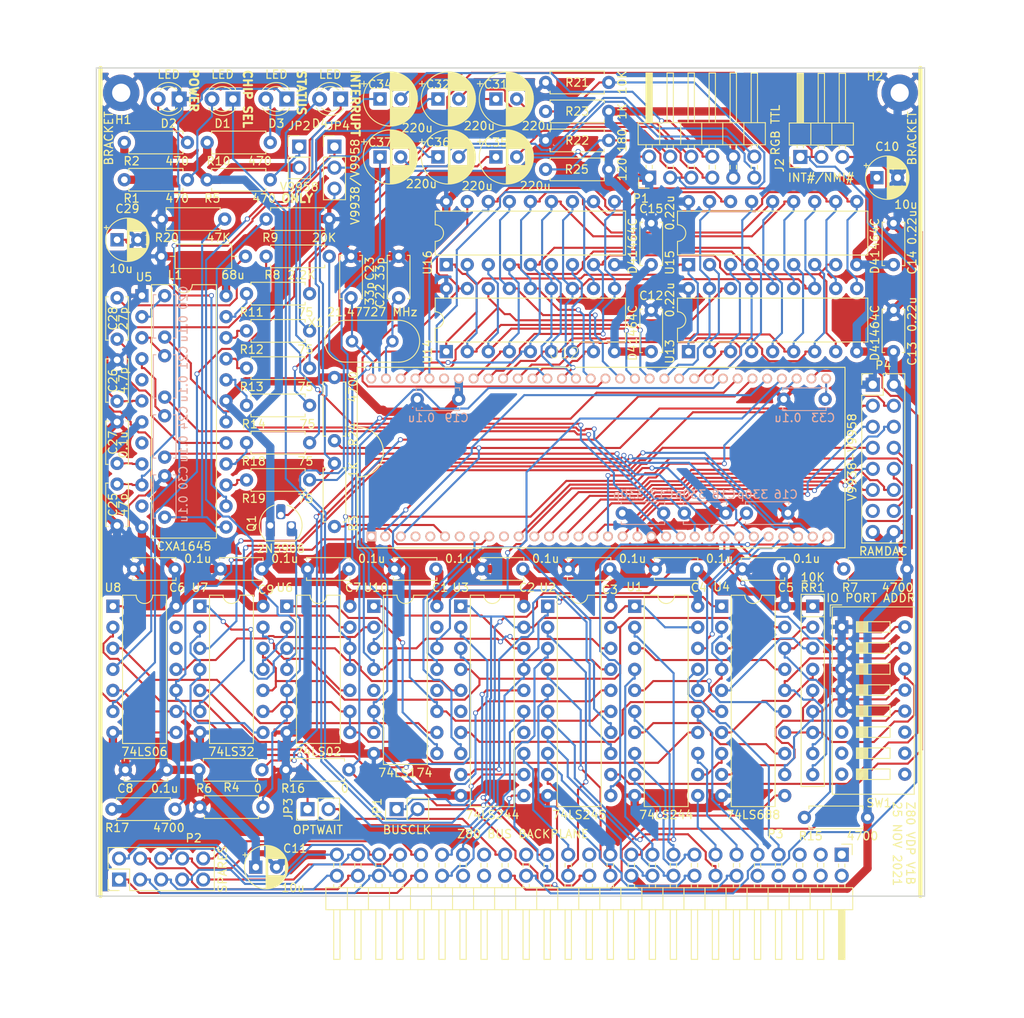
<source format=kicad_pcb>
(kicad_pcb (version 20171130) (host pcbnew "(5.1.10)-1")
  (layers (0 F.Cu signal) (31 B.Cu signal) (34 B.Paste user) (35 F.Paste user) (36 B.SilkS user) (37 F.SilkS user) (38 B.Mask user) (39 F.Mask user) (44 Edge.Cuts user))
  (net 0 "")
  (net 1 VCC)
  (net 2 GND)
  (net 3 /A7)
  (net 4 /A6)
  (net 5 /A5)
  (net 6 /D4)
  (net 7 /A4)
  (net 8 /D3)
  (net 9 /A3)
  (net 10 /D5)
  (net 11 /A2)
  (net 12 /D6)
  (net 13 /A1)
  (net 14 /A0)
  (net 15 /D2)
  (net 16 /D7)
  (net 17 /D0)
  (net 18 /D1)
  (net 19 /SPARE9)
  (net 20 /SPARE0)
  (net 21 /SPARE8)
  (net 22 /SPARE1)
  (net 23 /SPARE7)
  (net 24 /SPARE2)
  (net 25 /SPARE6)
  (net 26 /SPARE3)
  (net 27 /SPARE5)
  (net 28 /SPARE4)
  (net 29 /M1#)
  (net 30 /RESET#)
  (net 31 /WR#)
  (net 32 /RD#)
  (net 33 /IORQ#)
  (net 34 /bM1#)
  (net 35 /bA7)
  (net 36 /bA6)
  (net 37 /bA5)
  (net 38 /bA4)
  (net 39 /bA3)
  (net 40 /bA2)
  (net 41 /bA1)
  (net 42 /bA0)
  (net 43 "Net-(RR1-Pad2)")
  (net 44 "Net-(RR1-Pad3)")
  (net 45 "Net-(RR1-Pad4)")
  (net 46 "Net-(RR1-Pad5)")
  (net 47 "Net-(RR1-Pad6)")
  (net 48 "Net-(RR1-Pad7)")
  (net 49 "Net-(RR1-Pad8)")
  (net 50 "Net-(RR1-Pad9)")
  (net 51 /bD5)
  (net 52 /bD4)
  (net 53 /bD3)
  (net 54 /bD2)
  (net 55 /bD1)
  (net 56 /bD0)
  (net 57 /bRESET#)
  (net 58 /bWR#)
  (net 59 /bD7)
  (net 60 /bD6)
  (net 61 "Net-(D1-Pad2)")
  (net 62 /688SEL#)
  (net 63 "Net-(D1-Pad1)")
  (net 64 "Net-(D2-Pad2)")
  (net 65 "Net-(D3-Pad1)")
  (net 66 "Net-(D3-Pad2)")
  (net 67 /ACRCS#)
  (net 68 /STATUS#)
  (net 69 /ACRWR#)
  (net 70 /ONE)
  (net 71 /ZERO)
  (net 72 "Net-(C22-Pad1)")
  (net 73 "Net-(C23-Pad1)")
  (net 74 "Net-(C33-Pad1)")
  (net 75 "Net-(D4-Pad2)")
  (net 76 "Net-(D4-Pad1)")
  (net 77 /NMI#)
  (net 78 "Net-(J2-Pad2)")
  (net 79 /INT#)
  (net 80 /CLK)
  (net 81 "Net-(JP1-Pad1)")
  (net 82 /VRY)
  (net 83 /bRD#)
  (net 84 /bA2#)
  (net 85 /VDP-RD#)
  (net 86 /VIDCS#)
  (net 87 /VDP-WR#)
  (net 88 /VINT#)
  (net 89 /RAS#)
  (net 90 /CAS0#)
  (net 91 /CAS1#)
  (net 92 /VRW#)
  (net 93 /AD7)
  (net 94 /AD6)
  (net 95 /AD5)
  (net 96 /AD4)
  (net 97 /AD3)
  (net 98 /AD2)
  (net 99 /AD1)
  (net 100 /AD0)
  (net 101 /VD7)
  (net 102 /VD6)
  (net 103 /VD5)
  (net 104 /VD4)
  (net 105 /VD3)
  (net 106 /VD2)
  (net 107 /VD1)
  (net 108 /VD0)
  (net 109 /WAIT#)
  (net 110 "Net-(U6-Pad13)")
  (net 111 /C0)
  (net 112 /C1)
  (net 113 /C2)
  (net 114 /C3)
  (net 115 /C4)
  (net 116 /C5)
  (net 117 /C6)
  (net 118 /C7)
  (net 119 "Net-(JP3-Pad1)")
  (net 120 /CBDR)
  (net 121 /DLCLK#)
  (net 122 /DHCLK#)
  (net 123 /LPS-WAIT#)
  (net 124 "Net-(U10-Pad2)")
  (net 125 /RESVDP#)
  (net 126 /CS_VDP#)
  (net 127 /BLUE)
  (net 128 /GREEN)
  (net 129 /RED)
  (net 130 "Net-(C20-Pad2)")
  (net 131 "Net-(C21-Pad2)")
  (net 132 "Net-(C24-Pad2)")
  (net 133 /SYNCIN)
  (net 134 "Net-(C26-Pad1)")
  (net 135 "Net-(C27-Pad1)")
  (net 136 "Net-(C28-Pad2)")
  (net 137 "Net-(C28-Pad1)")
  (net 138 "Net-(C29-Pad1)")
  (net 139 "Net-(C30-Pad1)")
  (net 140 /ROUT)
  (net 141 "Net-(C31-Pad1)")
  (net 142 /GOUT)
  (net 143 "Net-(C32-Pad1)")
  (net 144 /BOUT)
  (net 145 "Net-(C34-Pad1)")
  (net 146 /COMP)
  (net 147 "Net-(C35-Pad1)")
  (net 148 /LUMA)
  (net 149 "Net-(C36-Pad1)")
  (net 150 /CHROMA)
  (net 151 "Net-(C37-Pad1)")
  (net 152 /YS)
  (net 153 /AV)
  (net 154 "Net-(JP4-Pad3)")
  (net 155 "Net-(JP4-Pad1)")
  (net 156 "Net-(Q1-Pad3)")
  (net 157 /CSYNC#)
  (net 158 "Net-(R9-Pad1)")
  (net 159 "Net-(R11-Pad2)")
  (net 160 "Net-(R12-Pad2)")
  (net 161 "Net-(R13-Pad2)")
  (net 162 "Net-(R14-Pad2)")
  (net 163 "Net-(R18-Pad2)")
  (net 164 "Net-(R19-Pad2)")
  (net 165 "Net-(JP2-Pad1)")
  (module Package_DIP:DIP-18_W7.62mm (layer F.Cu) (at 87.25 69.75 90)
    (fp_text reference U16 (at 0.25 -2.25 90) (layer F.SilkS))
    (fp_text value D41464C (at 2.25 22.5 90) (layer F.SilkS))
    (pad 18 thru_hole oval (at 7.62 0 90) (size 1.6 1.6) (drill 0.8) (layers *.Cu *.Mask) (net 2 GND))
    (pad 9 thru_hole oval (at 0 20.32 90) (size 1.6 1.6) (drill 0.8) (layers *.Cu *.Mask) (net 1 VCC))
    (pad 17 thru_hole oval (at 7.62 2.54 90) (size 1.6 1.6) (drill 0.8) (layers *.Cu *.Mask) (net 101 /VD7))
    (pad 8 thru_hole oval (at 0 17.78 90) (size 1.6 1.6) (drill 0.8) (layers *.Cu *.Mask) (net 96 /AD4))
    (pad 16 thru_hole oval (at 7.62 5.08 90) (size 1.6 1.6) (drill 0.8) (layers *.Cu *.Mask) (net 91 /CAS1#))
    (pad 7 thru_hole oval (at 0 15.24 90) (size 1.6 1.6) (drill 0.8) (layers *.Cu *.Mask) (net 95 /AD5))
    (pad 15 thru_hole oval (at 7.62 7.62 90) (size 1.6 1.6) (drill 0.8) (layers *.Cu *.Mask) (net 102 /VD6))
    (pad 6 thru_hole oval (at 0 12.7 90) (size 1.6 1.6) (drill 0.8) (layers *.Cu *.Mask) (net 94 /AD6))
    (pad 14 thru_hole oval (at 7.62 10.16 90) (size 1.6 1.6) (drill 0.8) (layers *.Cu *.Mask) (net 100 /AD0))
    (pad 5 thru_hole oval (at 0 10.16 90) (size 1.6 1.6) (drill 0.8) (layers *.Cu *.Mask) (net 89 /RAS#))
    (pad 13 thru_hole oval (at 7.62 12.7 90) (size 1.6 1.6) (drill 0.8) (layers *.Cu *.Mask) (net 99 /AD1))
    (pad 4 thru_hole oval (at 0 7.62 90) (size 1.6 1.6) (drill 0.8) (layers *.Cu *.Mask) (net 92 /VRW#))
    (pad 12 thru_hole oval (at 7.62 15.24 90) (size 1.6 1.6) (drill 0.8) (layers *.Cu *.Mask) (net 98 /AD2))
    (pad 3 thru_hole oval (at 0 5.08 90) (size 1.6 1.6) (drill 0.8) (layers *.Cu *.Mask) (net 103 /VD5))
    (pad 11 thru_hole oval (at 7.62 17.78 90) (size 1.6 1.6) (drill 0.8) (layers *.Cu *.Mask) (net 97 /AD3))
    (pad 2 thru_hole oval (at 0 2.54 90) (size 1.6 1.6) (drill 0.8) (layers *.Cu *.Mask) (net 104 /VD4))
    (pad 10 thru_hole oval (at 7.62 20.32 90) (size 1.6 1.6) (drill 0.8) (layers *.Cu *.Mask) (net 93 /AD7))
    (pad 1 thru_hole rect (at 0 0 90) (size 1.6 1.6) (drill 0.8) (layers *.Cu *.Mask) (net 71 /ZERO))
  )
  (module LED_THT:LED_D3.0mm (layer F.Cu) (at 61.5 49.75 180)
    (fp_text reference D1 (at 1.27 -2.96) (layer F.SilkS))
    (fp_text value LED (at 1.27 2.96) (layer F.SilkS))
    (pad 2 thru_hole circle (at 2.54 0 180) (size 1.8 1.8) (drill 0.9) (layers *.Cu *.Mask) (net 61 "Net-(D1-Pad2)"))
    (pad 1 thru_hole rect (at 0 0 180) (size 1.8 1.8) (drill 0.9) (layers *.Cu *.Mask) (net 63 "Net-(D1-Pad1)"))
  )
  (module Package_TO_SOT_THT:TO-92_HandSolder (layer F.Cu) (at 66 101.25)
    (fp_text reference Q1 (at -2.25 -0.25 90) (layer F.SilkS))
    (fp_text value 2N3906 (at 1.27 2.79) (layer F.SilkS))
    (pad 1 thru_hole rect (at 0 0) (size 1.1 1.8) (drill 0.75 (offset 0 0.4)) (layers *.Cu *.Mask) (net 1 VCC))
    (pad 3 thru_hole roundrect (at 2.54 0) (size 1.1 1.8) (drill 0.75 (offset 0 0.4)) (layers *.Cu *.Mask) (net 156 "Net-(Q1-Pad3)"))
    (pad 2 thru_hole roundrect (at 1.27 -1.27) (size 1.1 1.8) (drill 0.75 (offset 0 -0.4)) (layers *.Cu *.Mask) (net 154 "Net-(JP4-Pad3)"))
  )
  (module Connector_PinHeader_2.54mm:PinHeader_1x03_P2.54mm_Horizontal (layer F.Cu) (at 130 56.75 90)
    (fp_text reference J2 (at -1 -2.5 90) (layer F.SilkS))
    (fp_text value INT#/NMI# (at -2.5 2.5 180) (layer F.SilkS))
    (pad 3 thru_hole oval (at 0 5.08 90) (size 1.7 1.7) (drill 1) (layers *.Cu *.Mask) (net 77 /NMI#))
    (pad 2 thru_hole oval (at 0 2.54 90) (size 1.7 1.7) (drill 1) (layers *.Cu *.Mask) (net 78 "Net-(J2-Pad2)"))
    (pad 1 thru_hole rect (at 0 0 90) (size 1.7 1.7) (drill 1) (layers *.Cu *.Mask) (net 79 /INT#))
  )
  (module ShrunkenDIP:renesas21-DIP64-S (layer F.Cu) (at 102.5 93.5)
    (fp_text reference U12 (at -1.02 -13.08) (layer F.SilkS) (effects (font (size 1.27 1.27) (thickness 0.0889))))
    (fp_text value V9938-V9958 (at 33.75 -0.5 90) (layer F.SilkS))
    (fp_text user " " (at -19.05 2.54) (layer F.SilkS) (effects (font (size 1.27 1.27) (thickness 0.0889))))
    (pad 64 thru_hole circle (at -24.3078 -9.99998) (size 1.19888 1.19888) (drill 0.79756) (layers *.Cu *.SilkS *.Mask) (net 73 "Net-(C23-Pad1)"))
    (pad 63 thru_hole circle (at -22.5298 -9.99998) (size 1.19888 1.19888) (drill 0.79756) (layers *.Cu *.SilkS *.Mask) (net 72 "Net-(C22-Pad1)"))
    (pad 62 thru_hole circle (at -20.74926 -9.99998) (size 1.19888 1.19888) (drill 0.79756) (layers *.Cu *.SilkS *.Mask) (net 89 /RAS#))
    (pad 61 thru_hole circle (at -18.96872 -9.99998) (size 1.19888 1.19888) (drill 0.79756) (layers *.Cu *.SilkS *.Mask) (net 90 /CAS0#))
    (pad 60 thru_hole circle (at -17.28978 -9.99998) (size 1.19888 1.19888) (drill 0.79756) (layers *.Cu *.SilkS *.Mask) (net 91 /CAS1#))
    (pad 59 thru_hole circle (at -15.50924 -9.99998) (size 1.19888 1.19888) (drill 0.79756) (layers *.Cu *.SilkS *.Mask))
    (pad 58 thru_hole circle (at -13.7287 -9.99998) (size 1.19888 1.19888) (drill 0.79756) (layers *.Cu *.SilkS *.Mask) (net 1 VCC))
    (pad 57 thru_hole circle (at -11.94816 -9.99998) (size 1.19888 1.19888) (drill 0.79756) (layers *.Cu *.SilkS *.Mask) (net 92 /VRW#))
    (pad 56 thru_hole circle (at -10.16762 -9.99998) (size 1.19888 1.19888) (drill 0.79756) (layers *.Cu *.SilkS *.Mask) (net 93 /AD7))
    (pad 55 thru_hole circle (at -8.38962 -9.99998) (size 1.19888 1.19888) (drill 0.79756) (layers *.Cu *.SilkS *.Mask) (net 94 /AD6))
    (pad 54 thru_hole circle (at -6.60908 -9.99998) (size 1.19888 1.19888) (drill 0.79756) (layers *.Cu *.SilkS *.Mask) (net 95 /AD5))
    (pad 53 thru_hole circle (at -4.82854 -9.99998) (size 1.19888 1.19888) (drill 0.79756) (layers *.Cu *.SilkS *.Mask) (net 96 /AD4))
    (pad 52 thru_hole circle (at -3.048 -9.98982) (size 1.19888 1.19888) (drill 0.79756) (layers *.Cu *.SilkS *.Mask) (net 97 /AD3))
    (pad 51 thru_hole circle (at -1.27 -9.98982) (size 1.19888 1.19888) (drill 0.79756) (layers *.Cu *.SilkS *.Mask) (net 98 /AD2))
    (pad 50 thru_hole circle (at 0.40894 -9.98982) (size 1.19888 1.19888) (drill 0.79756) (layers *.Cu *.SilkS *.Mask) (net 99 /AD1))
    (pad 49 thru_hole circle (at 2.18948 -9.98982) (size 1.19888 1.19888) (drill 0.79756) (layers *.Cu *.SilkS *.Mask) (net 100 /AD0))
    (pad 48 thru_hole circle (at 3.96748 -9.98982) (size 1.19888 1.19888) (drill 0.79756) (layers *.Cu *.SilkS *.Mask) (net 101 /VD7))
    (pad 47 thru_hole circle (at 5.74802 -9.98982) (size 1.19888 1.19888) (drill 0.79756) (layers *.Cu *.SilkS *.Mask) (net 102 /VD6))
    (pad 46 thru_hole circle (at 7.52856 -9.98982) (size 1.19888 1.19888) (drill 0.79756) (layers *.Cu *.SilkS *.Mask) (net 103 /VD5))
    (pad 45 thru_hole circle (at 9.3091 -9.98982) (size 1.19888 1.19888) (drill 0.79756) (layers *.Cu *.SilkS *.Mask) (net 104 /VD4))
    (pad 44 thru_hole circle (at 11.08964 -9.98982) (size 1.19888 1.19888) (drill 0.79756) (layers *.Cu *.SilkS *.Mask) (net 105 /VD3))
    (pad 43 thru_hole circle (at 12.86764 -9.98982) (size 1.19888 1.19888) (drill 0.79756) (layers *.Cu *.SilkS *.Mask) (net 106 /VD2))
    (pad 42 thru_hole circle (at 14.69898 -9.98982) (size 1.19888 1.19888) (drill 0.79756) (layers *.Cu *.SilkS *.Mask) (net 107 /VD1))
    (pad 41 thru_hole circle (at 16.47952 -9.98982) (size 1.19888 1.19888) (drill 0.79756) (layers *.Cu *.SilkS *.Mask) (net 108 /VD0))
    (pad 40 thru_hole circle (at 18.15846 -9.98982) (size 1.19888 1.19888) (drill 0.79756) (layers *.Cu *.SilkS *.Mask) (net 56 /bD0))
    (pad 39 thru_hole circle (at 19.939 -9.98982) (size 1.19888 1.19888) (drill 0.79756) (layers *.Cu *.SilkS *.Mask) (net 55 /bD1))
    (pad 38 thru_hole circle (at 21.71954 -9.98982) (size 1.19888 1.19888) (drill 0.79756) (layers *.Cu *.SilkS *.Mask) (net 54 /bD2))
    (pad 37 thru_hole circle (at 23.49754 -9.98982) (size 1.19888 1.19888) (drill 0.79756) (layers *.Cu *.SilkS *.Mask) (net 53 /bD3))
    (pad 36 thru_hole circle (at 25.27808 -9.98982) (size 1.19888 1.19888) (drill 0.79756) (layers *.Cu *.SilkS *.Mask) (net 52 /bD4))
    (pad 35 thru_hole circle (at 27.05862 -9.98982) (size 1.19888 1.19888) (drill 0.79756) (layers *.Cu *.SilkS *.Mask) (net 51 /bD5))
    (pad 34 thru_hole circle (at 28.83916 -9.98982) (size 1.19888 1.19888) (drill 0.79756) (layers *.Cu *.SilkS *.Mask) (net 60 /bD6))
    (pad 33 thru_hole circle (at 30.6197 -9.98982) (size 1.19888 1.19888) (drill 0.79756) (layers *.Cu *.SilkS *.Mask) (net 74 "Net-(C33-Pad1)"))
    (pad 32 thru_hole circle (at 30.78988 9.08812) (size 1.19888 1.19888) (drill 0.79756) (layers *.Cu *.SilkS *.Mask) (net 59 /bD7))
    (pad 31 thru_hole circle (at 29.00934 9.08812) (size 1.19888 1.19888) (drill 0.79756) (layers *.Cu *.SilkS *.Mask) (net 85 /VDP-RD#))
    (pad 30 thru_hole circle (at 27.2288 9.08812) (size 1.19888 1.19888) (drill 0.79756) (layers *.Cu *.SilkS *.Mask) (net 87 /VDP-WR#))
    (pad 29 thru_hole circle (at 25.44826 9.08812) (size 1.19888 1.19888) (drill 0.79756) (layers *.Cu *.SilkS *.Mask) (net 42 /bA0))
    (pad 28 thru_hole circle (at 23.66772 9.08812) (size 1.19888 1.19888) (drill 0.79756) (layers *.Cu *.SilkS *.Mask) (net 41 /bA1))
    (pad 27 thru_hole circle (at 21.88972 9.08812) (size 1.19888 1.19888) (drill 0.79756) (layers *.Cu *.SilkS *.Mask) (net 70 /ONE))
    (pad 26 thru_hole circle (at 20.10918 9.08812) (size 1.19888 1.19888) (drill 0.79756) (layers *.Cu *.SilkS *.Mask) (net 123 /LPS-WAIT#))
    (pad 25 thru_hole circle (at 18.32864 9.08812) (size 1.19888 1.19888) (drill 0.79756) (layers *.Cu *.SilkS *.Mask) (net 88 /VINT#))
    (pad 24 thru_hole circle (at 16.53794 9.08812) (size 1.19888 1.19888) (drill 0.79756) (layers *.Cu *.SilkS *.Mask) (net 127 /BLUE))
    (pad 23 thru_hole circle (at 14.75994 9.08812) (size 1.19888 1.19888) (drill 0.79756) (layers *.Cu *.SilkS *.Mask) (net 129 /RED))
    (pad 22 thru_hole circle (at 13.07846 9.08812) (size 1.19888 1.19888) (drill 0.79756) (layers *.Cu *.SilkS *.Mask) (net 128 /GREEN))
    (pad 21 thru_hole circle (at 11.29792 9.0678) (size 1.19888 1.19888) (drill 0.79756) (layers *.Cu *.SilkS *.Mask) (net 165 "Net-(JP2-Pad1)"))
    (pad 20 thru_hole circle (at 9.51992 9.0678) (size 1.19888 1.19888) (drill 0.79756) (layers *.Cu *.SilkS *.Mask) (net 2 GND))
    (pad 19 thru_hole circle (at 7.83844 9.0678) (size 1.19888 1.19888) (drill 0.79756) (layers *.Cu *.SilkS *.Mask) (net 111 /C0))
    (pad 18 thru_hole circle (at 6.0579 9.0678) (size 1.19888 1.19888) (drill 0.79756) (layers *.Cu *.SilkS *.Mask) (net 112 /C1))
    (pad 17 thru_hole circle (at 4.2799 9.0678) (size 1.19888 1.19888) (drill 0.79756) (layers *.Cu *.SilkS *.Mask) (net 113 /C2))
    (pad 16 thru_hole circle (at 2.49936 9.0678) (size 1.19888 1.19888) (drill 0.79756) (layers *.Cu *.SilkS *.Mask) (net 114 /C3))
    (pad 15 thru_hole circle (at 0.71882 9.0678) (size 1.19888 1.19888) (drill 0.79756) (layers *.Cu *.SilkS *.Mask) (net 115 /C4))
    (pad 14 thru_hole circle (at -1.05918 9.0678) (size 1.19888 1.19888) (drill 0.79756) (layers *.Cu *.SilkS *.Mask) (net 116 /C5))
    (pad 13 thru_hole circle (at -2.83972 9.0678) (size 1.19888 1.19888) (drill 0.79756) (layers *.Cu *.SilkS *.Mask) (net 117 /C6))
    (pad 12 thru_hole circle (at -4.61772 9.0678) (size 1.19888 1.19888) (drill 0.79756) (layers *.Cu *.SilkS *.Mask) (net 118 /C7))
    (pad 11 thru_hole circle (at -6.49986 9.0678) (size 1.19888 1.19888) (drill 0.79756) (layers *.Cu *.SilkS *.Mask) (net 120 /CBDR))
    (pad 10 thru_hole circle (at -8.27786 9.0678) (size 1.19888 1.19888) (drill 0.79756) (layers *.Cu *.SilkS *.Mask))
    (pad 9 thru_hole circle (at -10.0584 9.0678) (size 1.19888 1.19888) (drill 0.79756) (layers *.Cu *.SilkS *.Mask) (net 125 /RESVDP#))
    (pad 8 thru_hole circle (at -11.83894 9.0678) (size 1.19888 1.19888) (drill 0.79756) (layers *.Cu *.SilkS *.Mask) (net 82 /VRY))
    (pad 7 thru_hole circle (at -13.61948 9.0678) (size 1.19888 1.19888) (drill 0.79756) (layers *.Cu *.SilkS *.Mask))
    (pad 6 thru_hole circle (at -15.39748 9.0678) (size 1.19888 1.19888) (drill 0.79756) (layers *.Cu *.SilkS *.Mask) (net 157 /CSYNC#))
    (pad 5 thru_hole circle (at -17.17802 9.0678) (size 1.19888 1.19888) (drill 0.79756) (layers *.Cu *.SilkS *.Mask))
    (pad 4 thru_hole circle (at -18.95856 9.0678) (size 1.19888 1.19888) (drill 0.79756) (layers *.Cu *.SilkS *.Mask))
    (pad 3 thru_hole circle (at -20.7391 9.0678) (size 1.19888 1.19888) (drill 0.79756) (layers *.Cu *.SilkS *.Mask) (net 121 /DLCLK#))
    (pad 2 thru_hole circle (at -22.6187 9.0678) (size 1.19888 1.19888) (drill 0.79756) (layers *.Cu *.SilkS *.Mask) (net 122 /DHCLK#))
    (pad 1 thru_hole rect (at -24.29764 9.0678) (size 1.17348 1.17348) (drill 0.79756) (layers *.Cu *.SilkS *.Mask) (net 2 GND))
  )
  (module Capacitor_THT:CP_Radial_D6.3mm_P2.50mm (layer F.Cu) (at 79.25 56.75)
    (fp_text reference C37 (at 0 -1.75) (layer F.SilkS))
    (fp_text value 220u (at 5 3.25) (layer F.SilkS))
    (pad 2 thru_hole circle (at 2.5 0) (size 1.6 1.6) (drill 0.8) (layers *.Cu *.Mask) (net 150 /CHROMA))
    (pad 1 thru_hole rect (at 0 0) (size 1.6 1.6) (drill 0.8) (layers *.Cu *.Mask) (net 151 "Net-(C37-Pad1)"))
  )
  (module Capacitor_THT:CP_Radial_D6.3mm_P2.50mm (layer F.Cu) (at 86.25 56.75)
    (fp_text reference C36 (at 0 -1.75) (layer F.SilkS))
    (fp_text value 220u (at 4.75 3.5) (layer F.SilkS))
    (pad 2 thru_hole circle (at 2.5 0) (size 1.6 1.6) (drill 0.8) (layers *.Cu *.Mask) (net 148 /LUMA))
    (pad 1 thru_hole rect (at 0 0) (size 1.6 1.6) (drill 0.8) (layers *.Cu *.Mask) (net 149 "Net-(C36-Pad1)"))
  )
  (module Capacitor_THT:CP_Radial_D6.3mm_P2.50mm (layer F.Cu) (at 93.25 56.75)
    (fp_text reference C35 (at 0 -1.75) (layer F.SilkS))
    (fp_text value 220u (at 4.75 3.5) (layer F.SilkS))
    (pad 2 thru_hole circle (at 2.5 0) (size 1.6 1.6) (drill 0.8) (layers *.Cu *.Mask) (net 146 /COMP))
    (pad 1 thru_hole rect (at 0 0) (size 1.6 1.6) (drill 0.8) (layers *.Cu *.Mask) (net 147 "Net-(C35-Pad1)"))
  )
  (module Capacitor_THT:CP_Radial_D6.3mm_P2.50mm (layer F.Cu) (at 79.25 49.75)
    (fp_text reference C34 (at 0 -1.75) (layer F.SilkS))
    (fp_text value 220u (at 4.5 3.5) (layer F.SilkS))
    (pad 2 thru_hole circle (at 2.5 0) (size 1.6 1.6) (drill 0.8) (layers *.Cu *.Mask) (net 144 /BOUT))
    (pad 1 thru_hole rect (at 0 0) (size 1.6 1.6) (drill 0.8) (layers *.Cu *.Mask) (net 145 "Net-(C34-Pad1)"))
  )
  (module Capacitor_THT:CP_Radial_D6.3mm_P2.50mm (layer F.Cu) (at 86.25 49.75)
    (fp_text reference C32 (at 0 -1.75) (layer F.SilkS))
    (fp_text value 220u (at 5 3.25) (layer F.SilkS))
    (pad 2 thru_hole circle (at 2.5 0) (size 1.6 1.6) (drill 0.8) (layers *.Cu *.Mask) (net 142 /GOUT))
    (pad 1 thru_hole rect (at 0 0) (size 1.6 1.6) (drill 0.8) (layers *.Cu *.Mask) (net 143 "Net-(C32-Pad1)"))
  )
  (module Capacitor_THT:CP_Radial_D6.3mm_P2.50mm (layer F.Cu) (at 93.25 49.75)
    (fp_text reference C31 (at 0 -1.75) (layer F.SilkS))
    (fp_text value 220u (at 5 3.25) (layer F.SilkS))
    (pad 2 thru_hole circle (at 2.5 0) (size 1.6 1.6) (drill 0.8) (layers *.Cu *.Mask) (net 140 /ROUT))
    (pad 1 thru_hole rect (at 0 0) (size 1.6 1.6) (drill 0.8) (layers *.Cu *.Mask) (net 141 "Net-(C31-Pad1)"))
  )
  (module Connector_PinHeader_2.54mm:PinHeader_2x06_P2.54mm_Horizontal (layer F.Cu) (at 111.75 59.25 90)
    (fp_text reference P1 (at -2.5 -1 180) (layer F.SilkS))
    (fp_text value "RGB TTL" (at 5.75 15.25 90) (layer F.SilkS))
    (pad 12 thru_hole oval (at 2.54 12.7 90) (size 1.7 1.7) (drill 1) (layers *.Cu *.Mask) (net 150 /CHROMA))
    (pad 11 thru_hole oval (at 0 12.7 90) (size 1.7 1.7) (drill 1) (layers *.Cu *.Mask) (net 148 /LUMA))
    (pad 10 thru_hole oval (at 2.54 10.16 90) (size 1.7 1.7) (drill 1) (layers *.Cu *.Mask) (net 2 GND))
    (pad 9 thru_hole oval (at 0 10.16 90) (size 1.7 1.7) (drill 1) (layers *.Cu *.Mask) (net 2 GND))
    (pad 8 thru_hole oval (at 2.54 7.62 90) (size 1.7 1.7) (drill 1) (layers *.Cu *.Mask) (net 144 /BOUT))
    (pad 7 thru_hole oval (at 0 7.62 90) (size 1.7 1.7) (drill 1) (layers *.Cu *.Mask) (net 142 /GOUT))
    (pad 6 thru_hole oval (at 2.54 5.08 90) (size 1.7 1.7) (drill 1) (layers *.Cu *.Mask) (net 140 /ROUT))
    (pad 5 thru_hole oval (at 0 5.08 90) (size 1.7 1.7) (drill 1) (layers *.Cu *.Mask) (net 152 /YS))
    (pad 4 thru_hole oval (at 2.54 2.54 90) (size 1.7 1.7) (drill 1) (layers *.Cu *.Mask) (net 146 /COMP))
    (pad 3 thru_hole oval (at 0 2.54 90) (size 1.7 1.7) (drill 1) (layers *.Cu *.Mask) (net 153 /AV))
    (pad 2 thru_hole oval (at 2.54 0 90) (size 1.7 1.7) (drill 1) (layers *.Cu *.Mask) (net 133 /SYNCIN))
    (pad 1 thru_hole rect (at 0 0 90) (size 1.7 1.7) (drill 1) (layers *.Cu *.Mask) (net 2 GND))
  )
  (module Connector_PinHeader_2.54mm:PinHeader_1x02_P2.54mm_Vertical (layer F.Cu) (at 69.5 55.5)
    (fp_text reference JP2 (at 0 -2.5) (layer F.SilkS))
    (fp_text value V9958 (at 0 4.87) (layer F.SilkS))
    (pad 2 thru_hole oval (at 0 2.54) (size 1.7 1.7) (drill 1) (layers *.Cu *.Mask) (net 1 VCC))
    (pad 1 thru_hole rect (at 0 0) (size 1.7 1.7) (drill 1) (layers *.Cu *.Mask) (net 165 "Net-(JP2-Pad1)"))
  )
  (module Package_DIP:DIP-24_W10.16mm (layer F.Cu) (at 50.5 73.5)
    (fp_text reference U5 (at 0.25 -2.25) (layer F.SilkS))
    (fp_text value CXA1645 (at 5.08 30.27) (layer F.SilkS))
    (pad 24 thru_hole oval (at 10.16 0) (size 1.6 1.6) (drill 0.8) (layers *.Cu *.Mask) (net 2 GND))
    (pad 12 thru_hole oval (at 0 27.94) (size 1.6 1.6) (drill 0.8) (layers *.Cu *.Mask) (net 1 VCC))
    (pad 23 thru_hole oval (at 10.16 2.54) (size 1.6 1.6) (drill 0.8) (layers *.Cu *.Mask) (net 159 "Net-(R11-Pad2)"))
    (pad 11 thru_hole oval (at 0 25.4) (size 1.6 1.6) (drill 0.8) (layers *.Cu *.Mask))
    (pad 22 thru_hole oval (at 10.16 5.08) (size 1.6 1.6) (drill 0.8) (layers *.Cu *.Mask) (net 160 "Net-(R12-Pad2)"))
    (pad 10 thru_hole oval (at 0 22.86) (size 1.6 1.6) (drill 0.8) (layers *.Cu *.Mask) (net 133 /SYNCIN))
    (pad 21 thru_hole oval (at 10.16 7.62) (size 1.6 1.6) (drill 0.8) (layers *.Cu *.Mask) (net 161 "Net-(R13-Pad2)"))
    (pad 9 thru_hole oval (at 0 20.32) (size 1.6 1.6) (drill 0.8) (layers *.Cu *.Mask) (net 135 "Net-(C27-Pad1)"))
    (pad 20 thru_hole oval (at 10.16 10.16) (size 1.6 1.6) (drill 0.8) (layers *.Cu *.Mask) (net 162 "Net-(R14-Pad2)"))
    (pad 8 thru_hole oval (at 0 17.78) (size 1.6 1.6) (drill 0.8) (layers *.Cu *.Mask))
    (pad 19 thru_hole oval (at 10.16 12.7) (size 1.6 1.6) (drill 0.8) (layers *.Cu *.Mask) (net 1 VCC))
    (pad 7 thru_hole oval (at 0 15.24) (size 1.6 1.6) (drill 0.8) (layers *.Cu *.Mask) (net 1 VCC))
    (pad 18 thru_hole oval (at 10.16 15.24) (size 1.6 1.6) (drill 0.8) (layers *.Cu *.Mask) (net 158 "Net-(R9-Pad1)"))
    (pad 6 thru_hole oval (at 0 12.7) (size 1.6 1.6) (drill 0.8) (layers *.Cu *.Mask) (net 134 "Net-(C26-Pad1)"))
    (pad 17 thru_hole oval (at 10.16 17.78) (size 1.6 1.6) (drill 0.8) (layers *.Cu *.Mask) (net 137 "Net-(C28-Pad1)"))
    (pad 5 thru_hole oval (at 0 10.16) (size 1.6 1.6) (drill 0.8) (layers *.Cu *.Mask))
    (pad 16 thru_hole oval (at 10.16 20.32) (size 1.6 1.6) (drill 0.8) (layers *.Cu *.Mask) (net 163 "Net-(R18-Pad2)"))
    (pad 4 thru_hole oval (at 0 7.62) (size 1.6 1.6) (drill 0.8) (layers *.Cu *.Mask) (net 132 "Net-(C24-Pad2)"))
    (pad 15 thru_hole oval (at 10.16 22.86) (size 1.6 1.6) (drill 0.8) (layers *.Cu *.Mask) (net 164 "Net-(R19-Pad2)"))
    (pad 3 thru_hole oval (at 0 5.08) (size 1.6 1.6) (drill 0.8) (layers *.Cu *.Mask) (net 131 "Net-(C21-Pad2)"))
    (pad 14 thru_hole oval (at 10.16 25.4) (size 1.6 1.6) (drill 0.8) (layers *.Cu *.Mask) (net 138 "Net-(C29-Pad1)"))
    (pad 2 thru_hole oval (at 0 2.54) (size 1.6 1.6) (drill 0.8) (layers *.Cu *.Mask) (net 130 "Net-(C20-Pad2)"))
    (pad 13 thru_hole oval (at 10.16 27.94) (size 1.6 1.6) (drill 0.8) (layers *.Cu *.Mask) (net 139 "Net-(C30-Pad1)"))
    (pad 1 thru_hole rect (at 0 0) (size 1.6 1.6) (drill 0.8) (layers *.Cu *.Mask) (net 2 GND))
  )
  (module Resistor_THT:R_Axial_DIN0207_L6.3mm_D2.5mm_P7.62mm_Horizontal (layer F.Cu) (at 99.25 58.25)
    (fp_text reference R25 (at 3.75 0) (layer F.SilkS))
    (fp_text value 120 (at 9.25 0 90) (layer F.SilkS))
    (pad 2 thru_hole oval (at 7.62 0) (size 1.6 1.6) (drill 0.8) (layers *.Cu *.Mask) (net 1 VCC))
    (pad 1 thru_hole circle (at 0 0) (size 1.6 1.6) (drill 0.8) (layers *.Cu *.Mask) (net 152 /YS))
  )
  (module Resistor_THT:R_Axial_DIN0207_L6.3mm_D2.5mm_P7.62mm_Horizontal (layer F.Cu) (at 99.25 51.25)
    (fp_text reference R23 (at 3.81 0) (layer F.SilkS))
    (fp_text value 1K (at 9.25 0 90) (layer F.SilkS))
    (pad 2 thru_hole oval (at 7.62 0) (size 1.6 1.6) (drill 0.8) (layers *.Cu *.Mask) (net 1 VCC))
    (pad 1 thru_hole circle (at 0 0) (size 1.6 1.6) (drill 0.8) (layers *.Cu *.Mask) (net 153 /AV))
  )
  (module Resistor_THT:R_Axial_DIN0207_L6.3mm_D2.5mm_P7.62mm_Horizontal (layer F.Cu) (at 99.25 54.75)
    (fp_text reference R22 (at 3.81 0) (layer F.SilkS))
    (fp_text value 180 (at 9.25 0 90) (layer F.SilkS))
    (pad 2 thru_hole oval (at 7.62 0) (size 1.6 1.6) (drill 0.8) (layers *.Cu *.Mask) (net 152 /YS))
    (pad 1 thru_hole circle (at 0 0) (size 1.6 1.6) (drill 0.8) (layers *.Cu *.Mask) (net 2 GND))
  )
  (module Resistor_THT:R_Axial_DIN0207_L6.3mm_D2.5mm_P7.62mm_Horizontal (layer F.Cu) (at 99.25 47.75)
    (fp_text reference R21 (at 3.81 0) (layer F.SilkS))
    (fp_text value 10K (at 9.25 0 90) (layer F.SilkS))
    (pad 2 thru_hole oval (at 7.62 0) (size 1.6 1.6) (drill 0.8) (layers *.Cu *.Mask) (net 153 /AV))
    (pad 1 thru_hole circle (at 0 0) (size 1.6 1.6) (drill 0.8) (layers *.Cu *.Mask) (net 2 GND))
  )
  (module Resistor_THT:R_Axial_DIN0207_L6.3mm_D2.5mm_P7.62mm_Horizontal (layer F.Cu) (at 60.5 64.25 180)
    (fp_text reference R20 (at 7 -2.25) (layer F.SilkS))
    (fp_text value 47K (at 0.75 -2.25) (layer F.SilkS))
    (pad 2 thru_hole oval (at 7.62 0 180) (size 1.6 1.6) (drill 0.8) (layers *.Cu *.Mask) (net 2 GND))
    (pad 1 thru_hole circle (at 0 0 180) (size 1.6 1.6) (drill 0.8) (layers *.Cu *.Mask) (net 139 "Net-(C30-Pad1)"))
  )
  (module Resistor_THT:R_Axial_DIN0207_L6.3mm_D2.5mm_P7.62mm_Horizontal (layer F.Cu) (at 70.75 95.75 180)
    (fp_text reference R19 (at 6.75 -2.25) (layer F.SilkS))
    (fp_text value 75 (at 0.5 -2.25) (layer F.SilkS))
    (pad 2 thru_hole oval (at 7.62 0 180) (size 1.6 1.6) (drill 0.8) (layers *.Cu *.Mask) (net 164 "Net-(R19-Pad2)"))
    (pad 1 thru_hole circle (at 0 0 180) (size 1.6 1.6) (drill 0.8) (layers *.Cu *.Mask) (net 151 "Net-(C37-Pad1)"))
  )
  (module Resistor_THT:R_Axial_DIN0207_L6.3mm_D2.5mm_P7.62mm_Horizontal (layer F.Cu) (at 70.75 91.25 180)
    (fp_text reference R18 (at 6.75 -2.25) (layer F.SilkS))
    (fp_text value 75 (at 0.5 -2.25) (layer F.SilkS))
    (pad 2 thru_hole oval (at 7.62 0 180) (size 1.6 1.6) (drill 0.8) (layers *.Cu *.Mask) (net 163 "Net-(R18-Pad2)"))
    (pad 1 thru_hole circle (at 0 0 180) (size 1.6 1.6) (drill 0.8) (layers *.Cu *.Mask) (net 149 "Net-(C36-Pad1)"))
  )
  (module Resistor_THT:R_Axial_DIN0207_L6.3mm_D2.5mm_P7.62mm_Horizontal (layer F.Cu) (at 70.75 86.75 180)
    (fp_text reference R14 (at 6.75 -2.25) (layer F.SilkS))
    (fp_text value 75 (at 0.25 -2.25) (layer F.SilkS))
    (pad 2 thru_hole oval (at 7.62 0 180) (size 1.6 1.6) (drill 0.8) (layers *.Cu *.Mask) (net 162 "Net-(R14-Pad2)"))
    (pad 1 thru_hole circle (at 0 0 180) (size 1.6 1.6) (drill 0.8) (layers *.Cu *.Mask) (net 147 "Net-(C35-Pad1)"))
  )
  (module Resistor_THT:R_Axial_DIN0207_L6.3mm_D2.5mm_P7.62mm_Horizontal (layer F.Cu) (at 70.75 82.25 180)
    (fp_text reference R13 (at 7 -2.25) (layer F.SilkS))
    (fp_text value 75 (at 0.5 -2.25) (layer F.SilkS))
    (pad 2 thru_hole oval (at 7.62 0 180) (size 1.6 1.6) (drill 0.8) (layers *.Cu *.Mask) (net 161 "Net-(R13-Pad2)"))
    (pad 1 thru_hole circle (at 0 0 180) (size 1.6 1.6) (drill 0.8) (layers *.Cu *.Mask) (net 145 "Net-(C34-Pad1)"))
  )
  (module Resistor_THT:R_Axial_DIN0207_L6.3mm_D2.5mm_P7.62mm_Horizontal (layer F.Cu) (at 70.75 77.75 180)
    (fp_text reference R12 (at 7 -2.25) (layer F.SilkS))
    (fp_text value 75 (at 0.5 -2.25) (layer F.SilkS))
    (pad 2 thru_hole oval (at 7.62 0 180) (size 1.6 1.6) (drill 0.8) (layers *.Cu *.Mask) (net 160 "Net-(R12-Pad2)"))
    (pad 1 thru_hole circle (at 0 0 180) (size 1.6 1.6) (drill 0.8) (layers *.Cu *.Mask) (net 143 "Net-(C32-Pad1)"))
  )
  (module Resistor_THT:R_Axial_DIN0207_L6.3mm_D2.5mm_P7.62mm_Horizontal (layer F.Cu) (at 70.75 73.25 180)
    (fp_text reference R11 (at 7 -2.25) (layer F.SilkS))
    (fp_text value 75 (at 0.5 -2.25) (layer F.SilkS))
    (pad 2 thru_hole oval (at 7.62 0 180) (size 1.6 1.6) (drill 0.8) (layers *.Cu *.Mask) (net 159 "Net-(R11-Pad2)"))
    (pad 1 thru_hole circle (at 0 0 180) (size 1.6 1.6) (drill 0.8) (layers *.Cu *.Mask) (net 141 "Net-(C31-Pad1)"))
  )
  (module Resistor_THT:R_Axial_DIN0207_L6.3mm_D2.5mm_P7.62mm_Horizontal (layer F.Cu) (at 65.5 64.25)
    (fp_text reference R9 (at 0.5 2.25) (layer F.SilkS))
    (fp_text value 20K (at 7 2.25) (layer F.SilkS))
    (pad 2 thru_hole oval (at 7.62 0) (size 1.6 1.6) (drill 0.8) (layers *.Cu *.Mask) (net 2 GND))
    (pad 1 thru_hole circle (at 0 0) (size 1.6 1.6) (drill 0.8) (layers *.Cu *.Mask) (net 158 "Net-(R9-Pad1)"))
  )
  (module Resistor_THT:R_Axial_DIN0207_L6.3mm_D2.5mm_P7.62mm_Horizontal (layer F.Cu) (at 65.5 68.75)
    (fp_text reference R8 (at 0.75 2.25) (layer F.SilkS))
    (fp_text value 2.2K (at 4.25 2.25) (layer F.SilkS))
    (pad 2 thru_hole oval (at 7.62 0) (size 1.6 1.6) (drill 0.8) (layers *.Cu *.Mask) (net 80 /CLK))
    (pad 1 thru_hole circle (at 0 0) (size 1.6 1.6) (drill 0.8) (layers *.Cu *.Mask) (net 134 "Net-(C26-Pad1)"))
  )
  (module Resistor_THT:R_Axial_DIN0207_L6.3mm_D2.5mm_P7.62mm_Horizontal (layer F.Cu) (at 57.5 135.25)
    (fp_text reference R4 (at 3.81 -2.37) (layer F.SilkS))
    (fp_text value 1K)
    (pad 2 thru_hole oval (at 7.62 0) (size 1.6 1.6) (drill 0.8) (layers *.Cu *.Mask) (net 156 "Net-(Q1-Pad3)"))
    (pad 1 thru_hole circle (at 0 0) (size 1.6 1.6) (drill 0.8) (layers *.Cu *.Mask) (net 2 GND))
  )
  (module Resistor_THT:R_Axial_DIN0207_L6.3mm_D2.5mm_P7.62mm_Horizontal (layer F.Cu) (at 73.75 93.75 270)
    (fp_text reference R3 (at 7.25 -2.25 90) (layer F.SilkS))
    (fp_text value 1K (at 0.75 -2.25 90) (layer F.SilkS))
    (pad 2 thru_hole oval (at 7.62 0 270) (size 1.6 1.6) (drill 0.8) (layers *.Cu *.Mask) (net 157 /CSYNC#))
    (pad 1 thru_hole circle (at 0 0 270) (size 1.6 1.6) (drill 0.8) (layers *.Cu *.Mask) (net 154 "Net-(JP4-Pad3)"))
  )
  (module Inductor_THT:L_Axial_L6.6mm_D2.7mm_P10.16mm_Horizontal_Vishay_IM-2 (layer F.Cu) (at 63 68.75 180)
    (fp_text reference L1 (at 8.5 -2.25) (layer F.SilkS))
    (fp_text value 68u (at 1.5 -2.25) (layer F.SilkS))
    (pad 2 thru_hole oval (at 10.16 0 180) (size 1.6 1.6) (drill 0.8) (layers *.Cu *.Mask) (net 2 GND))
    (pad 1 thru_hole circle (at 0 0 180) (size 1.6 1.6) (drill 0.8) (layers *.Cu *.Mask) (net 136 "Net-(C28-Pad2)"))
  )
  (module Connector_PinHeader_2.54mm:PinHeader_1x03_P2.54mm_Vertical (layer F.Cu) (at 73.75 55.5)
    (fp_text reference JP4 (at 0.5 -2.5) (layer F.SilkS))
    (fp_text value V9938/V9958 (at 2.5 4.25 90) (layer F.SilkS))
    (pad 3 thru_hole oval (at 0 5.08) (size 1.7 1.7) (drill 1) (layers *.Cu *.Mask) (net 154 "Net-(JP4-Pad3)"))
    (pad 2 thru_hole oval (at 0 2.54) (size 1.7 1.7) (drill 1) (layers *.Cu *.Mask) (net 133 /SYNCIN))
    (pad 1 thru_hole rect (at 0 0) (size 1.7 1.7) (drill 1) (layers *.Cu *.Mask) (net 155 "Net-(JP4-Pad1)"))
  )
  (module Capacitor_THT:C_Disc_D5.0mm_W2.5mm_P5.00mm (layer B.Cu) (at 53.25 100.25 90)
    (fp_text reference C30 (at 4.75 2.25 270) (layer B.SilkS) (effects (justify mirror)))
    (fp_text value 0.1u (at 1 2.25 270) (layer B.SilkS) (effects (justify mirror)))
    (pad 2 thru_hole circle (at 5 0 90) (size 1.6 1.6) (drill 0.8) (layers *.Cu *.Mask) (net 2 GND))
    (pad 1 thru_hole circle (at 0 0 90) (size 1.6 1.6) (drill 0.8) (layers *.Cu *.Mask) (net 139 "Net-(C30-Pad1)"))
  )
  (module Capacitor_THT:CP_Radial_D5.0mm_P2.50mm (layer F.Cu) (at 47.5 66.75)
    (fp_text reference C29 (at 1.25 -3.75) (layer F.SilkS))
    (fp_text value 10u (at 0.5 3.5) (layer F.SilkS))
    (pad 2 thru_hole circle (at 2.5 0) (size 1.6 1.6) (drill 0.8) (layers *.Cu *.Mask) (net 2 GND))
    (pad 1 thru_hole rect (at 0 0) (size 1.6 1.6) (drill 0.8) (layers *.Cu *.Mask) (net 138 "Net-(C29-Pad1)"))
  )
  (module Capacitor_THT:C_Disc_D5.0mm_W2.5mm_P5.00mm (layer F.Cu) (at 47.5 78.75 90)
    (fp_text reference C28 (at 2.5 -0.5 90) (layer F.SilkS))
    (fp_text value 27p (at 2.5 0.75 90) (layer F.SilkS))
    (pad 2 thru_hole circle (at 5 0 90) (size 1.6 1.6) (drill 0.8) (layers *.Cu *.Mask) (net 136 "Net-(C28-Pad2)"))
    (pad 1 thru_hole circle (at 0 0 90) (size 1.6 1.6) (drill 0.8) (layers *.Cu *.Mask) (net 137 "Net-(C28-Pad1)"))
  )
  (module Capacitor_THT:C_Disc_D5.0mm_W2.5mm_P5.00mm (layer F.Cu) (at 47.5 93.75 90)
    (fp_text reference C27 (at 2.5 -0.5 90) (layer F.SilkS))
    (fp_text value 0.1u (at 2.25 0.75 90) (layer F.SilkS))
    (pad 2 thru_hole circle (at 5 0 90) (size 1.6 1.6) (drill 0.8) (layers *.Cu *.Mask) (net 2 GND))
    (pad 1 thru_hole circle (at 0 0 90) (size 1.6 1.6) (drill 0.8) (layers *.Cu *.Mask) (net 135 "Net-(C27-Pad1)"))
  )
  (module Capacitor_THT:C_Disc_D5.0mm_W2.5mm_P5.00mm (layer F.Cu) (at 47.5 86.25 90)
    (fp_text reference C26 (at 2.5 -0.5 90) (layer F.SilkS))
    (fp_text value 4.7p (at 2.5 0.75 90) (layer F.SilkS))
    (pad 2 thru_hole circle (at 5 0 90) (size 1.6 1.6) (drill 0.8) (layers *.Cu *.Mask) (net 2 GND))
    (pad 1 thru_hole circle (at 0 0 90) (size 1.6 1.6) (drill 0.8) (layers *.Cu *.Mask) (net 134 "Net-(C26-Pad1)"))
  )
  (module Capacitor_THT:C_Disc_D5.0mm_W2.5mm_P5.00mm (layer F.Cu) (at 47.5 96.25 270)
    (fp_text reference C25 (at 2.5 0.5 90) (layer F.SilkS))
    (fp_text value 47p (at 2.5 -0.75 90) (layer F.SilkS))
    (pad 2 thru_hole circle (at 5 0 270) (size 1.6 1.6) (drill 0.8) (layers *.Cu *.Mask) (net 2 GND))
    (pad 1 thru_hole circle (at 0 0 270) (size 1.6 1.6) (drill 0.8) (layers *.Cu *.Mask) (net 133 /SYNCIN))
  )
  (module Capacitor_THT:C_Disc_D5.0mm_W2.5mm_P5.00mm (layer B.Cu) (at 53.25 93 90)
    (fp_text reference C24 (at 4.75 2.25 270) (layer B.SilkS) (effects (justify mirror)))
    (fp_text value 0.1u (at 1 2.25 270) (layer B.SilkS) (effects (justify mirror)))
    (pad 2 thru_hole circle (at 5 0 90) (size 1.6 1.6) (drill 0.8) (layers *.Cu *.Mask) (net 132 "Net-(C24-Pad2)"))
    (pad 1 thru_hole circle (at 0 0 90) (size 1.6 1.6) (drill 0.8) (layers *.Cu *.Mask) (net 127 /BLUE))
  )
  (module Capacitor_THT:C_Disc_D5.0mm_W2.5mm_P5.00mm (layer B.Cu) (at 53.25 85.75 90)
    (fp_text reference C21 (at 4.75 2.25 270) (layer B.SilkS) (effects (justify mirror)))
    (fp_text value 0.1u (at 1 2.25 270) (layer B.SilkS) (effects (justify mirror)))
    (pad 2 thru_hole circle (at 5 0 90) (size 1.6 1.6) (drill 0.8) (layers *.Cu *.Mask) (net 131 "Net-(C21-Pad2)"))
    (pad 1 thru_hole circle (at 0 0 90) (size 1.6 1.6) (drill 0.8) (layers *.Cu *.Mask) (net 128 /GREEN))
  )
  (module Capacitor_THT:C_Disc_D5.0mm_W2.5mm_P5.00mm (layer B.Cu) (at 53.25 78.5 90)
    (fp_text reference C20 (at 4.75 2.25 270) (layer B.SilkS) (effects (justify mirror)))
    (fp_text value 0.1u (at 1 2.25 270) (layer B.SilkS) (effects (justify mirror)))
    (pad 2 thru_hole circle (at 5 0 90) (size 1.6 1.6) (drill 0.8) (layers *.Cu *.Mask) (net 130 "Net-(C20-Pad2)"))
    (pad 1 thru_hole circle (at 0 0 90) (size 1.6 1.6) (drill 0.8) (layers *.Cu *.Mask) (net 129 /RED))
  )
  (module Capacitor_THT:C_Disc_D5.0mm_W2.5mm_P5.00mm (layer B.Cu) (at 116 99.75)
    (fp_text reference C18 (at 4.75 -2.25) (layer B.SilkS) (effects (justify mirror)))
    (fp_text value 330p (at 0.75 -2.25) (layer B.SilkS) (effects (justify mirror)))
    (pad 2 thru_hole circle (at 5 0) (size 1.6 1.6) (drill 0.8) (layers *.Cu *.Mask) (net 2 GND))
    (pad 1 thru_hole circle (at 0 0) (size 1.6 1.6) (drill 0.8) (layers *.Cu *.Mask) (net 129 /RED))
  )
  (module Capacitor_THT:C_Disc_D5.0mm_W2.5mm_P5.00mm (layer B.Cu) (at 113.5 99.75 180)
    (fp_text reference C17 (at 0.25 2.25) (layer B.SilkS) (effects (justify mirror)))
    (fp_text value 330p (at 4.25 2.25) (layer B.SilkS) (effects (justify mirror)))
    (pad 2 thru_hole circle (at 5 0 180) (size 1.6 1.6) (drill 0.8) (layers *.Cu *.Mask) (net 2 GND))
    (pad 1 thru_hole circle (at 0 0 180) (size 1.6 1.6) (drill 0.8) (layers *.Cu *.Mask) (net 128 /GREEN))
  )
  (module Capacitor_THT:C_Disc_D5.0mm_W2.5mm_P5.00mm (layer B.Cu) (at 123.5 99.75)
    (fp_text reference C16 (at 4.75 -2.25) (layer B.SilkS) (effects (justify mirror)))
    (fp_text value 330p (at 0.75 -2.25) (layer B.SilkS) (effects (justify mirror)))
    (pad 2 thru_hole circle (at 5 0) (size 1.6 1.6) (drill 0.8) (layers *.Cu *.Mask) (net 2 GND))
    (pad 1 thru_hole circle (at 0 0) (size 1.6 1.6) (drill 0.8) (layers *.Cu *.Mask) (net 127 /BLUE))
  )
  (module Resistor_THT:R_Axial_DIN0207_L6.3mm_D2.5mm_P7.62mm_Horizontal (layer F.Cu) (at 73.75 91 90)
    (fp_text reference R24 (at 0.75 2.25 90) (layer F.SilkS))
    (fp_text value 4700 (at 6.5 2.25 90) (layer F.SilkS))
    (pad 2 thru_hole oval (at 7.62 0 90) (size 1.6 1.6) (drill 0.8) (layers *.Cu *.Mask) (net 1 VCC))
    (pad 1 thru_hole circle (at 0 0 90) (size 1.6 1.6) (drill 0.8) (layers *.Cu *.Mask) (net 121 /DLCLK#))
  )
  (module Resistor_THT:R_Axial_DIN0207_L6.3mm_D2.5mm_P7.62mm_Horizontal (layer F.Cu) (at 54.5 135.5 180)
    (fp_text reference R17 (at 7 -2.25) (layer F.SilkS))
    (fp_text value 4700 (at 0.75 -2.25) (layer F.SilkS))
    (pad 2 thru_hole oval (at 7.62 0 180) (size 1.6 1.6) (drill 0.8) (layers *.Cu *.Mask) (net 1 VCC))
    (pad 1 thru_hole circle (at 0 0 180) (size 1.6 1.6) (drill 0.8) (layers *.Cu *.Mask) (net 125 /RESVDP#))
  )
  (module Package_DIP:DIP-14_W7.62mm (layer F.Cu) (at 47 111)
    (fp_text reference U8 (at 0 -2.25) (layer F.SilkS))
    (fp_text value 74LS06 (at 3.81 17.57) (layer F.SilkS))
    (pad 14 thru_hole oval (at 7.62 0) (size 1.6 1.6) (drill 0.8) (layers *.Cu *.Mask) (net 1 VCC))
    (pad 7 thru_hole oval (at 0 15.24) (size 1.6 1.6) (drill 0.8) (layers *.Cu *.Mask) (net 2 GND))
    (pad 13 thru_hole oval (at 7.62 2.54) (size 1.6 1.6) (drill 0.8) (layers *.Cu *.Mask))
    (pad 6 thru_hole oval (at 0 12.7) (size 1.6 1.6) (drill 0.8) (layers *.Cu *.Mask) (net 78 "Net-(J2-Pad2)"))
    (pad 12 thru_hole oval (at 7.62 5.08) (size 1.6 1.6) (drill 0.8) (layers *.Cu *.Mask))
    (pad 5 thru_hole oval (at 0 10.16) (size 1.6 1.6) (drill 0.8) (layers *.Cu *.Mask) (net 88 /VINT#))
    (pad 11 thru_hole oval (at 7.62 7.62) (size 1.6 1.6) (drill 0.8) (layers *.Cu *.Mask) (net 124 "Net-(U10-Pad2)"))
    (pad 4 thru_hole oval (at 0 7.62) (size 1.6 1.6) (drill 0.8) (layers *.Cu *.Mask) (net 65 "Net-(D3-Pad1)"))
    (pad 10 thru_hole oval (at 7.62 10.16) (size 1.6 1.6) (drill 0.8) (layers *.Cu *.Mask) (net 125 /RESVDP#))
    (pad 3 thru_hole oval (at 0 5.08) (size 1.6 1.6) (drill 0.8) (layers *.Cu *.Mask) (net 68 /STATUS#))
    (pad 9 thru_hole oval (at 7.62 12.7) (size 1.6 1.6) (drill 0.8) (layers *.Cu *.Mask) (net 88 /VINT#))
    (pad 2 thru_hole oval (at 0 2.54) (size 1.6 1.6) (drill 0.8) (layers *.Cu *.Mask) (net 119 "Net-(JP3-Pad1)"))
    (pad 8 thru_hole oval (at 7.62 15.24) (size 1.6 1.6) (drill 0.8) (layers *.Cu *.Mask) (net 76 "Net-(D4-Pad1)"))
    (pad 1 thru_hole rect (at 0 0) (size 1.6 1.6) (drill 0.8) (layers *.Cu *.Mask) (net 110 "Net-(U6-Pad13)"))
  )
  (module Resistor_THT:R_Axial_DIN0207_L6.3mm_D2.5mm_P7.62mm_Horizontal (layer F.Cu) (at 130.5 136.5)
    (fp_text reference R15 (at 0.75 2.25) (layer F.SilkS))
    (fp_text value 4700 (at 7 2.25) (layer F.SilkS))
    (pad 2 thru_hole oval (at 7.62 0) (size 1.6 1.6) (drill 0.8) (layers *.Cu *.Mask) (net 1 VCC))
    (pad 1 thru_hole circle (at 0 0) (size 1.6 1.6) (drill 0.8) (layers *.Cu *.Mask) (net 88 /VINT#))
  )
  (module Connector_PinHeader_2.54mm:PinHeader_2x08_P2.54mm_Vertical (layer F.Cu) (at 138.75 84.25)
    (fp_text reference P4 (at 1.27 -2.33) (layer F.SilkS))
    (fp_text value RAMDAC (at 1.27 20.11) (layer F.SilkS))
    (pad 16 thru_hole oval (at 2.54 17.78) (size 1.7 1.7) (drill 1) (layers *.Cu *.Mask) (net 2 GND))
    (pad 15 thru_hole oval (at 0 17.78) (size 1.7 1.7) (drill 1) (layers *.Cu *.Mask) (net 1 VCC))
    (pad 14 thru_hole oval (at 2.54 15.24) (size 1.7 1.7) (drill 1) (layers *.Cu *.Mask) (net 120 /CBDR))
    (pad 13 thru_hole oval (at 0 15.24) (size 1.7 1.7) (drill 1) (layers *.Cu *.Mask))
    (pad 12 thru_hole oval (at 2.54 12.7) (size 1.7 1.7) (drill 1) (layers *.Cu *.Mask) (net 118 /C7))
    (pad 11 thru_hole oval (at 0 12.7) (size 1.7 1.7) (drill 1) (layers *.Cu *.Mask) (net 117 /C6))
    (pad 10 thru_hole oval (at 2.54 10.16) (size 1.7 1.7) (drill 1) (layers *.Cu *.Mask) (net 116 /C5))
    (pad 9 thru_hole oval (at 0 10.16) (size 1.7 1.7) (drill 1) (layers *.Cu *.Mask) (net 115 /C4))
    (pad 8 thru_hole oval (at 2.54 7.62) (size 1.7 1.7) (drill 1) (layers *.Cu *.Mask) (net 114 /C3))
    (pad 7 thru_hole oval (at 0 7.62) (size 1.7 1.7) (drill 1) (layers *.Cu *.Mask) (net 113 /C2))
    (pad 6 thru_hole oval (at 2.54 5.08) (size 1.7 1.7) (drill 1) (layers *.Cu *.Mask) (net 112 /C1))
    (pad 5 thru_hole oval (at 0 5.08) (size 1.7 1.7) (drill 1) (layers *.Cu *.Mask) (net 111 /C0))
    (pad 4 thru_hole oval (at 2.54 2.54) (size 1.7 1.7) (drill 1) (layers *.Cu *.Mask) (net 121 /DLCLK#))
    (pad 3 thru_hole oval (at 0 2.54) (size 1.7 1.7) (drill 1) (layers *.Cu *.Mask) (net 122 /DHCLK#))
    (pad 2 thru_hole oval (at 2.54 0) (size 1.7 1.7) (drill 1) (layers *.Cu *.Mask) (net 1 VCC))
    (pad 1 thru_hole rect (at 0 0) (size 1.7 1.7) (drill 1) (layers *.Cu *.Mask) (net 2 GND))
  )
  (module Resistor_THT:R_Axial_DIN0207_L6.3mm_D2.5mm_P7.62mm_Horizontal (layer F.Cu) (at 135.25 106.5)
    (fp_text reference R7 (at 0.75 2.25) (layer F.SilkS))
    (fp_text value 4700 (at 6.5 2.25) (layer F.SilkS))
    (pad 2 thru_hole oval (at 7.62 0) (size 1.6 1.6) (drill 0.8) (layers *.Cu *.Mask) (net 1 VCC))
    (pad 1 thru_hole circle (at 0 0) (size 1.6 1.6) (drill 0.8) (layers *.Cu *.Mask) (net 123 /LPS-WAIT#))
  )
  (module Connector_PinHeader_2.54mm:PinHeader_1x02_P2.54mm_Vertical (layer F.Cu) (at 70.5 135.5 90)
    (fp_text reference JP3 (at 0 -2.33 90) (layer F.SilkS))
    (fp_text value OPTWAIT (at -2.5 1.25 180) (layer F.SilkS))
    (pad 2 thru_hole oval (at 0 2.54 90) (size 1.7 1.7) (drill 1) (layers *.Cu *.Mask) (net 109 /WAIT#))
    (pad 1 thru_hole rect (at 0 0 90) (size 1.7 1.7) (drill 1) (layers *.Cu *.Mask) (net 119 "Net-(JP3-Pad1)"))
  )
  (module Connector_PinHeader_2.54mm:PinHeader_2x05_P2.54mm_Vertical (layer F.Cu) (at 47.75 144 90)
    (fp_text reference P2 (at 5 9 180) (layer F.SilkS))
    (fp_text value SPARES (at 1.27 12.49 90) (layer F.SilkS))
    (pad 10 thru_hole oval (at 2.54 10.16 90) (size 1.7 1.7) (drill 1) (layers *.Cu *.Mask) (net 19 /SPARE9))
    (pad 9 thru_hole oval (at 0 10.16 90) (size 1.7 1.7) (drill 1) (layers *.Cu *.Mask) (net 21 /SPARE8))
    (pad 8 thru_hole oval (at 2.54 7.62 90) (size 1.7 1.7) (drill 1) (layers *.Cu *.Mask) (net 23 /SPARE7))
    (pad 7 thru_hole oval (at 0 7.62 90) (size 1.7 1.7) (drill 1) (layers *.Cu *.Mask) (net 25 /SPARE6))
    (pad 6 thru_hole oval (at 2.54 5.08 90) (size 1.7 1.7) (drill 1) (layers *.Cu *.Mask) (net 27 /SPARE5))
    (pad 5 thru_hole oval (at 0 5.08 90) (size 1.7 1.7) (drill 1) (layers *.Cu *.Mask) (net 28 /SPARE4))
    (pad 4 thru_hole oval (at 2.54 2.54 90) (size 1.7 1.7) (drill 1) (layers *.Cu *.Mask) (net 26 /SPARE3))
    (pad 3 thru_hole oval (at 0 2.54 90) (size 1.7 1.7) (drill 1) (layers *.Cu *.Mask) (net 24 /SPARE2))
    (pad 2 thru_hole oval (at 2.54 0 90) (size 1.7 1.7) (drill 1) (layers *.Cu *.Mask) (net 22 /SPARE1))
    (pad 1 thru_hole rect (at 0 0 90) (size 1.7 1.7) (drill 1) (layers *.Cu *.Mask) (net 20 /SPARE0))
  )
  (module Crystal:Crystal_HC49-4H_Vertical (layer F.Cu) (at 80.75 79 180)
    (fp_text reference X1 (at 9.25 2.25) (layer F.SilkS))
    (fp_text value "21.47727 MHz" (at 2.44 3.525) (layer F.SilkS))
    (pad 2 thru_hole circle (at 4.88 0 180) (size 1.5 1.5) (drill 0.8) (layers *.Cu *.Mask) (net 73 "Net-(C23-Pad1)"))
    (pad 1 thru_hole circle (at 0 0 180) (size 1.5 1.5) (drill 0.8) (layers *.Cu *.Mask) (net 72 "Net-(C22-Pad1)"))
  )
  (module Package_DIP:DIP-18_W7.62mm (layer F.Cu) (at 116.5 69.75 90)
    (fp_text reference U15 (at 0.25 -2.25 90) (layer F.SilkS))
    (fp_text value D41464C (at 2.25 22.5 90) (layer F.SilkS))
    (pad 18 thru_hole oval (at 7.62 0 90) (size 1.6 1.6) (drill 0.8) (layers *.Cu *.Mask) (net 2 GND))
    (pad 9 thru_hole oval (at 0 20.32 90) (size 1.6 1.6) (drill 0.8) (layers *.Cu *.Mask) (net 1 VCC))
    (pad 17 thru_hole oval (at 7.62 2.54 90) (size 1.6 1.6) (drill 0.8) (layers *.Cu *.Mask) (net 105 /VD3))
    (pad 8 thru_hole oval (at 0 17.78 90) (size 1.6 1.6) (drill 0.8) (layers *.Cu *.Mask) (net 96 /AD4))
    (pad 16 thru_hole oval (at 7.62 5.08 90) (size 1.6 1.6) (drill 0.8) (layers *.Cu *.Mask) (net 91 /CAS1#))
    (pad 7 thru_hole oval (at 0 15.24 90) (size 1.6 1.6) (drill 0.8) (layers *.Cu *.Mask) (net 95 /AD5))
    (pad 15 thru_hole oval (at 7.62 7.62 90) (size 1.6 1.6) (drill 0.8) (layers *.Cu *.Mask) (net 106 /VD2))
    (pad 6 thru_hole oval (at 0 12.7 90) (size 1.6 1.6) (drill 0.8) (layers *.Cu *.Mask) (net 94 /AD6))
    (pad 14 thru_hole oval (at 7.62 10.16 90) (size 1.6 1.6) (drill 0.8) (layers *.Cu *.Mask) (net 100 /AD0))
    (pad 5 thru_hole oval (at 0 10.16 90) (size 1.6 1.6) (drill 0.8) (layers *.Cu *.Mask) (net 89 /RAS#))
    (pad 13 thru_hole oval (at 7.62 12.7 90) (size 1.6 1.6) (drill 0.8) (layers *.Cu *.Mask) (net 99 /AD1))
    (pad 4 thru_hole oval (at 0 7.62 90) (size 1.6 1.6) (drill 0.8) (layers *.Cu *.Mask) (net 92 /VRW#))
    (pad 12 thru_hole oval (at 7.62 15.24 90) (size 1.6 1.6) (drill 0.8) (layers *.Cu *.Mask) (net 98 /AD2))
    (pad 3 thru_hole oval (at 0 5.08 90) (size 1.6 1.6) (drill 0.8) (layers *.Cu *.Mask) (net 107 /VD1))
    (pad 11 thru_hole oval (at 7.62 17.78 90) (size 1.6 1.6) (drill 0.8) (layers *.Cu *.Mask) (net 97 /AD3))
    (pad 2 thru_hole oval (at 0 2.54 90) (size 1.6 1.6) (drill 0.8) (layers *.Cu *.Mask) (net 108 /VD0))
    (pad 10 thru_hole oval (at 7.62 20.32 90) (size 1.6 1.6) (drill 0.8) (layers *.Cu *.Mask) (net 93 /AD7))
    (pad 1 thru_hole rect (at 0 0 90) (size 1.6 1.6) (drill 0.8) (layers *.Cu *.Mask) (net 71 /ZERO))
  )
  (module Package_DIP:DIP-18_W7.62mm (layer F.Cu) (at 87.25 80.25 90)
    (fp_text reference U14 (at 0 -2.25 90) (layer F.SilkS))
    (fp_text value D41464C (at 2.25 22.5 90) (layer F.SilkS))
    (pad 18 thru_hole oval (at 7.62 0 90) (size 1.6 1.6) (drill 0.8) (layers *.Cu *.Mask) (net 2 GND))
    (pad 9 thru_hole oval (at 0 20.32 90) (size 1.6 1.6) (drill 0.8) (layers *.Cu *.Mask) (net 1 VCC))
    (pad 17 thru_hole oval (at 7.62 2.54 90) (size 1.6 1.6) (drill 0.8) (layers *.Cu *.Mask) (net 101 /VD7))
    (pad 8 thru_hole oval (at 0 17.78 90) (size 1.6 1.6) (drill 0.8) (layers *.Cu *.Mask) (net 96 /AD4))
    (pad 16 thru_hole oval (at 7.62 5.08 90) (size 1.6 1.6) (drill 0.8) (layers *.Cu *.Mask) (net 90 /CAS0#))
    (pad 7 thru_hole oval (at 0 15.24 90) (size 1.6 1.6) (drill 0.8) (layers *.Cu *.Mask) (net 95 /AD5))
    (pad 15 thru_hole oval (at 7.62 7.62 90) (size 1.6 1.6) (drill 0.8) (layers *.Cu *.Mask) (net 102 /VD6))
    (pad 6 thru_hole oval (at 0 12.7 90) (size 1.6 1.6) (drill 0.8) (layers *.Cu *.Mask) (net 94 /AD6))
    (pad 14 thru_hole oval (at 7.62 10.16 90) (size 1.6 1.6) (drill 0.8) (layers *.Cu *.Mask) (net 100 /AD0))
    (pad 5 thru_hole oval (at 0 10.16 90) (size 1.6 1.6) (drill 0.8) (layers *.Cu *.Mask) (net 89 /RAS#))
    (pad 13 thru_hole oval (at 7.62 12.7 90) (size 1.6 1.6) (drill 0.8) (layers *.Cu *.Mask) (net 99 /AD1))
    (pad 4 thru_hole oval (at 0 7.62 90) (size 1.6 1.6) (drill 0.8) (layers *.Cu *.Mask) (net 92 /VRW#))
    (pad 12 thru_hole oval (at 7.62 15.24 90) (size 1.6 1.6) (drill 0.8) (layers *.Cu *.Mask) (net 98 /AD2))
    (pad 3 thru_hole oval (at 0 5.08 90) (size 1.6 1.6) (drill 0.8) (layers *.Cu *.Mask) (net 103 /VD5))
    (pad 11 thru_hole oval (at 7.62 17.78 90) (size 1.6 1.6) (drill 0.8) (layers *.Cu *.Mask) (net 97 /AD3))
    (pad 2 thru_hole oval (at 0 2.54 90) (size 1.6 1.6) (drill 0.8) (layers *.Cu *.Mask) (net 104 /VD4))
    (pad 10 thru_hole oval (at 7.62 20.32 90) (size 1.6 1.6) (drill 0.8) (layers *.Cu *.Mask) (net 93 /AD7))
    (pad 1 thru_hole rect (at 0 0 90) (size 1.6 1.6) (drill 0.8) (layers *.Cu *.Mask) (net 71 /ZERO))
  )
  (module Package_DIP:DIP-18_W7.62mm (layer F.Cu) (at 116.5 80.25 90)
    (fp_text reference U13 (at 0 -2.25 90) (layer F.SilkS))
    (fp_text value D41464C (at 2.25 22.5 90) (layer F.SilkS))
    (pad 18 thru_hole oval (at 7.62 0 90) (size 1.6 1.6) (drill 0.8) (layers *.Cu *.Mask) (net 2 GND))
    (pad 9 thru_hole oval (at 0 20.32 90) (size 1.6 1.6) (drill 0.8) (layers *.Cu *.Mask) (net 1 VCC))
    (pad 17 thru_hole oval (at 7.62 2.54 90) (size 1.6 1.6) (drill 0.8) (layers *.Cu *.Mask) (net 105 /VD3))
    (pad 8 thru_hole oval (at 0 17.78 90) (size 1.6 1.6) (drill 0.8) (layers *.Cu *.Mask) (net 96 /AD4))
    (pad 16 thru_hole oval (at 7.62 5.08 90) (size 1.6 1.6) (drill 0.8) (layers *.Cu *.Mask) (net 90 /CAS0#))
    (pad 7 thru_hole oval (at 0 15.24 90) (size 1.6 1.6) (drill 0.8) (layers *.Cu *.Mask) (net 95 /AD5))
    (pad 15 thru_hole oval (at 7.62 7.62 90) (size 1.6 1.6) (drill 0.8) (layers *.Cu *.Mask) (net 106 /VD2))
    (pad 6 thru_hole oval (at 0 12.7 90) (size 1.6 1.6) (drill 0.8) (layers *.Cu *.Mask) (net 94 /AD6))
    (pad 14 thru_hole oval (at 7.62 10.16 90) (size 1.6 1.6) (drill 0.8) (layers *.Cu *.Mask) (net 100 /AD0))
    (pad 5 thru_hole oval (at 0 10.16 90) (size 1.6 1.6) (drill 0.8) (layers *.Cu *.Mask) (net 89 /RAS#))
    (pad 13 thru_hole oval (at 7.62 12.7 90) (size 1.6 1.6) (drill 0.8) (layers *.Cu *.Mask) (net 99 /AD1))
    (pad 4 thru_hole oval (at 0 7.62 90) (size 1.6 1.6) (drill 0.8) (layers *.Cu *.Mask) (net 92 /VRW#))
    (pad 12 thru_hole oval (at 7.62 15.24 90) (size 1.6 1.6) (drill 0.8) (layers *.Cu *.Mask) (net 98 /AD2))
    (pad 3 thru_hole oval (at 0 5.08 90) (size 1.6 1.6) (drill 0.8) (layers *.Cu *.Mask) (net 107 /VD1))
    (pad 11 thru_hole oval (at 7.62 17.78 90) (size 1.6 1.6) (drill 0.8) (layers *.Cu *.Mask) (net 97 /AD3))
    (pad 2 thru_hole oval (at 0 2.54 90) (size 1.6 1.6) (drill 0.8) (layers *.Cu *.Mask) (net 108 /VD0))
    (pad 10 thru_hole oval (at 7.62 20.32 90) (size 1.6 1.6) (drill 0.8) (layers *.Cu *.Mask) (net 93 /AD7))
    (pad 1 thru_hole rect (at 0 0 90) (size 1.6 1.6) (drill 0.8) (layers *.Cu *.Mask) (net 71 /ZERO))
  )
  (module LED_THT:LED_D3.0mm (layer F.Cu) (at 74.5 49.75 180)
    (fp_text reference D4 (at 2.5 -2.96) (layer F.SilkS))
    (fp_text value LED (at 1.27 2.96) (layer F.SilkS))
    (pad 2 thru_hole circle (at 2.54 0 180) (size 1.8 1.8) (drill 0.9) (layers *.Cu *.Mask) (net 75 "Net-(D4-Pad2)"))
    (pad 1 thru_hole rect (at 0 0 180) (size 1.8 1.8) (drill 0.9) (layers *.Cu *.Mask) (net 76 "Net-(D4-Pad1)"))
  )
  (module Capacitor_THT:C_Disc_D5.0mm_W2.5mm_P5.00mm (layer B.Cu) (at 133 86 180)
    (fp_text reference C33 (at 0.25 -2.25) (layer B.SilkS) (effects (justify mirror)))
    (fp_text value 0.1u (at 4.5 -2.25) (layer B.SilkS) (effects (justify mirror)))
    (pad 2 thru_hole circle (at 5 0 180) (size 1.6 1.6) (drill 0.8) (layers *.Cu *.Mask) (net 2 GND))
    (pad 1 thru_hole circle (at 0 0 180) (size 1.6 1.6) (drill 0.8) (layers *.Cu *.Mask) (net 74 "Net-(C33-Pad1)"))
  )
  (module Capacitor_THT:C_Disc_D5.0mm_W2.5mm_P5.00mm (layer F.Cu) (at 75.75 73.75 90)
    (fp_text reference C23 (at 3.5 2.25 90) (layer F.SilkS))
    (fp_text value 33p (at 0.5 2.25 90) (layer F.SilkS))
    (pad 2 thru_hole circle (at 5 0 90) (size 1.6 1.6) (drill 0.8) (layers *.Cu *.Mask) (net 2 GND))
    (pad 1 thru_hole circle (at 0 0 90) (size 1.6 1.6) (drill 0.8) (layers *.Cu *.Mask) (net 73 "Net-(C23-Pad1)"))
  )
  (module Capacitor_THT:C_Disc_D5.0mm_W2.5mm_P5.00mm (layer F.Cu) (at 81.5 73.75 90)
    (fp_text reference C22 (at 0.25 -2.25 90) (layer F.SilkS))
    (fp_text value 33p (at 3.5 -2.25 90) (layer F.SilkS))
    (pad 2 thru_hole circle (at 5 0 90) (size 1.6 1.6) (drill 0.8) (layers *.Cu *.Mask) (net 2 GND))
    (pad 1 thru_hole circle (at 0 0 90) (size 1.6 1.6) (drill 0.8) (layers *.Cu *.Mask) (net 72 "Net-(C22-Pad1)"))
  )
  (module Capacitor_THT:C_Disc_D5.0mm_W2.5mm_P5.00mm (layer F.Cu) (at 112 69.75 90)
    (fp_text reference C15 (at 6.75 0 180) (layer F.SilkS))
    (fp_text value 0.22u (at 6.25 2.25 90) (layer F.SilkS))
    (pad 2 thru_hole circle (at 5 0 90) (size 1.6 1.6) (drill 0.8) (layers *.Cu *.Mask) (net 2 GND))
    (pad 1 thru_hole circle (at 0 0 90) (size 1.6 1.6) (drill 0.8) (layers *.Cu *.Mask) (net 1 VCC))
  )
  (module Capacitor_THT:C_Disc_D5.0mm_W2.5mm_P5.00mm (layer B.Cu) (at 88.75 86 180)
    (fp_text reference C19 (at 0.25 -2.25) (layer B.SilkS) (effects (justify mirror)))
    (fp_text value 0.1u (at 4.5 -2.25) (layer B.SilkS) (effects (justify mirror)))
    (pad 2 thru_hole circle (at 5 0 180) (size 1.6 1.6) (drill 0.8) (layers *.Cu *.Mask) (net 2 GND))
    (pad 1 thru_hole circle (at 0 0 180) (size 1.6 1.6) (drill 0.8) (layers *.Cu *.Mask) (net 1 VCC))
  )
  (module Resistor_THT:R_Axial_DIN0207_L6.3mm_D2.5mm_P7.62mm_Horizontal (layer F.Cu) (at 75.5 130.75 180)
    (fp_text reference R16 (at 6.75 -2.25) (layer F.SilkS))
    (fp_text value 0 (at 0.5 -2.25) (layer F.SilkS))
    (pad 2 thru_hole oval (at 7.62 0 180) (size 1.6 1.6) (drill 0.8) (layers *.Cu *.Mask) (net 2 GND))
    (pad 1 thru_hole circle (at 0 0 180) (size 1.6 1.6) (drill 0.8) (layers *.Cu *.Mask) (net 71 /ZERO))
  )
  (module Package_DIP:DIP-14_W7.62mm (layer F.Cu) (at 57.5 111)
    (fp_text reference U7 (at 0 -2.25) (layer F.SilkS))
    (fp_text value 74LS32 (at 3.81 17.57) (layer F.SilkS))
    (pad 14 thru_hole oval (at 7.62 0) (size 1.6 1.6) (drill 0.8) (layers *.Cu *.Mask) (net 1 VCC))
    (pad 7 thru_hole oval (at 0 15.24) (size 1.6 1.6) (drill 0.8) (layers *.Cu *.Mask) (net 2 GND))
    (pad 13 thru_hole oval (at 7.62 2.54) (size 1.6 1.6) (drill 0.8) (layers *.Cu *.Mask) (net 84 /bA2#))
    (pad 6 thru_hole oval (at 0 12.7) (size 1.6 1.6) (drill 0.8) (layers *.Cu *.Mask) (net 85 /VDP-RD#))
    (pad 12 thru_hole oval (at 7.62 5.08) (size 1.6 1.6) (drill 0.8) (layers *.Cu *.Mask) (net 126 /CS_VDP#))
    (pad 5 thru_hole oval (at 0 10.16) (size 1.6 1.6) (drill 0.8) (layers *.Cu *.Mask) (net 83 /bRD#))
    (pad 11 thru_hole oval (at 7.62 7.62) (size 1.6 1.6) (drill 0.8) (layers *.Cu *.Mask) (net 67 /ACRCS#))
    (pad 4 thru_hole oval (at 0 7.62) (size 1.6 1.6) (drill 0.8) (layers *.Cu *.Mask) (net 86 /VIDCS#))
    (pad 10 thru_hole oval (at 7.62 10.16) (size 1.6 1.6) (drill 0.8) (layers *.Cu *.Mask) (net 126 /CS_VDP#))
    (pad 3 thru_hole oval (at 0 5.08) (size 1.6 1.6) (drill 0.8) (layers *.Cu *.Mask) (net 87 /VDP-WR#))
    (pad 9 thru_hole oval (at 7.62 12.7) (size 1.6 1.6) (drill 0.8) (layers *.Cu *.Mask) (net 40 /bA2))
    (pad 2 thru_hole oval (at 0 2.54) (size 1.6 1.6) (drill 0.8) (layers *.Cu *.Mask) (net 86 /VIDCS#))
    (pad 8 thru_hole oval (at 7.62 15.24) (size 1.6 1.6) (drill 0.8) (layers *.Cu *.Mask) (net 86 /VIDCS#))
    (pad 1 thru_hole rect (at 0 0) (size 1.6 1.6) (drill 0.8) (layers *.Cu *.Mask) (net 58 /bWR#))
  )
  (module Package_DIP:DIP-16_W7.62mm (layer F.Cu) (at 78.5 111)
    (fp_text reference U10 (at 0.25 -2.25) (layer F.SilkS))
    (fp_text value 74LS174 (at 3.81 20.11) (layer F.SilkS))
    (pad 16 thru_hole oval (at 7.62 0) (size 1.6 1.6) (drill 0.8) (layers *.Cu *.Mask) (net 1 VCC))
    (pad 8 thru_hole oval (at 0 17.78) (size 1.6 1.6) (drill 0.8) (layers *.Cu *.Mask) (net 2 GND))
    (pad 15 thru_hole oval (at 7.62 2.54) (size 1.6 1.6) (drill 0.8) (layers *.Cu *.Mask))
    (pad 7 thru_hole oval (at 0 15.24) (size 1.6 1.6) (drill 0.8) (layers *.Cu *.Mask))
    (pad 14 thru_hole oval (at 7.62 5.08) (size 1.6 1.6) (drill 0.8) (layers *.Cu *.Mask) (net 51 /bD5))
    (pad 6 thru_hole oval (at 0 12.7) (size 1.6 1.6) (drill 0.8) (layers *.Cu *.Mask) (net 54 /bD2))
    (pad 13 thru_hole oval (at 7.62 7.62) (size 1.6 1.6) (drill 0.8) (layers *.Cu *.Mask) (net 52 /bD4))
    (pad 5 thru_hole oval (at 0 10.16) (size 1.6 1.6) (drill 0.8) (layers *.Cu *.Mask))
    (pad 12 thru_hole oval (at 7.62 10.16) (size 1.6 1.6) (drill 0.8) (layers *.Cu *.Mask))
    (pad 4 thru_hole oval (at 0 7.62) (size 1.6 1.6) (drill 0.8) (layers *.Cu *.Mask) (net 55 /bD1))
    (pad 11 thru_hole oval (at 7.62 12.7) (size 1.6 1.6) (drill 0.8) (layers *.Cu *.Mask) (net 53 /bD3))
    (pad 3 thru_hole oval (at 0 5.08) (size 1.6 1.6) (drill 0.8) (layers *.Cu *.Mask) (net 56 /bD0))
    (pad 10 thru_hole oval (at 7.62 15.24) (size 1.6 1.6) (drill 0.8) (layers *.Cu *.Mask) (net 68 /STATUS#))
    (pad 2 thru_hole oval (at 0 2.54) (size 1.6 1.6) (drill 0.8) (layers *.Cu *.Mask) (net 124 "Net-(U10-Pad2)"))
    (pad 9 thru_hole oval (at 7.62 17.78) (size 1.6 1.6) (drill 0.8) (layers *.Cu *.Mask) (net 69 /ACRWR#))
    (pad 1 thru_hole rect (at 0 0) (size 1.6 1.6) (drill 0.8) (layers *.Cu *.Mask) (net 57 /bRESET#))
  )
  (module Package_DIP:DIP-14_W7.62mm (layer F.Cu) (at 68 111)
    (fp_text reference U6 (at -0.25 -2.25) (layer F.SilkS))
    (fp_text value 74LS02 (at 3.81 17.57) (layer F.SilkS))
    (pad 14 thru_hole oval (at 7.62 0) (size 1.6 1.6) (drill 0.8) (layers *.Cu *.Mask) (net 1 VCC))
    (pad 7 thru_hole oval (at 0 15.24) (size 1.6 1.6) (drill 0.8) (layers *.Cu *.Mask) (net 2 GND))
    (pad 13 thru_hole oval (at 7.62 2.54) (size 1.6 1.6) (drill 0.8) (layers *.Cu *.Mask) (net 110 "Net-(U6-Pad13)"))
    (pad 6 thru_hole oval (at 0 12.7) (size 1.6 1.6) (drill 0.8) (layers *.Cu *.Mask) (net 156 "Net-(Q1-Pad3)"))
    (pad 12 thru_hole oval (at 7.62 5.08) (size 1.6 1.6) (drill 0.8) (layers *.Cu *.Mask) (net 123 /LPS-WAIT#))
    (pad 5 thru_hole oval (at 0 10.16) (size 1.6 1.6) (drill 0.8) (layers *.Cu *.Mask) (net 156 "Net-(Q1-Pad3)"))
    (pad 11 thru_hole oval (at 7.62 7.62) (size 1.6 1.6) (drill 0.8) (layers *.Cu *.Mask) (net 123 /LPS-WAIT#))
    (pad 4 thru_hole oval (at 0 7.62) (size 1.6 1.6) (drill 0.8) (layers *.Cu *.Mask) (net 155 "Net-(JP4-Pad1)"))
    (pad 10 thru_hole oval (at 7.62 10.16) (size 1.6 1.6) (drill 0.8) (layers *.Cu *.Mask) (net 84 /bA2#))
    (pad 3 thru_hole oval (at 0 5.08) (size 1.6 1.6) (drill 0.8) (layers *.Cu *.Mask) (net 58 /bWR#))
    (pad 9 thru_hole oval (at 7.62 12.7) (size 1.6 1.6) (drill 0.8) (layers *.Cu *.Mask) (net 40 /bA2))
    (pad 2 thru_hole oval (at 0 2.54) (size 1.6 1.6) (drill 0.8) (layers *.Cu *.Mask) (net 67 /ACRCS#))
    (pad 8 thru_hole oval (at 7.62 15.24) (size 1.6 1.6) (drill 0.8) (layers *.Cu *.Mask) (net 40 /bA2))
    (pad 1 thru_hole rect (at 0 0) (size 1.6 1.6) (drill 0.8) (layers *.Cu *.Mask) (net 69 /ACRWR#))
  )
  (module Package_DIP:DIP-20_W7.62mm (layer F.Cu) (at 120.5 111)
    (fp_text reference U4 (at 0 -2.33) (layer F.SilkS))
    (fp_text value 74LS688 (at 3.81 25.19) (layer F.SilkS))
    (pad 20 thru_hole oval (at 7.62 0) (size 1.6 1.6) (drill 0.8) (layers *.Cu *.Mask) (net 1 VCC))
    (pad 10 thru_hole oval (at 0 22.86) (size 1.6 1.6) (drill 0.8) (layers *.Cu *.Mask) (net 2 GND))
    (pad 19 thru_hole oval (at 7.62 2.54) (size 1.6 1.6) (drill 0.8) (layers *.Cu *.Mask) (net 126 /CS_VDP#))
    (pad 9 thru_hole oval (at 0 20.32) (size 1.6 1.6) (drill 0.8) (layers *.Cu *.Mask) (net 46 "Net-(RR1-Pad5)"))
    (pad 18 thru_hole oval (at 7.62 5.08) (size 1.6 1.6) (drill 0.8) (layers *.Cu *.Mask) (net 50 "Net-(RR1-Pad9)"))
    (pad 8 thru_hole oval (at 0 17.78) (size 1.6 1.6) (drill 0.8) (layers *.Cu *.Mask) (net 39 /bA3))
    (pad 17 thru_hole oval (at 7.62 7.62) (size 1.6 1.6) (drill 0.8) (layers *.Cu *.Mask) (net 35 /bA7))
    (pad 7 thru_hole oval (at 0 15.24) (size 1.6 1.6) (drill 0.8) (layers *.Cu *.Mask) (net 45 "Net-(RR1-Pad4)"))
    (pad 16 thru_hole oval (at 7.62 10.16) (size 1.6 1.6) (drill 0.8) (layers *.Cu *.Mask) (net 49 "Net-(RR1-Pad8)"))
    (pad 6 thru_hole oval (at 0 12.7) (size 1.6 1.6) (drill 0.8) (layers *.Cu *.Mask) (net 34 /bM1#))
    (pad 15 thru_hole oval (at 7.62 12.7) (size 1.6 1.6) (drill 0.8) (layers *.Cu *.Mask) (net 36 /bA6))
    (pad 5 thru_hole oval (at 0 10.16) (size 1.6 1.6) (drill 0.8) (layers *.Cu *.Mask) (net 44 "Net-(RR1-Pad3)"))
    (pad 14 thru_hole oval (at 7.62 15.24) (size 1.6 1.6) (drill 0.8) (layers *.Cu *.Mask) (net 48 "Net-(RR1-Pad7)"))
    (pad 4 thru_hole oval (at 0 7.62) (size 1.6 1.6) (drill 0.8) (layers *.Cu *.Mask) (net 34 /bM1#))
    (pad 13 thru_hole oval (at 7.62 17.78) (size 1.6 1.6) (drill 0.8) (layers *.Cu *.Mask) (net 37 /bA5))
    (pad 3 thru_hole oval (at 0 5.08) (size 1.6 1.6) (drill 0.8) (layers *.Cu *.Mask) (net 43 "Net-(RR1-Pad2)"))
    (pad 12 thru_hole oval (at 7.62 20.32) (size 1.6 1.6) (drill 0.8) (layers *.Cu *.Mask) (net 47 "Net-(RR1-Pad6)"))
    (pad 2 thru_hole oval (at 0 2.54) (size 1.6 1.6) (drill 0.8) (layers *.Cu *.Mask) (net 34 /bM1#))
    (pad 11 thru_hole oval (at 7.62 22.86) (size 1.6 1.6) (drill 0.8) (layers *.Cu *.Mask) (net 38 /bA4))
    (pad 1 thru_hole rect (at 0 0) (size 1.6 1.6) (drill 0.8) (layers *.Cu *.Mask) (net 62 /688SEL#))
  )
  (module Package_DIP:DIP-20_W7.62mm (layer F.Cu) (at 89 111)
    (fp_text reference U3 (at 0 -2.25) (layer F.SilkS))
    (fp_text value 74LS244 (at 3.81 25.19) (layer F.SilkS))
    (pad 20 thru_hole oval (at 7.62 0) (size 1.6 1.6) (drill 0.8) (layers *.Cu *.Mask) (net 1 VCC))
    (pad 10 thru_hole oval (at 0 22.86) (size 1.6 1.6) (drill 0.8) (layers *.Cu *.Mask) (net 2 GND))
    (pad 19 thru_hole oval (at 7.62 2.54) (size 1.6 1.6) (drill 0.8) (layers *.Cu *.Mask) (net 71 /ZERO))
    (pad 9 thru_hole oval (at 0 20.32) (size 1.6 1.6) (drill 0.8) (layers *.Cu *.Mask) (net 62 /688SEL#))
    (pad 18 thru_hole oval (at 7.62 5.08) (size 1.6 1.6) (drill 0.8) (layers *.Cu *.Mask) (net 57 /bRESET#))
    (pad 8 thru_hole oval (at 0 17.78) (size 1.6 1.6) (drill 0.8) (layers *.Cu *.Mask) (net 82 /VRY))
    (pad 17 thru_hole oval (at 7.62 7.62) (size 1.6 1.6) (drill 0.8) (layers *.Cu *.Mask) (net 32 /RD#))
    (pad 7 thru_hole oval (at 0 15.24) (size 1.6 1.6) (drill 0.8) (layers *.Cu *.Mask) (net 34 /bM1#))
    (pad 16 thru_hole oval (at 7.62 10.16) (size 1.6 1.6) (drill 0.8) (layers *.Cu *.Mask) (net 63 "Net-(D1-Pad1)"))
    (pad 6 thru_hole oval (at 0 12.7) (size 1.6 1.6) (drill 0.8) (layers *.Cu *.Mask))
    (pad 15 thru_hole oval (at 7.62 12.7) (size 1.6 1.6) (drill 0.8) (layers *.Cu *.Mask) (net 31 /WR#))
    (pad 5 thru_hole oval (at 0 10.16) (size 1.6 1.6) (drill 0.8) (layers *.Cu *.Mask) (net 58 /bWR#))
    (pad 14 thru_hole oval (at 7.62 15.24) (size 1.6 1.6) (drill 0.8) (layers *.Cu *.Mask))
    (pad 4 thru_hole oval (at 0 7.62) (size 1.6 1.6) (drill 0.8) (layers *.Cu *.Mask) (net 126 /CS_VDP#))
    (pad 13 thru_hole oval (at 7.62 17.78) (size 1.6 1.6) (drill 0.8) (layers *.Cu *.Mask) (net 29 /M1#))
    (pad 3 thru_hole oval (at 0 5.08) (size 1.6 1.6) (drill 0.8) (layers *.Cu *.Mask) (net 83 /bRD#))
    (pad 12 thru_hole oval (at 7.62 20.32) (size 1.6 1.6) (drill 0.8) (layers *.Cu *.Mask) (net 81 "Net-(JP1-Pad1)"))
    (pad 2 thru_hole oval (at 0 2.54) (size 1.6 1.6) (drill 0.8) (layers *.Cu *.Mask) (net 30 /RESET#))
    (pad 11 thru_hole oval (at 7.62 22.86) (size 1.6 1.6) (drill 0.8) (layers *.Cu *.Mask) (net 33 /IORQ#))
    (pad 1 thru_hole rect (at 0 0) (size 1.6 1.6) (drill 0.8) (layers *.Cu *.Mask) (net 71 /ZERO))
  )
  (module Package_DIP:DIP-20_W7.62mm (layer F.Cu) (at 99.5 111)
    (fp_text reference U2 (at 0 -2.25) (layer F.SilkS))
    (fp_text value 74LS245 (at 3.81 25.19) (layer F.SilkS))
    (pad 20 thru_hole oval (at 7.62 0) (size 1.6 1.6) (drill 0.8) (layers *.Cu *.Mask) (net 1 VCC))
    (pad 10 thru_hole oval (at 0 22.86) (size 1.6 1.6) (drill 0.8) (layers *.Cu *.Mask) (net 2 GND))
    (pad 19 thru_hole oval (at 7.62 2.54) (size 1.6 1.6) (drill 0.8) (layers *.Cu *.Mask) (net 126 /CS_VDP#))
    (pad 9 thru_hole oval (at 0 20.32) (size 1.6 1.6) (drill 0.8) (layers *.Cu *.Mask) (net 16 /D7))
    (pad 18 thru_hole oval (at 7.62 5.08) (size 1.6 1.6) (drill 0.8) (layers *.Cu *.Mask) (net 56 /bD0))
    (pad 8 thru_hole oval (at 0 17.78) (size 1.6 1.6) (drill 0.8) (layers *.Cu *.Mask) (net 12 /D6))
    (pad 17 thru_hole oval (at 7.62 7.62) (size 1.6 1.6) (drill 0.8) (layers *.Cu *.Mask) (net 55 /bD1))
    (pad 7 thru_hole oval (at 0 15.24) (size 1.6 1.6) (drill 0.8) (layers *.Cu *.Mask) (net 10 /D5))
    (pad 16 thru_hole oval (at 7.62 10.16) (size 1.6 1.6) (drill 0.8) (layers *.Cu *.Mask) (net 54 /bD2))
    (pad 6 thru_hole oval (at 0 12.7) (size 1.6 1.6) (drill 0.8) (layers *.Cu *.Mask) (net 6 /D4))
    (pad 15 thru_hole oval (at 7.62 12.7) (size 1.6 1.6) (drill 0.8) (layers *.Cu *.Mask) (net 53 /bD3))
    (pad 5 thru_hole oval (at 0 10.16) (size 1.6 1.6) (drill 0.8) (layers *.Cu *.Mask) (net 8 /D3))
    (pad 14 thru_hole oval (at 7.62 15.24) (size 1.6 1.6) (drill 0.8) (layers *.Cu *.Mask) (net 52 /bD4))
    (pad 4 thru_hole oval (at 0 7.62) (size 1.6 1.6) (drill 0.8) (layers *.Cu *.Mask) (net 15 /D2))
    (pad 13 thru_hole oval (at 7.62 17.78) (size 1.6 1.6) (drill 0.8) (layers *.Cu *.Mask) (net 51 /bD5))
    (pad 3 thru_hole oval (at 0 5.08) (size 1.6 1.6) (drill 0.8) (layers *.Cu *.Mask) (net 18 /D1))
    (pad 12 thru_hole oval (at 7.62 20.32) (size 1.6 1.6) (drill 0.8) (layers *.Cu *.Mask) (net 60 /bD6))
    (pad 2 thru_hole oval (at 0 2.54) (size 1.6 1.6) (drill 0.8) (layers *.Cu *.Mask) (net 17 /D0))
    (pad 11 thru_hole oval (at 7.62 22.86) (size 1.6 1.6) (drill 0.8) (layers *.Cu *.Mask) (net 59 /bD7))
    (pad 1 thru_hole rect (at 0 0) (size 1.6 1.6) (drill 0.8) (layers *.Cu *.Mask) (net 32 /RD#))
  )
  (module Package_DIP:DIP-20_W7.62mm (layer F.Cu) (at 110 111)
    (fp_text reference U1 (at 0 -2.33) (layer F.SilkS))
    (fp_text value 74LS244 (at 3.81 25.19) (layer F.SilkS))
    (pad 20 thru_hole oval (at 7.62 0) (size 1.6 1.6) (drill 0.8) (layers *.Cu *.Mask) (net 1 VCC))
    (pad 10 thru_hole oval (at 0 22.86) (size 1.6 1.6) (drill 0.8) (layers *.Cu *.Mask) (net 2 GND))
    (pad 19 thru_hole oval (at 7.62 2.54) (size 1.6 1.6) (drill 0.8) (layers *.Cu *.Mask) (net 71 /ZERO))
    (pad 9 thru_hole oval (at 0 20.32) (size 1.6 1.6) (drill 0.8) (layers *.Cu *.Mask) (net 38 /bA4))
    (pad 18 thru_hole oval (at 7.62 5.08) (size 1.6 1.6) (drill 0.8) (layers *.Cu *.Mask) (net 42 /bA0))
    (pad 8 thru_hole oval (at 0 17.78) (size 1.6 1.6) (drill 0.8) (layers *.Cu *.Mask) (net 9 /A3))
    (pad 17 thru_hole oval (at 7.62 7.62) (size 1.6 1.6) (drill 0.8) (layers *.Cu *.Mask) (net 3 /A7))
    (pad 7 thru_hole oval (at 0 15.24) (size 1.6 1.6) (drill 0.8) (layers *.Cu *.Mask) (net 37 /bA5))
    (pad 16 thru_hole oval (at 7.62 10.16) (size 1.6 1.6) (drill 0.8) (layers *.Cu *.Mask) (net 41 /bA1))
    (pad 6 thru_hole oval (at 0 12.7) (size 1.6 1.6) (drill 0.8) (layers *.Cu *.Mask) (net 11 /A2))
    (pad 15 thru_hole oval (at 7.62 12.7) (size 1.6 1.6) (drill 0.8) (layers *.Cu *.Mask) (net 4 /A6))
    (pad 5 thru_hole oval (at 0 10.16) (size 1.6 1.6) (drill 0.8) (layers *.Cu *.Mask) (net 36 /bA6))
    (pad 14 thru_hole oval (at 7.62 15.24) (size 1.6 1.6) (drill 0.8) (layers *.Cu *.Mask) (net 40 /bA2))
    (pad 4 thru_hole oval (at 0 7.62) (size 1.6 1.6) (drill 0.8) (layers *.Cu *.Mask) (net 13 /A1))
    (pad 13 thru_hole oval (at 7.62 17.78) (size 1.6 1.6) (drill 0.8) (layers *.Cu *.Mask) (net 5 /A5))
    (pad 3 thru_hole oval (at 0 5.08) (size 1.6 1.6) (drill 0.8) (layers *.Cu *.Mask) (net 35 /bA7))
    (pad 12 thru_hole oval (at 7.62 20.32) (size 1.6 1.6) (drill 0.8) (layers *.Cu *.Mask) (net 39 /bA3))
    (pad 2 thru_hole oval (at 0 2.54) (size 1.6 1.6) (drill 0.8) (layers *.Cu *.Mask) (net 14 /A0))
    (pad 11 thru_hole oval (at 7.62 22.86) (size 1.6 1.6) (drill 0.8) (layers *.Cu *.Mask) (net 7 /A4))
    (pad 1 thru_hole rect (at 0 0) (size 1.6 1.6) (drill 0.8) (layers *.Cu *.Mask) (net 71 /ZERO))
  )
  (module Button_Switch_THT:SW_DIP_SPSTx08_Slide_9.78x22.5mm_W7.62mm_P2.54mm (layer F.Cu) (at 135 113.5)
    (fp_text reference SW1 (at 4.5 21.25) (layer F.SilkS))
    (fp_text value "IO PORT ADDR" (at 3.5 -3.5) (layer F.SilkS))
    (pad 16 thru_hole oval (at 7.62 0) (size 1.6 1.6) (drill 0.8) (layers *.Cu *.Mask) (net 50 "Net-(RR1-Pad9)"))
    (pad 8 thru_hole oval (at 0 17.78) (size 1.6 1.6) (drill 0.8) (layers *.Cu *.Mask))
    (pad 15 thru_hole oval (at 7.62 2.54) (size 1.6 1.6) (drill 0.8) (layers *.Cu *.Mask) (net 49 "Net-(RR1-Pad8)"))
    (pad 7 thru_hole oval (at 0 15.24) (size 1.6 1.6) (drill 0.8) (layers *.Cu *.Mask))
    (pad 14 thru_hole oval (at 7.62 5.08) (size 1.6 1.6) (drill 0.8) (layers *.Cu *.Mask) (net 48 "Net-(RR1-Pad7)"))
    (pad 6 thru_hole oval (at 0 12.7) (size 1.6 1.6) (drill 0.8) (layers *.Cu *.Mask))
    (pad 13 thru_hole oval (at 7.62 7.62) (size 1.6 1.6) (drill 0.8) (layers *.Cu *.Mask) (net 47 "Net-(RR1-Pad6)"))
    (pad 5 thru_hole oval (at 0 10.16) (size 1.6 1.6) (drill 0.8) (layers *.Cu *.Mask) (net 2 GND))
    (pad 12 thru_hole oval (at 7.62 10.16) (size 1.6 1.6) (drill 0.8) (layers *.Cu *.Mask) (net 46 "Net-(RR1-Pad5)"))
    (pad 4 thru_hole oval (at 0 7.62) (size 1.6 1.6) (drill 0.8) (layers *.Cu *.Mask) (net 2 GND))
    (pad 11 thru_hole oval (at 7.62 12.7) (size 1.6 1.6) (drill 0.8) (layers *.Cu *.Mask))
    (pad 3 thru_hole oval (at 0 5.08) (size 1.6 1.6) (drill 0.8) (layers *.Cu *.Mask) (net 2 GND))
    (pad 10 thru_hole oval (at 7.62 15.24) (size 1.6 1.6) (drill 0.8) (layers *.Cu *.Mask))
    (pad 2 thru_hole oval (at 0 2.54) (size 1.6 1.6) (drill 0.8) (layers *.Cu *.Mask) (net 2 GND))
    (pad 9 thru_hole oval (at 7.62 17.78) (size 1.6 1.6) (drill 0.8) (layers *.Cu *.Mask))
    (pad 1 thru_hole rect (at 0 0) (size 1.6 1.6) (drill 0.8) (layers *.Cu *.Mask) (net 2 GND))
  )
  (module Resistor_THT:R_Array_SIP9 (layer F.Cu) (at 131.5 111 270)
    (fp_text reference RR1 (at -2.25 0 180) (layer F.SilkS))
    (fp_text value 10K (at -3.5 0 180) (layer F.SilkS))
    (pad 9 thru_hole oval (at 20.32 0 270) (size 1.6 1.6) (drill 0.8) (layers *.Cu *.Mask) (net 50 "Net-(RR1-Pad9)"))
    (pad 8 thru_hole oval (at 17.78 0 270) (size 1.6 1.6) (drill 0.8) (layers *.Cu *.Mask) (net 49 "Net-(RR1-Pad8)"))
    (pad 7 thru_hole oval (at 15.24 0 270) (size 1.6 1.6) (drill 0.8) (layers *.Cu *.Mask) (net 48 "Net-(RR1-Pad7)"))
    (pad 6 thru_hole oval (at 12.7 0 270) (size 1.6 1.6) (drill 0.8) (layers *.Cu *.Mask) (net 47 "Net-(RR1-Pad6)"))
    (pad 5 thru_hole oval (at 10.16 0 270) (size 1.6 1.6) (drill 0.8) (layers *.Cu *.Mask) (net 46 "Net-(RR1-Pad5)"))
    (pad 4 thru_hole oval (at 7.62 0 270) (size 1.6 1.6) (drill 0.8) (layers *.Cu *.Mask) (net 45 "Net-(RR1-Pad4)"))
    (pad 3 thru_hole oval (at 5.08 0 270) (size 1.6 1.6) (drill 0.8) (layers *.Cu *.Mask) (net 44 "Net-(RR1-Pad3)"))
    (pad 2 thru_hole oval (at 2.54 0 270) (size 1.6 1.6) (drill 0.8) (layers *.Cu *.Mask) (net 43 "Net-(RR1-Pad2)"))
    (pad 1 thru_hole rect (at 0 0 270) (size 1.6 1.6) (drill 0.8) (layers *.Cu *.Mask) (net 1 VCC))
  )
  (module Resistor_THT:R_Axial_DIN0207_L6.3mm_D2.5mm_P7.62mm_Horizontal (layer F.Cu) (at 66 55 180)
    (fp_text reference R10 (at 6.25 -2.25) (layer F.SilkS))
    (fp_text value 470 (at 1.25 -2.25) (layer F.SilkS))
    (pad 2 thru_hole oval (at 7.62 0 180) (size 1.6 1.6) (drill 0.8) (layers *.Cu *.Mask) (net 1 VCC))
    (pad 1 thru_hole circle (at 0 0 180) (size 1.6 1.6) (drill 0.8) (layers *.Cu *.Mask) (net 66 "Net-(D3-Pad2)"))
  )
  (module Resistor_THT:R_Axial_DIN0207_L6.3mm_D2.5mm_P7.62mm_Horizontal (layer F.Cu) (at 65 130.75 180)
    (fp_text reference R6 (at 7 -2.25) (layer F.SilkS))
    (fp_text value 0 (at 0.5 -2.25) (layer F.SilkS))
    (pad 2 thru_hole oval (at 7.62 0 180) (size 1.6 1.6) (drill 0.8) (layers *.Cu *.Mask) (net 1 VCC))
    (pad 1 thru_hole circle (at 0 0 180) (size 1.6 1.6) (drill 0.8) (layers *.Cu *.Mask) (net 70 /ONE))
  )
  (module Resistor_THT:R_Axial_DIN0207_L6.3mm_D2.5mm_P7.62mm_Horizontal (layer F.Cu) (at 66 59.5 180)
    (fp_text reference R5 (at 7 -2.25) (layer F.SilkS))
    (fp_text value 470 (at 0.75 -2.25) (layer F.SilkS))
    (pad 2 thru_hole oval (at 7.62 0 180) (size 1.6 1.6) (drill 0.8) (layers *.Cu *.Mask) (net 1 VCC))
    (pad 1 thru_hole circle (at 0 0 180) (size 1.6 1.6) (drill 0.8) (layers *.Cu *.Mask) (net 75 "Net-(D4-Pad2)"))
  )
  (module Resistor_THT:R_Axial_DIN0207_L6.3mm_D2.5mm_P7.62mm_Horizontal (layer F.Cu) (at 56 55 180)
    (fp_text reference R2 (at 6.75 -2.25) (layer F.SilkS))
    (fp_text value 470 (at 1.25 -2.25) (layer F.SilkS))
    (pad 2 thru_hole oval (at 7.62 0 180) (size 1.6 1.6) (drill 0.8) (layers *.Cu *.Mask) (net 1 VCC))
    (pad 1 thru_hole circle (at 0 0 180) (size 1.6 1.6) (drill 0.8) (layers *.Cu *.Mask) (net 64 "Net-(D2-Pad2)"))
  )
  (module Resistor_THT:R_Axial_DIN0207_L6.3mm_D2.5mm_P7.62mm_Horizontal (layer F.Cu) (at 56 59.5 180)
    (fp_text reference R1 (at 6.75 -2.25) (layer F.SilkS))
    (fp_text value 470 (at 1.25 -2.25) (layer F.SilkS))
    (pad 2 thru_hole oval (at 7.62 0 180) (size 1.6 1.6) (drill 0.8) (layers *.Cu *.Mask) (net 1 VCC))
    (pad 1 thru_hole circle (at 0 0 180) (size 1.6 1.6) (drill 0.8) (layers *.Cu *.Mask) (net 61 "Net-(D1-Pad2)"))
  )
  (module Connector_PinHeader_2.54mm:PinHeader_2x25_P2.54mm_Horizontal (layer F.Cu) (at 135 141 270)
    (fp_text reference P3 (at -2.5 8) (layer F.SilkS))
    (fp_text value "Z80 BUS BACKPLANE" (at -2.5 38.5 180) (layer F.SilkS))
    (pad 50 thru_hole oval (at 2.54 60.96 270) (size 1.7 1.7) (drill 1) (layers *.Cu *.Mask) (net 28 /SPARE4))
    (pad 49 thru_hole oval (at 0 60.96 270) (size 1.7 1.7) (drill 1) (layers *.Cu *.Mask) (net 27 /SPARE5))
    (pad 48 thru_hole oval (at 2.54 58.42 270) (size 1.7 1.7) (drill 1) (layers *.Cu *.Mask) (net 26 /SPARE3))
    (pad 47 thru_hole oval (at 0 58.42 270) (size 1.7 1.7) (drill 1) (layers *.Cu *.Mask) (net 25 /SPARE6))
    (pad 46 thru_hole oval (at 2.54 55.88 270) (size 1.7 1.7) (drill 1) (layers *.Cu *.Mask) (net 24 /SPARE2))
    (pad 45 thru_hole oval (at 0 55.88 270) (size 1.7 1.7) (drill 1) (layers *.Cu *.Mask) (net 23 /SPARE7))
    (pad 44 thru_hole oval (at 2.54 53.34 270) (size 1.7 1.7) (drill 1) (layers *.Cu *.Mask) (net 22 /SPARE1))
    (pad 43 thru_hole oval (at 0 53.34 270) (size 1.7 1.7) (drill 1) (layers *.Cu *.Mask) (net 21 /SPARE8))
    (pad 42 thru_hole oval (at 2.54 50.8 270) (size 1.7 1.7) (drill 1) (layers *.Cu *.Mask) (net 20 /SPARE0))
    (pad 41 thru_hole oval (at 0 50.8 270) (size 1.7 1.7) (drill 1) (layers *.Cu *.Mask) (net 19 /SPARE9))
    (pad 40 thru_hole oval (at 2.54 48.26 270) (size 1.7 1.7) (drill 1) (layers *.Cu *.Mask) (net 33 /IORQ#))
    (pad 39 thru_hole oval (at 0 48.26 270) (size 1.7 1.7) (drill 1) (layers *.Cu *.Mask) (net 32 /RD#))
    (pad 38 thru_hole oval (at 2.54 45.72 270) (size 1.7 1.7) (drill 1) (layers *.Cu *.Mask))
    (pad 37 thru_hole oval (at 0 45.72 270) (size 1.7 1.7) (drill 1) (layers *.Cu *.Mask) (net 31 /WR#))
    (pad 36 thru_hole oval (at 2.54 43.18 270) (size 1.7 1.7) (drill 1) (layers *.Cu *.Mask))
    (pad 35 thru_hole oval (at 0 43.18 270) (size 1.7 1.7) (drill 1) (layers *.Cu *.Mask))
    (pad 34 thru_hole oval (at 2.54 40.64 270) (size 1.7 1.7) (drill 1) (layers *.Cu *.Mask) (net 77 /NMI#))
    (pad 33 thru_hole oval (at 0 40.64 270) (size 1.7 1.7) (drill 1) (layers *.Cu *.Mask) (net 109 /WAIT#))
    (pad 32 thru_hole oval (at 2.54 38.1 270) (size 1.7 1.7) (drill 1) (layers *.Cu *.Mask) (net 79 /INT#))
    (pad 31 thru_hole oval (at 0 38.1 270) (size 1.7 1.7) (drill 1) (layers *.Cu *.Mask))
    (pad 30 thru_hole oval (at 2.54 35.56 270) (size 1.7 1.7) (drill 1) (layers *.Cu *.Mask) (net 18 /D1))
    (pad 29 thru_hole oval (at 0 35.56 270) (size 1.7 1.7) (drill 1) (layers *.Cu *.Mask) (net 30 /RESET#))
    (pad 28 thru_hole oval (at 2.54 33.02 270) (size 1.7 1.7) (drill 1) (layers *.Cu *.Mask) (net 17 /D0))
    (pad 27 thru_hole oval (at 0 33.02 270) (size 1.7 1.7) (drill 1) (layers *.Cu *.Mask) (net 29 /M1#))
    (pad 26 thru_hole oval (at 2.54 30.48 270) (size 1.7 1.7) (drill 1) (layers *.Cu *.Mask) (net 16 /D7))
    (pad 25 thru_hole oval (at 0 30.48 270) (size 1.7 1.7) (drill 1) (layers *.Cu *.Mask))
    (pad 24 thru_hole oval (at 2.54 27.94 270) (size 1.7 1.7) (drill 1) (layers *.Cu *.Mask) (net 15 /D2))
    (pad 23 thru_hole oval (at 0 27.94 270) (size 1.7 1.7) (drill 1) (layers *.Cu *.Mask) (net 2 GND))
    (pad 22 thru_hole oval (at 2.54 25.4 270) (size 1.7 1.7) (drill 1) (layers *.Cu *.Mask) (net 1 VCC))
    (pad 21 thru_hole oval (at 0 25.4 270) (size 1.7 1.7) (drill 1) (layers *.Cu *.Mask) (net 14 /A0))
    (pad 20 thru_hole oval (at 2.54 22.86 270) (size 1.7 1.7) (drill 1) (layers *.Cu *.Mask) (net 12 /D6))
    (pad 19 thru_hole oval (at 0 22.86 270) (size 1.7 1.7) (drill 1) (layers *.Cu *.Mask) (net 13 /A1))
    (pad 18 thru_hole oval (at 2.54 20.32 270) (size 1.7 1.7) (drill 1) (layers *.Cu *.Mask) (net 10 /D5))
    (pad 17 thru_hole oval (at 0 20.32 270) (size 1.7 1.7) (drill 1) (layers *.Cu *.Mask) (net 11 /A2))
    (pad 16 thru_hole oval (at 2.54 17.78 270) (size 1.7 1.7) (drill 1) (layers *.Cu *.Mask) (net 8 /D3))
    (pad 15 thru_hole oval (at 0 17.78 270) (size 1.7 1.7) (drill 1) (layers *.Cu *.Mask) (net 9 /A3))
    (pad 14 thru_hole oval (at 2.54 15.24 270) (size 1.7 1.7) (drill 1) (layers *.Cu *.Mask) (net 6 /D4))
    (pad 13 thru_hole oval (at 0 15.24 270) (size 1.7 1.7) (drill 1) (layers *.Cu *.Mask) (net 7 /A4))
    (pad 12 thru_hole oval (at 2.54 12.7 270) (size 1.7 1.7) (drill 1) (layers *.Cu *.Mask) (net 80 /CLK))
    (pad 11 thru_hole oval (at 0 12.7 270) (size 1.7 1.7) (drill 1) (layers *.Cu *.Mask) (net 5 /A5))
    (pad 10 thru_hole oval (at 2.54 10.16 270) (size 1.7 1.7) (drill 1) (layers *.Cu *.Mask))
    (pad 9 thru_hole oval (at 0 10.16 270) (size 1.7 1.7) (drill 1) (layers *.Cu *.Mask) (net 4 /A6))
    (pad 8 thru_hole oval (at 2.54 7.62 270) (size 1.7 1.7) (drill 1) (layers *.Cu *.Mask))
    (pad 7 thru_hole oval (at 0 7.62 270) (size 1.7 1.7) (drill 1) (layers *.Cu *.Mask) (net 3 /A7))
    (pad 6 thru_hole oval (at 2.54 5.08 270) (size 1.7 1.7) (drill 1) (layers *.Cu *.Mask))
    (pad 5 thru_hole oval (at 0 5.08 270) (size 1.7 1.7) (drill 1) (layers *.Cu *.Mask))
    (pad 4 thru_hole oval (at 2.54 2.54 270) (size 1.7 1.7) (drill 1) (layers *.Cu *.Mask))
    (pad 3 thru_hole oval (at 0 2.54 270) (size 1.7 1.7) (drill 1) (layers *.Cu *.Mask))
    (pad 2 thru_hole oval (at 2.54 0 270) (size 1.7 1.7) (drill 1) (layers *.Cu *.Mask))
    (pad 1 thru_hole rect (at 0 0 270) (size 1.7 1.7) (drill 1) (layers *.Cu *.Mask))
  )
  (module Capacitor_THT:C_Disc_D5.0mm_W2.5mm_P5.00mm (layer F.Cu) (at 141.25 69.75 90)
    (fp_text reference C14 (at 0.25 2.25 90) (layer F.SilkS))
    (fp_text value 0.22u (at 4.5 2.25 90) (layer F.SilkS))
    (pad 2 thru_hole circle (at 5 0 90) (size 1.6 1.6) (drill 0.8) (layers *.Cu *.Mask) (net 2 GND))
    (pad 1 thru_hole circle (at 0 0 90) (size 1.6 1.6) (drill 0.8) (layers *.Cu *.Mask) (net 1 VCC))
  )
  (module Capacitor_THT:C_Disc_D5.0mm_W2.5mm_P5.00mm (layer F.Cu) (at 141.25 80.25 90)
    (fp_text reference C13 (at -0.25 2.25 90) (layer F.SilkS))
    (fp_text value 0.22u (at 4.5 2.25 90) (layer F.SilkS))
    (pad 2 thru_hole circle (at 5 0 90) (size 1.6 1.6) (drill 0.8) (layers *.Cu *.Mask) (net 2 GND))
    (pad 1 thru_hole circle (at 0 0 90) (size 1.6 1.6) (drill 0.8) (layers *.Cu *.Mask) (net 1 VCC))
  )
  (module Capacitor_THT:C_Disc_D5.0mm_W2.5mm_P5.00mm (layer F.Cu) (at 112 80.25 90)
    (fp_text reference C12 (at 6.75 0 180) (layer F.SilkS))
    (fp_text value 0.22u (at 6.25 2.25 90) (layer F.SilkS))
    (pad 2 thru_hole circle (at 5 0 90) (size 1.6 1.6) (drill 0.8) (layers *.Cu *.Mask) (net 2 GND))
    (pad 1 thru_hole circle (at 0 0 90) (size 1.6 1.6) (drill 0.8) (layers *.Cu *.Mask) (net 1 VCC))
  )
  (module LED_THT:LED_D3.0mm (layer F.Cu) (at 68 49.75 180)
    (fp_text reference D3 (at 1.27 -2.96) (layer F.SilkS))
    (fp_text value LED (at 1.27 2.96) (layer F.SilkS))
    (pad 2 thru_hole circle (at 2.54 0 180) (size 1.8 1.8) (drill 0.9) (layers *.Cu *.Mask) (net 66 "Net-(D3-Pad2)"))
    (pad 1 thru_hole rect (at 0 0 180) (size 1.8 1.8) (drill 0.9) (layers *.Cu *.Mask) (net 65 "Net-(D3-Pad1)"))
  )
  (module LED_THT:LED_D3.0mm (layer F.Cu) (at 55 49.75 180)
    (fp_text reference D2 (at 1.27 -2.96) (layer F.SilkS))
    (fp_text value LED (at 1.27 2.96) (layer F.SilkS))
    (pad 2 thru_hole circle (at 2.54 0 180) (size 1.8 1.8) (drill 0.9) (layers *.Cu *.Mask) (net 64 "Net-(D2-Pad2)"))
    (pad 1 thru_hole rect (at 0 0 180) (size 1.8 1.8) (drill 0.9) (layers *.Cu *.Mask) (net 2 GND))
  )
  (module Connector_PinHeader_2.54mm:PinHeader_1x02_P2.54mm_Vertical (layer F.Cu) (at 81.25 135.5 90)
    (fp_text reference JP1 (at 0 -2.33 90) (layer F.SilkS))
    (fp_text value BUSCLK (at -2.5 1.25 180) (layer F.SilkS))
    (pad 2 thru_hole oval (at 0 2.54 90) (size 1.7 1.7) (drill 1) (layers *.Cu *.Mask) (net 80 /CLK))
    (pad 1 thru_hole rect (at 0 0 90) (size 1.7 1.7) (drill 1) (layers *.Cu *.Mask) (net 81 "Net-(JP1-Pad1)"))
  )
  (module MountingHole:MountingHole_2.2mm_M2_Pad (layer F.Cu) (at 142 49)
    (fp_text reference H2 (at -3 -2) (layer F.SilkS))
    (fp_text value BRACKET (at 1.5 5.5 90) (layer F.SilkS))
    (pad 1 thru_hole circle (at 0 0) (size 4.4 4.4) (drill 2.2) (layers *.Cu *.Mask) (net 2 GND))
  )
  (module MountingHole:MountingHole_2.2mm_M2_Pad (layer F.Cu) (at 48 49)
    (fp_text reference H1 (at 0.25 3.25) (layer F.SilkS))
    (fp_text value BRACKET (at -1.5 5.5 90) (layer F.SilkS))
    (pad 1 thru_hole circle (at 0 0) (size 4.4 4.4) (drill 2.2) (layers *.Cu *.Mask) (net 2 GND))
  )
  (module Capacitor_THT:C_Disc_D5.0mm_W2.5mm_P5.00mm (layer F.Cu) (at 96.5 106.5 180)
    (fp_text reference C2 (at -0.5 -2.25 180) (layer F.SilkS))
    (fp_text value 0.1u (at -2.75 1.25 180) (layer F.SilkS))
    (pad 2 thru_hole circle (at 5 0 180) (size 1.6 1.6) (drill 0.8) (layers *.Cu *.Mask) (net 2 GND))
    (pad 1 thru_hole circle (at 0 0 180) (size 1.6 1.6) (drill 0.8) (layers *.Cu *.Mask) (net 1 VCC))
  )
  (module Capacitor_THT:C_Disc_D5.0mm_W2.5mm_P5.00mm (layer F.Cu) (at 128 106.5 180)
    (fp_text reference C5 (at -0.25 -2.25 180) (layer F.SilkS))
    (fp_text value 0.1u (at -2.75 1.25 180) (layer F.SilkS))
    (pad 1 thru_hole circle (at 0 0 180) (size 1.6 1.6) (drill 0.8) (layers *.Cu *.Mask) (net 1 VCC))
    (pad 2 thru_hole circle (at 5 0 180) (size 1.6 1.6) (drill 0.8) (layers *.Cu *.Mask) (net 2 GND))
  )
  (module Capacitor_THT:C_Disc_D5.0mm_W2.5mm_P5.00mm (layer F.Cu) (at 107 106.5 180)
    (fp_text reference C3 (at 0 -2.5 180) (layer F.SilkS))
    (fp_text value 0.1u (at -2.75 1.25 180) (layer F.SilkS))
    (pad 1 thru_hole circle (at 0 0 180) (size 1.6 1.6) (drill 0.8) (layers *.Cu *.Mask) (net 1 VCC))
    (pad 2 thru_hole circle (at 5 0 180) (size 1.6 1.6) (drill 0.8) (layers *.Cu *.Mask) (net 2 GND))
  )
  (module Capacitor_THT:C_Disc_D5.0mm_W2.5mm_P5.00mm (layer F.Cu) (at 117.5 106.5 180)
    (fp_text reference C4 (at -0.25 -2.25 180) (layer F.SilkS))
    (fp_text value 0.1u (at -2.75 1.25 180) (layer F.SilkS))
    (pad 2 thru_hole circle (at 5 0 180) (size 1.6 1.6) (drill 0.8) (layers *.Cu *.Mask) (net 2 GND))
    (pad 1 thru_hole circle (at 0 0 180) (size 1.6 1.6) (drill 0.8) (layers *.Cu *.Mask) (net 1 VCC))
  )
  (module Capacitor_THT:C_Disc_D5.0mm_W2.5mm_P5.00mm (layer F.Cu) (at 86 106.5 180)
    (fp_text reference C1 (at -0.5 -2.25 180) (layer F.SilkS))
    (fp_text value 0.1u (at -2.75 1.25 180) (layer F.SilkS))
    (pad 2 thru_hole circle (at 5 0 180) (size 1.6 1.6) (drill 0.8) (layers *.Cu *.Mask) (net 2 GND))
    (pad 1 thru_hole circle (at 0 0 180) (size 1.6 1.6) (drill 0.8) (layers *.Cu *.Mask) (net 1 VCC))
  )
  (module Capacitor_THT:C_Disc_D5.0mm_W2.5mm_P5.00mm (layer F.Cu) (at 54.5 106.5 180)
    (fp_text reference C6 (at -0.25 -2.25) (layer F.SilkS))
    (fp_text value 0.1u (at -2.75 1.25) (layer F.SilkS))
    (pad 1 thru_hole circle (at 0 0 180) (size 1.6 1.6) (drill 0.8) (layers *.Cu *.Mask) (net 1 VCC))
    (pad 2 thru_hole circle (at 5 0 180) (size 1.6 1.6) (drill 0.8) (layers *.Cu *.Mask) (net 2 GND))
  )
  (module Capacitor_THT:C_Disc_D5.0mm_W2.5mm_P5.00mm (layer F.Cu) (at 75.5 106.5 180)
    (fp_text reference C7 (at -0.5 -2.25) (layer F.SilkS))
    (fp_text value 0.1u (at -2.75 1.25) (layer F.SilkS))
    (pad 2 thru_hole circle (at 5 0 180) (size 1.6 1.6) (drill 0.8) (layers *.Cu *.Mask) (net 2 GND))
    (pad 1 thru_hole circle (at 0 0 180) (size 1.6 1.6) (drill 0.8) (layers *.Cu *.Mask) (net 1 VCC))
  )
  (module Capacitor_THT:C_Disc_D5.0mm_W2.5mm_P5.00mm (layer F.Cu) (at 53.5 130.75 180)
    (fp_text reference C8 (at 5 -2.25 180) (layer F.SilkS))
    (fp_text value 0.1u (at 0.25 -2.25 180) (layer F.SilkS))
    (pad 1 thru_hole circle (at 0 0 180) (size 1.6 1.6) (drill 0.8) (layers *.Cu *.Mask) (net 1 VCC))
    (pad 2 thru_hole circle (at 5 0 180) (size 1.6 1.6) (drill 0.8) (layers *.Cu *.Mask) (net 2 GND))
  )
  (module Capacitor_THT:CP_Radial_D5.0mm_P2.50mm (layer F.Cu) (at 64.25 142.5)
    (fp_text reference C11 (at 4.75 -2.25) (layer F.SilkS))
    (fp_text value 10u (at 4.5 2.5) (layer F.SilkS))
    (pad 1 thru_hole rect (at 0 0) (size 1.6 1.6) (drill 0.8) (layers *.Cu *.Mask) (net 1 VCC))
    (pad 2 thru_hole circle (at 2.5 0) (size 1.6 1.6) (drill 0.8) (layers *.Cu *.Mask) (net 2 GND))
  )
  (module Capacitor_THT:CP_Radial_D5.0mm_P2.50mm (layer F.Cu) (at 139.25 59.25)
    (fp_text reference C10 (at 1.25 -3.75) (layer F.SilkS))
    (fp_text value 10u (at 3.5 3.25) (layer F.SilkS))
    (pad 1 thru_hole rect (at 0 0) (size 1.6 1.6) (drill 0.8) (layers *.Cu *.Mask) (net 1 VCC))
    (pad 2 thru_hole circle (at 2.5 0) (size 1.6 1.6) (drill 0.8) (layers *.Cu *.Mask) (net 2 GND))
  )
  (module Capacitor_THT:C_Disc_D5.0mm_W2.5mm_P5.00mm (layer F.Cu) (at 65 106.5 180)
    (fp_text reference C9 (at -0.5 -2.5) (layer F.SilkS))
    (fp_text value 0.1u (at -2.75 1.25) (layer F.SilkS))
    (pad 1 thru_hole circle (at 0 0 180) (size 1.6 1.6) (drill 0.8) (layers *.Cu *.Mask) (net 1 VCC))
    (pad 2 thru_hole circle (at 5 0 180) (size 1.6 1.6) (drill 0.8) (layers *.Cu *.Mask) (net 2 GND))
  )
  (gr_text ONLY (at 69.25 61.75) (layer F.SilkS) (effects (font (size 1 1) (thickness 0.25))))
  (gr_text INTERRUPT (at 76.25 50.25 -90) (layer F.SilkS) (effects (font (size 1 1) (thickness 0.25))))
  (gr_text "Z80 VDP V1B\n25 NOV 2021" (at 142.5 134.5 -90) (layer F.SilkS) (effects (font (size 1 1)) (justify left)))
  (gr_line (start 45.5 46) (end 45.5 146) (layer F.SilkS) (width 0.5))
  (gr_line (start 144.5 46) (end 144.5 146) (layer F.SilkS) (width 0.5))
  (gr_text STATUS (at 69.75 49 -90) (layer F.SilkS) (effects (font (size 1 1) (thickness 0.25))))
  (gr_text "CHIP SEL" (at 63.25 49.75 -90) (layer F.SilkS) (effects (font (size 1 1) (thickness 0.25))))
  (gr_line (start 45 146) (end 145 146) (angle 90) (layer Edge.Cuts) (width 0.15))
  (gr_line (start 45 46) (end 45 146) (angle 90) (layer Edge.Cuts) (width 0.15))
  (gr_line (start 145 46) (end 45 46) (angle 90) (layer Edge.Cuts) (width 0.15))
  (gr_line (start 145 146) (end 145 46) (angle 90) (layer Edge.Cuts) (width 0.15))
  (gr_text POWER (at 56.75 48.75 270) (layer F.SilkS) (effects (font (size 1 1) (thickness 0.25))))
  (segment (start 88.75 86) (end 87.2354 87.5146) (width 1) (layer F.Cu) (net 1))
  (segment (start 87.2354 87.5146) (end 79.8546 87.5146) (width 1) (layer F.Cu) (net 1))
  (segment (start 79.8546 87.5146) (end 79.6293 87.2893) (width 1) (layer F.Cu) (net 1))
  (segment (start 79.6293 87.2893) (end 79.1596 87.2893) (width 1) (layer F.Cu) (net 1))
  (segment (start 79.1596 87.2893) (end 75.2503 83.38) (width 1) (layer F.Cu) (net 1))
  (segment (start 73.75 83.38) (end 72.2497 83.38) (width 1) (layer F.Cu) (net 1))
  (segment (start 60.66 86.2) (end 63.0202 83.8398) (width 1) (layer F.Cu) (net 1))
  (segment (start 63.0202 83.8398) (end 71.7899 83.8398) (width 1) (layer F.Cu) (net 1))
  (segment (start 71.7899 83.8398) (end 72.2497 83.38) (width 1) (layer F.Cu) (net 1))
  (segment (start 54.62 111) (end 53.1196 112.5004) (width 1) (layer B.Cu) (net 1))
  (segment (start 53.1196 112.5004) (end 53.1196 130.3696) (width 1) (layer B.Cu) (net 1))
  (segment (start 53.1196 130.3696) (end 53.3098 130.5598) (width 1) (layer B.Cu) (net 1))
  (segment (start 54.62 111) (end 54.62 106.62) (width 1) (layer B.Cu) (net 1))
  (segment (start 54.62 106.62) (end 54.5 106.5) (width 1) (layer B.Cu) (net 1))
  (segment (start 46.88 135.5) (end 48.3803 135.5) (width 1) (layer B.Cu) (net 1))
  (segment (start 53.3098 130.5598) (end 48.3803 135.4893) (width 1) (layer B.Cu) (net 1))
  (segment (start 48.3803 135.4893) (end 48.3803 135.5) (width 1) (layer B.Cu) (net 1))
  (segment (start 53.3098 130.5598) (end 53.5 130.75) (width 1) (layer B.Cu) (net 1))
  (segment (start 63.1349 88.8995) (end 60.66 86.4246) (width 1) (layer B.Cu) (net 1))
  (segment (start 60.66 86.4246) (end 60.66 86.2) (width 1) (layer B.Cu) (net 1))
  (segment (start 66 101.25) (end 66 91.7646) (width 1) (layer B.Cu) (net 1))
  (segment (start 66 91.7646) (end 63.1349 88.8995) (width 1) (layer B.Cu) (net 1))
  (segment (start 58.38 59.5) (end 62.8737 59.5) (width 1) (layer B.Cu) (net 1))
  (segment (start 62.8737 59.5) (end 67.0309 63.6572) (width 1) (layer B.Cu) (net 1))
  (segment (start 67.0309 63.6572) (end 67.0309 85.0035) (width 1) (layer B.Cu) (net 1))
  (segment (start 67.0309 85.0035) (end 63.1349 88.8995) (width 1) (layer B.Cu) (net 1))
  (segment (start 65 106.5) (end 66 105.5) (width 1) (layer B.Cu) (net 1))
  (segment (start 66 105.5) (end 66 101.25) (width 1) (layer B.Cu) (net 1))
  (segment (start 106.87 58.25) (end 106.87 56.7497) (width 1) (layer B.Cu) (net 1))
  (segment (start 106.87 51.25) (end 106.87 52.7503) (width 1) (layer B.Cu) (net 1))
  (segment (start 106.87 52.7503) (end 107.0575 52.7503) (width 1) (layer B.Cu) (net 1))
  (segment (start 107.0575 52.7503) (end 108.3734 54.0662) (width 1) (layer B.Cu) (net 1))
  (segment (start 108.3734 54.0662) (end 108.3734 55.4017) (width 1) (layer B.Cu) (net 1))
  (segment (start 108.3734 55.4017) (end 107.0254 56.7497) (width 1) (layer B.Cu) (net 1))
  (segment (start 107.0254 56.7497) (end 106.87 56.7497) (width 1) (layer B.Cu) (net 1))
  (segment (start 110.5352 71.2148) (end 109.43 72.32) (width 1) (layer B.Cu) (net 1))
  (segment (start 109.43 72.32) (end 109.43 74.6292) (width 1) (layer B.Cu) (net 1))
  (segment (start 109.43 74.6292) (end 108.5665 75.4927) (width 1) (layer B.Cu) (net 1))
  (segment (start 108.5665 75.4927) (end 108.5665 75.6604) (width 1) (layer B.Cu) (net 1))
  (segment (start 108.5665 75.6604) (end 108.3678 75.8591) (width 1) (layer B.Cu) (net 1))
  (segment (start 108.3678 75.8591) (end 108.3678 76.1278) (width 1) (layer B.Cu) (net 1))
  (segment (start 108.3678 76.1278) (end 107.7169 76.7787) (width 1) (layer B.Cu) (net 1))
  (segment (start 107.7169 76.7787) (end 107.7169 77.0931) (width 1) (layer B.Cu) (net 1))
  (segment (start 107.7169 77.0931) (end 107.6467 77.1633) (width 1) (layer B.Cu) (net 1))
  (segment (start 107.6467 77.1633) (end 107.6467 77.3141) (width 1) (layer B.Cu) (net 1))
  (segment (start 107.6467 77.3141) (end 107.57 77.3908) (width 1) (layer B.Cu) (net 1))
  (segment (start 107.57 77.3908) (end 107.57 78.7497) (width 1) (layer B.Cu) (net 1))
  (segment (start 117.5 106.5) (end 120.2166 109.2166) (width 1) (layer F.Cu) (net 1))
  (segment (start 120.2166 109.2166) (end 124.8363 109.2166) (width 1) (layer F.Cu) (net 1))
  (segment (start 124.8363 109.2166) (end 126.6197 111) (width 1) (layer F.Cu) (net 1))
  (segment (start 86.12 109.7824) (end 85.8373 109.4997) (width 1) (layer F.Cu) (net 1))
  (segment (start 85.8373 109.4997) (end 75.62 109.4997) (width 1) (layer F.Cu) (net 1))
  (segment (start 86.4027 109.4997) (end 86.12 109.7824) (width 1) (layer F.Cu) (net 1))
  (segment (start 74.0602 107.9398) (end 75.5 106.5) (width 1) (layer F.Cu) (net 1))
  (segment (start 66.2003 108.0598) (end 73.9402 108.0598) (width 1) (layer F.Cu) (net 1))
  (segment (start 73.9402 108.0598) (end 74.0602 107.9398) (width 1) (layer F.Cu) (net 1))
  (segment (start 74.0602 107.9398) (end 75.62 109.4997) (width 1) (layer F.Cu) (net 1))
  (segment (start 75.62 111) (end 75.62 109.4997) (width 1) (layer F.Cu) (net 1))
  (segment (start 96.62 109.4997) (end 86.4027 109.4997) (width 1) (layer F.Cu) (net 1))
  (segment (start 86.4027 109.4997) (end 86.4027 106.9027) (width 1) (layer F.Cu) (net 1))
  (segment (start 86.4027 106.9027) (end 86 106.5) (width 1) (layer F.Cu) (net 1))
  (segment (start 108.5573 108.0573) (end 107.12 109.4946) (width 1) (layer B.Cu) (net 1))
  (segment (start 107.12 109.4946) (end 107.12 111) (width 1) (layer B.Cu) (net 1))
  (segment (start 117.1917 108.0573) (end 108.5573 108.0573) (width 1) (layer B.Cu) (net 1))
  (segment (start 108.5573 108.0573) (end 107 106.5) (width 1) (layer B.Cu) (net 1))
  (segment (start 117.1917 108.0573) (end 117.1917 109.0714) (width 1) (layer B.Cu) (net 1))
  (segment (start 117.1917 109.0714) (end 117.62 109.4997) (width 1) (layer B.Cu) (net 1))
  (segment (start 117.5 106.5) (end 117.1917 106.8083) (width 1) (layer B.Cu) (net 1))
  (segment (start 117.1917 106.8083) (end 117.1917 108.0573) (width 1) (layer B.Cu) (net 1))
  (segment (start 66.2003 108.0598) (end 66.2003 108.4194) (width 1) (layer F.Cu) (net 1))
  (segment (start 66.2003 108.4194) (end 65.12 109.4997) (width 1) (layer F.Cu) (net 1))
  (segment (start 65 106.5) (end 66.2003 107.7003) (width 1) (layer F.Cu) (net 1))
  (segment (start 66.2003 107.7003) (end 66.2003 108.0598) (width 1) (layer F.Cu) (net 1))
  (segment (start 86.12 111) (end 86.12 109.7824) (width 1) (layer F.Cu) (net 1))
  (segment (start 138.3203 69.75) (end 138.3203 75.5597) (width 1) (layer B.Cu) (net 1))
  (segment (start 138.3203 75.5597) (end 136.82 77.06) (width 1) (layer B.Cu) (net 1))
  (segment (start 136.82 77.06) (end 136.82 80.25) (width 1) (layer B.Cu) (net 1))
  (segment (start 141.25 69.75) (end 138.3203 69.75) (width 1) (layer B.Cu) (net 1))
  (segment (start 128.12 111) (end 128.12 109.4997) (width 1) (layer B.Cu) (net 1))
  (segment (start 128.12 109.4997) (end 128 109.3797) (width 1) (layer B.Cu) (net 1))
  (segment (start 128 109.3797) (end 128 106.5) (width 1) (layer B.Cu) (net 1))
  (segment (start 98.002 108.002) (end 96.5 106.5) (width 1) (layer F.Cu) (net 1))
  (segment (start 107 106.5) (end 105.498 108.002) (width 1) (layer F.Cu) (net 1))
  (segment (start 105.498 108.002) (end 98.002 108.002) (width 1) (layer F.Cu) (net 1))
  (segment (start 96.62 109.4997) (end 96.62 109.384) (width 1) (layer F.Cu) (net 1))
  (segment (start 96.62 109.384) (end 98.002 108.002) (width 1) (layer F.Cu) (net 1))
  (segment (start 96.62 111) (end 96.62 109.4997) (width 1) (layer F.Cu) (net 1))
  (segment (start 64.25 142.5) (end 64.25 139.1203) (width 1) (layer B.Cu) (net 1))
  (segment (start 64.25 139.1203) (end 57.38 132.2503) (width 1) (layer B.Cu) (net 1))
  (segment (start 57.38 130.75) (end 57.38 132.2503) (width 1) (layer B.Cu) (net 1))
  (segment (start 109.6 143.54) (end 111.162 145.102) (width 1) (layer F.Cu) (net 1))
  (segment (start 111.162 145.102) (end 135.6518 145.102) (width 1) (layer F.Cu) (net 1))
  (segment (start 135.6518 145.102) (end 138.12 142.6338) (width 1) (layer F.Cu) (net 1))
  (segment (start 138.12 142.6338) (end 138.12 136.5) (width 1) (layer F.Cu) (net 1))
  (segment (start 107.57 80.25) (end 107.57 78.7497) (width 1) (layer B.Cu) (net 1))
  (segment (start 54.5 106.5) (end 50.9403 102.9403) (width 1) (layer F.Cu) (net 1))
  (segment (start 50.9403 102.9403) (end 50.5 102.9403) (width 1) (layer F.Cu) (net 1))
  (segment (start 50.5 101.44) (end 50.5 102.9403) (width 1) (layer F.Cu) (net 1))
  (segment (start 131.5 111) (end 128.12 111) (width 1) (layer F.Cu) (net 1))
  (segment (start 128.12 111) (end 126.6197 111) (width 1) (layer F.Cu) (net 1))
  (segment (start 142.87 106.5) (end 142.87 108.0003) (width 1) (layer B.Cu) (net 1))
  (segment (start 48.38 59.5) (end 49.8803 59.5) (width 1) (layer F.Cu) (net 1))
  (segment (start 57.38 130.75) (end 53.5 130.75) (width 1) (layer F.Cu) (net 1))
  (segment (start 50.5 88.74) (end 50.367 88.74) (width 1) (layer B.Cu) (net 1))
  (segment (start 50.367 88.74) (end 45.9887 93.1183) (width 1) (layer B.Cu) (net 1))
  (segment (start 45.9887 93.1183) (end 45.9887 96.9287) (width 1) (layer B.Cu) (net 1))
  (segment (start 45.9887 96.9287) (end 50.5 101.44) (width 1) (layer B.Cu) (net 1))
  (segment (start 65.12 111) (end 63.6197 111) (width 1) (layer F.Cu) (net 1))
  (segment (start 88.75 86) (end 88.7713 85.9787) (width 1) (layer B.Cu) (net 1))
  (segment (start 88.7713 85.9787) (end 88.7713 83.5) (width 1) (layer B.Cu) (net 1))
  (segment (start 67.9497 58.04) (end 67.8975 57.9878) (width 1) (layer F.Cu) (net 1))
  (segment (start 67.8975 57.9878) (end 61.3925 57.9878) (width 1) (layer F.Cu) (net 1))
  (segment (start 61.3925 57.9878) (end 59.8803 59.5) (width 1) (layer F.Cu) (net 1))
  (segment (start 69.5 58.04) (end 67.9497 58.04) (width 1) (layer F.Cu) (net 1))
  (segment (start 58.38 59.5) (end 59.8803 59.5) (width 1) (layer F.Cu) (net 1))
  (segment (start 141.25 80.25) (end 141.25 82.6597) (width 1) (layer B.Cu) (net 1))
  (segment (start 141.25 82.6597) (end 141.29 82.6997) (width 1) (layer B.Cu) (net 1))
  (segment (start 58.38 55) (end 58.38 56.5003) (width 1) (layer F.Cu) (net 1))
  (segment (start 58.38 56.5003) (end 56.8802 58.0001) (width 1) (layer F.Cu) (net 1))
  (segment (start 56.8802 58.0001) (end 58.38 59.5) (width 1) (layer F.Cu) (net 1))
  (segment (start 107.57 69.75) (end 109.0703 69.75) (width 1) (layer B.Cu) (net 1))
  (segment (start 112 69.75) (end 110.5352 71.2148) (width 1) (layer B.Cu) (net 1))
  (segment (start 142.87 108.0003) (end 138.12 112.7503) (width 1) (layer B.Cu) (net 1))
  (segment (start 138.12 112.7503) (end 138.12 134.9997) (width 1) (layer B.Cu) (net 1))
  (segment (start 141.29 84.25) (end 142.87 85.83) (width 1) (layer B.Cu) (net 1))
  (segment (start 142.87 85.83) (end 142.87 106.5) (width 1) (layer B.Cu) (net 1))
  (segment (start 138.12 136.5) (end 138.12 134.9997) (width 1) (layer B.Cu) (net 1))
  (segment (start 141.29 84.25) (end 141.29 82.6997) (width 1) (layer B.Cu) (net 1))
  (segment (start 117.62 111) (end 117.62 109.4997) (width 1) (layer B.Cu) (net 1))
  (segment (start 139.25 59.25) (end 138.4999 59.25) (width 1) (layer F.Cu) (net 1))
  (segment (start 136.82 69.75) (end 136.82 68.2497) (width 1) (layer F.Cu) (net 1))
  (segment (start 136.82 69.75) (end 138.3203 69.75) (width 1) (layer B.Cu) (net 1))
  (segment (start 106.87 58.25) (end 106.87 59.7503) (width 1) (layer B.Cu) (net 1))
  (segment (start 110.5352 71.2148) (end 109.0703 69.75) (width 1) (layer B.Cu) (net 1))
  (segment (start 109.0703 69.75) (end 109.0703 61.4843) (width 1) (layer B.Cu) (net 1))
  (segment (start 109.0703 61.4843) (end 107.3363 59.7503) (width 1) (layer B.Cu) (net 1))
  (segment (start 107.3363 59.7503) (end 106.87 59.7503) (width 1) (layer B.Cu) (net 1))
  (segment (start 49.8803 59.5) (end 50.648 58.7323) (width 1) (layer F.Cu) (net 1))
  (segment (start 50.648 58.7323) (end 51.4156 57.9647) (width 1) (layer F.Cu) (net 1))
  (segment (start 51.4156 57.9647) (end 56.8447 57.9647) (width 1) (layer F.Cu) (net 1))
  (segment (start 56.8447 57.9647) (end 56.8802 58.0001) (width 1) (layer F.Cu) (net 1))
  (segment (start 50.648 58.7323) (end 48.416 56.5003) (width 1) (layer F.Cu) (net 1))
  (segment (start 48.416 56.5003) (end 48.38 56.5003) (width 1) (layer F.Cu) (net 1))
  (segment (start 48.38 55) (end 48.38 56.5003) (width 1) (layer F.Cu) (net 1))
  (segment (start 54.62 111) (end 56.1204 109.4996) (width 1) (layer F.Cu) (net 1))
  (segment (start 56.1204 109.4996) (end 62.1193 109.4996) (width 1) (layer F.Cu) (net 1))
  (segment (start 62.1193 109.4996) (end 63.6197 111) (width 1) (layer F.Cu) (net 1))
  (segment (start 107.57 80.25) (end 109.0703 80.25) (width 1) (layer F.Cu) (net 1))
  (segment (start 141.25 80.25) (end 136.82 80.25) (width 1) (layer F.Cu) (net 1))
  (segment (start 112 80.25) (end 109.0703 80.25) (width 1) (layer F.Cu) (net 1))
  (segment (start 142.87 106.5) (end 142.87 104.9997) (width 1) (layer F.Cu) (net 1))
  (segment (start 73.75 83.38) (end 75.2503 83.38) (width 1) (layer F.Cu) (net 1))
  (segment (start 106.87 51.25) (end 108.3703 51.25) (width 1) (layer F.Cu) (net 1))
  (segment (start 136.82 68.2497) (end 138.3424 66.7273) (width 1) (layer F.Cu) (net 1))
  (segment (start 138.3424 66.7273) (end 138.3424 59.5998) (width 1) (layer F.Cu) (net 1))
  (segment (start 138.4999 59.25) (end 138.4999 59.4423) (width 1) (layer F.Cu) (net 1))
  (segment (start 138.4999 59.4423) (end 138.3424 59.5998) (width 1) (layer F.Cu) (net 1))
  (segment (start 65.12 111) (end 65.12 109.4997) (width 1) (layer F.Cu) (net 1))
  (segment (start 138.3424 59.5998) (end 130.1497 59.5998) (width 1) (layer F.Cu) (net 1))
  (segment (start 130.1497 59.5998) (end 121.7999 51.25) (width 1) (layer F.Cu) (net 1))
  (segment (start 121.7999 51.25) (end 108.3703 51.25) (width 1) (layer F.Cu) (net 1))
  (segment (start 131.5 111) (end 133.0003 111) (width 1) (layer F.Cu) (net 1))
  (segment (start 140.3602 103.6401) (end 133.0003 111) (width 1) (layer F.Cu) (net 1))
  (segment (start 142.87 104.9997) (end 141.7197 104.9997) (width 1) (layer F.Cu) (net 1))
  (segment (start 141.7197 104.9997) (end 140.3602 103.6401) (width 1) (layer F.Cu) (net 1))
  (segment (start 140.3602 103.6401) (end 138.75 102.03) (width 1) (layer F.Cu) (net 1))
  (segment (start 91.5 106.5) (end 89.9997 104.9997) (width 1) (layer F.Cu) (net 2))
  (segment (start 89.9997 104.9997) (end 82.5003 104.9997) (width 1) (layer F.Cu) (net 2))
  (segment (start 82.5003 104.9997) (end 81 106.5) (width 1) (layer F.Cu) (net 2))
  (segment (start 102 106.5) (end 100.4996 104.9996) (width 1) (layer F.Cu) (net 2))
  (segment (start 100.4996 104.9996) (end 95.8787 104.9996) (width 1) (layer F.Cu) (net 2))
  (segment (start 95.8787 104.9996) (end 94.3783 106.5) (width 1) (layer F.Cu) (net 2))
  (segment (start 94.3783 106.5) (end 91.5 106.5) (width 1) (layer F.Cu) (net 2))
  (segment (start 110.9356 104.9356) (end 103.5644 104.9356) (width 1) (layer F.Cu) (net 2))
  (segment (start 103.5644 104.9356) (end 102 106.5) (width 1) (layer F.Cu) (net 2))
  (segment (start 70.5 106.5) (end 70.5 123.74) (width 1) (layer B.Cu) (net 2))
  (segment (start 70.5 123.74) (end 68 126.24) (width 1) (layer B.Cu) (net 2))
  (segment (start 99.5 133.86) (end 97.9651 135.3949) (width 1) (layer F.Cu) (net 2))
  (segment (start 97.9651 135.3949) (end 94.5685 135.3949) (width 1) (layer F.Cu) (net 2))
  (segment (start 94.5685 135.3949) (end 92.2862 133.1126) (width 1) (layer F.Cu) (net 2))
  (segment (start 92.2862 133.1126) (end 91.301 133.1126) (width 1) (layer F.Cu) (net 2))
  (segment (start 91.301 133.1126) (end 90.5536 133.86) (width 1) (layer F.Cu) (net 2))
  (segment (start 90.5536 133.86) (end 90.5003 133.86) (width 1) (layer F.Cu) (net 2))
  (segment (start 60 106.5) (end 62.8481 106.5) (width 1) (layer F.Cu) (net 2))
  (segment (start 62.8481 106.5) (end 64.3484 104.9997) (width 1) (layer F.Cu) (net 2))
  (segment (start 64.3484 104.9997) (end 68.9997 104.9997) (width 1) (layer F.Cu) (net 2))
  (segment (start 68.9997 104.9997) (end 70.5 106.5) (width 1) (layer F.Cu) (net 2))
  (segment (start 82.3897 68.4906) (end 85.7497 71.8507) (width 1) (layer F.Cu) (net 2))
  (segment (start 85.7497 71.8507) (end 85.7497 72.63) (width 1) (layer F.Cu) (net 2))
  (segment (start 81.5 68.75) (end 81.7594 68.4906) (width 1) (layer F.Cu) (net 2))
  (segment (start 81.7594 68.4906) (end 82.3896 68.4906) (width 1) (layer F.Cu) (net 2))
  (segment (start 82.3896 68.4906) (end 82.3897 68.4906) (width 1) (layer F.Cu) (net 2))
  (segment (start 82.3897 68.4906) (end 87.25 63.6303) (width 1) (layer F.Cu) (net 2))
  (segment (start 87.25 72.63) (end 85.7497 72.63) (width 1) (layer F.Cu) (net 2))
  (segment (start 75.75 68.75) (end 81.5 68.75) (width 1) (layer F.Cu) (net 2))
  (segment (start 87.25 62.13) (end 87.25 63.6303) (width 1) (layer F.Cu) (net 2))
  (segment (start 114.8099 72.4401) (end 114.8099 68.0599) (width 1) (layer B.Cu) (net 2))
  (segment (start 114.8099 68.0599) (end 112 65.25) (width 1) (layer B.Cu) (net 2))
  (segment (start 112 65.25) (end 112 64.75) (width 1) (layer B.Cu) (net 2))
  (segment (start 114.8099 72.4401) (end 114.9997 72.63) (width 1) (layer B.Cu) (net 2))
  (segment (start 112 75.25) (end 114.8099 72.4401) (width 1) (layer B.Cu) (net 2))
  (segment (start 112 62.6501) (end 114.4796 62.6501) (width 1) (layer B.Cu) (net 2))
  (segment (start 111.75 60.8003) (end 111.75 62.4001) (width 1) (layer B.Cu) (net 2))
  (segment (start 111.75 62.4001) (end 112 62.6501) (width 1) (layer B.Cu) (net 2))
  (segment (start 112 62.6501) (end 112 64.75) (width 1) (layer B.Cu) (net 2))
  (segment (start 107.06 141) (end 107.06 139.4497) (width 1) (layer B.Cu) (net 2))
  (segment (start 99.5 133.86) (end 101.0003 133.86) (width 1) (layer B.Cu) (net 2))
  (segment (start 101.0003 133.86) (end 106.59 139.4497) (width 1) (layer B.Cu) (net 2))
  (segment (start 106.59 139.4497) (end 107.06 139.4497) (width 1) (layer B.Cu) (net 2))
  (segment (start 73.12 64.25) (end 73.12 66.12) (width 1) (layer B.Cu) (net 2))
  (segment (start 73.12 66.12) (end 75.75 68.75) (width 1) (layer B.Cu) (net 2))
  (segment (start 129.8768 98.3732) (end 130.5543 99.0507) (width 1) (layer B.Cu) (net 2))
  (segment (start 130.5543 99.0507) (end 131.5967 99.0507) (width 1) (layer B.Cu) (net 2))
  (segment (start 131.5967 99.0507) (end 134.6018 102.0558) (width 1) (layer B.Cu) (net 2))
  (segment (start 134.6018 102.0558) (end 134.6018 103.6372) (width 1) (layer B.Cu) (net 2))
  (segment (start 133.5156 104.9455) (end 125.4965 104.9455) (width 1) (layer B.Cu) (net 2))
  (segment (start 125.4965 104.9455) (end 123.942 106.5) (width 1) (layer B.Cu) (net 2))
  (segment (start 123.942 106.5) (end 123 106.5) (width 1) (layer B.Cu) (net 2))
  (segment (start 121.91 56.71) (end 121.91 57.6997) (width 1) (layer B.Cu) (net 2))
  (segment (start 121.91 59.25) (end 121.91 57.6997) (width 1) (layer B.Cu) (net 2))
  (segment (start 135 116.04) (end 135 118.58) (width 1) (layer B.Cu) (net 2))
  (segment (start 135 118.58) (end 135 121.12) (width 1) (layer B.Cu) (net 2))
  (segment (start 135 121.12) (end 135 123.66) (width 1) (layer B.Cu) (net 2))
  (segment (start 135 113.5) (end 135 116.04) (width 1) (layer B.Cu) (net 2))
  (segment (start 107.06 141) (end 107.06 139.4497) (width 1) (layer F.Cu) (net 2))
  (segment (start 89 133.86) (end 90.5003 133.86) (width 1) (layer F.Cu) (net 2))
  (segment (start 68 126.24) (end 69.5003 126.24) (width 1) (layer F.Cu) (net 2))
  (segment (start 55 49.75) (end 55 51.3503) (width 1) (layer B.Cu) (net 2))
  (segment (start 141.25 75.25) (end 142.7657 73.7343) (width 1) (layer F.Cu) (net 2))
  (segment (start 142.7657 73.7343) (end 142.7657 66.2657) (width 1) (layer F.Cu) (net 2))
  (segment (start 142.7657 66.2657) (end 141.25 64.75) (width 1) (layer F.Cu) (net 2))
  (segment (start 52.88 64.25) (end 52.88 65.7503) (width 1) (layer B.Cu) (net 2))
  (segment (start 99.598 55.098) (end 95.1573 59.5387) (width 1) (layer F.Cu) (net 2))
  (segment (start 95.1573 59.5387) (end 89.8413 59.5387) (width 1) (layer F.Cu) (net 2))
  (segment (start 89.8413 59.5387) (end 87.25 62.13) (width 1) (layer F.Cu) (net 2))
  (segment (start 99.25 54.75) (end 99.598 55.098) (width 1) (layer F.Cu) (net 2))
  (segment (start 110 133.86) (end 110 135.3603) (width 1) (layer F.Cu) (net 2))
  (segment (start 78.2024 102.5678) (end 78.2024 101.2808) (width 1) (layer B.Cu) (net 2))
  (segment (start 52.84 70.2503) (end 52.2494 70.2503) (width 1) (layer B.Cu) (net 2))
  (segment (start 52.2494 70.2503) (end 50.5 71.9997) (width 1) (layer B.Cu) (net 2))
  (segment (start 50.5 73.5) (end 50.5 71.9997) (width 1) (layer B.Cu) (net 2))
  (segment (start 52.84 68.75) (end 52.84 70.2503) (width 1) (layer B.Cu) (net 2))
  (segment (start 52.88 52.9988) (end 52.88 64.25) (width 1) (layer B.Cu) (net 2))
  (segment (start 55 51.3503) (end 53.3515 52.9988) (width 1) (layer B.Cu) (net 2))
  (segment (start 53.3515 52.9988) (end 52.88 52.9988) (width 1) (layer B.Cu) (net 2))
  (segment (start 52.88 52.9988) (end 51.9988 52.9988) (width 1) (layer B.Cu) (net 2))
  (segment (start 51.9988 52.9988) (end 48 49) (width 1) (layer B.Cu) (net 2))
  (segment (start 68 126.24) (end 68 127.7403) (width 1) (layer B.Cu) (net 2))
  (segment (start 77.7499 128.78) (end 76.9997 128.78) (width 1) (layer F.Cu) (net 2))
  (segment (start 77.7499 128.78) (end 78.5 128.78) (width 1) (layer F.Cu) (net 2))
  (segment (start 78.5 128.78) (end 82.4197 128.78) (width 1) (layer F.Cu) (net 2))
  (segment (start 82.4197 128.78) (end 87.4997 133.86) (width 1) (layer F.Cu) (net 2))
  (segment (start 89 133.86) (end 87.4997 133.86) (width 1) (layer F.Cu) (net 2))
  (segment (start 112.0199 102.5678) (end 112.0199 103.8513) (width 1) (layer F.Cu) (net 2))
  (segment (start 112.0199 103.8513) (end 110.9356 104.9356) (width 1) (layer F.Cu) (net 2))
  (segment (start 52.84 66.75) (end 50 66.75) (width 1) (layer B.Cu) (net 2))
  (segment (start 52.88 65.7503) (end 52.84 65.7903) (width 1) (layer B.Cu) (net 2))
  (segment (start 52.84 65.7903) (end 52.84 66.75) (width 1) (layer B.Cu) (net 2))
  (segment (start 52.84 66.75) (end 52.84 68.75) (width 1) (layer B.Cu) (net 2))
  (segment (start 111.75 59.25) (end 111.75 60.8003) (width 1) (layer B.Cu) (net 2))
  (segment (start 99.25 54.75) (end 100.7515 53.2485) (width 1) (layer B.Cu) (net 2))
  (segment (start 100.7515 53.2485) (end 100.7515 49.2515) (width 1) (layer B.Cu) (net 2))
  (segment (start 100.7515 49.2515) (end 99.25 47.75) (width 1) (layer B.Cu) (net 2))
  (segment (start 121 99.75) (end 118.1909 99.75) (width 1) (layer F.Cu) (net 2))
  (segment (start 118.1909 99.75) (end 116.6817 101.2592) (width 1) (layer F.Cu) (net 2))
  (segment (start 116.6817 101.2592) (end 113.2247 101.2592) (width 1) (layer F.Cu) (net 2))
  (segment (start 113.2247 101.2592) (end 112.0199 102.464) (width 1) (layer F.Cu) (net 2))
  (segment (start 112.0199 102.464) (end 112.0199 102.5678) (width 1) (layer F.Cu) (net 2))
  (segment (start 47 126.24) (end 47 127.7403) (width 1) (layer F.Cu) (net 2))
  (segment (start 48.5 128.7951) (end 48.5 130.75) (width 1) (layer F.Cu) (net 2))
  (segment (start 47 127.7403) (end 48.0548 128.7951) (width 1) (layer F.Cu) (net 2))
  (segment (start 48.0548 128.7951) (end 48.5 128.7951) (width 1) (layer F.Cu) (net 2))
  (segment (start 57.5 126.24) (end 57.5 127.7403) (width 1) (layer F.Cu) (net 2))
  (segment (start 67.88 130.75) (end 66.3796 132.2504) (width 1) (layer F.Cu) (net 2))
  (segment (start 66.3796 132.2504) (end 60.4996 132.2504) (width 1) (layer F.Cu) (net 2))
  (segment (start 60.4996 132.2504) (end 57.5 135.25) (width 1) (layer F.Cu) (net 2))
  (segment (start 56.9994 128.2409) (end 60.4996 131.7411) (width 1) (layer F.Cu) (net 2))
  (segment (start 60.4996 131.7411) (end 60.4996 132.2504) (width 1) (layer F.Cu) (net 2))
  (segment (start 48.5 128.7951) (end 56.4452 128.7951) (width 1) (layer F.Cu) (net 2))
  (segment (start 56.4452 128.7951) (end 56.9994 128.2409) (width 1) (layer F.Cu) (net 2))
  (segment (start 56.9994 128.2409) (end 57.5 127.7403) (width 1) (layer F.Cu) (net 2))
  (segment (start 112.0199 102.5678) (end 112.0199 102.4052) (width 1) (layer B.Cu) (net 2))
  (segment (start 112.0199 102.4052) (end 109.3647 99.75) (width 1) (layer B.Cu) (net 2))
  (segment (start 109.3647 99.75) (end 108.5 99.75) (width 1) (layer B.Cu) (net 2))
  (segment (start 81 106.5) (end 78.3548 103.8548) (width 1) (layer F.Cu) (net 2))
  (segment (start 78.3548 103.8548) (end 78.2024 103.8548) (width 1) (layer F.Cu) (net 2))
  (segment (start 78.2024 102.5678) (end 78.2024 103.8548) (width 1) (layer F.Cu) (net 2))
  (segment (start 116.5 72.63) (end 114.9997 72.63) (width 1) (layer B.Cu) (net 2))
  (segment (start 49.5 106.5) (end 47.5 104.5) (width 1) (layer B.Cu) (net 2))
  (segment (start 47.5 104.5) (end 47.5 101.25) (width 1) (layer B.Cu) (net 2))
  (segment (start 60.66 73.5) (end 60.66 71.9997) (width 1) (layer F.Cu) (net 2))
  (segment (start 73.12 64.25) (end 71.6197 64.25) (width 1) (layer F.Cu) (net 2))
  (segment (start 71.6197 64.25) (end 69.2969 66.5728) (width 1) (layer F.Cu) (net 2))
  (segment (start 69.2969 66.5728) (end 63.0507 66.5728) (width 1) (layer F.Cu) (net 2))
  (segment (start 63.0507 66.5728) (end 59.1419 70.4816) (width 1) (layer F.Cu) (net 2))
  (segment (start 52.84 68.75) (end 57.4103 68.75) (width 1) (layer F.Cu) (net 2))
  (segment (start 57.4103 68.75) (end 59.1419 70.4816) (width 1) (layer F.Cu) (net 2))
  (segment (start 59.1419 70.4816) (end 60.66 71.9997) (width 1) (layer F.Cu) (net 2))
  (segment (start 47.5 101.25) (end 45.9578 99.7078) (width 1) (layer F.Cu) (net 2))
  (segment (start 45.9578 99.7078) (end 45.9578 90.2922) (width 1) (layer F.Cu) (net 2))
  (segment (start 45.9578 90.2922) (end 47.5 88.75) (width 1) (layer F.Cu) (net 2))
  (segment (start 70.5 106.5) (end 73.1452 103.8548) (width 1) (layer F.Cu) (net 2))
  (segment (start 73.1452 103.8548) (end 78.2024 103.8548) (width 1) (layer F.Cu) (net 2))
  (segment (start 138.75 84.25) (end 138.75 77.75) (width 1) (layer B.Cu) (net 2))
  (segment (start 138.75 77.75) (end 141.25 75.25) (width 1) (layer B.Cu) (net 2))
  (segment (start 138.75 84.25) (end 137.1997 84.25) (width 1) (layer B.Cu) (net 2))
  (segment (start 47.5 88.75) (end 45.9996 87.2496) (width 1) (layer B.Cu) (net 2))
  (segment (start 45.9996 87.2496) (end 45.9996 82.7504) (width 1) (layer B.Cu) (net 2))
  (segment (start 45.9996 82.7504) (end 47.5 81.25) (width 1) (layer B.Cu) (net 2))
  (segment (start 47.5 81.25) (end 45.9887 79.7387) (width 1) (layer B.Cu) (net 2))
  (segment (start 45.9887 79.7387) (end 45.9887 78.0113) (width 1) (layer B.Cu) (net 2))
  (segment (start 45.9887 78.0113) (end 50.5 73.5) (width 1) (layer B.Cu) (net 2))
  (segment (start 78.2024 101.2808) (end 83.75 95.7332) (width 1) (layer B.Cu) (net 2))
  (segment (start 83.75 95.7332) (end 83.75 86) (width 1) (layer B.Cu) (net 2))
  (segment (start 112.5 106.5) (end 110.9356 104.9356) (width 1) (layer F.Cu) (net 2))
  (segment (start 135 113.5) (end 135 111.9997) (width 1) (layer B.Cu) (net 2))
  (segment (start 110 135.3603) (end 107.06 138.3003) (width 1) (layer F.Cu) (net 2))
  (segment (start 107.06 138.3003) (end 107.06 139.4497) (width 1) (layer F.Cu) (net 2))
  (segment (start 142 49) (end 141.75 49.25) (width 1) (layer B.Cu) (net 2))
  (segment (start 141.75 49.25) (end 141.75 59.25) (width 1) (layer B.Cu) (net 2))
  (segment (start 141.75 59.25) (end 141.75 64.25) (width 1) (layer B.Cu) (net 2))
  (segment (start 141.75 64.25) (end 141.25 64.75) (width 1) (layer B.Cu) (net 2))
  (segment (start 68 127.7403) (end 67.88 127.8603) (width 1) (layer B.Cu) (net 2))
  (segment (start 67.88 127.8603) (end 67.88 129.2497) (width 1) (layer B.Cu) (net 2))
  (segment (start 67.88 130.75) (end 67.88 129.2497) (width 1) (layer B.Cu) (net 2))
  (segment (start 67.88 130.75) (end 67.88 141.37) (width 1) (layer B.Cu) (net 2))
  (segment (start 67.88 141.37) (end 66.75 142.5) (width 1) (layer B.Cu) (net 2))
  (segment (start 133.5156 104.9455) (end 133.5156 110.5153) (width 1) (layer B.Cu) (net 2))
  (segment (start 133.5156 110.5153) (end 135 111.9997) (width 1) (layer B.Cu) (net 2))
  (segment (start 137.1997 84.25) (end 133.9074 87.5423) (width 1) (layer B.Cu) (net 2))
  (segment (start 133.9074 87.5423) (end 129.8768 87.5423) (width 1) (layer B.Cu) (net 2))
  (segment (start 129.8768 87.5423) (end 129.5423 87.5423) (width 1) (layer B.Cu) (net 2))
  (segment (start 129.5423 87.5423) (end 128 86) (width 1) (layer B.Cu) (net 2))
  (segment (start 128.5 99.75) (end 129.8768 98.3732) (width 1) (layer B.Cu) (net 2))
  (segment (start 129.8768 98.3732) (end 129.8768 87.5423) (width 1) (layer B.Cu) (net 2))
  (segment (start 134.6018 103.6372) (end 139.6828 103.6372) (width 1) (layer B.Cu) (net 2))
  (segment (start 139.6828 103.6372) (end 141.29 102.03) (width 1) (layer B.Cu) (net 2))
  (segment (start 134.6018 103.6372) (end 134.6018 103.8593) (width 1) (layer B.Cu) (net 2))
  (segment (start 134.6018 103.8593) (end 133.5156 104.9455) (width 1) (layer B.Cu) (net 2))
  (segment (start 120.5 133.86) (end 118.9997 135.3603) (width 1) (layer F.Cu) (net 2))
  (segment (start 118.9997 135.3603) (end 113.5828 135.3603) (width 1) (layer F.Cu) (net 2))
  (segment (start 113.5828 135.3603) (end 113.4991 135.2766) (width 1) (layer F.Cu) (net 2))
  (segment (start 113.4991 135.2766) (end 112.6704 135.2766) (width 1) (layer F.Cu) (net 2))
  (segment (start 112.6704 135.2766) (end 112.5867 135.3603) (width 1) (layer F.Cu) (net 2))
  (segment (start 112.5867 135.3603) (end 110 135.3603) (width 1) (layer F.Cu) (net 2))
  (segment (start 128.5 99.75) (end 126.9852 98.2352) (width 1) (layer F.Cu) (net 2))
  (segment (start 126.9852 98.2352) (end 122.5148 98.2352) (width 1) (layer F.Cu) (net 2))
  (segment (start 122.5148 98.2352) (end 121 99.75) (width 1) (layer F.Cu) (net 2))
  (segment (start 60 106.5) (end 56.037 106.5) (width 1) (layer F.Cu) (net 2))
  (segment (start 49.5 106.5) (end 51.0469 108.0469) (width 1) (layer F.Cu) (net 2))
  (segment (start 51.0469 108.0469) (end 55.0823 108.0469) (width 1) (layer F.Cu) (net 2))
  (segment (start 55.0823 108.0469) (end 56.037 107.0922) (width 1) (layer F.Cu) (net 2))
  (segment (start 56.037 107.0922) (end 56.037 106.5) (width 1) (layer F.Cu) (net 2))
  (segment (start 56.037 106.5) (end 56.037 98.037) (width 1) (layer F.Cu) (net 2))
  (segment (start 56.037 98.037) (end 53.25 95.25) (width 1) (layer F.Cu) (net 2))
  (segment (start 76.9997 128.78) (end 76.4614 128.2417) (width 1) (layer F.Cu) (net 2))
  (segment (start 76.4614 128.2417) (end 72.0346 128.2417) (width 1) (layer F.Cu) (net 2))
  (segment (start 72.0346 128.2417) (end 70.0329 126.24) (width 1) (layer F.Cu) (net 2))
  (segment (start 70.0329 126.24) (end 69.5003 126.24) (width 1) (layer F.Cu) (net 2))
  (segment (start 100.41494 54.75) (end 99.25 54.75) (width 1) (layer F.Cu) (net 2))
  (segment (start 105.414941 59.750001) (end 100.41494 54.75) (width 1) (layer F.Cu) (net 2))
  (segment (start 107.590001 59.750001) (end 105.414941 59.750001) (width 1) (layer F.Cu) (net 2))
  (segment (start 108.090002 59.25) (end 107.590001 59.750001) (width 1) (layer F.Cu) (net 2))
  (segment (start 111.75 59.25) (end 108.090002 59.25) (width 1) (layer F.Cu) (net 2))
  (segment (start 114.9997 62.13) (end 114.4796 62.6501) (width 1) (layer B.Cu) (net 2))
  (segment (start 116.5 62.13) (end 114.9997 62.13) (width 1) (layer B.Cu) (net 2))
  (segment (start 120.359999 55.159999) (end 121.91 56.71) (width 1) (layer B.Cu) (net 2))
  (segment (start 111.005999 55.159999) (end 120.359999 55.159999) (width 1) (layer B.Cu) (net 2))
  (segment (start 110.199999 55.965999) (end 111.005999 55.159999) (width 1) (layer B.Cu) (net 2))
  (segment (start 110.199999 57.699999) (end 110.199999 55.965999) (width 1) (layer B.Cu) (net 2))
  (segment (start 111.75 59.25) (end 110.199999 57.699999) (width 1) (layer B.Cu) (net 2))
  (segment (start 127.38 139.8247) (end 126.2047 138.6494) (width 0.25) (layer B.Cu) (net 3))
  (segment (start 126.2047 138.6494) (end 126.2047 130.3448) (width 0.25) (layer B.Cu) (net 3))
  (segment (start 126.2047 130.3448) (end 120.9745 125.1146) (width 0.25) (layer B.Cu) (net 3))
  (segment (start 120.9745 125.1146) (end 120.2774 125.1146) (width 0.25) (layer B.Cu) (net 3))
  (segment (start 120.2774 125.1146) (end 118.9154 123.7526) (width 0.25) (layer B.Cu) (net 3))
  (segment (start 118.9154 123.7526) (end 118.9154 123.3392) (width 0.25) (layer B.Cu) (net 3))
  (segment (start 118.9154 123.3392) (end 118.0062 122.43) (width 0.25) (layer B.Cu) (net 3))
  (segment (start 118.0062 122.43) (end 117.2659 122.43) (width 0.25) (layer B.Cu) (net 3))
  (segment (start 117.2659 122.43) (end 116.4758 121.6399) (width 0.25) (layer B.Cu) (net 3))
  (segment (start 116.4758 121.6399) (end 116.4758 119.7642) (width 0.25) (layer B.Cu) (net 3))
  (segment (start 116.4758 119.7642) (end 117.62 118.62) (width 0.25) (layer B.Cu) (net 3))
  (segment (start 127.38 141) (end 127.38 139.8247) (width 0.25) (layer B.Cu) (net 3))
  (segment (start 124.84 139.8247) (end 119.3747 134.3594) (width 0.25) (layer B.Cu) (net 4))
  (segment (start 119.3747 134.3594) (end 119.3747 126.2987) (width 0.25) (layer B.Cu) (net 4))
  (segment (start 119.3747 126.2987) (end 117.9013 124.8253) (width 0.25) (layer B.Cu) (net 4))
  (segment (start 117.9013 124.8253) (end 117.62 124.8253) (width 0.25) (layer B.Cu) (net 4))
  (segment (start 124.84 141) (end 124.84 139.8247) (width 0.25) (layer B.Cu) (net 4))
  (segment (start 117.62 123.7) (end 117.62 124.8253) (width 0.25) (layer B.Cu) (net 4))
  (segment (start 122.3 139.8247) (end 118.7453 136.27) (width 0.25) (layer B.Cu) (net 5))
  (segment (start 118.7453 136.27) (end 118.7453 130.7492) (width 0.25) (layer B.Cu) (net 5))
  (segment (start 118.7453 130.7492) (end 117.9014 129.9053) (width 0.25) (layer B.Cu) (net 5))
  (segment (start 117.9014 129.9053) (end 117.62 129.9053) (width 0.25) (layer B.Cu) (net 5))
  (segment (start 122.3 141) (end 122.3 139.8247) (width 0.25) (layer B.Cu) (net 5))
  (segment (start 117.62 128.78) (end 117.62 129.9053) (width 0.25) (layer B.Cu) (net 5))
  (segment (start 119.76 143.54) (end 119.76 142.3647) (width 0.25) (layer F.Cu) (net 6))
  (segment (start 99.5 123.7) (end 99.5 124.8253) (width 0.25) (layer B.Cu) (net 6))
  (segment (start 119.76 142.3647) (end 119.3926 142.3647) (width 0.25) (layer F.Cu) (net 6))
  (segment (start 119.3926 142.3647) (end 118.5847 141.5568) (width 0.25) (layer F.Cu) (net 6))
  (segment (start 118.5847 141.5568) (end 118.5847 140.6738) (width 0.25) (layer F.Cu) (net 6))
  (segment (start 118.5847 140.6738) (end 116.4432 138.5323) (width 0.25) (layer F.Cu) (net 6))
  (segment (start 116.4432 138.5323) (end 111.291 138.5323) (width 0.25) (layer F.Cu) (net 6))
  (segment (start 111.291 138.5323) (end 110.6449 139.1784) (width 0.25) (layer F.Cu) (net 6))
  (segment (start 110.6449 139.1784) (end 110.1822 139.1784) (width 0.25) (layer B.Cu) (net 6))
  (segment (start 110.1822 139.1784) (end 102.7712 131.7674) (width 0.25) (layer B.Cu) (net 6))
  (segment (start 102.7712 131.7674) (end 102.7712 127.8152) (width 0.25) (layer B.Cu) (net 6))
  (segment (start 102.7712 127.8152) (end 99.7813 124.8253) (width 0.25) (layer B.Cu) (net 6))
  (segment (start 99.7813 124.8253) (end 99.5 124.8253) (width 0.25) (layer B.Cu) (net 6))
  (via (at 110.6449 139.1784) (size 0.6) (layers F.Cu B.Cu) (net 6))
  (segment (start 119.76 141) (end 119.76 139.8247) (width 0.25) (layer B.Cu) (net 7))
  (segment (start 119.76 139.8247) (end 117.62 137.6847) (width 0.25) (layer B.Cu) (net 7))
  (segment (start 117.62 137.6847) (end 117.62 133.86) (width 0.25) (layer B.Cu) (net 7))
  (segment (start 99.5 121.16) (end 99.5 122.2853) (width 0.25) (layer B.Cu) (net 8))
  (segment (start 117.22 143.54) (end 116.0447 143.54) (width 0.25) (layer B.Cu) (net 8))
  (segment (start 116.0447 143.54) (end 116.0447 143.9073) (width 0.25) (layer B.Cu) (net 8))
  (segment (start 116.0447 143.9073) (end 115.1904 144.7616) (width 0.25) (layer B.Cu) (net 8))
  (segment (start 115.1904 144.7616) (end 109.156 144.7616) (width 0.25) (layer B.Cu) (net 8))
  (segment (start 109.156 144.7616) (end 108.4246 144.0302) (width 0.25) (layer B.Cu) (net 8))
  (segment (start 108.4246 144.0302) (end 108.4246 143.2404) (width 0.25) (layer B.Cu) (net 8))
  (segment (start 108.4246 143.2404) (end 107.3596 142.1754) (width 0.25) (layer B.Cu) (net 8))
  (segment (start 107.3596 142.1754) (end 106.5344 142.1754) (width 0.25) (layer B.Cu) (net 8))
  (segment (start 106.5344 142.1754) (end 105.79 141.431) (width 0.25) (layer B.Cu) (net 8))
  (segment (start 105.79 141.431) (end 105.79 140.6077) (width 0.25) (layer B.Cu) (net 8))
  (segment (start 105.79 140.6077) (end 100.3619 135.1796) (width 0.25) (layer B.Cu) (net 8))
  (segment (start 100.3619 135.1796) (end 99.1974 135.1796) (width 0.25) (layer B.Cu) (net 8))
  (segment (start 99.1974 135.1796) (end 98.3747 134.3569) (width 0.25) (layer B.Cu) (net 8))
  (segment (start 98.3747 134.3569) (end 98.3747 123.1292) (width 0.25) (layer B.Cu) (net 8))
  (segment (start 98.3747 123.1292) (end 99.2186 122.2853) (width 0.25) (layer B.Cu) (net 8))
  (segment (start 99.2186 122.2853) (end 99.5 122.2853) (width 0.25) (layer B.Cu) (net 8))
  (segment (start 117.22 141) (end 116.0447 141) (width 0.25) (layer B.Cu) (net 9))
  (segment (start 110 128.78) (end 110 129.9053) (width 0.25) (layer B.Cu) (net 9))
  (segment (start 116.0447 141) (end 116.0447 141.3673) (width 0.25) (layer B.Cu) (net 9))
  (segment (start 116.0447 141.3673) (end 115.2268 142.1852) (width 0.25) (layer B.Cu) (net 9))
  (segment (start 115.2268 142.1852) (end 114.181 142.1852) (width 0.25) (layer B.Cu) (net 9))
  (segment (start 114.181 142.1852) (end 113.4875 141.4917) (width 0.25) (layer B.Cu) (net 9))
  (segment (start 113.4875 141.4917) (end 113.4875 136.7585) (width 0.25) (layer B.Cu) (net 9))
  (segment (start 113.4875 136.7585) (end 113.71 136.536) (width 0.25) (layer B.Cu) (net 9))
  (segment (start 113.71 136.536) (end 113.71 133.334) (width 0.25) (layer B.Cu) (net 9))
  (segment (start 113.71 133.334) (end 110.2813 129.9053) (width 0.25) (layer B.Cu) (net 9))
  (segment (start 110.2813 129.9053) (end 110 129.9053) (width 0.25) (layer B.Cu) (net 9))
  (segment (start 99.5 127.3653) (end 99.7363 127.3653) (width 0.25) (layer B.Cu) (net 10))
  (segment (start 99.7363 127.3653) (end 101.9176 129.5466) (width 0.25) (layer B.Cu) (net 10))
  (segment (start 101.9176 129.5466) (end 101.9176 131.5773) (width 0.25) (layer B.Cu) (net 10))
  (segment (start 101.9176 131.5773) (end 110.87 140.5297) (width 0.25) (layer B.Cu) (net 10))
  (segment (start 110.87 140.5297) (end 110.87 141.4142) (width 0.25) (layer B.Cu) (net 10))
  (segment (start 110.87 141.4142) (end 111.8205 142.3647) (width 0.25) (layer B.Cu) (net 10))
  (segment (start 111.8205 142.3647) (end 112.6968 142.3647) (width 0.25) (layer B.Cu) (net 10))
  (segment (start 112.6968 142.3647) (end 113.5047 143.1726) (width 0.25) (layer B.Cu) (net 10))
  (segment (start 113.5047 143.1726) (end 113.5047 143.54) (width 0.25) (layer B.Cu) (net 10))
  (segment (start 114.68 143.54) (end 113.5047 143.54) (width 0.25) (layer B.Cu) (net 10))
  (segment (start 99.5 126.24) (end 99.5 127.3653) (width 0.25) (layer B.Cu) (net 10))
  (segment (start 110 124.8253) (end 110.1938 124.8253) (width 0.25) (layer B.Cu) (net 11))
  (segment (start 110.1938 124.8253) (end 114.215 128.8465) (width 0.25) (layer B.Cu) (net 11))
  (segment (start 114.215 128.8465) (end 114.215 138.5485) (width 0.25) (layer B.Cu) (net 11))
  (segment (start 114.215 138.5485) (end 114.0803 138.6832) (width 0.25) (layer B.Cu) (net 11))
  (segment (start 114.0803 138.6832) (end 114.0803 139.4265) (width 0.25) (layer B.Cu) (net 11))
  (segment (start 114.0803 139.4265) (end 114.4785 139.8247) (width 0.25) (layer B.Cu) (net 11))
  (segment (start 114.4785 139.8247) (end 114.68 139.8247) (width 0.25) (layer B.Cu) (net 11))
  (segment (start 110 123.7) (end 110 124.8253) (width 0.25) (layer B.Cu) (net 11))
  (segment (start 114.68 141) (end 114.68 139.8247) (width 0.25) (layer B.Cu) (net 11))
  (segment (start 99.5 129.9053) (end 99.7172 129.9053) (width 0.25) (layer B.Cu) (net 12))
  (segment (start 99.7172 129.9053) (end 101.2036 131.3917) (width 0.25) (layer B.Cu) (net 12))
  (segment (start 101.2036 131.3917) (end 101.2036 132.0285) (width 0.25) (layer B.Cu) (net 12))
  (segment (start 101.2036 132.0285) (end 108.33 139.1549) (width 0.25) (layer B.Cu) (net 12))
  (segment (start 108.33 139.1549) (end 108.33 141.4161) (width 0.25) (layer B.Cu) (net 12))
  (segment (start 108.33 141.4161) (end 109.2786 142.3647) (width 0.25) (layer B.Cu) (net 12))
  (segment (start 109.2786 142.3647) (end 110.1568 142.3647) (width 0.25) (layer B.Cu) (net 12))
  (segment (start 110.1568 142.3647) (end 110.9647 143.1726) (width 0.25) (layer B.Cu) (net 12))
  (segment (start 110.9647 143.1726) (end 110.9647 143.54) (width 0.25) (layer B.Cu) (net 12))
  (segment (start 112.14 143.54) (end 110.9647 143.54) (width 0.25) (layer B.Cu) (net 12))
  (segment (start 99.5 128.78) (end 99.5 129.9053) (width 0.25) (layer B.Cu) (net 12))
  (segment (start 112.14 139.8247) (end 112.14 139.6832) (width 0.25) (layer B.Cu) (net 13))
  (segment (start 112.14 139.6832) (end 108.8624 136.4056) (width 0.25) (layer B.Cu) (net 13))
  (segment (start 108.8624 136.4056) (end 108.8624 120.6693) (width 0.25) (layer B.Cu) (net 13))
  (segment (start 108.8624 120.6693) (end 109.7864 119.7453) (width 0.25) (layer B.Cu) (net 13))
  (segment (start 109.7864 119.7453) (end 110 119.7453) (width 0.25) (layer B.Cu) (net 13))
  (segment (start 112.14 141) (end 112.14 139.8247) (width 0.25) (layer B.Cu) (net 13))
  (segment (start 110 118.62) (end 110 119.7453) (width 0.25) (layer B.Cu) (net 13))
  (segment (start 110.7753 141) (end 110.7753 140.6326) (width 0.25) (layer F.Cu) (net 14))
  (segment (start 110.7753 140.6326) (end 112.2404 139.1675) (width 0.25) (layer F.Cu) (net 14))
  (segment (start 112.2404 139.1675) (end 114.7056 139.1675) (width 0.25) (layer F.Cu) (net 14))
  (segment (start 110 114.6653) (end 110.2813 114.6653) (width 0.25) (layer B.Cu) (net 14))
  (segment (start 110.2813 114.6653) (end 114.7056 119.0896) (width 0.25) (layer B.Cu) (net 14))
  (segment (start 114.7056 119.0896) (end 114.7056 139.1675) (width 0.25) (layer B.Cu) (net 14))
  (segment (start 110 113.54) (end 110 114.6653) (width 0.25) (layer B.Cu) (net 14))
  (segment (start 109.6 141) (end 110.7753 141) (width 0.25) (layer F.Cu) (net 14))
  (via (at 114.7056 139.1675) (size 0.6) (layers F.Cu B.Cu) (net 14))
  (segment (start 107.06 142.3647) (end 106.6926 142.3647) (width 0.25) (layer F.Cu) (net 15))
  (segment (start 106.6926 142.3647) (end 105.8847 141.5568) (width 0.25) (layer F.Cu) (net 15))
  (segment (start 105.8847 141.5568) (end 105.8847 132.9497) (width 0.25) (layer F.Cu) (net 15))
  (segment (start 105.8847 132.9497) (end 103.4854 130.5504) (width 0.25) (layer F.Cu) (net 15))
  (segment (start 99.5 119.7453) (end 99.7048 119.7453) (width 0.25) (layer B.Cu) (net 15))
  (segment (start 99.7048 119.7453) (end 103.4854 123.5259) (width 0.25) (layer B.Cu) (net 15))
  (segment (start 103.4854 123.5259) (end 103.4854 130.5504) (width 0.25) (layer B.Cu) (net 15))
  (segment (start 107.06 143.54) (end 107.06 142.3647) (width 0.25) (layer F.Cu) (net 15))
  (segment (start 99.5 118.62) (end 99.5 119.7453) (width 0.25) (layer B.Cu) (net 15))
  (via (at 103.4854 130.5504) (size 0.6) (layers F.Cu B.Cu) (net 15))
  (segment (start 104.52 143.54) (end 103.3447 143.54) (width 0.25) (layer F.Cu) (net 16))
  (segment (start 99.5 131.32) (end 99.5 132.4453) (width 0.25) (layer F.Cu) (net 16))
  (segment (start 103.3447 143.54) (end 103.3447 143.9204) (width 0.25) (layer F.Cu) (net 16))
  (segment (start 103.3447 143.9204) (end 102.5498 144.7153) (width 0.25) (layer F.Cu) (net 16))
  (segment (start 102.5498 144.7153) (end 101.4644 144.7153) (width 0.25) (layer F.Cu) (net 16))
  (segment (start 101.4644 144.7153) (end 100.6253 143.8762) (width 0.25) (layer F.Cu) (net 16))
  (segment (start 100.6253 143.8762) (end 100.6253 133.2892) (width 0.25) (layer F.Cu) (net 16))
  (segment (start 100.6253 133.2892) (end 99.7814 132.4453) (width 0.25) (layer F.Cu) (net 16))
  (segment (start 99.7814 132.4453) (end 99.5 132.4453) (width 0.25) (layer F.Cu) (net 16))
  (segment (start 99.5 114.6653) (end 99.7813 114.6653) (width 0.25) (layer B.Cu) (net 17))
  (segment (start 99.7813 114.6653) (end 104.1107 118.9947) (width 0.25) (layer B.Cu) (net 17))
  (segment (start 104.1107 118.9947) (end 104.1107 132.196) (width 0.25) (layer B.Cu) (net 17))
  (segment (start 101.98 142.3647) (end 102.3474 142.3647) (width 0.25) (layer F.Cu) (net 17))
  (segment (start 102.3474 142.3647) (end 103.1553 141.5568) (width 0.25) (layer F.Cu) (net 17))
  (segment (start 103.1553 141.5568) (end 103.1553 133.1514) (width 0.25) (layer F.Cu) (net 17))
  (segment (start 103.1553 133.1514) (end 104.1107 132.196) (width 0.25) (layer F.Cu) (net 17))
  (segment (start 99.5 113.54) (end 99.5 114.6653) (width 0.25) (layer B.Cu) (net 17))
  (segment (start 101.98 143.54) (end 101.98 142.3647) (width 0.25) (layer F.Cu) (net 17))
  (via (at 104.1107 132.196) (size 0.6) (layers F.Cu B.Cu) (net 17))
  (segment (start 99.5 116.08) (end 99.5 117.2053) (width 0.25) (layer B.Cu) (net 18))
  (segment (start 99.44 143.54) (end 99.44 142.3647) (width 0.25) (layer B.Cu) (net 18))
  (segment (start 99.44 142.3647) (end 99.0726 142.3647) (width 0.25) (layer B.Cu) (net 18))
  (segment (start 99.0726 142.3647) (end 98.2647 141.5568) (width 0.25) (layer B.Cu) (net 18))
  (segment (start 98.2647 141.5568) (end 98.2647 140.3946) (width 0.25) (layer B.Cu) (net 18))
  (segment (start 98.2647 140.3946) (end 95.4807 137.6106) (width 0.25) (layer B.Cu) (net 18))
  (segment (start 95.4807 137.6106) (end 95.4807 128.3198) (width 0.25) (layer B.Cu) (net 18))
  (segment (start 95.4807 128.3198) (end 96.38 127.4205) (width 0.25) (layer B.Cu) (net 18))
  (segment (start 96.38 127.4205) (end 97.1075 127.4205) (width 0.25) (layer B.Cu) (net 18))
  (segment (start 97.1075 127.4205) (end 97.9007 126.6273) (width 0.25) (layer B.Cu) (net 18))
  (segment (start 97.9007 126.6273) (end 97.9007 118.5233) (width 0.25) (layer B.Cu) (net 18))
  (segment (start 97.9007 118.5233) (end 99.2187 117.2053) (width 0.25) (layer B.Cu) (net 18))
  (segment (start 99.2187 117.2053) (end 99.5 117.2053) (width 0.25) (layer B.Cu) (net 18))
  (segment (start 83.0247 141) (end 83.0247 140.6327) (width 0.25) (layer F.Cu) (net 19))
  (segment (start 83.0247 140.6327) (end 81.7662 139.3742) (width 0.25) (layer F.Cu) (net 19))
  (segment (start 81.7662 139.3742) (end 61.1711 139.3742) (width 0.25) (layer F.Cu) (net 19))
  (segment (start 61.1711 139.3742) (end 59.0853 141.46) (width 0.25) (layer F.Cu) (net 19))
  (segment (start 84.2 141) (end 83.0247 141) (width 0.25) (layer F.Cu) (net 19))
  (segment (start 57.91 141.46) (end 59.0853 141.46) (width 0.25) (layer F.Cu) (net 19))
  (segment (start 83.0247 143.54) (end 83.0247 143.9073) (width 0.25) (layer F.Cu) (net 20))
  (segment (start 83.0247 143.9073) (end 81.3064 145.6256) (width 0.25) (layer F.Cu) (net 20))
  (segment (start 81.3064 145.6256) (end 50.1836 145.6256) (width 0.25) (layer F.Cu) (net 20))
  (segment (start 50.1836 145.6256) (end 48.9253 144.3673) (width 0.25) (layer F.Cu) (net 20))
  (segment (start 48.9253 144.3673) (end 48.9253 144) (width 0.25) (layer F.Cu) (net 20))
  (segment (start 84.2 143.54) (end 83.0247 143.54) (width 0.25) (layer F.Cu) (net 20))
  (segment (start 47.75 144) (end 48.9253 144) (width 0.25) (layer F.Cu) (net 20))
  (segment (start 80.4847 141) (end 80.4847 141.3674) (width 0.25) (layer F.Cu) (net 21))
  (segment (start 80.4847 141.3674) (end 79.6768 142.1753) (width 0.25) (layer F.Cu) (net 21))
  (segment (start 79.6768 142.1753) (end 70.6371 142.1753) (width 0.25) (layer F.Cu) (net 21))
  (segment (start 70.6371 142.1753) (end 68.8124 144) (width 0.25) (layer F.Cu) (net 21))
  (segment (start 68.8124 144) (end 57.91 144) (width 0.25) (layer F.Cu) (net 21))
  (segment (start 81.66 141) (end 80.4847 141) (width 0.25) (layer F.Cu) (net 21))
  (segment (start 47.75 141.46) (end 48.9253 141.46) (width 0.25) (layer B.Cu) (net 22))
  (segment (start 81.66 143.54) (end 80.4847 143.54) (width 0.25) (layer B.Cu) (net 22))
  (segment (start 80.4847 143.54) (end 80.4847 143.1726) (width 0.25) (layer B.Cu) (net 22))
  (segment (start 80.4847 143.1726) (end 79.6768 142.3647) (width 0.25) (layer B.Cu) (net 22))
  (segment (start 79.6768 142.3647) (end 78.7837 142.3647) (width 0.25) (layer B.Cu) (net 22))
  (segment (start 78.7837 142.3647) (end 77.85 141.431) (width 0.25) (layer B.Cu) (net 22))
  (segment (start 77.85 141.431) (end 77.85 140.5273) (width 0.25) (layer B.Cu) (net 22))
  (segment (start 77.85 140.5273) (end 77.1459 139.8232) (width 0.25) (layer B.Cu) (net 22))
  (segment (start 77.1459 139.8232) (end 71.0338 139.8232) (width 0.25) (layer B.Cu) (net 22))
  (segment (start 71.0338 139.8232) (end 67.2317 143.6253) (width 0.25) (layer B.Cu) (net 22))
  (segment (start 67.2317 143.6253) (end 63.3152 143.6253) (width 0.25) (layer B.Cu) (net 22))
  (segment (start 63.3152 143.6253) (end 59.5078 139.8179) (width 0.25) (layer B.Cu) (net 22))
  (segment (start 59.5078 139.8179) (end 50.2001 139.8179) (width 0.25) (layer B.Cu) (net 22))
  (segment (start 50.2001 139.8179) (end 48.9253 141.0927) (width 0.25) (layer B.Cu) (net 22))
  (segment (start 48.9253 141.0927) (end 48.9253 141.46) (width 0.25) (layer B.Cu) (net 22))
  (segment (start 79.12 141) (end 77.9447 141) (width 0.25) (layer F.Cu) (net 23))
  (segment (start 55.37 141.46) (end 56.5453 141.46) (width 0.25) (layer F.Cu) (net 23))
  (segment (start 56.5453 141.46) (end 56.5453 141.8274) (width 0.25) (layer F.Cu) (net 23))
  (segment (start 56.5453 141.8274) (end 57.3532 142.6353) (width 0.25) (layer F.Cu) (net 23))
  (segment (start 57.3532 142.6353) (end 61.3345 142.6353) (width 0.25) (layer F.Cu) (net 23))
  (segment (start 61.3345 142.6353) (end 64.1452 139.8246) (width 0.25) (layer F.Cu) (net 23))
  (segment (start 64.1452 139.8246) (end 77.1366 139.8246) (width 0.25) (layer F.Cu) (net 23))
  (segment (start 77.1366 139.8246) (end 77.9447 140.6327) (width 0.25) (layer F.Cu) (net 23))
  (segment (start 77.9447 140.6327) (end 77.9447 141) (width 0.25) (layer F.Cu) (net 23))
  (segment (start 79.12 143.54) (end 77.9447 143.54) (width 0.25) (layer B.Cu) (net 24))
  (segment (start 50.29 144) (end 51.4653 144) (width 0.25) (layer B.Cu) (net 24))
  (segment (start 51.4653 144) (end 51.4653 144.3653) (width 0.25) (layer B.Cu) (net 24))
  (segment (start 51.4653 144.3653) (end 52.7375 145.6375) (width 0.25) (layer B.Cu) (net 24))
  (segment (start 52.7375 145.6375) (end 76.2145 145.6375) (width 0.25) (layer B.Cu) (net 24))
  (segment (start 76.2145 145.6375) (end 77.9447 143.9073) (width 0.25) (layer B.Cu) (net 24))
  (segment (start 77.9447 143.9073) (end 77.9447 143.54) (width 0.25) (layer B.Cu) (net 24))
  (segment (start 56.5453 144) (end 56.5453 143.6326) (width 0.25) (layer B.Cu) (net 25))
  (segment (start 56.5453 143.6326) (end 57.3532 142.8247) (width 0.25) (layer B.Cu) (net 25))
  (segment (start 57.3532 142.8247) (end 61.2408 142.8247) (width 0.25) (layer B.Cu) (net 25))
  (segment (start 61.2408 142.8247) (end 62.942 144.5259) (width 0.25) (layer B.Cu) (net 25))
  (segment (start 62.942 144.5259) (end 68.9233 144.5259) (width 0.25) (layer B.Cu) (net 25))
  (segment (start 68.9233 144.5259) (end 71.2739 142.1753) (width 0.25) (layer B.Cu) (net 25))
  (segment (start 71.2739 142.1753) (end 74.5968 142.1753) (width 0.25) (layer B.Cu) (net 25))
  (segment (start 74.5968 142.1753) (end 75.4047 141.3674) (width 0.25) (layer B.Cu) (net 25))
  (segment (start 75.4047 141.3674) (end 75.4047 141) (width 0.25) (layer B.Cu) (net 25))
  (segment (start 76.58 141) (end 75.4047 141) (width 0.25) (layer B.Cu) (net 25))
  (segment (start 55.37 144) (end 56.5453 144) (width 0.25) (layer B.Cu) (net 25))
  (segment (start 75.4047 143.54) (end 75.4047 143.9073) (width 0.25) (layer F.Cu) (net 26))
  (segment (start 75.4047 143.9073) (end 74.1367 145.1753) (width 0.25) (layer F.Cu) (net 26))
  (segment (start 74.1367 145.1753) (end 57.421 145.1753) (width 0.25) (layer F.Cu) (net 26))
  (segment (start 57.421 145.1753) (end 56.5454 144.2997) (width 0.25) (layer F.Cu) (net 26))
  (segment (start 56.5454 144.2997) (end 56.5454 143.51) (width 0.25) (layer F.Cu) (net 26))
  (segment (start 56.5454 143.51) (end 55.6707 142.6353) (width 0.25) (layer F.Cu) (net 26))
  (segment (start 55.6707 142.6353) (end 52.2732 142.6353) (width 0.25) (layer F.Cu) (net 26))
  (segment (start 52.2732 142.6353) (end 51.4653 141.8274) (width 0.25) (layer F.Cu) (net 26))
  (segment (start 51.4653 141.8274) (end 51.4653 141.46) (width 0.25) (layer F.Cu) (net 26))
  (segment (start 76.58 143.54) (end 75.4047 143.54) (width 0.25) (layer F.Cu) (net 26))
  (segment (start 50.29 141.46) (end 51.4653 141.46) (width 0.25) (layer F.Cu) (net 26))
  (segment (start 74.04 141) (end 72.8647 141) (width 0.25) (layer B.Cu) (net 27))
  (segment (start 54.0053 141.46) (end 54.0053 141.0926) (width 0.25) (layer B.Cu) (net 27))
  (segment (start 54.0053 141.0926) (end 54.8132 140.2847) (width 0.25) (layer B.Cu) (net 27))
  (segment (start 54.8132 140.2847) (end 59.3377 140.2847) (width 0.25) (layer B.Cu) (net 27))
  (segment (start 59.3377 140.2847) (end 63.1286 144.0756) (width 0.25) (layer B.Cu) (net 27))
  (segment (start 63.1286 144.0756) (end 67.4183 144.0756) (width 0.25) (layer B.Cu) (net 27))
  (segment (start 67.4183 144.0756) (end 70.4938 141.0001) (width 0.25) (layer B.Cu) (net 27))
  (segment (start 70.4938 141.0001) (end 72.8647 141.0001) (width 0.25) (layer B.Cu) (net 27))
  (segment (start 72.8647 141.0001) (end 72.8647 141) (width 0.25) (layer B.Cu) (net 27))
  (segment (start 52.83 141.46) (end 54.0053 141.46) (width 0.25) (layer B.Cu) (net 27))
  (segment (start 52.83 144) (end 54.0053 144) (width 0.25) (layer B.Cu) (net 28))
  (segment (start 74.04 143.54) (end 72.8647 143.54) (width 0.25) (layer B.Cu) (net 28))
  (segment (start 72.8647 143.54) (end 71.2294 145.1753) (width 0.25) (layer B.Cu) (net 28))
  (segment (start 71.2294 145.1753) (end 54.8132 145.1753) (width 0.25) (layer B.Cu) (net 28))
  (segment (start 54.8132 145.1753) (end 54.0053 144.3674) (width 0.25) (layer B.Cu) (net 28))
  (segment (start 54.0053 144.3674) (end 54.0053 144) (width 0.25) (layer B.Cu) (net 28))
  (segment (start 96.62 128.78) (end 96.62 129.9053) (width 0.25) (layer B.Cu) (net 29))
  (segment (start 101.98 141) (end 101.98 139.8247) (width 0.25) (layer B.Cu) (net 29))
  (segment (start 101.98 139.8247) (end 97.7453 135.59) (width 0.25) (layer B.Cu) (net 29))
  (segment (start 97.7453 135.59) (end 97.7453 130.7492) (width 0.25) (layer B.Cu) (net 29))
  (segment (start 97.7453 130.7492) (end 96.9014 129.9053) (width 0.25) (layer B.Cu) (net 29))
  (segment (start 96.9014 129.9053) (end 96.62 129.9053) (width 0.25) (layer B.Cu) (net 29))
  (segment (start 91.7153 134.1129) (end 92.1028 133.7254) (width 0.25) (layer B.Cu) (net 30))
  (segment (start 92.1028 133.7254) (end 92.1028 122.0107) (width 0.25) (layer B.Cu) (net 30))
  (segment (start 92.1028 122.0107) (end 92.2094 121.9041) (width 0.25) (layer B.Cu) (net 30))
  (segment (start 92.2094 121.9041) (end 92.2094 117.5934) (width 0.25) (layer B.Cu) (net 30))
  (segment (start 92.2094 117.5934) (end 89.2813 114.6653) (width 0.25) (layer B.Cu) (net 30))
  (segment (start 89.2813 114.6653) (end 89 114.6653) (width 0.25) (layer B.Cu) (net 30))
  (segment (start 98.2647 141) (end 98.2647 140.6623) (width 0.25) (layer F.Cu) (net 30))
  (segment (start 98.2647 140.6623) (end 91.7153 134.1129) (width 0.25) (layer F.Cu) (net 30))
  (segment (start 89 113.54) (end 89 114.6653) (width 0.25) (layer B.Cu) (net 30))
  (segment (start 99.44 141) (end 98.2647 141) (width 0.25) (layer F.Cu) (net 30))
  (via (at 91.7153 134.1129) (size 0.6) (layers F.Cu B.Cu) (net 30))
  (segment (start 89.28 139.8247) (end 94.1418 134.9629) (width 0.25) (layer B.Cu) (net 31))
  (segment (start 94.1418 134.9629) (end 94.1418 134.034) (width 0.25) (layer B.Cu) (net 31))
  (segment (start 94.1418 134.034) (end 94.942 133.2338) (width 0.25) (layer B.Cu) (net 31))
  (segment (start 94.942 133.2338) (end 94.942 126.222) (width 0.25) (layer B.Cu) (net 31))
  (segment (start 94.942 126.222) (end 96.3387 124.8253) (width 0.25) (layer B.Cu) (net 31))
  (segment (start 96.3387 124.8253) (end 96.62 124.8253) (width 0.25) (layer B.Cu) (net 31))
  (segment (start 96.62 123.7) (end 96.62 124.8253) (width 0.25) (layer B.Cu) (net 31))
  (segment (start 89.28 141) (end 89.28 139.8247) (width 0.25) (layer B.Cu) (net 31))
  (segment (start 96.62 118.62) (end 96.62 119.7453) (width 0.25) (layer B.Cu) (net 32))
  (segment (start 86.74 141) (end 87.9153 141) (width 0.25) (layer B.Cu) (net 32))
  (segment (start 87.9153 141) (end 87.9153 140.4615) (width 0.25) (layer B.Cu) (net 32))
  (segment (start 87.9153 140.4615) (end 93.454 134.9228) (width 0.25) (layer B.Cu) (net 32))
  (segment (start 93.454 134.9228) (end 93.454 132.0687) (width 0.25) (layer B.Cu) (net 32))
  (segment (start 93.454 132.0687) (end 94.2854 131.2373) (width 0.25) (layer B.Cu) (net 32))
  (segment (start 94.2854 131.2373) (end 94.2854 121.7986) (width 0.25) (layer B.Cu) (net 32))
  (segment (start 94.2854 121.7986) (end 96.3387 119.7453) (width 0.25) (layer B.Cu) (net 32))
  (segment (start 96.3387 119.7453) (end 96.62 119.7453) (width 0.25) (layer B.Cu) (net 32))
  (segment (start 96.62 117.4947) (end 96.9014 117.4947) (width 0.25) (layer B.Cu) (net 32))
  (segment (start 96.9014 117.4947) (end 98.3747 116.0214) (width 0.25) (layer B.Cu) (net 32))
  (segment (start 98.3747 116.0214) (end 98.3747 112.9692) (width 0.25) (layer B.Cu) (net 32))
  (segment (start 98.3747 112.9692) (end 99.2186 112.1253) (width 0.25) (layer B.Cu) (net 32))
  (segment (start 99.2186 112.1253) (end 99.5 112.1253) (width 0.25) (layer B.Cu) (net 32))
  (segment (start 96.62 118.62) (end 96.62 117.4947) (width 0.25) (layer B.Cu) (net 32))
  (segment (start 99.5 111) (end 99.5 112.1253) (width 0.25) (layer B.Cu) (net 32))
  (segment (start 95.4947 133.86) (end 95.2003 133.86) (width 0.25) (layer F.Cu) (net 33))
  (segment (start 95.2003 133.86) (end 94.8413 134.219) (width 0.25) (layer F.Cu) (net 33))
  (segment (start 87.9153 143.54) (end 87.9153 143.1726) (width 0.25) (layer B.Cu) (net 33))
  (segment (start 87.9153 143.1726) (end 88.7232 142.3647) (width 0.25) (layer B.Cu) (net 33))
  (segment (start 88.7232 142.3647) (end 89.6163 142.3647) (width 0.25) (layer B.Cu) (net 33))
  (segment (start 89.6163 142.3647) (end 90.55 141.431) (width 0.25) (layer B.Cu) (net 33))
  (segment (start 90.55 141.431) (end 90.55 139.5666) (width 0.25) (layer B.Cu) (net 33))
  (segment (start 90.55 139.5666) (end 94.8413 135.2753) (width 0.25) (layer B.Cu) (net 33))
  (segment (start 94.8413 135.2753) (end 94.8413 134.219) (width 0.25) (layer B.Cu) (net 33))
  (segment (start 96.62 133.86) (end 95.4947 133.86) (width 0.25) (layer F.Cu) (net 33))
  (segment (start 86.74 143.54) (end 87.9153 143.54) (width 0.25) (layer B.Cu) (net 33))
  (via (at 94.8413 134.219) (size 0.6) (layers F.Cu B.Cu) (net 33))
  (segment (start 89 126.24) (end 90.1253 126.24) (width 0.25) (layer F.Cu) (net 34))
  (segment (start 90.1253 126.24) (end 91.2576 127.3723) (width 0.25) (layer F.Cu) (net 34))
  (segment (start 91.2576 127.3723) (end 107.5883 127.3723) (width 0.25) (layer F.Cu) (net 34))
  (segment (start 107.5883 127.3723) (end 108.56 126.4006) (width 0.25) (layer F.Cu) (net 34))
  (segment (start 108.56 126.4006) (end 108.56 123.5311) (width 0.25) (layer F.Cu) (net 34))
  (segment (start 108.56 123.5311) (end 109.5164 122.5747) (width 0.25) (layer F.Cu) (net 34))
  (segment (start 109.5164 122.5747) (end 118.2494 122.5747) (width 0.25) (layer F.Cu) (net 34))
  (segment (start 120.5 113.54) (end 120.5 114.6653) (width 0.25) (layer B.Cu) (net 34))
  (segment (start 120.5 118.62) (end 120.5 117.4947) (width 0.25) (layer B.Cu) (net 34))
  (segment (start 120.5 117.4947) (end 120.2187 117.4947) (width 0.25) (layer B.Cu) (net 34))
  (segment (start 120.2187 117.4947) (end 119.3729 116.6489) (width 0.25) (layer B.Cu) (net 34))
  (segment (start 119.3729 116.6489) (end 119.3729 115.5197) (width 0.25) (layer B.Cu) (net 34))
  (segment (start 119.3729 115.5197) (end 120.2273 114.6653) (width 0.25) (layer B.Cu) (net 34))
  (segment (start 120.2273 114.6653) (end 120.5 114.6653) (width 0.25) (layer B.Cu) (net 34))
  (segment (start 120.5 123.7) (end 119.3747 123.7) (width 0.25) (layer F.Cu) (net 34))
  (segment (start 120.5 119.7453) (end 120.3231 119.7453) (width 0.25) (layer F.Cu) (net 34))
  (segment (start 120.3231 119.7453) (end 119.2194 120.849) (width 0.25) (layer F.Cu) (net 34))
  (segment (start 119.2194 120.849) (end 119.2194 121.6047) (width 0.25) (layer F.Cu) (net 34))
  (segment (start 119.2194 121.6047) (end 118.2494 122.5747) (width 0.25) (layer F.Cu) (net 34))
  (segment (start 118.2494 122.5747) (end 119.3747 123.7) (width 0.25) (layer F.Cu) (net 34))
  (segment (start 120.5 118.62) (end 120.5 119.7453) (width 0.25) (layer F.Cu) (net 34))
  (segment (start 111.1253 116.08) (end 112.54 117.4947) (width 0.25) (layer F.Cu) (net 35))
  (segment (start 112.54 117.4947) (end 125.8694 117.4947) (width 0.25) (layer F.Cu) (net 35))
  (segment (start 125.8694 117.4947) (end 126.9947 118.62) (width 0.25) (layer F.Cu) (net 35))
  (segment (start 110 116.08) (end 111.1253 116.08) (width 0.25) (layer F.Cu) (net 35))
  (segment (start 128.12 118.62) (end 126.9947 118.62) (width 0.25) (layer F.Cu) (net 35))
  (segment (start 110 121.16) (end 111.1253 121.16) (width 0.25) (layer F.Cu) (net 36))
  (segment (start 128.12 123.7) (end 126.9947 123.7) (width 0.25) (layer B.Cu) (net 36))
  (segment (start 126.9947 123.7) (end 125.8694 122.5747) (width 0.25) (layer B.Cu) (net 36))
  (segment (start 125.8694 122.5747) (end 120.3218 122.5747) (width 0.25) (layer B.Cu) (net 36))
  (segment (start 120.3218 122.5747) (end 118.9881 121.241) (width 0.25) (layer B.Cu) (net 36))
  (segment (start 118.9881 121.241) (end 118.9881 120.0346) (width 0.25) (layer B.Cu) (net 36))
  (segment (start 111.1253 121.16) (end 112.2507 120.0346) (width 0.25) (layer F.Cu) (net 36))
  (segment (start 112.2507 120.0346) (end 118.9881 120.0346) (width 0.25) (layer F.Cu) (net 36))
  (via (at 118.9881 120.0346) (size 0.6) (layers F.Cu B.Cu) (net 36))
  (segment (start 128.12 128.78) (end 126.9947 128.78) (width 0.25) (layer F.Cu) (net 37))
  (segment (start 110 126.24) (end 111.1253 126.24) (width 0.25) (layer F.Cu) (net 37))
  (segment (start 111.1253 126.24) (end 112.2577 125.1076) (width 0.25) (layer F.Cu) (net 37))
  (segment (start 112.2577 125.1076) (end 118.1372 125.1076) (width 0.25) (layer F.Cu) (net 37))
  (segment (start 118.1372 125.1076) (end 119.2046 126.175) (width 0.25) (layer F.Cu) (net 37))
  (segment (start 119.2046 126.175) (end 119.2046 126.5363) (width 0.25) (layer F.Cu) (net 37))
  (segment (start 119.2046 126.5363) (end 120.323 127.6547) (width 0.25) (layer F.Cu) (net 37))
  (segment (start 120.323 127.6547) (end 125.8694 127.6547) (width 0.25) (layer F.Cu) (net 37))
  (segment (start 125.8694 127.6547) (end 126.9947 128.78) (width 0.25) (layer F.Cu) (net 37))
  (segment (start 110 132.4453) (end 110.2813 132.4453) (width 0.25) (layer B.Cu) (net 38))
  (segment (start 110.2813 132.4453) (end 113.0847 135.2487) (width 0.25) (layer B.Cu) (net 38))
  (segment (start 113.0847 135.2487) (end 113.0847 136.2769) (width 0.25) (layer B.Cu) (net 38))
  (segment (start 113.0847 136.2769) (end 124.5778 136.2769) (width 0.25) (layer F.Cu) (net 38))
  (segment (start 124.5778 136.2769) (end 126.9947 133.86) (width 0.25) (layer F.Cu) (net 38))
  (segment (start 128.12 133.86) (end 126.9947 133.86) (width 0.25) (layer F.Cu) (net 38))
  (segment (start 110 131.32) (end 110 132.4453) (width 0.25) (layer B.Cu) (net 38))
  (via (at 113.0847 136.2769) (size 0.6) (layers F.Cu B.Cu) (net 38))
  (segment (start 120.5 128.78) (end 120.5 129.9053) (width 0.25) (layer F.Cu) (net 39))
  (segment (start 117.62 131.32) (end 118.7453 131.32) (width 0.25) (layer F.Cu) (net 39))
  (segment (start 118.7453 131.32) (end 120.16 129.9053) (width 0.25) (layer F.Cu) (net 39))
  (segment (start 120.16 129.9053) (end 120.5 129.9053) (width 0.25) (layer F.Cu) (net 39))
  (segment (start 75.62 126.24) (end 76.7453 126.24) (width 0.25) (layer F.Cu) (net 40))
  (segment (start 117.62 126.24) (end 116.4947 126.24) (width 0.25) (layer F.Cu) (net 40))
  (segment (start 116.4947 126.24) (end 112.8293 129.9054) (width 0.25) (layer F.Cu) (net 40))
  (segment (start 112.8293 129.9054) (end 85.6507 129.9054) (width 0.25) (layer F.Cu) (net 40))
  (segment (start 85.6507 129.9054) (end 83.1106 127.3653) (width 0.25) (layer F.Cu) (net 40))
  (segment (start 83.1106 127.3653) (end 77.8706 127.3653) (width 0.25) (layer F.Cu) (net 40))
  (segment (start 77.8706 127.3653) (end 76.7453 126.24) (width 0.25) (layer F.Cu) (net 40))
  (segment (start 75.62 123.7) (end 74.4947 123.7) (width 0.25) (layer F.Cu) (net 40))
  (segment (start 65.12 123.7) (end 66.2453 123.7) (width 0.25) (layer F.Cu) (net 40))
  (segment (start 75.62 126.24) (end 75.62 123.7) (width 0.25) (layer B.Cu) (net 40))
  (segment (start 66.2453 123.7) (end 67.3706 122.5747) (width 0.25) (layer F.Cu) (net 40))
  (segment (start 67.3706 122.5747) (end 73.3694 122.5747) (width 0.25) (layer F.Cu) (net 40))
  (segment (start 73.3694 122.5747) (end 74.4947 123.7) (width 0.25) (layer F.Cu) (net 40))
  (segment (start 117.62 121.16) (end 117.62 120.0347) (width 0.25) (layer B.Cu) (net 41))
  (segment (start 117.62 120.0347) (end 117.8411 120.0347) (width 0.25) (layer B.Cu) (net 41))
  (segment (start 117.8411 120.0347) (end 118.7453 119.1305) (width 0.25) (layer B.Cu) (net 41))
  (segment (start 118.7453 119.1305) (end 118.7453 108.5239) (width 0.25) (layer B.Cu) (net 41))
  (segment (start 118.7453 108.5239) (end 122.6422 104.627) (width 0.25) (layer B.Cu) (net 41))
  (segment (start 122.6422 104.627) (end 123.6587 104.627) (width 0.25) (layer B.Cu) (net 41))
  (segment (start 123.6587 104.627) (end 125.6976 102.5881) (width 0.25) (layer B.Cu) (net 41))
  (segment (start 125.6976 102.5881) (end 126.1677 102.5881) (width 0.25) (layer B.Cu) (net 41))
  (segment (start 117.62 116.08) (end 118.7453 116.08) (width 0.25) (layer F.Cu) (net 42))
  (segment (start 118.7453 116.08) (end 118.7453 114.9834) (width 0.25) (layer F.Cu) (net 42))
  (segment (start 118.7453 114.9834) (end 119.3708 114.3579) (width 0.25) (layer F.Cu) (net 42))
  (segment (start 119.3708 114.3579) (end 119.3708 108.5359) (width 0.25) (layer B.Cu) (net 42))
  (segment (start 119.3708 108.5359) (end 122.6608 105.2459) (width 0.25) (layer B.Cu) (net 42))
  (segment (start 122.6608 105.2459) (end 123.819 105.2459) (width 0.25) (layer B.Cu) (net 42))
  (segment (start 123.819 105.2459) (end 125.0891 103.9758) (width 0.25) (layer B.Cu) (net 42))
  (segment (start 125.0891 103.9758) (end 126.5606 103.9758) (width 0.25) (layer B.Cu) (net 42))
  (segment (start 126.5606 103.9758) (end 127.9483 102.5881) (width 0.25) (layer B.Cu) (net 42))
  (via (at 119.3708 114.3579) (size 0.6) (layers F.Cu B.Cu) (net 42))
  (segment (start 130.3747 113.54) (end 128.96 114.9547) (width 0.25) (layer F.Cu) (net 43))
  (segment (start 128.96 114.9547) (end 122.7506 114.9547) (width 0.25) (layer F.Cu) (net 43))
  (segment (start 122.7506 114.9547) (end 121.6253 116.08) (width 0.25) (layer F.Cu) (net 43))
  (segment (start 131.5 113.54) (end 130.3747 113.54) (width 0.25) (layer F.Cu) (net 43))
  (segment (start 120.5 116.08) (end 121.6253 116.08) (width 0.25) (layer F.Cu) (net 43))
  (segment (start 130.3747 116.08) (end 129.1841 114.8894) (width 0.25) (layer B.Cu) (net 44))
  (segment (start 129.1841 114.8894) (end 127.6146 114.8894) (width 0.25) (layer B.Cu) (net 44))
  (segment (start 127.6146 114.8894) (end 121.6253 120.8787) (width 0.25) (layer B.Cu) (net 44))
  (segment (start 121.6253 120.8787) (end 121.6253 121.16) (width 0.25) (layer B.Cu) (net 44))
  (segment (start 131.5 116.08) (end 130.3747 116.08) (width 0.25) (layer B.Cu) (net 44))
  (segment (start 120.5 121.16) (end 121.6253 121.16) (width 0.25) (layer B.Cu) (net 44))
  (segment (start 120.5 126.24) (end 121.6253 126.24) (width 0.25) (layer F.Cu) (net 45))
  (segment (start 131.5 118.62) (end 131.5 119.7453) (width 0.25) (layer F.Cu) (net 45))
  (segment (start 131.5 119.7453) (end 131.2091 119.7453) (width 0.25) (layer F.Cu) (net 45))
  (segment (start 131.2091 119.7453) (end 128.5244 122.43) (width 0.25) (layer F.Cu) (net 45))
  (segment (start 128.5244 122.43) (end 125.4353 122.43) (width 0.25) (layer F.Cu) (net 45))
  (segment (start 125.4353 122.43) (end 121.6253 126.24) (width 0.25) (layer F.Cu) (net 45))
  (segment (start 142.62 123.66) (end 141.4947 123.66) (width 0.25) (layer F.Cu) (net 46))
  (segment (start 131.5 121.16) (end 131.5 122.2853) (width 0.25) (layer F.Cu) (net 46))
  (segment (start 120.5 131.32) (end 121.6253 131.32) (width 0.25) (layer F.Cu) (net 46))
  (segment (start 130.3273 124.8254) (end 130.3273 123.2761) (width 0.25) (layer F.Cu) (net 46))
  (segment (start 130.3273 123.2761) (end 131.3181 122.2853) (width 0.25) (layer F.Cu) (net 46))
  (segment (start 131.3181 122.2853) (end 131.5 122.2853) (width 0.25) (layer F.Cu) (net 46))
  (segment (start 141.4947 123.66) (end 140.3293 124.8254) (width 0.25) (layer F.Cu) (net 46))
  (segment (start 140.3293 124.8254) (end 130.3273 124.8254) (width 0.25) (layer F.Cu) (net 46))
  (segment (start 130.3273 124.8254) (end 127.9106 124.8254) (width 0.25) (layer F.Cu) (net 46))
  (segment (start 127.9106 124.8254) (end 126.9946 125.7414) (width 0.25) (layer F.Cu) (net 46))
  (segment (start 126.9946 125.7414) (end 126.9946 126.7121) (width 0.25) (layer F.Cu) (net 46))
  (segment (start 126.9946 126.7121) (end 127.7925 127.51) (width 0.25) (layer F.Cu) (net 46))
  (segment (start 127.7925 127.51) (end 128.5327 127.51) (width 0.25) (layer F.Cu) (net 46))
  (segment (start 128.5327 127.51) (end 129.3114 128.2887) (width 0.25) (layer F.Cu) (net 46))
  (segment (start 129.3114 128.2887) (end 129.3114 129.2607) (width 0.25) (layer F.Cu) (net 46))
  (segment (start 129.3114 129.2607) (end 128.3774 130.1947) (width 0.25) (layer F.Cu) (net 46))
  (segment (start 128.3774 130.1947) (end 122.7506 130.1947) (width 0.25) (layer F.Cu) (net 46))
  (segment (start 122.7506 130.1947) (end 121.6253 131.32) (width 0.25) (layer F.Cu) (net 46))
  (segment (start 142.62 121.12) (end 141.4947 121.12) (width 0.25) (layer F.Cu) (net 47))
  (segment (start 131.5 123.7) (end 132.6253 123.7) (width 0.25) (layer F.Cu) (net 47))
  (segment (start 132.6253 123.7) (end 134.08 122.2453) (width 0.25) (layer F.Cu) (net 47))
  (segment (start 134.08 122.2453) (end 140.3694 122.2453) (width 0.25) (layer F.Cu) (net 47))
  (segment (start 140.3694 122.2453) (end 141.4947 121.12) (width 0.25) (layer F.Cu) (net 47))
  (segment (start 131.5 124.8253) (end 131.2186 124.8253) (width 0.25) (layer B.Cu) (net 47))
  (segment (start 131.2186 124.8253) (end 129.2453 126.7986) (width 0.25) (layer B.Cu) (net 47))
  (segment (start 129.2453 126.7986) (end 129.2453 129.3508) (width 0.25) (layer B.Cu) (net 47))
  (segment (start 129.2453 129.3508) (end 128.4014 130.1947) (width 0.25) (layer B.Cu) (net 47))
  (segment (start 128.4014 130.1947) (end 128.12 130.1947) (width 0.25) (layer B.Cu) (net 47))
  (segment (start 131.5 123.7) (end 131.5 124.8253) (width 0.25) (layer B.Cu) (net 47))
  (segment (start 128.12 131.32) (end 128.12 130.1947) (width 0.25) (layer B.Cu) (net 47))
  (segment (start 142.62 118.58) (end 142.62 119.7053) (width 0.25) (layer F.Cu) (net 48))
  (segment (start 128.12 126.24) (end 131.5 126.24) (width 0.25) (layer F.Cu) (net 48))
  (segment (start 132.6253 126.24) (end 133.7776 127.3923) (width 0.25) (layer F.Cu) (net 48))
  (segment (start 133.7776 127.3923) (end 138.8924 127.3923) (width 0.25) (layer F.Cu) (net 48))
  (segment (start 138.8924 127.3923) (end 141.3547 124.93) (width 0.25) (layer F.Cu) (net 48))
  (segment (start 141.3547 124.93) (end 142.974 124.93) (width 0.25) (layer F.Cu) (net 48))
  (segment (start 142.974 124.93) (end 143.7453 124.1587) (width 0.25) (layer F.Cu) (net 48))
  (segment (start 143.7453 124.1587) (end 143.7453 120.5492) (width 0.25) (layer F.Cu) (net 48))
  (segment (start 143.7453 120.5492) (end 142.9014 119.7053) (width 0.25) (layer F.Cu) (net 48))
  (segment (start 142.9014 119.7053) (end 142.62 119.7053) (width 0.25) (layer F.Cu) (net 48))
  (segment (start 131.5 126.24) (end 132.6253 126.24) (width 0.25) (layer F.Cu) (net 48))
  (segment (start 142.62 116.04) (end 141.4947 116.04) (width 0.25) (layer F.Cu) (net 49))
  (segment (start 128.12 121.16) (end 128.12 120.0347) (width 0.25) (layer F.Cu) (net 49))
  (segment (start 141.4947 116.04) (end 140.2392 117.2955) (width 0.25) (layer F.Cu) (net 49))
  (segment (start 140.2392 117.2955) (end 131.1491 117.2955) (width 0.25) (layer F.Cu) (net 49))
  (segment (start 131.1491 117.2955) (end 128.4099 120.0347) (width 0.25) (layer F.Cu) (net 49))
  (segment (start 128.4099 120.0347) (end 128.12 120.0347) (width 0.25) (layer F.Cu) (net 49))
  (segment (start 131.5 127.6547) (end 131.7813 127.6547) (width 0.25) (layer B.Cu) (net 49))
  (segment (start 131.7813 127.6547) (end 132.6396 126.7964) (width 0.25) (layer B.Cu) (net 49))
  (segment (start 132.6396 126.7964) (end 132.6396 123.2123) (width 0.25) (layer B.Cu) (net 49))
  (segment (start 132.6396 123.2123) (end 131.7126 122.2853) (width 0.25) (layer B.Cu) (net 49))
  (segment (start 131.7126 122.2853) (end 130.3706 122.2853) (width 0.25) (layer B.Cu) (net 49))
  (segment (start 130.3706 122.2853) (end 129.2453 121.16) (width 0.25) (layer B.Cu) (net 49))
  (segment (start 131.5 128.78) (end 131.5 127.6547) (width 0.25) (layer B.Cu) (net 49))
  (segment (start 128.12 121.16) (end 129.2453 121.16) (width 0.25) (layer B.Cu) (net 49))
  (segment (start 128.12 117.2053) (end 128.4093 117.2053) (width 0.25) (layer B.Cu) (net 50))
  (segment (start 128.4093 117.2053) (end 131.094 119.89) (width 0.25) (layer B.Cu) (net 50))
  (segment (start 131.094 119.89) (end 131.8805 119.89) (width 0.25) (layer B.Cu) (net 50))
  (segment (start 131.8805 119.89) (end 133.1364 121.1459) (width 0.25) (layer B.Cu) (net 50))
  (segment (start 133.1364 121.1459) (end 133.1364 128.8397) (width 0.25) (layer B.Cu) (net 50))
  (segment (start 133.1364 128.8397) (end 131.7814 130.1947) (width 0.25) (layer B.Cu) (net 50))
  (segment (start 131.7814 130.1947) (end 131.5 130.1947) (width 0.25) (layer B.Cu) (net 50))
  (segment (start 129.2453 116.08) (end 130.4359 114.8894) (width 0.25) (layer F.Cu) (net 50))
  (segment (start 130.4359 114.8894) (end 140.1053 114.8894) (width 0.25) (layer F.Cu) (net 50))
  (segment (start 140.1053 114.8894) (end 141.4947 113.5) (width 0.25) (layer F.Cu) (net 50))
  (segment (start 128.12 116.08) (end 129.2453 116.08) (width 0.25) (layer F.Cu) (net 50))
  (segment (start 142.62 113.5) (end 141.4947 113.5) (width 0.25) (layer F.Cu) (net 50))
  (segment (start 131.5 131.32) (end 131.5 130.1947) (width 0.25) (layer B.Cu) (net 50))
  (segment (start 128.12 116.08) (end 128.12 117.2053) (width 0.25) (layer B.Cu) (net 50))
  (segment (start 94.6584 109.0851) (end 100.3569 109.0851) (width 0.25) (layer B.Cu) (net 51))
  (segment (start 100.3569 109.0851) (end 104.1935 112.9217) (width 0.25) (layer B.Cu) (net 51))
  (segment (start 104.1935 112.9217) (end 104.1935 117.562) (width 0.25) (layer B.Cu) (net 51))
  (segment (start 104.1935 117.562) (end 104.5611 117.9296) (width 0.25) (layer B.Cu) (net 51))
  (segment (start 104.5611 117.9296) (end 104.5611 125.3771) (width 0.25) (layer B.Cu) (net 51))
  (segment (start 104.5611 125.3771) (end 106.8387 127.6547) (width 0.25) (layer B.Cu) (net 51))
  (segment (start 106.8387 127.6547) (end 107.12 127.6547) (width 0.25) (layer B.Cu) (net 51))
  (segment (start 94.6584 104.5364) (end 95.7022 103.4926) (width 0.25) (layer F.Cu) (net 51))
  (segment (start 95.7022 103.4926) (end 96.4497 103.4926) (width 0.25) (layer F.Cu) (net 51))
  (segment (start 96.4497 103.4926) (end 96.9412 103.0011) (width 0.25) (layer F.Cu) (net 51))
  (segment (start 96.9412 103.0011) (end 96.9412 102.1921) (width 0.25) (layer F.Cu) (net 51))
  (segment (start 96.9412 102.1921) (end 102.3667 96.7666) (width 0.25) (layer F.Cu) (net 51))
  (segment (start 102.3667 96.7666) (end 110.3912 96.7666) (width 0.25) (layer F.Cu) (net 51))
  (segment (start 110.3912 96.7666) (end 111.6995 95.4583) (width 0.25) (layer F.Cu) (net 51))
  (segment (start 111.6995 95.4583) (end 112.5439 95.4583) (width 0.25) (layer F.Cu) (net 51))
  (segment (start 112.5439 95.4583) (end 114.2181 93.7841) (width 0.25) (layer F.Cu) (net 51))
  (segment (start 114.2181 93.7841) (end 120.8252 93.7841) (width 0.25) (layer F.Cu) (net 51))
  (segment (start 94.6584 109.0851) (end 94.6584 104.5364) (width 0.25) (layer B.Cu) (net 51))
  (segment (start 86.12 114.9547) (end 86.4014 114.9547) (width 0.25) (layer B.Cu) (net 51))
  (segment (start 86.4014 114.9547) (end 87.6956 113.6605) (width 0.25) (layer B.Cu) (net 51))
  (segment (start 87.6956 113.6605) (end 87.6956 110.2411) (width 0.25) (layer B.Cu) (net 51))
  (segment (start 87.6956 110.2411) (end 88.8516 109.0851) (width 0.25) (layer B.Cu) (net 51))
  (segment (start 88.8516 109.0851) (end 94.6584 109.0851) (width 0.25) (layer B.Cu) (net 51))
  (segment (start 129.5586 83.5102) (end 128.3956 84.6732) (width 0.25) (layer B.Cu) (net 51))
  (segment (start 128.3956 84.6732) (end 127.7302 84.6732) (width 0.25) (layer B.Cu) (net 51))
  (segment (start 127.7302 84.6732) (end 120.8252 91.5782) (width 0.25) (layer B.Cu) (net 51))
  (segment (start 120.8252 91.5782) (end 120.8252 93.7841) (width 0.25) (layer B.Cu) (net 51))
  (segment (start 107.12 128.78) (end 107.12 127.6547) (width 0.25) (layer B.Cu) (net 51))
  (segment (start 86.12 116.08) (end 86.12 114.9547) (width 0.25) (layer B.Cu) (net 51))
  (via (at 94.6584 104.5364) (size 0.6) (layers F.Cu B.Cu) (net 51))
  (via (at 120.8252 93.7841) (size 0.6) (layers F.Cu B.Cu) (net 51))
  (segment (start 95.9587 104.0126) (end 104.6438 112.6978) (width 0.25) (layer B.Cu) (net 52))
  (segment (start 104.6438 112.6978) (end 104.6438 117.3753) (width 0.25) (layer B.Cu) (net 52))
  (segment (start 104.6438 117.3753) (end 105.0941 117.8256) (width 0.25) (layer B.Cu) (net 52))
  (segment (start 105.0941 117.8256) (end 105.0941 123.3702) (width 0.25) (layer B.Cu) (net 52))
  (segment (start 105.0941 123.3702) (end 106.8386 125.1147) (width 0.25) (layer B.Cu) (net 52))
  (segment (start 106.8386 125.1147) (end 107.12 125.1147) (width 0.25) (layer B.Cu) (net 52))
  (segment (start 86.12 117.4947) (end 85.8386 117.4947) (width 0.25) (layer B.Cu) (net 52))
  (segment (start 85.8386 117.4947) (end 84.9947 116.6508) (width 0.25) (layer B.Cu) (net 52))
  (segment (start 84.9947 116.6508) (end 84.9947 110.4948) (width 0.25) (layer B.Cu) (net 52))
  (segment (start 84.9947 110.4948) (end 91.5827 103.9068) (width 0.25) (layer B.Cu) (net 52))
  (segment (start 91.5827 103.9068) (end 95.8528 103.9068) (width 0.25) (layer B.Cu) (net 52))
  (segment (start 95.8528 103.9068) (end 95.9587 104.0126) (width 0.25) (layer B.Cu) (net 52))
  (segment (start 95.9587 104.0126) (end 96.9412 103.0301) (width 0.25) (layer B.Cu) (net 52))
  (segment (start 96.9412 103.0301) (end 96.9412 94.8132) (width 0.25) (layer B.Cu) (net 52))
  (segment (start 96.9412 94.8132) (end 103.4218 88.3326) (width 0.25) (layer B.Cu) (net 52))
  (segment (start 103.4218 88.3326) (end 122.9557 88.3326) (width 0.25) (layer B.Cu) (net 52))
  (segment (start 122.9557 88.3326) (end 127.7781 83.5102) (width 0.25) (layer B.Cu) (net 52))
  (segment (start 86.12 118.62) (end 86.12 117.4947) (width 0.25) (layer B.Cu) (net 52))
  (segment (start 107.12 126.24) (end 107.12 125.1147) (width 0.25) (layer B.Cu) (net 52))
  (segment (start 86.12 123.7) (end 86.12 122.5747) (width 0.25) (layer B.Cu) (net 53))
  (segment (start 86.12 122.5747) (end 85.8387 122.5747) (width 0.25) (layer B.Cu) (net 53))
  (segment (start 85.8387 122.5747) (end 82.8419 119.5779) (width 0.25) (layer B.Cu) (net 53))
  (segment (start 82.8419 119.5779) (end 82.8419 106.2345) (width 0.25) (layer B.Cu) (net 53))
  (segment (start 82.8419 106.2345) (end 80.8211 104.2137) (width 0.25) (layer B.Cu) (net 53))
  (segment (start 80.8211 104.2137) (end 80.8211 102.0032) (width 0.25) (layer B.Cu) (net 53))
  (segment (start 80.8211 102.0032) (end 90.3288 92.4955) (width 0.25) (layer B.Cu) (net 53))
  (segment (start 90.3288 92.4955) (end 90.3288 91.8455) (width 0.25) (layer B.Cu) (net 53))
  (segment (start 90.3288 91.8455) (end 96.6672 85.5071) (width 0.25) (layer B.Cu) (net 53))
  (segment (start 96.6672 85.5071) (end 124.0006 85.5071) (width 0.25) (layer B.Cu) (net 53))
  (segment (start 124.0006 85.5071) (end 125.9975 83.5102) (width 0.25) (layer B.Cu) (net 53))
  (segment (start 86.12 123.7) (end 87.2453 123.7) (width 0.25) (layer F.Cu) (net 53))
  (segment (start 107.12 123.7) (end 105.9947 123.7) (width 0.25) (layer F.Cu) (net 53))
  (segment (start 105.9947 123.7) (end 104.8694 124.8253) (width 0.25) (layer F.Cu) (net 53))
  (segment (start 104.8694 124.8253) (end 88.3706 124.8253) (width 0.25) (layer F.Cu) (net 53))
  (segment (start 88.3706 124.8253) (end 87.2453 123.7) (width 0.25) (layer F.Cu) (net 53))
  (segment (start 90.7827 123.8863) (end 92.1971 122.4719) (width 0.25) (layer F.Cu) (net 54))
  (segment (start 92.1971 122.4719) (end 104.6828 122.4719) (width 0.25) (layer F.Cu) (net 54))
  (segment (start 104.6828 122.4719) (end 105.9947 121.16) (width 0.25) (layer F.Cu) (net 54))
  (segment (start 78.5 122.5747) (end 78.7813 122.5747) (width 0.25) (layer B.Cu) (net 54))
  (segment (start 78.7813 122.5747) (end 80.1245 121.2315) (width 0.25) (layer B.Cu) (net 54))
  (segment (start 80.1245 121.2315) (end 80.1245 107.8946) (width 0.25) (layer B.Cu) (net 54))
  (segment (start 80.1245 107.8946) (end 78.3546 106.1247) (width 0.25) (layer B.Cu) (net 54))
  (segment (start 78.3546 106.1247) (end 78.3546 104.3984) (width 0.25) (layer B.Cu) (net 54))
  (segment (start 78.3546 104.3984) (end 77.2604 103.3042) (width 0.25) (layer B.Cu) (net 54))
  (segment (start 77.2604 103.3042) (end 77.2604 95.3384) (width 0.25) (layer B.Cu) (net 54))
  (segment (start 77.2604 95.3384) (end 81.7125 90.8863) (width 0.25) (layer B.Cu) (net 54))
  (segment (start 124.2195 83.5102) (end 122.0638 85.6659) (width 0.25) (layer F.Cu) (net 54))
  (segment (start 122.0638 85.6659) (end 110.4433 85.6659) (width 0.25) (layer F.Cu) (net 54))
  (segment (start 110.4433 85.6659) (end 105.2229 90.8863) (width 0.25) (layer F.Cu) (net 54))
  (segment (start 105.2229 90.8863) (end 81.7125 90.8863) (width 0.25) (layer F.Cu) (net 54))
  (segment (start 78.5 123.7) (end 78.5 124.8253) (width 0.25) (layer B.Cu) (net 54))
  (segment (start 107.12 121.16) (end 105.9947 121.16) (width 0.25) (layer F.Cu) (net 54))
  (segment (start 90.7827 123.8863) (end 90.7827 131.2004) (width 0.25) (layer B.Cu) (net 54))
  (segment (start 90.7827 131.2004) (end 89.5214 132.4617) (width 0.25) (layer B.Cu) (net 54))
  (segment (start 89.5214 132.4617) (end 83.4815 132.4617) (width 0.25) (layer B.Cu) (net 54))
  (segment (start 83.4815 132.4617) (end 79.6253 128.6055) (width 0.25) (layer B.Cu) (net 54))
  (segment (start 79.6253 128.6055) (end 79.6253 125.6692) (width 0.25) (layer B.Cu) (net 54))
  (segment (start 79.6253 125.6692) (end 78.7814 124.8253) (width 0.25) (layer B.Cu) (net 54))
  (segment (start 78.7814 124.8253) (end 78.5 124.8253) (width 0.25) (layer B.Cu) (net 54))
  (segment (start 78.5 123.7) (end 78.5 122.5747) (width 0.25) (layer B.Cu) (net 54))
  (via (at 90.7827 123.8863) (size 0.6) (layers F.Cu B.Cu) (net 54))
  (via (at 81.7125 90.8863) (size 0.6) (layers F.Cu B.Cu) (net 54))
  (segment (start 78.5 118.62) (end 78.5 117.4947) (width 0.25) (layer B.Cu) (net 55))
  (segment (start 122.439 83.5102) (end 120.7337 85.2155) (width 0.25) (layer F.Cu) (net 55))
  (segment (start 120.7337 85.2155) (end 105.3991 85.2155) (width 0.25) (layer F.Cu) (net 55))
  (segment (start 105.3991 85.2155) (end 102.2553 88.3593) (width 0.25) (layer F.Cu) (net 55))
  (segment (start 102.2553 88.3593) (end 79.2726 88.3593) (width 0.25) (layer F.Cu) (net 55))
  (segment (start 79.2726 88.3593) (end 79.2029 88.2896) (width 0.25) (layer F.Cu) (net 55))
  (segment (start 78.5 117.4947) (end 78.2187 117.4947) (width 0.25) (layer B.Cu) (net 55))
  (segment (start 78.2187 117.4947) (end 77.2949 116.5709) (width 0.25) (layer B.Cu) (net 55))
  (segment (start 77.2949 116.5709) (end 77.2949 104.6125) (width 0.25) (layer B.Cu) (net 55))
  (segment (start 77.2949 104.6125) (end 76.3598 103.6774) (width 0.25) (layer B.Cu) (net 55))
  (segment (start 76.3598 103.6774) (end 76.3598 91.1327) (width 0.25) (layer B.Cu) (net 55))
  (segment (start 76.3598 91.1327) (end 79.2029 88.2896) (width 0.25) (layer B.Cu) (net 55))
  (segment (start 78.5 118.62) (end 79.6253 118.62) (width 0.25) (layer F.Cu) (net 55))
  (segment (start 107.12 118.62) (end 105.9947 118.62) (width 0.25) (layer F.Cu) (net 55))
  (segment (start 105.9947 118.62) (end 104.8694 117.4947) (width 0.25) (layer F.Cu) (net 55))
  (segment (start 104.8694 117.4947) (end 80.7506 117.4947) (width 0.25) (layer F.Cu) (net 55))
  (segment (start 80.7506 117.4947) (end 79.6253 118.62) (width 0.25) (layer F.Cu) (net 55))
  (via (at 79.2029 88.2896) (size 0.6) (layers F.Cu B.Cu) (net 55))
  (segment (start 78.5 114.9547) (end 78.7813 114.9547) (width 0.25) (layer B.Cu) (net 56))
  (segment (start 78.7813 114.9547) (end 79.6666 114.0694) (width 0.25) (layer B.Cu) (net 56))
  (segment (start 79.6666 114.0694) (end 79.6666 110.0998) (width 0.25) (layer B.Cu) (net 56))
  (segment (start 79.6666 110.0998) (end 77.9042 108.3374) (width 0.25) (layer B.Cu) (net 56))
  (segment (start 77.9042 108.3374) (end 77.9042 104.5849) (width 0.25) (layer B.Cu) (net 56))
  (segment (start 77.9042 104.5849) (end 76.8101 103.4908) (width 0.25) (layer B.Cu) (net 56))
  (segment (start 76.8101 103.4908) (end 76.8101 91.5788) (width 0.25) (layer B.Cu) (net 56))
  (segment (start 76.8101 91.5788) (end 79.8402 88.5487) (width 0.25) (layer B.Cu) (net 56))
  (segment (start 79.8402 88.5487) (end 79.8402 88.2891) (width 0.25) (layer B.Cu) (net 56))
  (segment (start 79.8402 88.2891) (end 83.2689 84.8604) (width 0.25) (layer B.Cu) (net 56))
  (segment (start 83.2689 84.8604) (end 84.2112 84.8604) (width 0.25) (layer B.Cu) (net 56))
  (segment (start 84.2112 84.8604) (end 86.4762 87.1254) (width 0.25) (layer B.Cu) (net 56))
  (segment (start 86.4762 87.1254) (end 89.8754 87.1254) (width 0.25) (layer B.Cu) (net 56))
  (segment (start 89.8754 87.1254) (end 92.3469 84.6539) (width 0.25) (layer B.Cu) (net 56))
  (segment (start 92.3469 84.6539) (end 119.5148 84.6539) (width 0.25) (layer B.Cu) (net 56))
  (segment (start 119.5148 84.6539) (end 120.6585 83.5102) (width 0.25) (layer B.Cu) (net 56))
  (segment (start 78.5 116.08) (end 78.5 114.9547) (width 0.25) (layer B.Cu) (net 56))
  (segment (start 107.12 116.08) (end 105.9947 116.08) (width 0.25) (layer F.Cu) (net 56))
  (segment (start 105.9947 116.08) (end 104.8694 114.9547) (width 0.25) (layer F.Cu) (net 56))
  (segment (start 104.8694 114.9547) (end 95.2553 114.9547) (width 0.25) (layer F.Cu) (net 56))
  (segment (start 95.2553 114.9547) (end 94.9522 114.6516) (width 0.25) (layer F.Cu) (net 56))
  (segment (start 93.7976 115.2824) (end 94.4284 114.6516) (width 0.25) (layer B.Cu) (net 56))
  (segment (start 94.4284 114.6516) (end 94.9522 114.6516) (width 0.25) (layer B.Cu) (net 56))
  (segment (start 93.7976 115.2824) (end 93.4433 114.9281) (width 0.25) (layer F.Cu) (net 56))
  (segment (start 93.4433 114.9281) (end 84.7995 114.9281) (width 0.25) (layer F.Cu) (net 56))
  (segment (start 84.7995 114.9281) (end 83.6476 116.08) (width 0.25) (layer F.Cu) (net 56))
  (segment (start 83.6476 116.08) (end 78.5 116.08) (width 0.25) (layer F.Cu) (net 56))
  (via (at 93.7976 115.2824) (size 0.6) (layers F.Cu B.Cu) (net 56))
  (via (at 94.9522 114.6516) (size 0.6) (layers F.Cu B.Cu) (net 56))
  (segment (start 96.62 116.08) (end 95.4796 116.08) (width 0.25) (layer F.Cu) (net 57))
  (segment (start 95.4796 116.08) (end 91.5249 112.1253) (width 0.25) (layer F.Cu) (net 57))
  (segment (start 91.5249 112.1253) (end 80.7506 112.1253) (width 0.25) (layer F.Cu) (net 57))
  (segment (start 80.7506 112.1253) (end 79.6253 111) (width 0.25) (layer F.Cu) (net 57))
  (segment (start 78.5 111) (end 79.6253 111) (width 0.25) (layer F.Cu) (net 57))
  (segment (start 87.8747 121.16) (end 86.7494 120.0347) (width 0.25) (layer F.Cu) (net 58))
  (segment (start 86.7494 120.0347) (end 78.2651 120.0347) (width 0.25) (layer F.Cu) (net 58))
  (segment (start 78.2651 120.0347) (end 76.9154 118.685) (width 0.25) (layer F.Cu) (net 58))
  (segment (start 76.9154 118.685) (end 76.9154 118.3237) (width 0.25) (layer F.Cu) (net 58))
  (segment (start 76.9154 118.3237) (end 76.0863 117.4946) (width 0.25) (layer F.Cu) (net 58))
  (segment (start 76.0863 117.4946) (end 75.2223 117.4946) (width 0.25) (layer F.Cu) (net 58))
  (segment (start 75.2223 117.4946) (end 73.8077 116.08) (width 0.25) (layer F.Cu) (net 58))
  (segment (start 73.8077 116.08) (end 69.1253 116.08) (width 0.25) (layer F.Cu) (net 58))
  (segment (start 68 116.08) (end 69.1253 116.08) (width 0.25) (layer F.Cu) (net 58))
  (segment (start 60.3271 112.8434) (end 61.302 113.8183) (width 0.25) (layer F.Cu) (net 58))
  (segment (start 61.302 113.8183) (end 63.6555 113.8183) (width 0.25) (layer F.Cu) (net 58))
  (segment (start 68 116.08) (end 66.4154 117.6646) (width 0.25) (layer B.Cu) (net 58))
  (segment (start 66.4154 117.6646) (end 66.4154 118.9175) (width 0.25) (layer B.Cu) (net 58))
  (segment (start 66.4154 118.9175) (end 65.5832 119.7497) (width 0.25) (layer B.Cu) (net 58))
  (segment (start 65.5832 119.7497) (end 64.5621 119.7497) (width 0.25) (layer B.Cu) (net 58))
  (segment (start 64.5621 119.7497) (end 63.6555 118.8431) (width 0.25) (layer B.Cu) (net 58))
  (segment (start 63.6555 118.8431) (end 63.6555 113.8183) (width 0.25) (layer B.Cu) (net 58))
  (segment (start 60.3271 112.8434) (end 58.6253 111.1416) (width 0.25) (layer B.Cu) (net 58))
  (segment (start 58.6253 111.1416) (end 58.6253 111) (width 0.25) (layer B.Cu) (net 58))
  (segment (start 57.5 111) (end 58.6253 111) (width 0.25) (layer B.Cu) (net 58))
  (segment (start 89 121.16) (end 87.8747 121.16) (width 0.25) (layer F.Cu) (net 58))
  (via (at 63.6555 113.8183) (size 0.6) (layers F.Cu B.Cu) (net 58))
  (via (at 60.3271 112.8434) (size 0.6) (layers F.Cu B.Cu) (net 58))
  (segment (start 107.12 132.7347) (end 107.4013 132.7347) (width 0.25) (layer B.Cu) (net 59))
  (segment (start 107.4013 132.7347) (end 108.2456 131.8904) (width 0.25) (layer B.Cu) (net 59))
  (segment (start 108.2456 131.8904) (end 108.2456 118.1541) (width 0.25) (layer B.Cu) (net 59))
  (segment (start 108.2456 118.1541) (end 107.5862 117.4947) (width 0.25) (layer B.Cu) (net 59))
  (segment (start 107.5862 117.4947) (end 106.9241 117.4947) (width 0.25) (layer B.Cu) (net 59))
  (segment (start 106.9241 117.4947) (end 105.8411 116.4117) (width 0.25) (layer B.Cu) (net 59))
  (segment (start 105.8411 116.4117) (end 105.8411 106.0259) (width 0.25) (layer B.Cu) (net 59))
  (segment (start 105.8411 106.0259) (end 108.3201 103.5469) (width 0.25) (layer B.Cu) (net 59))
  (segment (start 108.3201 103.5469) (end 123.6389 103.5469) (width 0.25) (layer B.Cu) (net 59))
  (segment (start 107.12 133.86) (end 107.12 132.7347) (width 0.25) (layer B.Cu) (net 59))
  (segment (start 123.6389 103.5469) (end 132.3311 103.5469) (width 0.25) (layer F.Cu) (net 59))
  (segment (start 132.3311 103.5469) (end 133.2899 102.5881) (width 0.25) (layer F.Cu) (net 59))
  (via (at 123.6389 103.5469) (size 0.6) (layers F.Cu B.Cu) (net 59))
  (segment (start 107.12 131.32) (end 108.2453 131.32) (width 0.25) (layer F.Cu) (net 60))
  (segment (start 108.2453 131.32) (end 109.3741 132.4488) (width 0.25) (layer F.Cu) (net 60))
  (segment (start 109.3741 132.4488) (end 135.6709 132.4488) (width 0.25) (layer F.Cu) (net 60))
  (segment (start 135.6709 132.4488) (end 140.6718 127.4479) (width 0.25) (layer F.Cu) (net 60))
  (segment (start 140.6718 127.4479) (end 142.977 127.4479) (width 0.25) (layer F.Cu) (net 60))
  (segment (start 142.977 127.4479) (end 144.2142 126.2107) (width 0.25) (layer F.Cu) (net 60))
  (segment (start 144.2142 126.2107) (end 144.2142 88.0458) (width 0.25) (layer F.Cu) (net 60))
  (segment (start 144.2142 88.0458) (end 141.7646 85.5962) (width 0.25) (layer F.Cu) (net 60))
  (segment (start 141.7646 85.5962) (end 140.912 85.5962) (width 0.25) (layer F.Cu) (net 60))
  (segment (start 140.912 85.5962) (end 139.9254 84.6096) (width 0.25) (layer F.Cu) (net 60))
  (segment (start 139.9254 84.6096) (end 139.9254 83.2604) (width 0.25) (layer F.Cu) (net 60))
  (segment (start 139.9254 83.2604) (end 139.2397 82.5747) (width 0.25) (layer F.Cu) (net 60))
  (segment (start 139.2397 82.5747) (end 132.2747 82.5747) (width 0.25) (layer F.Cu) (net 60))
  (segment (start 132.2747 82.5747) (end 131.3392 83.5102) (width 0.25) (layer F.Cu) (net 60))
  (segment (start 56 59.5) (end 57.19 58.31) (width 0.25) (layer B.Cu) (net 61))
  (segment (start 57.19 58.31) (end 57.19 53.6245) (width 0.25) (layer B.Cu) (net 61))
  (segment (start 57.19 53.6245) (end 58.96 51.8545) (width 0.25) (layer B.Cu) (net 61))
  (segment (start 58.96 51.8545) (end 58.96 49.75) (width 0.25) (layer B.Cu) (net 61))
  (segment (start 90.1253 131.32) (end 90.7541 130.6912) (width 0.25) (layer F.Cu) (net 62))
  (segment (start 90.7541 130.6912) (end 93.6289 130.6912) (width 0.25) (layer F.Cu) (net 62))
  (segment (start 100.8858 110.4985) (end 100.8858 110.2509) (width 0.25) (layer B.Cu) (net 62))
  (segment (start 100.8858 110.2509) (end 100.5095 109.8746) (width 0.25) (layer B.Cu) (net 62))
  (segment (start 100.5095 109.8746) (end 98.492 109.8746) (width 0.25) (layer B.Cu) (net 62))
  (segment (start 98.492 109.8746) (end 97.7454 110.6212) (width 0.25) (layer B.Cu) (net 62))
  (segment (start 97.7454 110.6212) (end 97.7454 114.0557) (width 0.25) (layer B.Cu) (net 62))
  (segment (start 97.7454 114.0557) (end 97.0806 114.7205) (width 0.25) (layer B.Cu) (net 62))
  (segment (start 97.0806 114.7205) (end 96.3261 114.7205) (width 0.25) (layer B.Cu) (net 62))
  (segment (start 96.3261 114.7205) (end 93.6289 117.4177) (width 0.25) (layer B.Cu) (net 62))
  (segment (start 93.6289 117.4177) (end 93.6289 130.6912) (width 0.25) (layer B.Cu) (net 62))
  (segment (start 119.3747 111) (end 118.2494 109.8747) (width 0.25) (layer F.Cu) (net 62))
  (segment (start 118.2494 109.8747) (end 101.5096 109.8747) (width 0.25) (layer F.Cu) (net 62))
  (segment (start 101.5096 109.8747) (end 100.8858 110.4985) (width 0.25) (layer F.Cu) (net 62))
  (segment (start 89 131.32) (end 90.1253 131.32) (width 0.25) (layer F.Cu) (net 62))
  (segment (start 120.5 111) (end 119.3747 111) (width 0.25) (layer F.Cu) (net 62))
  (via (at 100.8858 110.4985) (size 0.6) (layers F.Cu B.Cu) (net 62))
  (via (at 93.6289 130.6912) (size 0.6) (layers F.Cu B.Cu) (net 62))
  (segment (start 91.5841 121.645) (end 91.5841 133.1903) (width 0.25) (layer B.Cu) (net 63))
  (segment (start 91.5841 133.1903) (end 90.7295 134.0449) (width 0.25) (layer B.Cu) (net 63))
  (segment (start 90.7295 134.0449) (end 90.7295 134.3846) (width 0.25) (layer B.Cu) (net 63))
  (segment (start 90.7295 134.3846) (end 87.975 137.1391) (width 0.25) (layer B.Cu) (net 63))
  (segment (start 87.975 137.1391) (end 79.5618 137.1391) (width 0.25) (layer B.Cu) (net 63))
  (segment (start 79.5618 137.1391) (end 72.1573 129.7346) (width 0.25) (layer B.Cu) (net 63))
  (segment (start 72.1573 129.7346) (end 72.1573 100.5064) (width 0.25) (layer B.Cu) (net 63))
  (segment (start 72.1573 100.5064) (end 72.2092 100.4545) (width 0.25) (layer B.Cu) (net 63))
  (segment (start 72.2092 100.4545) (end 72.2092 99.9364) (width 0.25) (layer B.Cu) (net 63))
  (segment (start 72.2092 99.9364) (end 67.8742 95.6014) (width 0.25) (layer B.Cu) (net 63))
  (segment (start 67.8742 95.6014) (end 67.8742 63.3332) (width 0.25) (layer B.Cu) (net 63))
  (segment (start 67.8742 63.3332) (end 61.5 56.959) (width 0.25) (layer B.Cu) (net 63))
  (segment (start 61.5 56.959) (end 61.5 49.75) (width 0.25) (layer B.Cu) (net 63))
  (segment (start 96.62 121.16) (end 92.0691 121.16) (width 0.25) (layer F.Cu) (net 63))
  (segment (start 92.0691 121.16) (end 91.5841 121.645) (width 0.25) (layer F.Cu) (net 63))
  (via (at 91.5841 121.645) (size 0.6) (layers F.Cu B.Cu) (net 63))
  (segment (start 52.46 49.75) (end 52.46 51.46) (width 0.25) (layer F.Cu) (net 64))
  (segment (start 52.46 51.46) (end 56 55) (width 0.25) (layer F.Cu) (net 64))
  (segment (start 58.371999 48.524999) (end 66.774999 48.524999) (width 0.25) (layer B.Cu) (net 65))
  (segment (start 54.874999 52.642041) (end 57.734999 49.782041) (width 0.25) (layer B.Cu) (net 65))
  (segment (start 54.874999 60.040001) (end 54.874999 52.642041) (width 0.25) (layer B.Cu) (net 65))
  (segment (start 55.016001 60.181003) (end 54.874999 60.040001) (width 0.25) (layer B.Cu) (net 65))
  (segment (start 55.016001 95.149001) (end 55.016001 60.181003) (width 0.25) (layer B.Cu) (net 65))
  (segment (start 66.774999 48.524999) (end 68 49.75) (width 0.25) (layer B.Cu) (net 65))
  (segment (start 51.62579 98.539212) (end 55.016001 95.149001) (width 0.25) (layer B.Cu) (net 65))
  (segment (start 57.734999 49.161999) (end 58.371999 48.524999) (width 0.25) (layer B.Cu) (net 65))
  (segment (start 51.62579 113.99421) (end 51.62579 98.539212) (width 0.25) (layer B.Cu) (net 65))
  (segment (start 57.734999 49.782041) (end 57.734999 49.161999) (width 0.25) (layer B.Cu) (net 65))
  (segment (start 47 118.62) (end 51.62579 113.99421) (width 0.25) (layer B.Cu) (net 65))
  (segment (start 66 50.29) (end 65.46 49.75) (width 0.25) (layer B.Cu) (net 66))
  (segment (start 66 55) (end 66 50.29) (width 0.25) (layer B.Cu) (net 66))
  (segment (start 68 114.6653) (end 67.8068 114.6653) (width 0.25) (layer B.Cu) (net 67))
  (segment (start 67.8068 114.6653) (end 66.7194 115.7527) (width 0.25) (layer B.Cu) (net 67))
  (segment (start 66.7194 115.7527) (end 66.7194 116.1484) (width 0.25) (layer B.Cu) (net 67))
  (segment (start 66.7194 116.1484) (end 65.3731 117.4947) (width 0.25) (layer B.Cu) (net 67))
  (segment (start 65.3731 117.4947) (end 65.12 117.4947) (width 0.25) (layer B.Cu) (net 67))
  (segment (start 68 113.54) (end 68 114.6653) (width 0.25) (layer B.Cu) (net 67))
  (segment (start 65.12 118.62) (end 65.12 117.4947) (width 0.25) (layer B.Cu) (net 67))
  (segment (start 84.9947 126.24) (end 83.8694 125.1147) (width 0.25) (layer F.Cu) (net 68))
  (segment (start 83.8694 125.1147) (end 64.7842 125.1147) (width 0.25) (layer F.Cu) (net 68))
  (segment (start 64.7842 125.1147) (end 59.5595 119.89) (width 0.25) (layer F.Cu) (net 68))
  (segment (start 59.5595 119.89) (end 51.9353 119.89) (width 0.25) (layer F.Cu) (net 68))
  (segment (start 51.9353 119.89) (end 48.1253 116.08) (width 0.25) (layer F.Cu) (net 68))
  (segment (start 86.12 126.24) (end 84.9947 126.24) (width 0.25) (layer F.Cu) (net 68))
  (segment (start 47 116.08) (end 48.1253 116.08) (width 0.25) (layer F.Cu) (net 68))
  (segment (start 81.9817 115.4185) (end 78.9778 112.4146) (width 0.25) (layer F.Cu) (net 69))
  (segment (start 78.9778 112.4146) (end 75.443 112.4146) (width 0.25) (layer F.Cu) (net 69))
  (segment (start 75.443 112.4146) (end 74.0284 111) (width 0.25) (layer F.Cu) (net 69))
  (segment (start 74.0284 111) (end 68 111) (width 0.25) (layer F.Cu) (net 69))
  (segment (start 86.12 127.6547) (end 85.8387 127.6547) (width 0.25) (layer B.Cu) (net 69))
  (segment (start 85.8387 127.6547) (end 81.9817 123.7977) (width 0.25) (layer B.Cu) (net 69))
  (segment (start 81.9817 123.7977) (end 81.9817 115.4185) (width 0.25) (layer B.Cu) (net 69))
  (segment (start 86.12 128.78) (end 86.12 127.6547) (width 0.25) (layer B.Cu) (net 69))
  (via (at 81.9817 115.4185) (size 0.6) (layers F.Cu B.Cu) (net 69))
  (segment (start 124.3897 102.5881) (end 122.25 100.4484) (width 0.25) (layer B.Cu) (net 70))
  (segment (start 122.25 100.4484) (end 122.25 99.3664) (width 0.25) (layer B.Cu) (net 70))
  (segment (start 122.25 99.3664) (end 116.5683 93.6847) (width 0.25) (layer B.Cu) (net 70))
  (segment (start 116.5683 93.6847) (end 109.352 93.6847) (width 0.25) (layer B.Cu) (net 70))
  (segment (start 109.352 93.6847) (end 108.7013 93.034) (width 0.25) (layer B.Cu) (net 70))
  (segment (start 108.7013 93.034) (end 108.7013 92.7805) (width 0.25) (layer B.Cu) (net 70))
  (segment (start 108.7013 92.7805) (end 108.2733 93.2085) (width 0.25) (layer F.Cu) (net 70))
  (segment (start 108.2733 93.2085) (end 78.5407 93.2085) (width 0.25) (layer F.Cu) (net 70))
  (segment (start 78.5407 93.2085) (end 71.5538 100.1954) (width 0.25) (layer F.Cu) (net 70))
  (segment (start 65 130.75) (end 66.1263 129.6237) (width 0.25) (layer F.Cu) (net 70))
  (segment (start 66.1263 129.6237) (end 68.8867 129.6237) (width 0.25) (layer F.Cu) (net 70))
  (segment (start 68.8867 129.6237) (end 68.8867 129.6236) (width 0.25) (layer F.Cu) (net 70))
  (segment (start 68.8867 129.6236) (end 68.8867 128.6852) (width 0.25) (layer B.Cu) (net 70))
  (segment (start 68.8867 128.6852) (end 71.6303 125.9416) (width 0.25) (layer B.Cu) (net 70))
  (segment (start 71.6303 125.9416) (end 71.6303 100.2719) (width 0.25) (layer B.Cu) (net 70))
  (segment (start 71.6303 100.2719) (end 71.5538 100.1954) (width 0.25) (layer B.Cu) (net 70))
  (via (at 108.7013 92.7805) (size 0.6) (layers F.Cu B.Cu) (net 70))
  (via (at 71.5538 100.1954) (size 0.6) (layers F.Cu B.Cu) (net 70))
  (via (at 68.8867 129.6236) (size 0.6) (layers F.Cu B.Cu) (net 70))
  (segment (start 77.7833 82.2455) (end 79.7788 80.25) (width 0.25) (layer F.Cu) (net 71))
  (segment (start 79.7788 80.25) (end 87.25 80.25) (width 0.25) (layer F.Cu) (net 71))
  (segment (start 75.5 130.75) (end 76.7558 129.4942) (width 0.25) (layer B.Cu) (net 71))
  (segment (start 76.7558 129.4942) (end 76.7558 106.1085) (width 0.25) (layer B.Cu) (net 71))
  (segment (start 76.7558 106.1085) (end 75.9033 105.256) (width 0.25) (layer B.Cu) (net 71))
  (segment (start 75.9033 105.256) (end 75.9033 84.1255) (width 0.25) (layer B.Cu) (net 71))
  (segment (start 75.9033 84.1255) (end 77.7833 82.2455) (width 0.25) (layer B.Cu) (net 71))
  (segment (start 89 111) (end 90.1253 111) (width 0.25) (layer B.Cu) (net 71))
  (segment (start 92.6597 112.2362) (end 91.3615 112.2362) (width 0.25) (layer B.Cu) (net 71))
  (segment (start 91.3615 112.2362) (end 90.1253 111) (width 0.25) (layer B.Cu) (net 71))
  (segment (start 95.4947 113.54) (end 94.1909 112.2362) (width 0.25) (layer B.Cu) (net 71))
  (segment (start 94.1909 112.2362) (end 92.6597 112.2362) (width 0.25) (layer B.Cu) (net 71))
  (segment (start 91.7431 135.0268) (end 92.5531 134.2168) (width 0.25) (layer B.Cu) (net 71))
  (segment (start 92.5531 134.2168) (end 92.5531 122.1973) (width 0.25) (layer B.Cu) (net 71))
  (segment (start 92.5531 122.1973) (end 92.6597 122.0907) (width 0.25) (layer B.Cu) (net 71))
  (segment (start 92.6597 122.0907) (end 92.6597 112.2362) (width 0.25) (layer B.Cu) (net 71))
  (segment (start 115.3747 69.75) (end 114.151 70.9737) (width 0.25) (layer F.Cu) (net 71))
  (segment (start 114.151 70.9737) (end 103.9431 70.9737) (width 0.25) (layer F.Cu) (net 71))
  (segment (start 103.9431 70.9737) (end 103.4928 71.424) (width 0.25) (layer F.Cu) (net 71))
  (segment (start 103.4928 71.424) (end 91.6651 71.424) (width 0.25) (layer F.Cu) (net 71))
  (segment (start 91.6651 71.424) (end 90.9203 72.1688) (width 0.25) (layer F.Cu) (net 71))
  (segment (start 90.9203 72.1688) (end 89.6268 70.8753) (width 0.25) (layer F.Cu) (net 71))
  (segment (start 89.6268 70.8753) (end 89.2192 70.8753) (width 0.25) (layer F.Cu) (net 71))
  (segment (start 89.2192 70.8753) (end 88.3753 70.0314) (width 0.25) (layer F.Cu) (net 71))
  (segment (start 88.3753 70.0314) (end 88.3753 69.75) (width 0.25) (layer F.Cu) (net 71))
  (segment (start 87.25 79.1247) (end 90.9203 75.4544) (width 0.25) (layer F.Cu) (net 71))
  (segment (start 90.9203 75.4544) (end 90.9203 72.1688) (width 0.25) (layer F.Cu) (net 71))
  (segment (start 116.5 69.75) (end 115.3747 69.75) (width 0.25) (layer F.Cu) (net 71))
  (segment (start 87.25 80.25) (end 87.25 79.1247) (width 0.25) (layer F.Cu) (net 71))
  (segment (start 87.25 69.75) (end 88.3753 69.75) (width 0.25) (layer F.Cu) (net 71))
  (segment (start 75.5 130.75) (end 76.9272 132.1772) (width 0.25) (layer F.Cu) (net 71))
  (segment (start 76.9272 132.1772) (end 83.2538 132.1772) (width 0.25) (layer F.Cu) (net 71))
  (segment (start 83.2538 132.1772) (end 86.1034 135.0268) (width 0.25) (layer F.Cu) (net 71))
  (segment (start 86.1034 135.0268) (end 91.7431 135.0268) (width 0.25) (layer F.Cu) (net 71))
  (segment (start 116.5 80.25) (end 116.5 79.1247) (width 0.25) (layer B.Cu) (net 71))
  (segment (start 116.5 69.75) (end 116.5 70.8753) (width 0.25) (layer B.Cu) (net 71))
  (segment (start 116.5 70.8753) (end 117.6253 72.0006) (width 0.25) (layer B.Cu) (net 71))
  (segment (start 117.6253 72.0006) (end 117.6253 77.9994) (width 0.25) (layer B.Cu) (net 71))
  (segment (start 117.6253 77.9994) (end 116.5 79.1247) (width 0.25) (layer B.Cu) (net 71))
  (segment (start 96.62 113.54) (end 97.7453 113.54) (width 0.25) (layer F.Cu) (net 71))
  (segment (start 110 111) (end 108.8747 111) (width 0.25) (layer F.Cu) (net 71))
  (segment (start 108.8747 111) (end 107.46 112.4147) (width 0.25) (layer F.Cu) (net 71))
  (segment (start 107.46 112.4147) (end 98.8706 112.4147) (width 0.25) (layer F.Cu) (net 71))
  (segment (start 98.8706 112.4147) (end 97.7453 113.54) (width 0.25) (layer F.Cu) (net 71))
  (segment (start 96.62 113.54) (end 95.4947 113.54) (width 0.25) (layer B.Cu) (net 71))
  (segment (start 111.1253 111) (end 113.6653 113.54) (width 0.25) (layer B.Cu) (net 71))
  (segment (start 113.6653 113.54) (end 117.62 113.54) (width 0.25) (layer B.Cu) (net 71))
  (segment (start 110 111) (end 111.1253 111) (width 0.25) (layer B.Cu) (net 71))
  (via (at 77.7833 82.2455) (size 0.6) (layers F.Cu B.Cu) (net 71))
  (via (at 91.7431 135.0268) (size 0.6) (layers F.Cu B.Cu) (net 71))
  (segment (start 80.75 79) (end 79.9702 79.7798) (width 0.25) (layer B.Cu) (net 72))
  (segment (start 79.9702 79.7798) (end 79.9702 83.5) (width 0.25) (layer B.Cu) (net 72))
  (segment (start 81.5 73.75) (end 80.75 74.5) (width 0.25) (layer B.Cu) (net 72))
  (segment (start 80.75 74.5) (end 80.75 79) (width 0.25) (layer B.Cu) (net 72))
  (segment (start 78.1922 83.5) (end 78.4086 83.2836) (width 0.25) (layer B.Cu) (net 73))
  (segment (start 78.4086 83.2836) (end 78.4086 81.5386) (width 0.25) (layer B.Cu) (net 73))
  (segment (start 78.4086 81.5386) (end 75.87 79) (width 0.25) (layer B.Cu) (net 73))
  (segment (start 75.75 73.75) (end 75.87 73.87) (width 0.25) (layer B.Cu) (net 73))
  (segment (start 75.87 73.87) (end 75.87 79) (width 0.25) (layer B.Cu) (net 73))
  (segment (start 133 86) (end 133.1197 85.8803) (width 0.25) (layer B.Cu) (net 74))
  (segment (start 133.1197 85.8803) (end 133.1197 83.5102) (width 0.25) (layer B.Cu) (net 74))
  (segment (start 71.96 49.75) (end 67.8742 53.8358) (width 0.25) (layer B.Cu) (net 75))
  (segment (start 67.8742 53.8358) (end 67.8742 57.6258) (width 0.25) (layer B.Cu) (net 75))
  (segment (start 67.8742 57.6258) (end 66 59.5) (width 0.25) (layer B.Cu) (net 75))
  (segment (start 74.5 49.75) (end 74.5 50.9753) (width 0.25) (layer F.Cu) (net 76))
  (segment (start 74.5 50.9753) (end 70.7624 54.7129) (width 0.25) (layer F.Cu) (net 76))
  (segment (start 70.7624 54.7129) (end 70.7624 58.4939) (width 0.25) (layer F.Cu) (net 76))
  (segment (start 70.7624 58.4939) (end 68.1815 61.0748) (width 0.25) (layer F.Cu) (net 76))
  (segment (start 68.1815 61.0748) (end 51.1134 61.0748) (width 0.25) (layer F.Cu) (net 76))
  (segment (start 51.1134 61.0748) (end 45.8918 66.2964) (width 0.25) (layer F.Cu) (net 76))
  (segment (start 45.8918 66.2964) (end 45.8918 86.2462) (width 0.25) (layer F.Cu) (net 76))
  (segment (start 45.8918 86.2462) (end 47.1456 87.5) (width 0.25) (layer F.Cu) (net 76))
  (segment (start 47.1456 87.5) (end 47.9076 87.5) (width 0.25) (layer F.Cu) (net 76))
  (segment (start 47.9076 87.5) (end 49.1496 88.742) (width 0.25) (layer F.Cu) (net 76))
  (segment (start 49.1496 88.742) (end 49.1496 89.0591) (width 0.25) (layer F.Cu) (net 76))
  (segment (start 49.1496 89.0591) (end 50.1005 90.01) (width 0.25) (layer F.Cu) (net 76))
  (segment (start 50.1005 90.01) (end 50.8876 90.01) (width 0.25) (layer F.Cu) (net 76))
  (segment (start 50.8876 90.01) (end 51.6482 90.7706) (width 0.25) (layer F.Cu) (net 76))
  (segment (start 51.6482 90.7706) (end 51.6482 96.8737) (width 0.25) (layer F.Cu) (net 76))
  (segment (start 51.6482 96.8737) (end 50.8919 97.63) (width 0.25) (layer F.Cu) (net 76))
  (segment (start 50.8919 97.63) (end 50.1332 97.63) (width 0.25) (layer F.Cu) (net 76))
  (segment (start 50.1332 97.63) (end 48.905 98.8582) (width 0.25) (layer F.Cu) (net 76))
  (segment (start 48.905 98.8582) (end 48.905 105.0541) (width 0.25) (layer F.Cu) (net 76))
  (segment (start 48.905 105.0541) (end 45.4028 108.5563) (width 0.25) (layer F.Cu) (net 76))
  (segment (start 45.4028 108.5563) (end 45.4028 121.1862) (width 0.25) (layer F.Cu) (net 76))
  (segment (start 45.4028 121.1862) (end 46.6466 122.43) (width 0.25) (layer F.Cu) (net 76))
  (segment (start 46.6466 122.43) (end 47.3664 122.43) (width 0.25) (layer F.Cu) (net 76))
  (segment (start 47.3664 122.43) (end 51.1764 126.24) (width 0.25) (layer F.Cu) (net 76))
  (segment (start 51.1764 126.24) (end 54.62 126.24) (width 0.25) (layer F.Cu) (net 76))
  (segment (start 135.08 56.75) (end 138.832 56.75) (width 0.25) (layer F.Cu) (net 77))
  (segment (start 138.832 56.75) (end 140.3754 58.2934) (width 0.25) (layer F.Cu) (net 77))
  (segment (start 140.3754 58.2934) (end 140.3754 61.5008) (width 0.25) (layer F.Cu) (net 77))
  (segment (start 140.3754 61.5008) (end 144.6646 65.79) (width 0.25) (layer F.Cu) (net 77))
  (segment (start 144.6646 65.79) (end 144.6646 128.3194) (width 0.25) (layer F.Cu) (net 77))
  (segment (start 144.6646 128.3194) (end 142.974 130.01) (width 0.25) (layer F.Cu) (net 77))
  (segment (start 142.974 130.01) (end 139.3626 130.01) (width 0.25) (layer F.Cu) (net 77))
  (segment (start 139.3626 130.01) (end 131.506 137.8666) (width 0.25) (layer F.Cu) (net 77))
  (segment (start 131.506 137.8666) (end 111.0234 137.8666) (width 0.25) (layer F.Cu) (net 77))
  (segment (start 111.0234 137.8666) (end 108.4247 140.4653) (width 0.25) (layer F.Cu) (net 77))
  (segment (start 108.4247 140.4653) (end 108.4247 143.8455) (width 0.25) (layer F.Cu) (net 77))
  (segment (start 108.4247 143.8455) (end 107.047 145.2232) (width 0.25) (layer F.Cu) (net 77))
  (segment (start 107.047 145.2232) (end 96.8512 145.2232) (width 0.25) (layer F.Cu) (net 77))
  (segment (start 96.8512 145.2232) (end 95.5353 143.9073) (width 0.25) (layer F.Cu) (net 77))
  (segment (start 95.5353 143.9073) (end 95.5353 143.54) (width 0.25) (layer F.Cu) (net 77))
  (segment (start 94.36 143.54) (end 95.5353 143.54) (width 0.25) (layer F.Cu) (net 77))
  (segment (start 132.54 56.75) (end 131.3647 56.75) (width 0.25) (layer F.Cu) (net 78))
  (segment (start 47 123.7) (end 47 122.5747) (width 0.25) (layer B.Cu) (net 78))
  (segment (start 131.3647 56.75) (end 131.3647 55.942) (width 0.25) (layer F.Cu) (net 78))
  (segment (start 131.3647 55.942) (end 122.0157 46.593) (width 0.25) (layer F.Cu) (net 78))
  (segment (start 122.0157 46.593) (end 90.3115 46.593) (width 0.25) (layer F.Cu) (net 78))
  (segment (start 90.3115 46.593) (end 87.3754 49.5291) (width 0.25) (layer F.Cu) (net 78))
  (segment (start 87.3754 49.5291) (end 87.3754 52.7357) (width 0.25) (layer F.Cu) (net 78))
  (segment (start 87.3754 52.7357) (end 80.9909 59.1202) (width 0.25) (layer F.Cu) (net 78))
  (segment (start 80.9909 59.1202) (end 80.4677 59.1202) (width 0.25) (layer F.Cu) (net 78))
  (segment (start 80.4677 59.1202) (end 68.8973 70.6906) (width 0.25) (layer F.Cu) (net 78))
  (segment (start 68.8973 70.6906) (end 68.8973 73.593) (width 0.25) (layer F.Cu) (net 78))
  (segment (start 68.8973 73.593) (end 62.5652 79.9251) (width 0.25) (layer F.Cu) (net 78))
  (segment (start 62.5652 79.9251) (end 60.1657 79.9251) (width 0.25) (layer F.Cu) (net 78))
  (segment (start 60.1657 79.9251) (end 57.1452 82.9456) (width 0.25) (layer F.Cu) (net 78))
  (segment (start 57.1452 82.9456) (end 57.1452 94.7634) (width 0.25) (layer B.Cu) (net 78))
  (segment (start 57.1452 94.7634) (end 52.0758 99.8328) (width 0.25) (layer B.Cu) (net 78))
  (segment (start 52.0758 99.8328) (end 52.0758 117.7802) (width 0.25) (layer B.Cu) (net 78))
  (segment (start 52.0758 117.7802) (end 47.2813 122.5747) (width 0.25) (layer B.Cu) (net 78))
  (segment (start 47.2813 122.5747) (end 47 122.5747) (width 0.25) (layer B.Cu) (net 78))
  (via (at 57.1452 82.9456) (size 0.6) (layers F.Cu B.Cu) (net 78))
  (segment (start 130 56.75) (end 131.1753 56.75) (width 0.25) (layer B.Cu) (net 79))
  (segment (start 96.9 143.54) (end 98.0753 143.54) (width 0.25) (layer B.Cu) (net 79))
  (segment (start 98.0753 143.54) (end 98.0753 143.9073) (width 0.25) (layer B.Cu) (net 79))
  (segment (start 98.0753 143.9073) (end 99.8326 145.6646) (width 0.25) (layer B.Cu) (net 79))
  (segment (start 99.8326 145.6646) (end 121.8924 145.6646) (width 0.25) (layer B.Cu) (net 79))
  (segment (start 121.8924 145.6646) (end 123.6646 143.8924) (width 0.25) (layer B.Cu) (net 79))
  (segment (start 123.6646 143.8924) (end 123.6646 142.9797) (width 0.25) (layer B.Cu) (net 79))
  (segment (start 123.6646 142.9797) (end 124.4689 142.1754) (width 0.25) (layer B.Cu) (net 79))
  (segment (start 124.4689 142.1754) (end 127.9056 142.1754) (width 0.25) (layer B.Cu) (net 79))
  (segment (start 127.9056 142.1754) (end 128.65 141.431) (width 0.25) (layer B.Cu) (net 79))
  (segment (start 128.65 141.431) (end 128.65 140.5999) (width 0.25) (layer B.Cu) (net 79))
  (segment (start 128.65 140.5999) (end 130.9774 138.2725) (width 0.25) (layer B.Cu) (net 79))
  (segment (start 130.9774 138.2725) (end 137.9821 138.2725) (width 0.25) (layer B.Cu) (net 79))
  (segment (start 137.9821 138.2725) (end 143.9958 132.2588) (width 0.25) (layer B.Cu) (net 79))
  (segment (start 143.9958 132.2588) (end 143.9958 70.5489) (width 0.25) (layer B.Cu) (net 79))
  (segment (start 143.9958 70.5489) (end 138.1246 64.6777) (width 0.25) (layer B.Cu) (net 79))
  (segment (start 138.1246 64.6777) (end 138.1246 61.8398) (width 0.25) (layer B.Cu) (net 79))
  (segment (start 138.1246 61.8398) (end 134.2101 57.9253) (width 0.25) (layer B.Cu) (net 79))
  (segment (start 134.2101 57.9253) (end 131.9832 57.9253) (width 0.25) (layer B.Cu) (net 79))
  (segment (start 131.9832 57.9253) (end 131.1753 57.1174) (width 0.25) (layer B.Cu) (net 79))
  (segment (start 131.1753 57.1174) (end 131.1753 56.75) (width 0.25) (layer B.Cu) (net 79))
  (segment (start 83.79 135.5) (end 82.6146 136.6754) (width 0.25) (layer B.Cu) (net 80))
  (segment (start 82.6146 136.6754) (end 79.8098 136.6754) (width 0.25) (layer B.Cu) (net 80))
  (segment (start 79.8098 136.6754) (end 72.6077 129.4733) (width 0.25) (layer B.Cu) (net 80))
  (segment (start 72.6077 129.4733) (end 72.6077 100.6929) (width 0.25) (layer B.Cu) (net 80))
  (segment (start 72.6077 100.6929) (end 72.6595 100.6411) (width 0.25) (layer B.Cu) (net 80))
  (segment (start 72.6595 100.6411) (end 72.6595 99.6567) (width 0.25) (layer B.Cu) (net 80))
  (segment (start 72.6595 99.6567) (end 69.6019 96.5991) (width 0.25) (layer B.Cu) (net 80))
  (segment (start 69.6019 96.5991) (end 69.6019 95.2633) (width 0.25) (layer B.Cu) (net 80))
  (segment (start 69.6019 95.2633) (end 70.2693 94.5959) (width 0.25) (layer B.Cu) (net 80))
  (segment (start 70.2693 94.5959) (end 71.5959 94.5959) (width 0.25) (layer B.Cu) (net 80))
  (segment (start 71.5959 94.5959) (end 71.9213 94.9213) (width 0.25) (layer B.Cu) (net 80))
  (segment (start 71.9213 94.9213) (end 74.2322 94.9213) (width 0.25) (layer B.Cu) (net 80))
  (segment (start 74.2322 94.9213) (end 74.8807 94.2728) (width 0.25) (layer B.Cu) (net 80))
  (segment (start 74.8807 94.2728) (end 74.8807 81.9745) (width 0.25) (layer B.Cu) (net 80))
  (segment (start 74.8807 81.9745) (end 73.12 80.2138) (width 0.25) (layer B.Cu) (net 80))
  (segment (start 73.12 80.2138) (end 73.12 68.75) (width 0.25) (layer B.Cu) (net 80))
  (segment (start 121.1247 143.54) (end 121.1247 143.9073) (width 0.25) (layer B.Cu) (net 80))
  (segment (start 121.1247 143.9073) (end 119.8178 145.2142) (width 0.25) (layer B.Cu) (net 80))
  (segment (start 119.8178 145.2142) (end 100.9682 145.2142) (width 0.25) (layer B.Cu) (net 80))
  (segment (start 100.9682 145.2142) (end 100.3519 144.5979) (width 0.25) (layer B.Cu) (net 80))
  (segment (start 100.3519 144.5979) (end 100.2216 144.7282) (width 0.25) (layer F.Cu) (net 80))
  (segment (start 100.2216 144.7282) (end 98.9041 144.7282) (width 0.25) (layer F.Cu) (net 80))
  (segment (start 98.9041 144.7282) (end 98.2647 144.0888) (width 0.25) (layer F.Cu) (net 80))
  (segment (start 98.2647 144.0888) (end 98.2647 143.2405) (width 0.25) (layer F.Cu) (net 80))
  (segment (start 98.2647 143.2405) (end 97.1996 142.1754) (width 0.25) (layer F.Cu) (net 80))
  (segment (start 97.1996 142.1754) (end 96.3744 142.1754) (width 0.25) (layer F.Cu) (net 80))
  (segment (start 96.3744 142.1754) (end 95.6056 141.4066) (width 0.25) (layer F.Cu) (net 80))
  (segment (start 95.6056 141.4066) (end 95.6056 140.554) (width 0.25) (layer F.Cu) (net 80))
  (segment (start 95.6056 140.554) (end 90.5516 135.5) (width 0.25) (layer F.Cu) (net 80))
  (segment (start 90.5516 135.5) (end 84.9653 135.5) (width 0.25) (layer F.Cu) (net 80))
  (segment (start 83.79 135.5) (end 84.9653 135.5) (width 0.25) (layer F.Cu) (net 80))
  (segment (start 122.3 143.54) (end 121.1247 143.54) (width 0.25) (layer B.Cu) (net 80))
  (via (at 100.3519 144.5979) (size 0.6) (layers F.Cu B.Cu) (net 80))
  (segment (start 95.4947 131.32) (end 91.6788 131.32) (width 0.25) (layer F.Cu) (net 81))
  (segment (start 91.6788 131.32) (end 90.2593 132.7395) (width 0.25) (layer F.Cu) (net 81))
  (segment (start 82.4253 135.5) (end 82.4253 135.1143) (width 0.25) (layer B.Cu) (net 81))
  (segment (start 82.4253 135.1143) (end 83.2515 134.2881) (width 0.25) (layer B.Cu) (net 81))
  (segment (start 83.2515 134.2881) (end 87.2275 134.2881) (width 0.25) (layer B.Cu) (net 81))
  (segment (start 87.2275 134.2881) (end 87.9248 134.9854) (width 0.25) (layer B.Cu) (net 81))
  (segment (start 87.9248 134.9854) (end 89.4707 134.9854) (width 0.25) (layer B.Cu) (net 81))
  (segment (start 89.4707 134.9854) (end 90.2593 134.1968) (width 0.25) (layer B.Cu) (net 81))
  (segment (start 90.2593 134.1968) (end 90.2593 132.7395) (width 0.25) (layer B.Cu) (net 81))
  (segment (start 96.62 131.32) (end 95.4947 131.32) (width 0.25) (layer F.Cu) (net 81))
  (segment (start 81.25 135.5) (end 82.4253 135.5) (width 0.25) (layer B.Cu) (net 81))
  (via (at 90.2593 132.7395) (size 0.6) (layers F.Cu B.Cu) (net 81))
  (segment (start 89 128.78) (end 89 127.6547) (width 0.25) (layer B.Cu) (net 82))
  (segment (start 89 127.6547) (end 88.7186 127.6547) (width 0.25) (layer B.Cu) (net 82))
  (segment (start 88.7186 127.6547) (end 87.8747 126.8108) (width 0.25) (layer B.Cu) (net 82))
  (segment (start 87.8747 126.8108) (end 87.8747 121.3218) (width 0.25) (layer B.Cu) (net 82))
  (segment (start 87.8747 121.3218) (end 86.4429 119.89) (width 0.25) (layer B.Cu) (net 82))
  (segment (start 86.4429 119.89) (end 85.7308 119.89) (width 0.25) (layer B.Cu) (net 82))
  (segment (start 85.7308 119.89) (end 84.4984 118.6576) (width 0.25) (layer B.Cu) (net 82))
  (segment (start 84.4984 118.6576) (end 84.4984 110.2176) (width 0.25) (layer B.Cu) (net 82))
  (segment (start 84.4984 110.2176) (end 90.6611 104.0549) (width 0.25) (layer B.Cu) (net 82))
  (segment (start 90.6611 104.0549) (end 90.6611 102.5678) (width 0.25) (layer B.Cu) (net 82))
  (segment (start 57.5 121.16) (end 58.6253 121.16) (width 0.25) (layer F.Cu) (net 83))
  (segment (start 89 116.08) (end 89 117.2053) (width 0.25) (layer B.Cu) (net 83))
  (segment (start 89 117.2053) (end 89.2813 117.2053) (width 0.25) (layer B.Cu) (net 83))
  (segment (start 89.2813 117.2053) (end 90.1254 118.0494) (width 0.25) (layer B.Cu) (net 83))
  (segment (start 90.1254 118.0494) (end 90.1254 129.2542) (width 0.25) (layer B.Cu) (net 83))
  (segment (start 90.1254 129.2542) (end 89.3296 130.05) (width 0.25) (layer B.Cu) (net 83))
  (segment (start 89.3296 130.05) (end 82.8054 130.05) (width 0.25) (layer B.Cu) (net 83))
  (segment (start 82.8054 130.05) (end 82.4082 130.4472) (width 0.25) (layer B.Cu) (net 83))
  (segment (start 82.4082 130.4472) (end 77.4996 130.4472) (width 0.25) (layer F.Cu) (net 83))
  (segment (start 77.4996 130.4472) (end 76.1612 129.1088) (width 0.25) (layer F.Cu) (net 83))
  (segment (start 76.1612 129.1088) (end 71.5751 129.1088) (width 0.25) (layer F.Cu) (net 83))
  (segment (start 71.5751 129.1088) (end 69.8497 127.3834) (width 0.25) (layer F.Cu) (net 83))
  (segment (start 69.8497 127.3834) (end 64.6445 127.3834) (width 0.25) (layer F.Cu) (net 83))
  (segment (start 64.6445 127.3834) (end 58.6253 121.3642) (width 0.25) (layer F.Cu) (net 83))
  (segment (start 58.6253 121.3642) (end 58.6253 121.16) (width 0.25) (layer F.Cu) (net 83))
  (via (at 82.4082 130.4472) (size 0.6) (layers F.Cu B.Cu) (net 83))
  (segment (start 65.12 113.54) (end 65.12 114.6653) (width 0.25) (layer B.Cu) (net 84))
  (segment (start 75.62 121.16) (end 74.4947 121.16) (width 0.25) (layer F.Cu) (net 84))
  (segment (start 66.1225 115.2201) (end 65.5677 114.6653) (width 0.25) (layer B.Cu) (net 84))
  (segment (start 65.5677 114.6653) (end 65.12 114.6653) (width 0.25) (layer B.Cu) (net 84))
  (segment (start 74.4947 121.16) (end 70.6847 117.35) (width 0.25) (layer F.Cu) (net 84))
  (segment (start 70.6847 117.35) (end 67.6631 117.35) (width 0.25) (layer F.Cu) (net 84))
  (segment (start 67.6631 117.35) (end 66.4494 116.1363) (width 0.25) (layer F.Cu) (net 84))
  (segment (start 66.4494 116.1363) (end 66.4494 115.547) (width 0.25) (layer F.Cu) (net 84))
  (segment (start 66.4494 115.547) (end 66.1225 115.2201) (width 0.25) (layer F.Cu) (net 84))
  (via (at 66.1225 115.2201) (size 0.6) (layers F.Cu B.Cu) (net 84))
  (segment (start 110.9928 92.4736) (end 110.8628 92.4736) (width 0.25) (layer F.Cu) (net 85))
  (segment (start 110.8628 92.4736) (end 109.2244 94.112) (width 0.25) (layer F.Cu) (net 85))
  (segment (start 109.2244 94.112) (end 79.1886 94.112) (width 0.25) (layer F.Cu) (net 85))
  (segment (start 79.1886 94.112) (end 69.599 103.7016) (width 0.25) (layer F.Cu) (net 85))
  (segment (start 69.599 103.7016) (end 63.2833 103.7016) (width 0.25) (layer F.Cu) (net 85))
  (segment (start 63.2833 103.7016) (end 63.0373 103.9476) (width 0.25) (layer F.Cu) (net 85))
  (segment (start 131.5093 102.5881) (end 129.9492 101.028) (width 0.25) (layer B.Cu) (net 85))
  (segment (start 129.9492 101.028) (end 127.0072 101.028) (width 0.25) (layer B.Cu) (net 85))
  (segment (start 127.0072 101.028) (end 118.4528 92.4736) (width 0.25) (layer B.Cu) (net 85))
  (segment (start 118.4528 92.4736) (end 110.9928 92.4736) (width 0.25) (layer B.Cu) (net 85))
  (segment (start 57.5 122.5747) (end 57.7813 122.5747) (width 0.25) (layer B.Cu) (net 85))
  (segment (start 57.7813 122.5747) (end 62.8148 117.5412) (width 0.25) (layer B.Cu) (net 85))
  (segment (start 62.8148 117.5412) (end 62.8148 104.1701) (width 0.25) (layer B.Cu) (net 85))
  (segment (start 62.8148 104.1701) (end 63.0373 103.9476) (width 0.25) (layer B.Cu) (net 85))
  (segment (start 57.5 123.7) (end 57.5 122.5747) (width 0.25) (layer B.Cu) (net 85))
  (via (at 110.9928 92.4736) (size 0.6) (layers F.Cu B.Cu) (net 85))
  (via (at 63.0373 103.9476) (size 0.6) (layers F.Cu B.Cu) (net 85))
  (segment (start 57.5 114.6653) (end 57.2187 114.6653) (width 0.25) (layer B.Cu) (net 86))
  (segment (start 57.2187 114.6653) (end 56.3747 115.5093) (width 0.25) (layer B.Cu) (net 86))
  (segment (start 56.3747 115.5093) (end 56.3747 116.6508) (width 0.25) (layer B.Cu) (net 86))
  (segment (start 56.3747 116.6508) (end 57.2186 117.4947) (width 0.25) (layer B.Cu) (net 86))
  (segment (start 57.2186 117.4947) (end 57.5 117.4947) (width 0.25) (layer B.Cu) (net 86))
  (segment (start 57.5 113.54) (end 57.5 114.6653) (width 0.25) (layer B.Cu) (net 86))
  (segment (start 57.5 118.62) (end 57.5 117.4947) (width 0.25) (layer B.Cu) (net 86))
  (segment (start 63.9947 126.24) (end 62.8694 125.1147) (width 0.25) (layer B.Cu) (net 86))
  (segment (start 62.8694 125.1147) (end 57.2841 125.1147) (width 0.25) (layer B.Cu) (net 86))
  (segment (start 57.2841 125.1147) (end 56.3747 124.2053) (width 0.25) (layer B.Cu) (net 86))
  (segment (start 56.3747 124.2053) (end 56.3747 120.5892) (width 0.25) (layer B.Cu) (net 86))
  (segment (start 56.3747 120.5892) (end 57.2186 119.7453) (width 0.25) (layer B.Cu) (net 86))
  (segment (start 57.2186 119.7453) (end 57.5 119.7453) (width 0.25) (layer B.Cu) (net 86))
  (segment (start 65.12 126.24) (end 63.9947 126.24) (width 0.25) (layer B.Cu) (net 86))
  (segment (start 57.5 118.62) (end 57.5 119.7453) (width 0.25) (layer B.Cu) (net 86))
  (segment (start 62.4672 103.0975) (end 69.5662 103.0975) (width 0.25) (layer F.Cu) (net 87))
  (segment (start 69.5662 103.0975) (end 79.002 93.6617) (width 0.25) (layer F.Cu) (net 87))
  (segment (start 79.002 93.6617) (end 108.7901 93.6617) (width 0.25) (layer F.Cu) (net 87))
  (segment (start 108.7901 93.6617) (end 109.5018 92.95) (width 0.25) (layer F.Cu) (net 87))
  (segment (start 129.7288 102.5881) (end 128.6191 101.4784) (width 0.25) (layer B.Cu) (net 87))
  (segment (start 128.6191 101.4784) (end 126.82 101.4784) (width 0.25) (layer B.Cu) (net 87))
  (segment (start 126.82 101.4784) (end 118.4728 93.1312) (width 0.25) (layer B.Cu) (net 87))
  (segment (start 118.4728 93.1312) (end 109.683 93.1312) (width 0.25) (layer B.Cu) (net 87))
  (segment (start 109.683 93.1312) (end 109.5018 92.95) (width 0.25) (layer B.Cu) (net 87))
  (segment (start 57.5 116.08) (end 58.6253 116.08) (width 0.25) (layer B.Cu) (net 87))
  (segment (start 58.6253 116.08) (end 61.9141 112.7912) (width 0.25) (layer B.Cu) (net 87))
  (segment (start 61.9141 112.7912) (end 61.9141 103.6506) (width 0.25) (layer B.Cu) (net 87))
  (segment (start 61.9141 103.6506) (end 62.4672 103.0975) (width 0.25) (layer B.Cu) (net 87))
  (via (at 109.5018 92.95) (size 0.6) (layers F.Cu B.Cu) (net 87))
  (via (at 62.4672 103.0975) (size 0.6) (layers F.Cu B.Cu) (net 87))
  (segment (start 93.7453 112.8795) (end 93.11 113.5148) (width 0.25) (layer B.Cu) (net 88))
  (segment (start 93.11 113.5148) (end 93.11 122.2773) (width 0.25) (layer B.Cu) (net 88))
  (segment (start 93.11 122.2773) (end 93.0035 122.3838) (width 0.25) (layer B.Cu) (net 88))
  (segment (start 93.0035 122.3838) (end 93.0035 134.6549) (width 0.25) (layer B.Cu) (net 88))
  (segment (start 93.0035 134.6549) (end 90.0689 137.5895) (width 0.25) (layer B.Cu) (net 88))
  (segment (start 90.0689 137.5895) (end 78.1734 137.5895) (width 0.25) (layer B.Cu) (net 88))
  (segment (start 78.1734 137.5895) (end 69.5478 128.9639) (width 0.25) (layer B.Cu) (net 88))
  (segment (start 54.62 123.7) (end 55.7453 123.7) (width 0.25) (layer F.Cu) (net 88))
  (segment (start 55.7453 123.7) (end 56.8706 124.8253) (width 0.25) (layer F.Cu) (net 88))
  (segment (start 56.8706 124.8253) (end 58.4807 124.8253) (width 0.25) (layer F.Cu) (net 88))
  (segment (start 58.4807 124.8253) (end 62.6193 128.9639) (width 0.25) (layer F.Cu) (net 88))
  (segment (start 62.6193 128.9639) (end 69.5478 128.9639) (width 0.25) (layer F.Cu) (net 88))
  (segment (start 48.1253 121.16) (end 50.6653 123.7) (width 0.25) (layer F.Cu) (net 88))
  (segment (start 50.6653 123.7) (end 54.62 123.7) (width 0.25) (layer F.Cu) (net 88))
  (segment (start 120.8286 105.321) (end 120.8286 105.9904) (width 0.25) (layer F.Cu) (net 88))
  (segment (start 120.8286 105.9904) (end 123.0545 108.2163) (width 0.25) (layer F.Cu) (net 88))
  (segment (start 120.8286 102.5881) (end 120.8286 105.321) (width 0.25) (layer F.Cu) (net 88))
  (segment (start 93.7453 112.8795) (end 94.3548 112.27) (width 0.25) (layer F.Cu) (net 88))
  (segment (start 94.3548 112.27) (end 96.957 112.27) (width 0.25) (layer F.Cu) (net 88))
  (segment (start 96.957 112.27) (end 98.2085 111.0185) (width 0.25) (layer F.Cu) (net 88))
  (segment (start 98.2085 111.0185) (end 98.2085 110.1904) (width 0.25) (layer F.Cu) (net 88))
  (segment (start 98.2085 110.1904) (end 98.9746 109.4243) (width 0.25) (layer F.Cu) (net 88))
  (segment (start 98.9746 109.4243) (end 111.7844 109.4243) (width 0.25) (layer F.Cu) (net 88))
  (segment (start 111.7844 109.4243) (end 115.8877 105.321) (width 0.25) (layer F.Cu) (net 88))
  (segment (start 115.8877 105.321) (end 120.8286 105.321) (width 0.25) (layer F.Cu) (net 88))
  (segment (start 123.0545 108.2163) (end 127.1082 112.27) (width 0.25) (layer B.Cu) (net 88))
  (segment (start 127.1082 112.27) (end 128.5251 112.27) (width 0.25) (layer B.Cu) (net 88))
  (segment (start 128.5251 112.27) (end 131.1447 114.8896) (width 0.25) (layer B.Cu) (net 88))
  (segment (start 131.1447 114.8896) (end 131.9777 114.8896) (width 0.25) (layer B.Cu) (net 88))
  (segment (start 131.9777 114.8896) (end 133.5957 116.5076) (width 0.25) (layer B.Cu) (net 88))
  (segment (start 133.5957 116.5076) (end 133.5957 133.4043) (width 0.25) (layer B.Cu) (net 88))
  (segment (start 133.5957 133.4043) (end 130.5 136.5) (width 0.25) (layer B.Cu) (net 88))
  (segment (start 47 121.16) (end 48.1253 121.16) (width 0.25) (layer F.Cu) (net 88))
  (via (at 93.7453 112.8795) (size 0.6) (layers F.Cu B.Cu) (net 88))
  (via (at 69.5478 128.9639) (size 0.6) (layers F.Cu B.Cu) (net 88))
  (via (at 123.0545 108.2163) (size 0.6) (layers F.Cu B.Cu) (net 88))
  (segment (start 125.5347 69.75) (end 125.5347 69.4687) (width 0.25) (layer F.Cu) (net 89))
  (segment (start 125.5347 69.4687) (end 123.7839 67.7179) (width 0.25) (layer F.Cu) (net 89))
  (segment (start 123.7839 67.7179) (end 100.2861 67.7179) (width 0.25) (layer F.Cu) (net 89))
  (segment (start 100.2861 67.7179) (end 98.5353 69.4687) (width 0.25) (layer F.Cu) (net 89))
  (segment (start 98.5353 69.4687) (end 98.5353 69.75) (width 0.25) (layer F.Cu) (net 89))
  (segment (start 97.41 69.75) (end 98.5353 69.75) (width 0.25) (layer F.Cu) (net 89))
  (segment (start 126.66 69.75) (end 125.5347 69.75) (width 0.25) (layer F.Cu) (net 89))
  (segment (start 97.41 80.25) (end 97.41 79.1247) (width 0.25) (layer B.Cu) (net 89))
  (segment (start 97.41 69.75) (end 98.5353 70.8753) (width 0.25) (layer B.Cu) (net 89))
  (segment (start 98.5353 70.8753) (end 98.5353 77.9994) (width 0.25) (layer B.Cu) (net 89))
  (segment (start 98.5353 77.9994) (end 97.41 79.1247) (width 0.25) (layer B.Cu) (net 89))
  (segment (start 97.41 80.25) (end 96.2847 80.25) (width 0.25) (layer B.Cu) (net 89))
  (segment (start 96.2847 80.25) (end 96.2847 80.5313) (width 0.25) (layer B.Cu) (net 89))
  (segment (start 96.2847 80.5313) (end 95.246 81.57) (width 0.25) (layer B.Cu) (net 89))
  (segment (start 95.246 81.57) (end 87.4649 81.57) (width 0.25) (layer B.Cu) (net 89))
  (segment (start 87.4649 81.57) (end 83.6807 81.57) (width 0.25) (layer F.Cu) (net 89))
  (segment (start 83.6807 81.57) (end 81.7507 83.5) (width 0.25) (layer F.Cu) (net 89))
  (segment (start 126.66 79.1247) (end 127.7853 77.9994) (width 0.25) (layer B.Cu) (net 89))
  (segment (start 127.7853 77.9994) (end 127.7853 72.0006) (width 0.25) (layer B.Cu) (net 89))
  (segment (start 127.7853 72.0006) (end 126.66 70.8753) (width 0.25) (layer B.Cu) (net 89))
  (segment (start 126.66 80.25) (end 126.66 79.1247) (width 0.25) (layer B.Cu) (net 89))
  (segment (start 126.66 69.75) (end 126.66 70.8753) (width 0.25) (layer B.Cu) (net 89))
  (via (at 87.4649 81.57) (size 0.6) (layers F.Cu B.Cu) (net 89))
  (segment (start 120.4547 72.63) (end 120.4547 72.9113) (width 0.25) (layer F.Cu) (net 90))
  (segment (start 120.4547 72.9113) (end 116.8963 76.4697) (width 0.25) (layer F.Cu) (net 90))
  (segment (start 116.8963 76.4697) (end 95.6815 76.4697) (width 0.25) (layer F.Cu) (net 90))
  (segment (start 95.6815 76.4697) (end 94.9391 75.7273) (width 0.25) (layer F.Cu) (net 90))
  (segment (start 94.9391 75.7273) (end 94.3021 75.7273) (width 0.25) (layer F.Cu) (net 90))
  (segment (start 94.3021 75.7273) (end 93.4968 74.922) (width 0.25) (layer F.Cu) (net 90))
  (segment (start 121.58 72.63) (end 120.4547 72.63) (width 0.25) (layer F.Cu) (net 90))
  (segment (start 83.5313 83.5) (end 84.7217 82.3096) (width 0.25) (layer F.Cu) (net 90))
  (segment (start 84.7217 82.3096) (end 86.9886 82.3096) (width 0.25) (layer F.Cu) (net 90))
  (segment (start 86.9886 82.3096) (end 87.0904 82.2078) (width 0.25) (layer F.Cu) (net 90))
  (segment (start 87.0904 82.2078) (end 87.3765 82.2078) (width 0.25) (layer F.Cu) (net 90))
  (segment (start 87.3765 82.2078) (end 87.389 82.1953) (width 0.25) (layer F.Cu) (net 90))
  (segment (start 87.389 82.1953) (end 87.724 82.1953) (width 0.25) (layer F.Cu) (net 90))
  (segment (start 87.724 82.1953) (end 88.0902 81.8291) (width 0.25) (layer F.Cu) (net 90))
  (segment (start 88.0902 81.8291) (end 88.0902 81.4941) (width 0.25) (layer F.Cu) (net 90))
  (segment (start 88.0902 81.4941) (end 88.3754 81.2089) (width 0.25) (layer F.Cu) (net 90))
  (segment (start 88.3754 81.2089) (end 88.3754 80.0434) (width 0.25) (layer F.Cu) (net 90))
  (segment (start 88.3754 80.0434) (end 93.4968 74.922) (width 0.25) (layer F.Cu) (net 90))
  (segment (start 92.33 72.63) (end 92.33 73.7553) (width 0.25) (layer F.Cu) (net 90))
  (segment (start 93.4968 74.922) (end 92.33 73.7553) (width 0.25) (layer F.Cu) (net 90))
  (segment (start 120.4547 62.13) (end 120.4547 61.8486) (width 0.25) (layer F.Cu) (net 91))
  (segment (start 120.4547 61.8486) (end 119.6108 61.0047) (width 0.25) (layer F.Cu) (net 91))
  (segment (start 119.6108 61.0047) (end 111.492 61.0047) (width 0.25) (layer F.Cu) (net 91))
  (segment (start 111.492 61.0047) (end 109.2414 63.2553) (width 0.25) (layer F.Cu) (net 91))
  (segment (start 109.2414 63.2553) (end 107.0283 63.2553) (width 0.25) (layer F.Cu) (net 91))
  (segment (start 107.0283 63.2553) (end 106.4446 62.6716) (width 0.25) (layer F.Cu) (net 91))
  (segment (start 106.4446 62.6716) (end 106.4446 61.9464) (width 0.25) (layer F.Cu) (net 91))
  (segment (start 106.4446 61.9464) (end 104.9963 60.4981) (width 0.25) (layer F.Cu) (net 91))
  (segment (start 104.9963 60.4981) (end 94.8058 60.4981) (width 0.25) (layer F.Cu) (net 91))
  (segment (start 94.8058 60.4981) (end 93.4553 61.8486) (width 0.25) (layer F.Cu) (net 91))
  (segment (start 93.4553 61.8486) (end 93.4553 62.13) (width 0.25) (layer F.Cu) (net 91))
  (segment (start 92.33 62.13) (end 92.33 63.2553) (width 0.25) (layer B.Cu) (net 91))
  (segment (start 92.33 63.2553) (end 91.6267 63.2553) (width 0.25) (layer B.Cu) (net 91))
  (segment (start 91.6267 63.2553) (end 85.2102 69.6718) (width 0.25) (layer B.Cu) (net 91))
  (segment (start 85.2102 69.6718) (end 85.2102 83.5) (width 0.25) (layer B.Cu) (net 91))
  (segment (start 121.58 62.13) (end 120.4547 62.13) (width 0.25) (layer F.Cu) (net 91))
  (segment (start 92.33 62.13) (end 93.4553 62.13) (width 0.25) (layer F.Cu) (net 91))
  (segment (start 94.87 69.75) (end 95.9953 69.75) (width 0.25) (layer F.Cu) (net 92))
  (segment (start 124.12 69.75) (end 122.9947 69.75) (width 0.25) (layer F.Cu) (net 92))
  (segment (start 122.9947 69.75) (end 122.9947 69.4686) (width 0.25) (layer F.Cu) (net 92))
  (segment (start 122.9947 69.4686) (end 121.6943 68.1682) (width 0.25) (layer F.Cu) (net 92))
  (segment (start 121.6943 68.1682) (end 105.0202 68.1682) (width 0.25) (layer F.Cu) (net 92))
  (segment (start 105.0202 68.1682) (end 103.737 69.4514) (width 0.25) (layer F.Cu) (net 92))
  (segment (start 103.737 69.4514) (end 103.737 70.1257) (width 0.25) (layer F.Cu) (net 92))
  (segment (start 103.737 70.1257) (end 102.9874 70.8753) (width 0.25) (layer F.Cu) (net 92))
  (segment (start 102.9874 70.8753) (end 96.8392 70.8753) (width 0.25) (layer F.Cu) (net 92))
  (segment (start 96.8392 70.8753) (end 95.9953 70.0314) (width 0.25) (layer F.Cu) (net 92))
  (segment (start 95.9953 70.0314) (end 95.9953 69.75) (width 0.25) (layer F.Cu) (net 92))
  (segment (start 94.87 80.25) (end 93.7447 80.25) (width 0.25) (layer F.Cu) (net 92))
  (segment (start 93.7447 80.25) (end 93.7447 80.4407) (width 0.25) (layer F.Cu) (net 92))
  (segment (start 93.7447 80.4407) (end 90.6854 83.5) (width 0.25) (layer F.Cu) (net 92))
  (segment (start 90.6854 83.5) (end 90.5518 83.5) (width 0.25) (layer F.Cu) (net 92))
  (segment (start 124.12 80.25) (end 124.12 79.1247) (width 0.25) (layer B.Cu) (net 92))
  (segment (start 124.12 79.1247) (end 125.2532 77.9915) (width 0.25) (layer B.Cu) (net 92))
  (segment (start 125.2532 77.9915) (end 125.2532 70.8832) (width 0.25) (layer B.Cu) (net 92))
  (segment (start 125.2532 70.8832) (end 124.12 69.75) (width 0.25) (layer B.Cu) (net 92))
  (segment (start 94.87 70.8753) (end 95.9953 72.0006) (width 0.25) (layer B.Cu) (net 92))
  (segment (start 95.9953 72.0006) (end 95.9953 77.9994) (width 0.25) (layer B.Cu) (net 92))
  (segment (start 95.9953 77.9994) (end 94.87 79.1247) (width 0.25) (layer B.Cu) (net 92))
  (segment (start 94.87 69.75) (end 94.87 70.8753) (width 0.25) (layer B.Cu) (net 92))
  (segment (start 94.87 80.25) (end 94.87 79.1247) (width 0.25) (layer B.Cu) (net 92))
  (segment (start 92.3324 83.5) (end 93.2675 82.5649) (width 0.25) (layer F.Cu) (net 93))
  (segment (start 93.2675 82.5649) (end 94.1479 82.5649) (width 0.25) (layer F.Cu) (net 93))
  (segment (start 94.1479 82.5649) (end 96.14 80.5728) (width 0.25) (layer F.Cu) (net 93))
  (segment (start 96.14 80.5728) (end 96.14 79.8793) (width 0.25) (layer F.Cu) (net 93))
  (segment (start 96.14 79.8793) (end 97.8997 78.1196) (width 0.25) (layer F.Cu) (net 93))
  (segment (start 97.8997 78.1196) (end 106.1898 78.1196) (width 0.25) (layer F.Cu) (net 93))
  (segment (start 136.82 62.13) (end 136.82 63.2553) (width 0.25) (layer B.Cu) (net 93))
  (segment (start 136.82 72.63) (end 136.82 71.5047) (width 0.25) (layer B.Cu) (net 93))
  (segment (start 136.82 71.5047) (end 135.6947 70.3794) (width 0.25) (layer B.Cu) (net 93))
  (segment (start 135.6947 70.3794) (end 135.6947 64.3806) (width 0.25) (layer B.Cu) (net 93))
  (segment (start 135.6947 64.3806) (end 136.82 63.2553) (width 0.25) (layer B.Cu) (net 93))
  (segment (start 107.57 73.7553) (end 106.1898 75.1355) (width 0.25) (layer B.Cu) (net 93))
  (segment (start 106.1898 75.1355) (end 106.1898 78.1196) (width 0.25) (layer B.Cu) (net 93))
  (segment (start 107.57 62.13) (end 107.57 63.2553) (width 0.25) (layer B.Cu) (net 93))
  (segment (start 107.57 71.5047) (end 106.4447 70.3794) (width 0.25) (layer B.Cu) (net 93))
  (segment (start 106.4447 70.3794) (end 106.4447 64.3806) (width 0.25) (layer B.Cu) (net 93))
  (segment (start 106.4447 64.3806) (end 107.57 63.2553) (width 0.25) (layer B.Cu) (net 93))
  (segment (start 107.57 72.0673) (end 107.57 71.5047) (width 0.25) (layer B.Cu) (net 93))
  (segment (start 108.6953 62.13) (end 110.2817 60.5436) (width 0.25) (layer F.Cu) (net 93))
  (segment (start 110.2817 60.5436) (end 134.3896 60.5436) (width 0.25) (layer F.Cu) (net 93))
  (segment (start 134.3896 60.5436) (end 135.6947 61.8487) (width 0.25) (layer F.Cu) (net 93))
  (segment (start 135.6947 61.8487) (end 135.6947 62.13) (width 0.25) (layer F.Cu) (net 93))
  (segment (start 107.57 62.13) (end 108.6953 62.13) (width 0.25) (layer F.Cu) (net 93))
  (segment (start 136.82 62.13) (end 135.6947 62.13) (width 0.25) (layer F.Cu) (net 93))
  (segment (start 107.57 72.0673) (end 107.57 72.63) (width 0.25) (layer B.Cu) (net 93))
  (segment (start 107.57 72.63) (end 107.57 73.7553) (width 0.25) (layer B.Cu) (net 93))
  (via (at 106.1898 78.1196) (size 0.6) (layers F.Cu B.Cu) (net 93))
  (segment (start 101.0753 80.25) (end 101.0753 80.0657) (width 0.25) (layer F.Cu) (net 94))
  (segment (start 101.0753 80.0657) (end 102.4872 78.6538) (width 0.25) (layer F.Cu) (net 94))
  (segment (start 102.4872 78.6538) (end 105.8397 78.6538) (width 0.25) (layer F.Cu) (net 94))
  (segment (start 105.8397 78.6538) (end 105.9308 78.7449) (width 0.25) (layer F.Cu) (net 94))
  (segment (start 105.9308 78.7449) (end 106.4489 78.7449) (width 0.25) (layer F.Cu) (net 94))
  (segment (start 106.4489 78.7449) (end 106.5411 78.6527) (width 0.25) (layer F.Cu) (net 94))
  (segment (start 106.5411 78.6527) (end 116.7452 78.6527) (width 0.25) (layer F.Cu) (net 94))
  (segment (start 116.7452 78.6527) (end 117.2173 78.1806) (width 0.25) (layer F.Cu) (net 94))
  (segment (start 117.2173 78.1806) (end 126.2866 78.1806) (width 0.25) (layer F.Cu) (net 94))
  (segment (start 126.2866 78.1806) (end 128.0747 79.9687) (width 0.25) (layer F.Cu) (net 94))
  (segment (start 128.0747 79.9687) (end 128.0747 80.25) (width 0.25) (layer F.Cu) (net 94))
  (segment (start 99.95 69.75) (end 99.95 70.8753) (width 0.25) (layer B.Cu) (net 94))
  (segment (start 99.95 70.8753) (end 101.0754 72.0007) (width 0.25) (layer B.Cu) (net 94))
  (segment (start 101.0754 72.0007) (end 101.0754 77.9993) (width 0.25) (layer B.Cu) (net 94))
  (segment (start 101.0754 77.9993) (end 99.95 79.1247) (width 0.25) (layer B.Cu) (net 94))
  (segment (start 99.95 80.25) (end 99.95 79.1247) (width 0.25) (layer B.Cu) (net 94))
  (segment (start 129.2 79.1247) (end 130.3332 77.9915) (width 0.25) (layer B.Cu) (net 94))
  (segment (start 130.3332 77.9915) (end 130.3332 70.8832) (width 0.25) (layer B.Cu) (net 94))
  (segment (start 130.3332 70.8832) (end 129.2 69.75) (width 0.25) (layer B.Cu) (net 94))
  (segment (start 129.2 80.25) (end 129.2 79.1247) (width 0.25) (layer B.Cu) (net 94))
  (segment (start 129.2 80.25) (end 128.0747 80.25) (width 0.25) (layer F.Cu) (net 94))
  (segment (start 98.8247 80.25) (end 98.8247 80.5314) (width 0.25) (layer F.Cu) (net 94))
  (segment (start 98.8247 80.5314) (end 97.9808 81.3753) (width 0.25) (layer F.Cu) (net 94))
  (segment (start 97.9808 81.3753) (end 96.2351 81.3753) (width 0.25) (layer F.Cu) (net 94))
  (segment (start 96.2351 81.3753) (end 94.1104 83.5) (width 0.25) (layer F.Cu) (net 94))
  (segment (start 99.95 80.25) (end 98.8247 80.25) (width 0.25) (layer F.Cu) (net 94))
  (segment (start 99.95 80.25) (end 101.0753 80.25) (width 0.25) (layer F.Cu) (net 94))
  (segment (start 102.49 80.25) (end 100.9143 81.8257) (width 0.25) (layer F.Cu) (net 95))
  (segment (start 100.9143 81.8257) (end 97.5652 81.8257) (width 0.25) (layer F.Cu) (net 95))
  (segment (start 97.5652 81.8257) (end 95.8909 83.5) (width 0.25) (layer F.Cu) (net 95))
  (segment (start 102.49 69.75) (end 102.49 70.8753) (width 0.25) (layer B.Cu) (net 95))
  (segment (start 102.49 79.1247) (end 102.49 74.86) (width 0.25) (layer B.Cu) (net 95))
  (segment (start 102.49 74.86) (end 103.6153 73.7347) (width 0.25) (layer B.Cu) (net 95))
  (segment (start 103.6153 73.7347) (end 103.6153 72.0006) (width 0.25) (layer B.Cu) (net 95))
  (segment (start 103.6153 72.0006) (end 102.49 70.8753) (width 0.25) (layer B.Cu) (net 95))
  (segment (start 102.49 80.25) (end 103.6359 79.1041) (width 0.25) (layer F.Cu) (net 95))
  (segment (start 103.6359 79.1041) (end 105.6531 79.1041) (width 0.25) (layer F.Cu) (net 95))
  (segment (start 105.6531 79.1041) (end 105.7442 79.1952) (width 0.25) (layer F.Cu) (net 95))
  (segment (start 105.7442 79.1952) (end 106.6355 79.1952) (width 0.25) (layer F.Cu) (net 95))
  (segment (start 106.6355 79.1952) (end 106.7277 79.103) (width 0.25) (layer F.Cu) (net 95))
  (segment (start 106.7277 79.103) (end 117.1571 79.103) (width 0.25) (layer F.Cu) (net 95))
  (segment (start 117.1571 79.103) (end 117.6206 78.6395) (width 0.25) (layer F.Cu) (net 95))
  (segment (start 117.6206 78.6395) (end 124.1042 78.6395) (width 0.25) (layer F.Cu) (net 95))
  (segment (start 124.1042 78.6395) (end 125.39 79.9253) (width 0.25) (layer F.Cu) (net 95))
  (segment (start 125.39 79.9253) (end 125.39 80.5736) (width 0.25) (layer F.Cu) (net 95))
  (segment (start 125.39 80.5736) (end 126.2202 81.4038) (width 0.25) (layer F.Cu) (net 95))
  (segment (start 126.2202 81.4038) (end 129.7422 81.4038) (width 0.25) (layer F.Cu) (net 95))
  (segment (start 129.7422 81.4038) (end 130.6147 80.5313) (width 0.25) (layer F.Cu) (net 95))
  (segment (start 130.6147 80.5313) (end 130.6147 80.25) (width 0.25) (layer F.Cu) (net 95))
  (segment (start 102.49 80.25) (end 102.49 79.1247) (width 0.25) (layer B.Cu) (net 95))
  (segment (start 131.74 79.1247) (end 132.8732 77.9915) (width 0.25) (layer B.Cu) (net 95))
  (segment (start 132.8732 77.9915) (end 132.8732 70.8832) (width 0.25) (layer B.Cu) (net 95))
  (segment (start 132.8732 70.8832) (end 131.74 69.75) (width 0.25) (layer B.Cu) (net 95))
  (segment (start 131.74 80.25) (end 131.74 79.1247) (width 0.25) (layer B.Cu) (net 95))
  (segment (start 131.74 80.25) (end 130.6147 80.25) (width 0.25) (layer F.Cu) (net 95))
  (segment (start 134.28 80.25) (end 134.28 79.1247) (width 0.25) (layer F.Cu) (net 96))
  (segment (start 132.2764 70.9096) (end 121.1199 70.9096) (width 0.25) (layer F.Cu) (net 96))
  (segment (start 121.1199 70.9096) (end 120.31 70.0997) (width 0.25) (layer F.Cu) (net 96))
  (segment (start 120.31 70.0997) (end 120.31 69.3621) (width 0.25) (layer F.Cu) (net 96))
  (segment (start 120.31 69.3621) (end 119.5726 68.6247) (width 0.25) (layer F.Cu) (net 96))
  (segment (start 119.5726 68.6247) (end 106.9992 68.6247) (width 0.25) (layer F.Cu) (net 96))
  (segment (start 106.9992 68.6247) (end 106.1553 69.4686) (width 0.25) (layer F.Cu) (net 96))
  (segment (start 106.1553 69.4686) (end 106.1553 69.75) (width 0.25) (layer F.Cu) (net 96))
  (segment (start 133.1547 69.75) (end 133.1547 70.0313) (width 0.25) (layer F.Cu) (net 96))
  (segment (start 133.1547 70.0313) (end 132.2764 70.9096) (width 0.25) (layer F.Cu) (net 96))
  (segment (start 134.28 79.1247) (end 133.1547 77.9994) (width 0.25) (layer F.Cu) (net 96))
  (segment (start 133.1547 77.9994) (end 133.1547 71.7879) (width 0.25) (layer F.Cu) (net 96))
  (segment (start 133.1547 71.7879) (end 132.2764 70.9096) (width 0.25) (layer F.Cu) (net 96))
  (segment (start 105.03 69.75) (end 106.159 70.879) (width 0.25) (layer B.Cu) (net 96))
  (segment (start 106.159 70.879) (end 106.159 74.0295) (width 0.25) (layer B.Cu) (net 96))
  (segment (start 106.159 74.0295) (end 104.6032 75.5853) (width 0.25) (layer B.Cu) (net 96))
  (segment (start 104.6032 75.5853) (end 104.6032 78.6979) (width 0.25) (layer B.Cu) (net 96))
  (segment (start 104.6032 78.6979) (end 105.03 79.1247) (width 0.25) (layer B.Cu) (net 96))
  (segment (start 105.03 69.75) (end 106.1553 69.75) (width 0.25) (layer F.Cu) (net 96))
  (segment (start 134.28 69.75) (end 133.1547 69.75) (width 0.25) (layer F.Cu) (net 96))
  (segment (start 105.03 80.25) (end 103.9047 80.25) (width 0.25) (layer F.Cu) (net 96))
  (segment (start 103.9047 80.25) (end 103.9047 80.5314) (width 0.25) (layer F.Cu) (net 96))
  (segment (start 103.9047 80.5314) (end 103.0608 81.3753) (width 0.25) (layer F.Cu) (net 96))
  (segment (start 103.0608 81.3753) (end 102.474 81.3753) (width 0.25) (layer F.Cu) (net 96))
  (segment (start 102.474 81.3753) (end 101.5732 82.2761) (width 0.25) (layer F.Cu) (net 96))
  (segment (start 101.5732 82.2761) (end 98.8954 82.2761) (width 0.25) (layer F.Cu) (net 96))
  (segment (start 98.8954 82.2761) (end 97.6715 83.5) (width 0.25) (layer F.Cu) (net 96))
  (segment (start 105.03 80.25) (end 105.03 79.1247) (width 0.25) (layer B.Cu) (net 96))
  (segment (start 134.28 62.13) (end 133.1547 62.13) (width 0.25) (layer F.Cu) (net 97))
  (segment (start 133.1547 62.13) (end 133.1547 61.8487) (width 0.25) (layer F.Cu) (net 97))
  (segment (start 133.1547 61.8487) (end 132.3 60.994) (width 0.25) (layer F.Cu) (net 97))
  (segment (start 132.3 60.994) (end 126.2044 60.994) (width 0.25) (layer F.Cu) (net 97))
  (segment (start 126.2044 60.994) (end 125.39 61.8084) (width 0.25) (layer F.Cu) (net 97))
  (segment (start 125.39 61.8084) (end 125.39 62.4524) (width 0.25) (layer F.Cu) (net 97))
  (segment (start 125.39 62.4524) (end 124.5569 63.2855) (width 0.25) (layer F.Cu) (net 97))
  (segment (start 124.5569 63.2855) (end 111.2948 63.2855) (width 0.25) (layer F.Cu) (net 97))
  (segment (start 111.2948 63.2855) (end 110.8493 63.731) (width 0.25) (layer F.Cu) (net 97))
  (segment (start 110.8493 63.731) (end 106.631 63.731) (width 0.25) (layer F.Cu) (net 97))
  (segment (start 106.631 63.731) (end 105.03 62.13) (width 0.25) (layer F.Cu) (net 97))
  (segment (start 103.9047 62.13) (end 103.9047 61.8487) (width 0.25) (layer B.Cu) (net 97))
  (segment (start 103.9047 61.8487) (end 103.0488 60.9928) (width 0.25) (layer B.Cu) (net 97))
  (segment (start 103.0488 60.9928) (end 94.3831 60.9928) (width 0.25) (layer B.Cu) (net 97))
  (segment (start 94.3831 60.9928) (end 93.7446 61.6313) (width 0.25) (layer B.Cu) (net 97))
  (segment (start 93.7446 61.6313) (end 93.7446 62.7637) (width 0.25) (layer B.Cu) (net 97))
  (segment (start 93.7446 62.7637) (end 88.52 67.9883) (width 0.25) (layer B.Cu) (net 97))
  (segment (start 88.52 67.9883) (end 88.52 74.6869) (width 0.25) (layer B.Cu) (net 97))
  (segment (start 88.52 74.6869) (end 86.1038 77.1031) (width 0.25) (layer B.Cu) (net 97))
  (segment (start 86.1038 77.1031) (end 86.1038 81.2036) (width 0.25) (layer B.Cu) (net 97))
  (segment (start 86.1038 81.2036) (end 87.2224 82.3222) (width 0.25) (layer B.Cu) (net 97))
  (segment (start 87.2224 82.3222) (end 98.264 82.3222) (width 0.25) (layer B.Cu) (net 97))
  (segment (start 98.264 82.3222) (end 99.452 83.5102) (width 0.25) (layer B.Cu) (net 97))
  (segment (start 105.03 72.63) (end 105.03 71.5047) (width 0.25) (layer B.Cu) (net 97))
  (segment (start 105.03 71.5047) (end 103.9047 70.3794) (width 0.25) (layer B.Cu) (net 97))
  (segment (start 103.9047 70.3794) (end 103.9047 62.13) (width 0.25) (layer B.Cu) (net 97))
  (segment (start 105.03 62.13) (end 103.9047 62.13) (width 0.25) (layer B.Cu) (net 97))
  (segment (start 134.28 71.5047) (end 133.1547 70.3794) (width 0.25) (layer B.Cu) (net 97))
  (segment (start 133.1547 70.3794) (end 133.1547 64.3806) (width 0.25) (layer B.Cu) (net 97))
  (segment (start 133.1547 64.3806) (end 134.28 63.2553) (width 0.25) (layer B.Cu) (net 97))
  (segment (start 134.28 72.63) (end 134.28 71.5047) (width 0.25) (layer B.Cu) (net 97))
  (segment (start 134.28 62.13) (end 134.28 63.2553) (width 0.25) (layer B.Cu) (net 97))
  (segment (start 102.49 72.63) (end 103.6153 72.63) (width 0.25) (layer F.Cu) (net 98))
  (segment (start 131.74 72.63) (end 130.6147 72.63) (width 0.25) (layer F.Cu) (net 98))
  (segment (start 130.6147 72.63) (end 130.6147 72.3487) (width 0.25) (layer F.Cu) (net 98))
  (segment (start 130.6147 72.3487) (end 129.7695 71.5035) (width 0.25) (layer F.Cu) (net 98))
  (segment (start 129.7695 71.5035) (end 104.5087 71.5035) (width 0.25) (layer F.Cu) (net 98))
  (segment (start 104.5087 71.5035) (end 103.6153 72.3969) (width 0.25) (layer F.Cu) (net 98))
  (segment (start 103.6153 72.3969) (end 103.6153 72.63) (width 0.25) (layer F.Cu) (net 98))
  (segment (start 102.5562 82.184) (end 101.23 83.5102) (width 0.25) (layer F.Cu) (net 98))
  (segment (start 102.49 73.7553) (end 101.6788 74.5665) (width 0.25) (layer B.Cu) (net 98))
  (segment (start 101.6788 74.5665) (end 101.6788 79.4183) (width 0.25) (layer B.Cu) (net 98))
  (segment (start 101.6788 79.4183) (end 101.3358 79.7613) (width 0.25) (layer B.Cu) (net 98))
  (segment (start 101.3358 79.7613) (end 101.3358 80.9636) (width 0.25) (layer B.Cu) (net 98))
  (segment (start 101.3358 80.9636) (end 102.5562 82.184) (width 0.25) (layer B.Cu) (net 98))
  (segment (start 102.49 62.13) (end 102.49 63.2553) (width 0.25) (layer B.Cu) (net 98))
  (segment (start 102.49 63.2553) (end 101.3569 64.3884) (width 0.25) (layer B.Cu) (net 98))
  (segment (start 101.3569 64.3884) (end 101.3569 71.4969) (width 0.25) (layer B.Cu) (net 98))
  (segment (start 101.3569 71.4969) (end 102.49 72.63) (width 0.25) (layer B.Cu) (net 98))
  (segment (start 102.49 72.63) (end 102.49 73.7553) (width 0.25) (layer B.Cu) (net 98))
  (segment (start 131.74 71.5047) (end 130.6147 70.3794) (width 0.25) (layer B.Cu) (net 98))
  (segment (start 130.6147 70.3794) (end 130.6147 64.3806) (width 0.25) (layer B.Cu) (net 98))
  (segment (start 130.6147 64.3806) (end 131.74 63.2553) (width 0.25) (layer B.Cu) (net 98))
  (segment (start 131.74 72.63) (end 131.74 71.5047) (width 0.25) (layer B.Cu) (net 98))
  (segment (start 131.74 62.13) (end 131.74 63.2553) (width 0.25) (layer B.Cu) (net 98))
  (via (at 102.5562 82.184) (size 0.6) (layers F.Cu B.Cu) (net 98))
  (segment (start 99.95 62.13) (end 101.0753 62.13) (width 0.25) (layer F.Cu) (net 99))
  (segment (start 129.2 62.13) (end 128.0747 62.13) (width 0.25) (layer F.Cu) (net 99))
  (segment (start 128.0747 62.13) (end 128.0747 62.4113) (width 0.25) (layer F.Cu) (net 99))
  (segment (start 128.0747 62.4113) (end 124.1575 66.3285) (width 0.25) (layer F.Cu) (net 99))
  (segment (start 124.1575 66.3285) (end 104.9925 66.3285) (width 0.25) (layer F.Cu) (net 99))
  (segment (start 104.9925 66.3285) (end 101.0753 62.4113) (width 0.25) (layer F.Cu) (net 99))
  (segment (start 101.0753 62.4113) (end 101.0753 62.13) (width 0.25) (layer F.Cu) (net 99))
  (segment (start 99.95 72.63) (end 99.95 73.7553) (width 0.25) (layer B.Cu) (net 99))
  (segment (start 99.95 73.7553) (end 99.95 78.4498) (width 0.25) (layer B.Cu) (net 99))
  (segment (start 99.95 78.4498) (end 98.7707 79.6291) (width 0.25) (layer B.Cu) (net 99))
  (segment (start 98.7707 79.6291) (end 98.7707 80.7304) (width 0.25) (layer B.Cu) (net 99))
  (segment (start 98.7707 80.7304) (end 100.2021 82.1618) (width 0.25) (layer B.Cu) (net 99))
  (segment (start 100.2021 82.1618) (end 101.5605 82.1618) (width 0.25) (layer B.Cu) (net 99))
  (segment (start 101.5605 82.1618) (end 102.9089 83.5102) (width 0.25) (layer B.Cu) (net 99))
  (segment (start 99.95 63.2553) (end 98.8246 64.3807) (width 0.25) (layer B.Cu) (net 99))
  (segment (start 98.8246 64.3807) (end 98.8246 70.4248) (width 0.25) (layer B.Cu) (net 99))
  (segment (start 98.8246 70.4248) (end 99.95 71.5502) (width 0.25) (layer B.Cu) (net 99))
  (segment (start 99.95 71.5502) (end 99.95 72.63) (width 0.25) (layer B.Cu) (net 99))
  (segment (start 99.95 62.13) (end 99.95 63.2553) (width 0.25) (layer B.Cu) (net 99))
  (segment (start 129.2 62.13) (end 129.2 63.2553) (width 0.25) (layer B.Cu) (net 99))
  (segment (start 129.2 72.63) (end 129.2 71.5047) (width 0.25) (layer B.Cu) (net 99))
  (segment (start 129.2 71.5047) (end 128.0747 70.3794) (width 0.25) (layer B.Cu) (net 99))
  (segment (start 128.0747 70.3794) (end 128.0747 64.3806) (width 0.25) (layer B.Cu) (net 99))
  (segment (start 128.0747 64.3806) (end 129.2 63.2553) (width 0.25) (layer B.Cu) (net 99))
  (segment (start 97.41 62.13) (end 98.5353 62.13) (width 0.25) (layer F.Cu) (net 100))
  (segment (start 126.66 62.13) (end 122.9146 65.8754) (width 0.25) (layer F.Cu) (net 100))
  (segment (start 122.9146 65.8754) (end 107.1808 65.8754) (width 0.25) (layer F.Cu) (net 100))
  (segment (start 107.1808 65.8754) (end 103.76 62.4546) (width 0.25) (layer F.Cu) (net 100))
  (segment (start 103.76 62.4546) (end 103.76 61.7295) (width 0.25) (layer F.Cu) (net 100))
  (segment (start 103.76 61.7295) (end 103.0352 61.0047) (width 0.25) (layer F.Cu) (net 100))
  (segment (start 103.0352 61.0047) (end 99.3792 61.0047) (width 0.25) (layer F.Cu) (net 100))
  (segment (start 99.3792 61.0047) (end 98.5353 61.8486) (width 0.25) (layer F.Cu) (net 100))
  (segment (start 98.5353 61.8486) (end 98.5353 62.13) (width 0.25) (layer F.Cu) (net 100))
  (segment (start 103.1992 75.2067) (end 100.8306 75.2067) (width 0.25) (layer F.Cu) (net 100))
  (segment (start 100.8306 75.2067) (end 98.5353 72.9114) (width 0.25) (layer F.Cu) (net 100))
  (segment (start 98.5353 72.9114) (end 98.5353 72.63) (width 0.25) (layer F.Cu) (net 100))
  (segment (start 104.6895 83.5102) (end 103.8337 82.6544) (width 0.25) (layer B.Cu) (net 100))
  (segment (start 103.8337 82.6544) (end 103.8337 75.8412) (width 0.25) (layer B.Cu) (net 100))
  (segment (start 103.8337 75.8412) (end 103.1992 75.2067) (width 0.25) (layer B.Cu) (net 100))
  (segment (start 97.41 72.63) (end 98.5353 72.63) (width 0.25) (layer F.Cu) (net 100))
  (segment (start 97.41 72.63) (end 97.41 71.5047) (width 0.25) (layer B.Cu) (net 100))
  (segment (start 97.41 63.2553) (end 96.2847 64.3806) (width 0.25) (layer B.Cu) (net 100))
  (segment (start 96.2847 64.3806) (end 96.2847 70.3794) (width 0.25) (layer B.Cu) (net 100))
  (segment (start 96.2847 70.3794) (end 97.41 71.5047) (width 0.25) (layer B.Cu) (net 100))
  (segment (start 126.66 62.13) (end 126.66 63.2553) (width 0.25) (layer B.Cu) (net 100))
  (segment (start 126.66 72.63) (end 126.66 71.6531) (width 0.25) (layer B.Cu) (net 100))
  (segment (start 126.66 71.6531) (end 125.5347 70.5278) (width 0.25) (layer B.Cu) (net 100))
  (segment (start 125.5347 70.5278) (end 125.5347 64.3806) (width 0.25) (layer B.Cu) (net 100))
  (segment (start 125.5347 64.3806) (end 126.66 63.2553) (width 0.25) (layer B.Cu) (net 100))
  (segment (start 97.41 62.13) (end 97.41 63.2553) (width 0.25) (layer B.Cu) (net 100))
  (via (at 103.1992 75.2067) (size 0.6) (layers F.Cu B.Cu) (net 100))
  (segment (start 88.6888 72.63) (end 88.6888 72.3748) (width 0.25) (layer F.Cu) (net 101))
  (segment (start 88.6888 72.3748) (end 87.3723 71.0583) (width 0.25) (layer F.Cu) (net 101))
  (segment (start 87.3723 71.0583) (end 86.4827 71.0583) (width 0.25) (layer F.Cu) (net 101))
  (segment (start 86.4827 71.0583) (end 86.1246 70.7002) (width 0.25) (layer F.Cu) (net 101))
  (segment (start 86.1246 70.7002) (end 86.1246 68.7973) (width 0.25) (layer F.Cu) (net 101))
  (segment (start 86.1246 68.7973) (end 89.79 65.1319) (width 0.25) (layer F.Cu) (net 101))
  (segment (start 89.79 65.1319) (end 89.79 62.13) (width 0.25) (layer F.Cu) (net 101))
  (segment (start 106.4675 83.5102) (end 105.5094 84.4683) (width 0.25) (layer F.Cu) (net 101))
  (segment (start 105.5094 84.4683) (end 77.7783 84.4683) (width 0.25) (layer F.Cu) (net 101))
  (segment (start 77.7783 84.4683) (end 77.1386 83.8286) (width 0.25) (layer F.Cu) (net 101))
  (segment (start 77.1386 83.8286) (end 77.1386 81.0124) (width 0.25) (layer F.Cu) (net 101))
  (segment (start 77.1386 81.0124) (end 81.0606 77.0904) (width 0.25) (layer F.Cu) (net 101))
  (segment (start 81.0606 77.0904) (end 84.4977 77.0904) (width 0.25) (layer F.Cu) (net 101))
  (segment (start 84.4977 77.0904) (end 88.6888 72.8993) (width 0.25) (layer F.Cu) (net 101))
  (segment (start 88.6888 72.8993) (end 88.6888 72.63) (width 0.25) (layer F.Cu) (net 101))
  (segment (start 89.2274 72.63) (end 88.6888 72.63) (width 0.25) (layer F.Cu) (net 101))
  (segment (start 89.79 72.63) (end 89.2274 72.63) (width 0.25) (layer F.Cu) (net 101))
  (segment (start 105.2285 75.8443) (end 98.9283 75.8443) (width 0.25) (layer F.Cu) (net 102))
  (segment (start 98.9283 75.8443) (end 95.9953 72.9113) (width 0.25) (layer F.Cu) (net 102))
  (segment (start 95.9953 72.9113) (end 95.9953 72.63) (width 0.25) (layer F.Cu) (net 102))
  (segment (start 108.248 83.5102) (end 106.1554 81.4176) (width 0.25) (layer B.Cu) (net 102))
  (segment (start 106.1554 81.4176) (end 106.1554 79.1866) (width 0.25) (layer B.Cu) (net 102))
  (segment (start 106.1554 79.1866) (end 105.2285 78.2597) (width 0.25) (layer B.Cu) (net 102))
  (segment (start 105.2285 78.2597) (end 105.2285 75.8443) (width 0.25) (layer B.Cu) (net 102))
  (segment (start 94.87 72.63) (end 95.9953 72.63) (width 0.25) (layer F.Cu) (net 102))
  (segment (start 94.87 62.13) (end 94.87 63.2553) (width 0.25) (layer B.Cu) (net 102))
  (segment (start 94.87 72.63) (end 93.7447 71.5047) (width 0.25) (layer B.Cu) (net 102))
  (segment (start 93.7447 71.5047) (end 93.7447 64.3806) (width 0.25) (layer B.Cu) (net 102))
  (segment (start 93.7447 64.3806) (end 94.87 63.2553) (width 0.25) (layer B.Cu) (net 102))
  (via (at 105.2285 75.8443) (size 0.6) (layers F.Cu B.Cu) (net 102))
  (segment (start 108.9915 77.7192) (end 108.9915 82.4731) (width 0.25) (layer B.Cu) (net 103))
  (segment (start 108.9915 82.4731) (end 110.0286 83.5102) (width 0.25) (layer B.Cu) (net 103))
  (segment (start 92.33 80.25) (end 95.0971 77.4829) (width 0.25) (layer F.Cu) (net 103))
  (segment (start 95.0971 77.4829) (end 108.7552 77.4829) (width 0.25) (layer F.Cu) (net 103))
  (segment (start 108.7552 77.4829) (end 108.9915 77.7192) (width 0.25) (layer F.Cu) (net 103))
  (segment (start 92.33 79.1247) (end 93.4819 77.9728) (width 0.25) (layer B.Cu) (net 103))
  (segment (start 93.4819 77.9728) (end 93.4819 72.0345) (width 0.25) (layer B.Cu) (net 103))
  (segment (start 93.4819 72.0345) (end 92.33 70.8826) (width 0.25) (layer B.Cu) (net 103))
  (segment (start 92.33 70.8826) (end 92.33 69.75) (width 0.25) (layer B.Cu) (net 103))
  (segment (start 92.33 80.25) (end 92.33 79.1247) (width 0.25) (layer B.Cu) (net 103))
  (via (at 108.9915 77.7192) (size 0.6) (layers F.Cu B.Cu) (net 103))
  (segment (start 89.79 80.25) (end 90.9153 80.25) (width 0.25) (layer F.Cu) (net 104))
  (segment (start 90.9153 80.25) (end 90.9153 79.9687) (width 0.25) (layer F.Cu) (net 104))
  (segment (start 90.9153 79.9687) (end 93.8515 77.0325) (width 0.25) (layer F.Cu) (net 104))
  (segment (start 93.8515 77.0325) (end 110.0504 77.0325) (width 0.25) (layer F.Cu) (net 104))
  (segment (start 110.0504 77.0325) (end 110.6809 77.663) (width 0.25) (layer F.Cu) (net 104))
  (segment (start 111.8091 83.5102) (end 110.681 82.3821) (width 0.25) (layer B.Cu) (net 104))
  (segment (start 110.681 82.3821) (end 110.681 77.663) (width 0.25) (layer B.Cu) (net 104))
  (segment (start 110.681 77.663) (end 110.6809 77.663) (width 0.25) (layer B.Cu) (net 104))
  (segment (start 89.79 79.1247) (end 90.9153 77.9994) (width 0.25) (layer B.Cu) (net 104))
  (segment (start 90.9153 77.9994) (end 90.9153 72.0006) (width 0.25) (layer B.Cu) (net 104))
  (segment (start 90.9153 72.0006) (end 89.79 70.8753) (width 0.25) (layer B.Cu) (net 104))
  (segment (start 89.79 69.75) (end 89.79 70.8753) (width 0.25) (layer B.Cu) (net 104))
  (segment (start 89.79 80.25) (end 89.79 79.1247) (width 0.25) (layer B.Cu) (net 104))
  (via (at 110.6809 77.663) (size 0.6) (layers F.Cu B.Cu) (net 104))
  (segment (start 119.04 62.13) (end 119.04 63.2553) (width 0.25) (layer B.Cu) (net 105))
  (segment (start 119.04 72.63) (end 119.04 71.5047) (width 0.25) (layer B.Cu) (net 105))
  (segment (start 119.04 71.5047) (end 117.9147 70.3794) (width 0.25) (layer B.Cu) (net 105))
  (segment (start 117.9147 70.3794) (end 117.9147 64.3806) (width 0.25) (layer B.Cu) (net 105))
  (segment (start 117.9147 64.3806) (end 119.04 63.2553) (width 0.25) (layer B.Cu) (net 105))
  (segment (start 113.5896 83.5102) (end 115.262 81.8378) (width 0.25) (layer B.Cu) (net 105))
  (segment (start 115.262 81.8378) (end 117.0168 81.8378) (width 0.25) (layer B.Cu) (net 105))
  (segment (start 117.0168 81.8378) (end 117.6254 81.2292) (width 0.25) (layer B.Cu) (net 105))
  (segment (start 117.6254 81.2292) (end 117.6254 79.8644) (width 0.25) (layer B.Cu) (net 105))
  (segment (start 117.6254 79.8644) (end 119.04 78.4498) (width 0.25) (layer B.Cu) (net 105))
  (segment (start 119.04 78.4498) (end 119.04 72.63) (width 0.25) (layer B.Cu) (net 105))
  (segment (start 115.3676 83.5102) (end 116.5896 82.2882) (width 0.25) (layer B.Cu) (net 106))
  (segment (start 116.5896 82.2882) (end 121.2054 82.2882) (width 0.25) (layer B.Cu) (net 106))
  (segment (start 121.2054 82.2882) (end 122.85 80.6436) (width 0.25) (layer B.Cu) (net 106))
  (segment (start 122.85 80.6436) (end 122.85 79.7198) (width 0.25) (layer B.Cu) (net 106))
  (segment (start 122.85 79.7198) (end 124.12 78.4498) (width 0.25) (layer B.Cu) (net 106))
  (segment (start 124.12 78.4498) (end 124.12 72.63) (width 0.25) (layer B.Cu) (net 106))
  (segment (start 124.12 71.5047) (end 122.9947 70.3794) (width 0.25) (layer B.Cu) (net 106))
  (segment (start 122.9947 70.3794) (end 122.9947 64.3806) (width 0.25) (layer B.Cu) (net 106))
  (segment (start 122.9947 64.3806) (end 124.12 63.2553) (width 0.25) (layer B.Cu) (net 106))
  (segment (start 124.12 72.63) (end 124.12 71.5047) (width 0.25) (layer B.Cu) (net 106))
  (segment (start 124.12 62.13) (end 124.12 63.2553) (width 0.25) (layer B.Cu) (net 106))
  (segment (start 121.58 79.1247) (end 122.7053 77.9994) (width 0.25) (layer B.Cu) (net 107))
  (segment (start 122.7053 77.9994) (end 122.7053 72.0006) (width 0.25) (layer B.Cu) (net 107))
  (segment (start 122.7053 72.0006) (end 121.58 70.8753) (width 0.25) (layer B.Cu) (net 107))
  (segment (start 121.58 80.25) (end 121.58 79.1247) (width 0.25) (layer B.Cu) (net 107))
  (segment (start 121.58 69.75) (end 121.58 70.8753) (width 0.25) (layer B.Cu) (net 107))
  (segment (start 120.4547 80.25) (end 120.4547 80.5348) (width 0.25) (layer F.Cu) (net 107))
  (segment (start 120.4547 80.5348) (end 117.4793 83.5102) (width 0.25) (layer F.Cu) (net 107))
  (segment (start 117.4793 83.5102) (end 117.199 83.5102) (width 0.25) (layer F.Cu) (net 107))
  (segment (start 121.58 80.25) (end 120.4547 80.25) (width 0.25) (layer F.Cu) (net 107))
  (segment (start 119.04 80.25) (end 120.2001 79.0899) (width 0.25) (layer F.Cu) (net 108))
  (segment (start 120.2001 79.0899) (end 122.0574 79.0899) (width 0.25) (layer F.Cu) (net 108))
  (segment (start 122.0574 79.0899) (end 122.7571 79.7896) (width 0.25) (layer F.Cu) (net 108))
  (segment (start 122.7571 79.7896) (end 122.7571 80.7008) (width 0.25) (layer F.Cu) (net 108))
  (segment (start 122.7571 80.7008) (end 121.1733 82.2846) (width 0.25) (layer F.Cu) (net 108))
  (segment (start 121.1733 82.2846) (end 120.2051 82.2846) (width 0.25) (layer F.Cu) (net 108))
  (segment (start 120.2051 82.2846) (end 118.9795 83.5102) (width 0.25) (layer F.Cu) (net 108))
  (segment (start 119.04 69.75) (end 120.1653 70.8753) (width 0.25) (layer B.Cu) (net 108))
  (segment (start 120.1653 70.8753) (end 120.1653 77.9994) (width 0.25) (layer B.Cu) (net 108))
  (segment (start 120.1653 77.9994) (end 119.04 79.1247) (width 0.25) (layer B.Cu) (net 108))
  (segment (start 119.04 80.25) (end 119.04 79.1247) (width 0.25) (layer B.Cu) (net 108))
  (segment (start 73.04 135.5) (end 74.2153 135.5) (width 0.25) (layer F.Cu) (net 109))
  (segment (start 94.36 141) (end 93.1847 141) (width 0.25) (layer F.Cu) (net 109))
  (segment (start 93.1847 141) (end 93.1847 140.6327) (width 0.25) (layer F.Cu) (net 109))
  (segment (start 93.1847 140.6327) (end 89.2273 136.6753) (width 0.25) (layer F.Cu) (net 109))
  (segment (start 89.2273 136.6753) (end 75.3906 136.6753) (width 0.25) (layer F.Cu) (net 109))
  (segment (start 75.3906 136.6753) (end 74.2153 135.5) (width 0.25) (layer F.Cu) (net 109))
  (segment (start 48.1253 111) (end 49.2506 112.1253) (width 0.25) (layer F.Cu) (net 110))
  (segment (start 49.2506 112.1253) (end 73.08 112.1253) (width 0.25) (layer F.Cu) (net 110))
  (segment (start 73.08 112.1253) (end 74.4947 113.54) (width 0.25) (layer F.Cu) (net 110))
  (segment (start 47 111) (end 48.1253 111) (width 0.25) (layer F.Cu) (net 110))
  (segment (start 75.62 113.54) (end 74.4947 113.54) (width 0.25) (layer F.Cu) (net 110))
  (segment (start 110.3384 102.5678) (end 110.3384 101.3049) (width 0.25) (layer F.Cu) (net 111))
  (segment (start 110.3384 101.3049) (end 113.0329 98.6104) (width 0.25) (layer F.Cu) (net 111))
  (segment (start 113.0329 98.6104) (end 118.4484 98.6104) (width 0.25) (layer F.Cu) (net 111))
  (segment (start 118.4484 98.6104) (end 119.649 97.4098) (width 0.25) (layer F.Cu) (net 111))
  (segment (start 119.649 97.4098) (end 130.8088 97.4098) (width 0.25) (layer F.Cu) (net 111))
  (segment (start 130.8088 97.4098) (end 130.8906 97.4916) (width 0.25) (layer F.Cu) (net 111))
  (segment (start 138.75 89.33) (end 137.5747 89.33) (width 0.25) (layer B.Cu) (net 111))
  (segment (start 137.5747 89.33) (end 130.8906 96.0141) (width 0.25) (layer B.Cu) (net 111))
  (segment (start 130.8906 96.0141) (end 130.8906 97.4916) (width 0.25) (layer B.Cu) (net 111))
  (via (at 130.8906 97.4916) (size 0.6) (layers F.Cu B.Cu) (net 111))
  (segment (start 108.5579 102.5678) (end 108.5579 102.4484) (width 0.25) (layer F.Cu) (net 112))
  (segment (start 108.5579 102.4484) (end 112.8462 98.1601) (width 0.25) (layer F.Cu) (net 112))
  (segment (start 112.8462 98.1601) (end 116.4022 98.1601) (width 0.25) (layer F.Cu) (net 112))
  (segment (start 116.4022 98.1601) (end 117.7072 96.8551) (width 0.25) (layer F.Cu) (net 112))
  (segment (start 117.7072 96.8551) (end 131.531 96.8551) (width 0.25) (layer F.Cu) (net 112))
  (segment (start 131.531 96.8551) (end 131.7061 97.0302) (width 0.25) (layer F.Cu) (net 112))
  (segment (start 141.29 89.33) (end 140.1147 89.33) (width 0.25) (layer B.Cu) (net 112))
  (segment (start 140.1147 89.33) (end 140.1147 89.6974) (width 0.25) (layer B.Cu) (net 112))
  (segment (start 140.1147 89.6974) (end 139.3068 90.5053) (width 0.25) (layer B.Cu) (net 112))
  (segment (start 139.3068 90.5053) (end 138.231 90.5053) (width 0.25) (layer B.Cu) (net 112))
  (segment (start 138.231 90.5053) (end 131.7061 97.0302) (width 0.25) (layer B.Cu) (net 112))
  (via (at 131.7061 97.0302) (size 0.6) (layers F.Cu B.Cu) (net 112))
  (segment (start 138.75 91.87) (end 113.3771 91.87) (width 0.25) (layer F.Cu) (net 113))
  (segment (start 113.3771 91.87) (end 111.4375 93.8096) (width 0.25) (layer F.Cu) (net 113))
  (segment (start 111.4375 93.8096) (end 110.8006 93.8096) (width 0.25) (layer F.Cu) (net 113))
  (segment (start 110.8006 93.8096) (end 109.403 95.2072) (width 0.25) (layer F.Cu) (net 113))
  (segment (start 109.403 95.2072) (end 106.7799 95.2072) (width 0.25) (layer F.Cu) (net 113))
  (segment (start 106.7799 102.5678) (end 106.7799 95.2072) (width 0.25) (layer B.Cu) (net 113))
  (via (at 106.7799 95.2072) (size 0.6) (layers F.Cu B.Cu) (net 113))
  (segment (start 104.9994 102.5678) (end 106.4159 101.1513) (width 0.25) (layer F.Cu) (net 114))
  (segment (start 106.4159 101.1513) (end 109.191 101.1513) (width 0.25) (layer F.Cu) (net 114))
  (segment (start 109.191 101.1513) (end 112.6325 97.7098) (width 0.25) (layer F.Cu) (net 114))
  (segment (start 112.6325 97.7098) (end 116.2156 97.7098) (width 0.25) (layer F.Cu) (net 114))
  (segment (start 116.2156 97.7098) (end 117.5207 96.4047) (width 0.25) (layer F.Cu) (net 114))
  (segment (start 117.5207 96.4047) (end 133.3288 96.4047) (width 0.25) (layer F.Cu) (net 114))
  (segment (start 133.3288 96.4047) (end 137.6312 100.7071) (width 0.25) (layer F.Cu) (net 114))
  (segment (start 137.6312 100.7071) (end 141.7563 100.7071) (width 0.25) (layer F.Cu) (net 114))
  (segment (start 141.7563 100.7071) (end 143.3962 99.0672) (width 0.25) (layer F.Cu) (net 114))
  (segment (start 143.3962 99.0672) (end 143.3962 93.9762) (width 0.25) (layer F.Cu) (net 114))
  (segment (start 143.3962 93.9762) (end 141.29 91.87) (width 0.25) (layer F.Cu) (net 114))
  (segment (start 103.2188 102.5678) (end 107.2172 98.5694) (width 0.25) (layer F.Cu) (net 115))
  (segment (start 107.2172 98.5694) (end 111.136 98.5694) (width 0.25) (layer F.Cu) (net 115))
  (segment (start 111.136 98.5694) (end 112.4459 97.2595) (width 0.25) (layer F.Cu) (net 115))
  (segment (start 112.4459 97.2595) (end 116.029 97.2595) (width 0.25) (layer F.Cu) (net 115))
  (segment (start 116.029 97.2595) (end 117.3407 95.9478) (width 0.25) (layer F.Cu) (net 115))
  (segment (start 117.3407 95.9478) (end 134.9582 95.9478) (width 0.25) (layer F.Cu) (net 115))
  (segment (start 134.9582 95.9478) (end 135.4198 96.4094) (width 0.25) (layer F.Cu) (net 115))
  (segment (start 138.75 94.41) (end 137.5747 94.41) (width 0.25) (layer B.Cu) (net 115))
  (segment (start 137.5747 94.41) (end 135.5753 96.4094) (width 0.25) (layer B.Cu) (net 115))
  (segment (start 135.5753 96.4094) (end 135.4198 96.4094) (width 0.25) (layer B.Cu) (net 115))
  (via (at 135.4198 96.4094) (size 0.6) (layers F.Cu B.Cu) (net 115))
  (segment (start 101.4408 102.5678) (end 105.8895 98.1191) (width 0.25) (layer F.Cu) (net 116))
  (segment (start 105.8895 98.1191) (end 110.9494 98.1191) (width 0.25) (layer F.Cu) (net 116))
  (segment (start 110.9494 98.1191) (end 112.2593 96.8092) (width 0.25) (layer F.Cu) (net 116))
  (segment (start 112.2593 96.8092) (end 115.8424 96.8092) (width 0.25) (layer F.Cu) (net 116))
  (segment (start 115.8424 96.8092) (end 117.1542 95.4974) (width 0.25) (layer F.Cu) (net 116))
  (segment (start 117.1542 95.4974) (end 135.3923 95.4974) (width 0.25) (layer F.Cu) (net 116))
  (segment (start 135.3923 95.4974) (end 138.0312 98.1363) (width 0.25) (layer F.Cu) (net 116))
  (segment (start 138.0312 98.1363) (end 141.8794 98.1363) (width 0.25) (layer F.Cu) (net 116))
  (segment (start 141.8794 98.1363) (end 142.4653 97.5504) (width 0.25) (layer F.Cu) (net 116))
  (segment (start 142.4653 97.5504) (end 142.4653 96.4631) (width 0.25) (layer F.Cu) (net 116))
  (segment (start 142.4653 96.4631) (end 141.5875 95.5853) (width 0.25) (layer F.Cu) (net 116))
  (segment (start 141.5875 95.5853) (end 141.29 95.5853) (width 0.25) (layer F.Cu) (net 116))
  (segment (start 141.29 94.41) (end 141.29 95.5853) (width 0.25) (layer F.Cu) (net 116))
  (segment (start 99.6603 102.5678) (end 104.5593 97.6688) (width 0.25) (layer F.Cu) (net 117))
  (segment (start 104.5593 97.6688) (end 110.7628 97.6688) (width 0.25) (layer F.Cu) (net 117))
  (segment (start 110.7628 97.6688) (end 112.0727 96.3589) (width 0.25) (layer F.Cu) (net 117))
  (segment (start 112.0727 96.3589) (end 115.6558 96.3589) (width 0.25) (layer F.Cu) (net 117))
  (segment (start 115.6558 96.3589) (end 117.0202 94.9945) (width 0.25) (layer F.Cu) (net 117))
  (segment (start 117.0202 94.9945) (end 135.6192 94.9945) (width 0.25) (layer F.Cu) (net 117))
  (segment (start 135.6192 94.9945) (end 137.5747 96.95) (width 0.25) (layer F.Cu) (net 117))
  (segment (start 138.75 96.95) (end 137.5747 96.95) (width 0.25) (layer F.Cu) (net 117))
  (segment (start 97.8823 102.5678) (end 103.2332 97.2169) (width 0.25) (layer F.Cu) (net 118))
  (segment (start 103.2332 97.2169) (end 110.5778 97.2169) (width 0.25) (layer F.Cu) (net 118))
  (segment (start 110.5778 97.2169) (end 111.8861 95.9086) (width 0.25) (layer F.Cu) (net 118))
  (segment (start 111.8861 95.9086) (end 115.4692 95.9086) (width 0.25) (layer F.Cu) (net 118))
  (segment (start 115.4692 95.9086) (end 116.8488 94.529) (width 0.25) (layer F.Cu) (net 118))
  (segment (start 116.8488 94.529) (end 137.1793 94.529) (width 0.25) (layer F.Cu) (net 118))
  (segment (start 137.1793 94.529) (end 138.425 95.7747) (width 0.25) (layer F.Cu) (net 118))
  (segment (start 138.425 95.7747) (end 139.3068 95.7747) (width 0.25) (layer F.Cu) (net 118))
  (segment (start 139.3068 95.7747) (end 140.1147 96.5826) (width 0.25) (layer F.Cu) (net 118))
  (segment (start 140.1147 96.5826) (end 140.1147 96.95) (width 0.25) (layer F.Cu) (net 118))
  (segment (start 141.29 96.95) (end 140.1147 96.95) (width 0.25) (layer F.Cu) (net 118))
  (segment (start 47 113.54) (end 47 114.6653) (width 0.25) (layer F.Cu) (net 119))
  (segment (start 47 114.6653) (end 46.7187 114.6653) (width 0.25) (layer F.Cu) (net 119))
  (segment (start 46.7187 114.6653) (end 45.8532 115.5308) (width 0.25) (layer F.Cu) (net 119))
  (segment (start 45.8532 115.5308) (end 45.8532 116.5641) (width 0.25) (layer F.Cu) (net 119))
  (segment (start 45.8532 116.5641) (end 46.6391 117.35) (width 0.25) (layer F.Cu) (net 119))
  (segment (start 46.6391 117.35) (end 47.6021 117.35) (width 0.25) (layer F.Cu) (net 119))
  (segment (start 47.6021 117.35) (end 52.6821 122.43) (width 0.25) (layer F.Cu) (net 119))
  (segment (start 52.6821 122.43) (end 57.8882 122.43) (width 0.25) (layer F.Cu) (net 119))
  (segment (start 57.8882 122.43) (end 63.7572 128.299) (width 0.25) (layer F.Cu) (net 119))
  (segment (start 63.7572 128.299) (end 69.7822 128.299) (width 0.25) (layer F.Cu) (net 119))
  (segment (start 69.7822 128.299) (end 70.5 129.0168) (width 0.25) (layer F.Cu) (net 119))
  (segment (start 70.5 129.0168) (end 70.5 135.5) (width 0.25) (layer F.Cu) (net 119))
  (segment (start 141.29 99.49) (end 142.9458 97.8342) (width 0.25) (layer F.Cu) (net 120))
  (segment (start 142.9458 97.8342) (end 142.9458 94.3877) (width 0.25) (layer F.Cu) (net 120))
  (segment (start 142.9458 94.3877) (end 141.7168 93.1587) (width 0.25) (layer F.Cu) (net 120))
  (segment (start 141.7168 93.1587) (end 114.2066 93.1587) (width 0.25) (layer F.Cu) (net 120))
  (segment (start 114.2066 93.1587) (end 112.43 94.9353) (width 0.25) (layer F.Cu) (net 120))
  (segment (start 112.43 94.9353) (end 111.267 94.9353) (width 0.25) (layer F.Cu) (net 120))
  (segment (start 111.267 94.9353) (end 109.8861 96.3162) (width 0.25) (layer F.Cu) (net 120))
  (segment (start 109.8861 96.3162) (end 102.1802 96.3162) (width 0.25) (layer F.Cu) (net 120))
  (segment (start 102.1802 96.3162) (end 96.0001 102.4963) (width 0.25) (layer F.Cu) (net 120))
  (segment (start 96.0001 102.4963) (end 96.0001 102.5678) (width 0.25) (layer F.Cu) (net 120))
  (segment (start 140.1147 86.79) (end 140.1147 86.4227) (width 0.25) (layer F.Cu) (net 121))
  (segment (start 140.1147 86.4227) (end 139.288 85.596) (width 0.25) (layer F.Cu) (net 121))
  (segment (start 139.288 85.596) (end 136.1522 85.596) (width 0.25) (layer F.Cu) (net 121))
  (segment (start 136.1522 85.596) (end 134.6228 87.1254) (width 0.25) (layer F.Cu) (net 121))
  (segment (start 134.6228 87.1254) (end 112.9949 87.1254) (width 0.25) (layer F.Cu) (net 121))
  (segment (start 112.9949 87.1254) (end 108.2324 91.8879) (width 0.25) (layer F.Cu) (net 121))
  (segment (start 108.2324 91.8879) (end 91.1836 91.8879) (width 0.25) (layer F.Cu) (net 121))
  (segment (start 91.1836 91.8879) (end 91.1836 93.1451) (width 0.25) (layer B.Cu) (net 121))
  (segment (start 91.1836 93.1451) (end 81.7609 102.5678) (width 0.25) (layer B.Cu) (net 121))
  (segment (start 73.75 91) (end 74.6379 91.8879) (width 0.25) (layer F.Cu) (net 121))
  (segment (start 74.6379 91.8879) (end 91.1836 91.8879) (width 0.25) (layer F.Cu) (net 121))
  (segment (start 141.29 86.79) (end 140.1147 86.79) (width 0.25) (layer F.Cu) (net 121))
  (via (at 91.1836 91.8879) (size 0.6) (layers F.Cu B.Cu) (net 121))
  (segment (start 137.5747 86.79) (end 136.7889 87.5758) (width 0.25) (layer F.Cu) (net 122))
  (segment (start 136.7889 87.5758) (end 117.0344 87.5758) (width 0.25) (layer F.Cu) (net 122))
  (segment (start 117.0344 87.5758) (end 111.2509 93.3593) (width 0.25) (layer F.Cu) (net 122))
  (segment (start 111.2509 93.3593) (end 110.614 93.3593) (width 0.25) (layer F.Cu) (net 122))
  (segment (start 110.614 93.3593) (end 109.4012 94.5721) (width 0.25) (layer F.Cu) (net 122))
  (segment (start 109.4012 94.5721) (end 87.1608 94.5721) (width 0.25) (layer F.Cu) (net 122))
  (segment (start 87.1608 94.5721) (end 82.3646 99.3683) (width 0.25) (layer F.Cu) (net 122))
  (segment (start 138.75 86.79) (end 137.5747 86.79) (width 0.25) (layer F.Cu) (net 122))
  (segment (start 82.3646 99.3683) (end 79.8813 101.8516) (width 0.25) (layer B.Cu) (net 122))
  (segment (start 79.8813 101.8516) (end 79.8813 102.5678) (width 0.25) (layer B.Cu) (net 122))
  (via (at 82.3646 99.3683) (size 0.6) (layers F.Cu B.Cu) (net 122))
  (segment (start 112.0933 94.31) (end 110.9372 94.31) (width 0.25) (layer F.Cu) (net 123))
  (segment (start 110.9372 94.31) (end 109.3814 95.8658) (width 0.25) (layer F.Cu) (net 123))
  (segment (start 109.3814 95.8658) (end 101.7461 95.8658) (width 0.25) (layer F.Cu) (net 123))
  (segment (start 101.7461 95.8658) (end 97.4248 100.1871) (width 0.25) (layer F.Cu) (net 123))
  (segment (start 97.4248 100.1871) (end 75.0786 100.1871) (width 0.25) (layer F.Cu) (net 123))
  (segment (start 75.62 114.9547) (end 75.3387 114.9547) (width 0.25) (layer B.Cu) (net 123))
  (segment (start 75.3387 114.9547) (end 74.3707 113.9867) (width 0.25) (layer B.Cu) (net 123))
  (segment (start 74.3707 113.9867) (end 74.3707 105.8793) (width 0.25) (layer B.Cu) (net 123))
  (segment (start 74.3707 105.8793) (end 75.0786 105.1714) (width 0.25) (layer B.Cu) (net 123))
  (segment (start 75.0786 105.1714) (end 75.0786 100.1871) (width 0.25) (layer B.Cu) (net 123))
  (segment (start 122.6092 102.5881) (end 122.6092 103.4731) (width 0.25) (layer F.Cu) (net 123))
  (segment (start 122.6092 103.4731) (end 124.0856 104.9495) (width 0.25) (layer F.Cu) (net 123))
  (segment (start 124.0856 104.9495) (end 133.6995 104.9495) (width 0.25) (layer F.Cu) (net 123))
  (segment (start 133.6995 104.9495) (end 135.25 106.5) (width 0.25) (layer F.Cu) (net 123))
  (segment (start 75.62 116.08) (end 75.62 114.9547) (width 0.25) (layer B.Cu) (net 123))
  (segment (start 122.6092 102.5881) (end 122.2467 102.5881) (width 0.25) (layer B.Cu) (net 123))
  (segment (start 122.2467 102.5881) (end 113.9686 94.31) (width 0.25) (layer B.Cu) (net 123))
  (segment (start 113.9686 94.31) (end 112.0933 94.31) (width 0.25) (layer B.Cu) (net 123))
  (segment (start 75.62 118.62) (end 75.62 116.08) (width 0.25) (layer B.Cu) (net 123))
  (via (at 112.0933 94.31) (size 0.6) (layers F.Cu B.Cu) (net 123))
  (via (at 75.0786 100.1871) (size 0.6) (layers F.Cu B.Cu) (net 123))
  (segment (start 77.3747 113.54) (end 76.2019 114.7128) (width 0.25) (layer F.Cu) (net 124))
  (segment (start 76.2019 114.7128) (end 66.4996 114.7128) (width 0.25) (layer F.Cu) (net 124))
  (segment (start 66.4996 114.7128) (end 66.3816 114.5948) (width 0.25) (layer F.Cu) (net 124))
  (segment (start 66.3816 114.5948) (end 65.8524 114.5948) (width 0.25) (layer F.Cu) (net 124))
  (segment (start 65.8524 114.5948) (end 65.5568 114.8904) (width 0.25) (layer F.Cu) (net 124))
  (segment (start 65.5568 114.8904) (end 62.0191 114.8904) (width 0.25) (layer F.Cu) (net 124))
  (segment (start 62.0191 114.8904) (end 59.4148 117.4947) (width 0.25) (layer F.Cu) (net 124))
  (segment (start 59.4148 117.4947) (end 56.8706 117.4947) (width 0.25) (layer F.Cu) (net 124))
  (segment (start 56.8706 117.4947) (end 55.7453 118.62) (width 0.25) (layer F.Cu) (net 124))
  (segment (start 78.5 113.54) (end 77.3747 113.54) (width 0.25) (layer F.Cu) (net 124))
  (segment (start 54.62 118.62) (end 55.7453 118.62) (width 0.25) (layer F.Cu) (net 124))
  (segment (start 61.2887 105.429) (end 62.7519 105.429) (width 0.25) (layer F.Cu) (net 125))
  (segment (start 62.7519 105.429) (end 64.0065 104.1744) (width 0.25) (layer F.Cu) (net 125))
  (segment (start 64.0065 104.1744) (end 71.0627 104.1744) (width 0.25) (layer F.Cu) (net 125))
  (segment (start 71.0627 104.1744) (end 72.3155 102.9216) (width 0.25) (layer F.Cu) (net 125))
  (segment (start 72.3155 102.9216) (end 75.8648 102.9216) (width 0.25) (layer F.Cu) (net 125))
  (segment (start 75.8648 102.9216) (end 77.1434 101.643) (width 0.25) (layer F.Cu) (net 125))
  (segment (start 77.1434 101.643) (end 80.3076 101.643) (width 0.25) (layer F.Cu) (net 125))
  (segment (start 80.3076 101.643) (end 80.8211 102.1565) (width 0.25) (layer F.Cu) (net 125))
  (segment (start 80.8211 102.1565) (end 80.8211 102.9916) (width 0.25) (layer F.Cu) (net 125))
  (segment (start 80.8211 102.9916) (end 81.3296 103.5001) (width 0.25) (layer F.Cu) (net 125))
  (segment (start 81.3296 103.5001) (end 91.5093 103.5001) (width 0.25) (layer F.Cu) (net 125))
  (segment (start 91.5093 103.5001) (end 92.4416 102.5678) (width 0.25) (layer F.Cu) (net 125))
  (segment (start 54.62 121.16) (end 54.62 120.0347) (width 0.25) (layer B.Cu) (net 125))
  (segment (start 54.62 120.0347) (end 54.9014 120.0347) (width 0.25) (layer B.Cu) (net 125))
  (segment (start 54.9014 120.0347) (end 55.7453 119.1908) (width 0.25) (layer B.Cu) (net 125))
  (segment (start 55.7453 119.1908) (end 55.7453 110.6634) (width 0.25) (layer B.Cu) (net 125))
  (segment (start 55.7453 110.6634) (end 57.8629 108.5458) (width 0.25) (layer B.Cu) (net 125))
  (segment (start 57.8629 108.5458) (end 59.5458 108.5458) (width 0.25) (layer B.Cu) (net 125))
  (segment (start 59.5458 108.5458) (end 61.2887 106.8029) (width 0.25) (layer B.Cu) (net 125))
  (segment (start 61.2887 106.8029) (end 61.2887 105.429) (width 0.25) (layer B.Cu) (net 125))
  (segment (start 54.62 121.7226) (end 54.62 121.16) (width 0.25) (layer B.Cu) (net 125))
  (segment (start 54.62 122.2853) (end 54.9013 122.2853) (width 0.25) (layer B.Cu) (net 125))
  (segment (start 54.9013 122.2853) (end 55.75 123.134) (width 0.25) (layer B.Cu) (net 125))
  (segment (start 55.75 123.134) (end 55.75 134.25) (width 0.25) (layer B.Cu) (net 125))
  (segment (start 55.75 134.25) (end 54.5 135.5) (width 0.25) (layer B.Cu) (net 125))
  (segment (start 54.62 121.7226) (end 54.62 122.2853) (width 0.25) (layer B.Cu) (net 125))
  (via (at 61.2887 105.429) (size 0.6) (layers F.Cu B.Cu) (net 125))
  (segment (start 91.2576 119.7523) (end 91.2576 120.5055) (width 0.25) (layer F.Cu) (net 126))
  (segment (start 91.2576 120.5055) (end 89.4777 122.2854) (width 0.25) (layer F.Cu) (net 126))
  (segment (start 89.4777 122.2854) (end 74.9832 122.2854) (width 0.25) (layer F.Cu) (net 126))
  (segment (start 74.9832 122.2854) (end 72.7324 120.0346) (width 0.25) (layer F.Cu) (net 126))
  (segment (start 72.7324 120.0346) (end 66.6726 120.0346) (width 0.25) (layer F.Cu) (net 126))
  (segment (start 90.1253 118.62) (end 91.2576 119.7523) (width 0.25) (layer F.Cu) (net 126))
  (segment (start 91.2576 119.7523) (end 107.5883 119.7523) (width 0.25) (layer F.Cu) (net 126))
  (segment (start 107.5883 119.7523) (end 108.2453 119.0953) (width 0.25) (layer F.Cu) (net 126))
  (segment (start 108.2453 119.0953) (end 108.2453 113.54) (width 0.25) (layer F.Cu) (net 126))
  (segment (start 128.12 113.54) (end 126.9947 113.54) (width 0.25) (layer F.Cu) (net 126))
  (segment (start 107.12 113.54) (end 108.2453 113.54) (width 0.25) (layer F.Cu) (net 126))
  (segment (start 108.2453 113.54) (end 109.3706 112.4147) (width 0.25) (layer F.Cu) (net 126))
  (segment (start 109.3706 112.4147) (end 125.8694 112.4147) (width 0.25) (layer F.Cu) (net 126))
  (segment (start 125.8694 112.4147) (end 126.9947 113.54) (width 0.25) (layer F.Cu) (net 126))
  (segment (start 66.6726 120.0346) (end 66.6726 118.4766) (width 0.25) (layer F.Cu) (net 126))
  (segment (start 66.6726 118.4766) (end 65.4013 117.2053) (width 0.25) (layer F.Cu) (net 126))
  (segment (start 65.4013 117.2053) (end 65.12 117.2053) (width 0.25) (layer F.Cu) (net 126))
  (segment (start 66.2453 121.16) (end 66.6726 120.7327) (width 0.25) (layer F.Cu) (net 126))
  (segment (start 66.6726 120.7327) (end 66.6726 120.0346) (width 0.25) (layer F.Cu) (net 126))
  (segment (start 89 118.62) (end 90.1253 118.62) (width 0.25) (layer F.Cu) (net 126))
  (segment (start 65.12 121.16) (end 66.2453 121.16) (width 0.25) (layer F.Cu) (net 126))
  (segment (start 65.12 116.08) (end 65.12 117.2053) (width 0.25) (layer F.Cu) (net 126))
  (segment (start 53.25 93) (end 53.672 92.578) (width 0.25) (layer F.Cu) (net 127))
  (segment (start 53.672 92.578) (end 107.8745 92.578) (width 0.25) (layer F.Cu) (net 127))
  (segment (start 119.0379 102.5881) (end 119.0379 101.1642) (width 0.25) (layer B.Cu) (net 127))
  (segment (start 119.0379 101.1642) (end 112.9562 95.0825) (width 0.25) (layer B.Cu) (net 127))
  (segment (start 112.9562 95.0825) (end 110.1028 95.0825) (width 0.25) (layer B.Cu) (net 127))
  (segment (start 110.1028 95.0825) (end 107.8745 92.8542) (width 0.25) (layer B.Cu) (net 127))
  (segment (start 107.8745 92.8542) (end 107.8745 92.578) (width 0.25) (layer B.Cu) (net 127))
  (segment (start 123.5 99.75) (end 122.0248 101.2252) (width 0.25) (layer F.Cu) (net 127))
  (segment (start 122.0248 101.2252) (end 120.4008 101.2252) (width 0.25) (layer F.Cu) (net 127))
  (segment (start 120.4008 101.2252) (end 119.0379 102.5881) (width 0.25) (layer F.Cu) (net 127))
  (via (at 107.8745 92.578) (size 0.6) (layers F.Cu B.Cu) (net 127))
  (segment (start 113.5 99.75) (end 113.5 100.5096) (width 0.25) (layer B.Cu) (net 128))
  (segment (start 113.5 100.5096) (end 115.5785 102.5881) (width 0.25) (layer B.Cu) (net 128))
  (segment (start 104.4424 90.2579) (end 104.4425 90.2579) (width 0.25) (layer B.Cu) (net 128))
  (segment (start 104.4425 90.2579) (end 104.4425 90.8202) (width 0.25) (layer B.Cu) (net 128))
  (segment (start 104.4425 90.8202) (end 113.3723 99.75) (width 0.25) (layer B.Cu) (net 128))
  (segment (start 113.3723 99.75) (end 113.5 99.75) (width 0.25) (layer B.Cu) (net 128))
  (segment (start 53.25 85.75) (end 57.3655 89.8655) (width 0.25) (layer F.Cu) (net 128))
  (segment (start 57.3655 89.8655) (end 102.71 89.8655) (width 0.25) (layer F.Cu) (net 128))
  (segment (start 102.71 89.8655) (end 103.1024 90.2579) (width 0.25) (layer F.Cu) (net 128))
  (segment (start 103.1024 90.2579) (end 104.4424 90.2579) (width 0.25) (layer F.Cu) (net 128))
  (via (at 104.4424 90.2579) (size 0.6) (layers F.Cu B.Cu) (net 128))
  (segment (start 105.1139 89.5915) (end 105.1139 90.7305) (width 0.25) (layer B.Cu) (net 129))
  (segment (start 105.1139 90.7305) (end 112.3861 98.0027) (width 0.25) (layer B.Cu) (net 129))
  (segment (start 112.3861 98.0027) (end 114.2527 98.0027) (width 0.25) (layer B.Cu) (net 129))
  (segment (start 114.2527 98.0027) (end 116 99.75) (width 0.25) (layer B.Cu) (net 129))
  (segment (start 105.1139 89.5915) (end 104.112 89.5915) (width 0.25) (layer F.Cu) (net 129))
  (segment (start 104.112 89.5915) (end 103.9408 89.7627) (width 0.25) (layer F.Cu) (net 129))
  (segment (start 103.9408 89.7627) (end 103.2441 89.7627) (width 0.25) (layer F.Cu) (net 129))
  (segment (start 103.2441 89.7627) (end 102.8964 89.415) (width 0.25) (layer F.Cu) (net 129))
  (segment (start 102.8964 89.415) (end 63.805 89.415) (width 0.25) (layer F.Cu) (net 129))
  (segment (start 63.805 89.415) (end 61.86 87.47) (width 0.25) (layer F.Cu) (net 129))
  (segment (start 61.86 87.47) (end 60.3355 87.47) (width 0.25) (layer F.Cu) (net 129))
  (segment (start 60.3355 87.47) (end 56.4118 83.5463) (width 0.25) (layer F.Cu) (net 129))
  (segment (start 56.4118 83.5463) (end 56.4118 81.6618) (width 0.25) (layer F.Cu) (net 129))
  (segment (start 56.4118 81.6618) (end 53.25 78.5) (width 0.25) (layer F.Cu) (net 129))
  (segment (start 117.2599 102.5881) (end 117.2599 101.0099) (width 0.25) (layer B.Cu) (net 129))
  (segment (start 117.2599 101.0099) (end 116 99.75) (width 0.25) (layer B.Cu) (net 129))
  (via (at 105.1139 89.5915) (size 0.6) (layers F.Cu B.Cu) (net 129))
  (segment (start 53.25 73.5) (end 51.6253 75.1247) (width 0.25) (layer B.Cu) (net 130))
  (segment (start 51.6253 75.1247) (end 51.6253 76.04) (width 0.25) (layer B.Cu) (net 130))
  (segment (start 50.5 76.04) (end 51.6253 76.04) (width 0.25) (layer B.Cu) (net 130))
  (segment (start 53.25 80.75) (end 51.6253 79.1253) (width 0.25) (layer F.Cu) (net 131))
  (segment (start 51.6253 79.1253) (end 51.6253 78.58) (width 0.25) (layer F.Cu) (net 131))
  (segment (start 50.5 78.58) (end 51.6253 78.58) (width 0.25) (layer F.Cu) (net 131))
  (segment (start 53.25 88) (end 52.1246 86.8746) (width 0.25) (layer F.Cu) (net 132))
  (segment (start 52.1246 86.8746) (end 52.1246 83.5886) (width 0.25) (layer F.Cu) (net 132))
  (segment (start 52.1246 83.5886) (end 50.7813 82.2453) (width 0.25) (layer F.Cu) (net 132))
  (segment (start 50.7813 82.2453) (end 50.5 82.2453) (width 0.25) (layer F.Cu) (net 132))
  (segment (start 50.5 81.12) (end 50.5 82.2453) (width 0.25) (layer F.Cu) (net 132))
  (segment (start 54.391 67.4703) (end 54.391 67.4702) (width 0.25) (layer F.Cu) (net 133))
  (segment (start 54.391 67.4702) (end 60.8735 67.4702) (width 0.25) (layer F.Cu) (net 133))
  (segment (start 60.8735 67.4702) (end 63.856 64.4877) (width 0.25) (layer F.Cu) (net 133))
  (segment (start 63.856 64.4877) (end 63.856 64.2552) (width 0.25) (layer F.Cu) (net 133))
  (segment (start 63.856 64.2552) (end 65.4764 62.6348) (width 0.25) (layer F.Cu) (net 133))
  (segment (start 65.4764 62.6348) (end 67.9799 62.6348) (width 0.25) (layer F.Cu) (net 133))
  (segment (start 67.9799 62.6348) (end 72.5747 58.04) (width 0.25) (layer F.Cu) (net 133))
  (segment (start 50.5 96.36) (end 50.5 95.2347) (width 0.25) (layer B.Cu) (net 133))
  (segment (start 50.5 95.2347) (end 50.7814 95.2347) (width 0.25) (layer B.Cu) (net 133))
  (segment (start 50.7814 95.2347) (end 51.6253 94.3908) (width 0.25) (layer B.Cu) (net 133))
  (segment (start 51.6253 94.3908) (end 51.6253 93.0249) (width 0.25) (layer B.Cu) (net 133))
  (segment (start 51.6253 93.0249) (end 54.391 90.2592) (width 0.25) (layer B.Cu) (net 133))
  (segment (start 54.391 90.2592) (end 54.391 67.4703) (width 0.25) (layer B.Cu) (net 133))
  (segment (start 73.75 58.04) (end 72.5747 58.04) (width 0.25) (layer F.Cu) (net 133))
  (segment (start 47.5 96.25) (end 49.2647 96.25) (width 0.25) (layer F.Cu) (net 133))
  (segment (start 49.2647 96.25) (end 49.3747 96.36) (width 0.25) (layer F.Cu) (net 133))
  (segment (start 50.5 96.36) (end 49.3747 96.36) (width 0.25) (layer F.Cu) (net 133))
  (via (at 54.391 67.4703) (size 0.6) (layers F.Cu B.Cu) (net 133))
  (segment (start 97.358692 56.80631) (end 102.45169 56.80631) (width 0.25) (layer B.Cu) (net 133))
  (segment (start 95.745002 58.42) (end 97.358692 56.80631) (width 0.25) (layer B.Cu) (net 133))
  (via (at 103.168577 56.089423) (size 0.6) (drill 0.4) (layers F.Cu B.Cu) (net 133))
  (segment (start 103.789154 56.71) (end 103.168577 56.089423) (width 0.25) (layer F.Cu) (net 133))
  (segment (start 111.75 56.71) (end 103.789154 56.71) (width 0.25) (layer F.Cu) (net 133))
  (segment (start 103.168577 56.089423) (end 102.45169 56.80631) (width 0.25) (layer B.Cu) (net 133))
  (segment (start 80.624999 57.764999) (end 81.28 58.42) (width 0.25) (layer B.Cu) (net 133))
  (segment (start 78.189999 55.624999) (end 80.310001 55.624999) (width 0.25) (layer B.Cu) (net 133))
  (segment (start 80.624999 55.939997) (end 80.624999 57.764999) (width 0.25) (layer B.Cu) (net 133))
  (segment (start 80.310001 55.624999) (end 80.624999 55.939997) (width 0.25) (layer B.Cu) (net 133))
  (segment (start 75.774998 58.04) (end 78.189999 55.624999) (width 0.25) (layer B.Cu) (net 133))
  (segment (start 73.75 58.04) (end 75.774998 58.04) (width 0.25) (layer B.Cu) (net 133))
  (segment (start 81.28 58.42) (end 95.745002 58.42) (width 0.25) (layer B.Cu) (net 133))
  (segment (start 50.5 86.2) (end 49.3747 86.2) (width 0.25) (layer F.Cu) (net 134))
  (segment (start 47.5 86.25) (end 49.3247 86.25) (width 0.25) (layer F.Cu) (net 134))
  (segment (start 49.3247 86.25) (end 49.3747 86.2) (width 0.25) (layer F.Cu) (net 134))
  (segment (start 47.5 86.25) (end 46.3422 85.0922) (width 0.25) (layer F.Cu) (net 134))
  (segment (start 46.3422 85.0922) (end 46.3422 78.2362) (width 0.25) (layer F.Cu) (net 134))
  (segment (start 46.3422 78.2362) (end 47.2684 77.31) (width 0.25) (layer F.Cu) (net 134))
  (segment (start 47.2684 77.31) (end 60.9959 77.31) (width 0.25) (layer F.Cu) (net 134))
  (segment (start 60.9959 77.31) (end 65.5 72.8059) (width 0.25) (layer F.Cu) (net 134))
  (segment (start 65.5 72.8059) (end 65.5 68.75) (width 0.25) (layer F.Cu) (net 134))
  (segment (start 47.5 93.75) (end 49.3047 93.75) (width 0.25) (layer F.Cu) (net 135))
  (segment (start 49.3047 93.75) (end 49.3747 93.82) (width 0.25) (layer F.Cu) (net 135))
  (segment (start 50.5 93.82) (end 49.3747 93.82) (width 0.25) (layer F.Cu) (net 135))
  (segment (start 47.5 73.75) (end 48.4104 74.6604) (width 0.25) (layer F.Cu) (net 136))
  (segment (start 48.4104 74.6604) (end 61.0922 74.6604) (width 0.25) (layer F.Cu) (net 136))
  (segment (start 61.0922 74.6604) (end 61.9522 73.8004) (width 0.25) (layer F.Cu) (net 136))
  (segment (start 61.9522 73.8004) (end 61.9522 69.7978) (width 0.25) (layer F.Cu) (net 136))
  (segment (start 61.9522 69.7978) (end 63 68.75) (width 0.25) (layer F.Cu) (net 136))
  (segment (start 47.5 78.75) (end 48.7984 80.0484) (width 0.25) (layer F.Cu) (net 137))
  (segment (start 48.7984 80.0484) (end 48.7984 83.5675) (width 0.25) (layer F.Cu) (net 137))
  (segment (start 48.7984 83.5675) (end 50.1853 84.9544) (width 0.25) (layer F.Cu) (net 137))
  (segment (start 50.1853 84.9544) (end 50.9176 84.9544) (width 0.25) (layer F.Cu) (net 137))
  (segment (start 50.9176 84.9544) (end 51.6254 85.6622) (width 0.25) (layer F.Cu) (net 137))
  (segment (start 51.6254 85.6622) (end 51.6254 87.9669) (width 0.25) (layer F.Cu) (net 137))
  (segment (start 51.6254 87.9669) (end 54.9385 91.28) (width 0.25) (layer F.Cu) (net 137))
  (segment (start 54.9385 91.28) (end 60.66 91.28) (width 0.25) (layer F.Cu) (net 137))
  (segment (start 48.6253 66.75) (end 48.6253 67.0313) (width 0.25) (layer F.Cu) (net 138))
  (segment (start 48.6253 67.0313) (end 55.0767 73.4827) (width 0.25) (layer F.Cu) (net 138))
  (segment (start 55.0767 73.4827) (end 58.8955 73.4827) (width 0.25) (layer F.Cu) (net 138))
  (segment (start 47.5 66.75) (end 48.6253 66.75) (width 0.25) (layer F.Cu) (net 138))
  (segment (start 60.66 98.9) (end 60.66 97.7747) (width 0.25) (layer B.Cu) (net 138))
  (segment (start 60.66 97.7747) (end 60.3851 97.7747) (width 0.25) (layer B.Cu) (net 138))
  (segment (start 60.3851 97.7747) (end 58.8955 96.2851) (width 0.25) (layer B.Cu) (net 138))
  (segment (start 58.8955 96.2851) (end 58.8955 73.4827) (width 0.25) (layer B.Cu) (net 138))
  (via (at 58.8955 73.4827) (size 0.6) (layers F.Cu B.Cu) (net 138))
  (segment (start 60.66 101.44) (end 59.5347 101.44) (width 0.25) (layer B.Cu) (net 139))
  (segment (start 60.5 64.25) (end 57.7706 66.9794) (width 0.25) (layer B.Cu) (net 139))
  (segment (start 57.7706 66.9794) (end 57.7706 100.25) (width 0.25) (layer B.Cu) (net 139))
  (segment (start 53.25 100.25) (end 57.7706 100.25) (width 0.25) (layer B.Cu) (net 139))
  (segment (start 57.7706 100.25) (end 58.3447 100.25) (width 0.25) (layer B.Cu) (net 139))
  (segment (start 58.3447 100.25) (end 59.5347 101.44) (width 0.25) (layer B.Cu) (net 139))
  (segment (start 116.83 56.71) (end 116.686 56.71) (width 0.25) (layer F.Cu) (net 140))
  (segment (start 116.686 56.71) (end 112.6503 52.6743) (width 0.25) (layer F.Cu) (net 140))
  (segment (start 112.6503 52.6743) (end 98.6743 52.6743) (width 0.25) (layer F.Cu) (net 140))
  (segment (start 98.6743 52.6743) (end 95.75 49.75) (width 0.25) (layer F.Cu) (net 140))
  (segment (start 70.75 73.25) (end 70.75 69.5065) (width 0.25) (layer F.Cu) (net 141))
  (segment (start 70.75 69.5065) (end 78.0582 62.1983) (width 0.25) (layer F.Cu) (net 141))
  (segment (start 78.0582 62.1983) (end 78.695 62.1983) (width 0.25) (layer F.Cu) (net 141))
  (segment (start 78.695 62.1983) (end 91.1433 49.75) (width 0.25) (layer F.Cu) (net 141))
  (segment (start 91.1433 49.75) (end 93.25 49.75) (width 0.25) (layer F.Cu) (net 141))
  (segment (start 88.75 49.75) (end 89.888 48.612) (width 0.25) (layer F.Cu) (net 142))
  (segment (start 89.888 48.612) (end 94.1754 48.612) (width 0.25) (layer F.Cu) (net 142))
  (segment (start 94.1754 48.612) (end 94.3754 48.812) (width 0.25) (layer F.Cu) (net 142))
  (segment (start 94.3754 48.812) (end 94.3754 49.9823) (width 0.25) (layer F.Cu) (net 142))
  (segment (start 94.3754 49.9823) (end 97.5178 53.1247) (width 0.25) (layer F.Cu) (net 142))
  (segment (start 97.5178 53.1247) (end 112.367 53.1247) (width 0.25) (layer F.Cu) (net 142))
  (segment (start 112.367 53.1247) (end 115.56 56.3177) (width 0.25) (layer F.Cu) (net 142))
  (segment (start 115.56 56.3177) (end 115.56 57.1242) (width 0.25) (layer F.Cu) (net 142))
  (segment (start 115.56 57.1242) (end 116.5105 58.0747) (width 0.25) (layer F.Cu) (net 142))
  (segment (start 116.5105 58.0747) (end 117.3868 58.0747) (width 0.25) (layer F.Cu) (net 142))
  (segment (start 117.3868 58.0747) (end 118.1947 58.8826) (width 0.25) (layer F.Cu) (net 142))
  (segment (start 118.1947 58.8826) (end 118.1947 59.25) (width 0.25) (layer F.Cu) (net 142))
  (segment (start 119.37 59.25) (end 118.1947 59.25) (width 0.25) (layer F.Cu) (net 142))
  (segment (start 70.75 77.75) (end 69.5784 76.5784) (width 0.25) (layer B.Cu) (net 143))
  (segment (start 69.5784 76.5784) (end 69.5784 60.5493) (width 0.25) (layer B.Cu) (net 143))
  (segment (start 81.9804 50.8753) (end 83.9994 50.8753) (width 0.25) (layer B.Cu) (net 143))
  (segment (start 83.9994 50.8753) (end 85.1247 49.75) (width 0.25) (layer B.Cu) (net 143))
  (segment (start 86.25 49.75) (end 85.1247 49.75) (width 0.25) (layer B.Cu) (net 143))
  (segment (start 71.54085 58.58685) (end 71.54085 54.69715) (width 0.25) (layer B.Cu) (net 143))
  (segment (start 69.5784 60.5493) (end 71.54085 58.58685) (width 0.25) (layer B.Cu) (net 143))
  (segment (start 72.63715 53.60085) (end 79.25485 53.60085) (width 0.25) (layer B.Cu) (net 143))
  (segment (start 71.54085 54.69715) (end 72.63715 53.60085) (width 0.25) (layer B.Cu) (net 143))
  (segment (start 79.25485 53.60085) (end 81.9804 50.8753) (width 0.25) (layer B.Cu) (net 143))
  (segment (start 119.37 56.71) (end 118.1947 56.71) (width 0.25) (layer F.Cu) (net 144))
  (segment (start 113.2461 52.3858) (end 109.7379 48.8776) (width 0.25) (layer B.Cu) (net 144))
  (segment (start 109.7379 48.8776) (end 102.1778 48.8776) (width 0.25) (layer B.Cu) (net 144))
  (segment (start 102.1778 48.8776) (end 99.9217 46.6215) (width 0.25) (layer B.Cu) (net 144))
  (segment (start 99.9217 46.6215) (end 84.8785 46.6215) (width 0.25) (layer B.Cu) (net 144))
  (segment (start 84.8785 46.6215) (end 81.75 49.75) (width 0.25) (layer B.Cu) (net 144))
  (segment (start 118.1947 56.71) (end 118.1947 56.3427) (width 0.25) (layer F.Cu) (net 144))
  (segment (start 118.1947 56.3427) (end 114.2378 52.3858) (width 0.25) (layer F.Cu) (net 144))
  (segment (start 114.2378 52.3858) (end 113.2461 52.3858) (width 0.25) (layer F.Cu) (net 144))
  (via (at 113.2461 52.3858) (size 0.6) (layers F.Cu B.Cu) (net 144))
  (segment (start 77.3375 49.75) (end 79.25 49.75) (width 0.25) (layer B.Cu) (net 145))
  (segment (start 74.46575 52.62175) (end 77.3375 49.75) (width 0.25) (layer B.Cu) (net 145))
  (segment (start 71.0804 54.3956) (end 72.85425 52.62175) (width 0.25) (layer B.Cu) (net 145))
  (segment (start 69.128 60.3328) (end 71.0804 58.3804) (width 0.25) (layer B.Cu) (net 145))
  (segment (start 69.128 78.2708) (end 69.128 60.3328) (width 0.25) (layer B.Cu) (net 145))
  (segment (start 72.85425 52.62175) (end 74.46575 52.62175) (width 0.25) (layer B.Cu) (net 145))
  (segment (start 70.75 79.8928) (end 69.128 78.2708) (width 0.25) (layer B.Cu) (net 145))
  (segment (start 71.0804 58.3804) (end 71.0804 54.3956) (width 0.25) (layer B.Cu) (net 145))
  (segment (start 70.75 82.25) (end 70.75 79.8928) (width 0.25) (layer B.Cu) (net 145))
  (segment (start 95.75 56.75) (end 95.75 56.6524) (width 0.25) (layer F.Cu) (net 146))
  (segment (start 95.75 56.6524) (end 98.8077 53.5947) (width 0.25) (layer F.Cu) (net 146))
  (segment (start 98.8077 53.5947) (end 111.1747 53.5947) (width 0.25) (layer F.Cu) (net 146))
  (segment (start 111.1747 53.5947) (end 114.29 56.71) (width 0.25) (layer F.Cu) (net 146))
  (segment (start 92.1247 56.75) (end 90.9994 57.8753) (width 0.25) (layer F.Cu) (net 147))
  (segment (start 90.9994 57.8753) (end 84.9967 57.8753) (width 0.25) (layer F.Cu) (net 147))
  (segment (start 84.9967 57.8753) (end 74.3443 68.5277) (width 0.25) (layer F.Cu) (net 147))
  (segment (start 74.3443 68.5277) (end 74.3443 76.9038) (width 0.25) (layer F.Cu) (net 147))
  (segment (start 74.3443 76.9038) (end 68.9771 82.271) (width 0.25) (layer F.Cu) (net 147))
  (segment (start 70.75 86.75) (end 68.9771 84.9771) (width 0.25) (layer B.Cu) (net 147))
  (segment (start 68.9771 84.9771) (end 68.9771 82.271) (width 0.25) (layer B.Cu) (net 147))
  (segment (start 93.25 56.75) (end 92.1247 56.75) (width 0.25) (layer F.Cu) (net 147))
  (via (at 68.9771 82.271) (size 0.6) (layers F.Cu B.Cu) (net 147))
  (segment (start 88.75 56.75) (end 89.8754 55.6246) (width 0.25) (layer B.Cu) (net 148))
  (segment (start 89.8754 55.6246) (end 96.5995 55.6246) (width 0.25) (layer B.Cu) (net 148))
  (segment (start 96.5995 55.6246) (end 97.3312 56.3563) (width 0.25) (layer B.Cu) (net 148))
  (segment (start 97.3312 56.3563) (end 100.1642 56.3563) (width 0.25) (layer B.Cu) (net 148))
  (segment (start 100.1642 56.3563) (end 106.4331 50.0874) (width 0.25) (layer B.Cu) (net 148))
  (segment (start 106.4331 50.0874) (end 108.5998 50.0874) (width 0.25) (layer B.Cu) (net 148))
  (segment (start 108.5998 50.0874) (end 112.7959 54.2835) (width 0.25) (layer B.Cu) (net 148))
  (segment (start 112.7959 54.2835) (end 121.1995 54.2835) (width 0.25) (layer B.Cu) (net 148))
  (segment (start 121.1995 54.2835) (end 123.2747 56.3587) (width 0.25) (layer B.Cu) (net 148))
  (segment (start 123.2747 56.3587) (end 123.2747 57.2668) (width 0.25) (layer B.Cu) (net 148))
  (segment (start 123.2747 57.2668) (end 124.0826 58.0747) (width 0.25) (layer B.Cu) (net 148))
  (segment (start 124.0826 58.0747) (end 124.45 58.0747) (width 0.25) (layer B.Cu) (net 148))
  (segment (start 124.45 59.25) (end 124.45 58.0747) (width 0.25) (layer B.Cu) (net 148))
  (segment (start 85.1247 56.75) (end 86.25 56.75) (width 0.25) (layer B.Cu) (net 149))
  (segment (start 83.999699 55.624999) (end 85.1247 56.75) (width 0.25) (layer B.Cu) (net 149))
  (segment (start 83.168189 55.624999) (end 83.999699 55.624999) (width 0.25) (layer B.Cu) (net 149))
  (segment (start 81.42281 54.102) (end 81.534 53.99081) (width 0.25) (layer B.Cu) (net 149))
  (segment (start 78.232 54.102) (end 81.42281 54.102) (width 0.25) (layer B.Cu) (net 149))
  (segment (start 77.02425 55.30975) (end 78.232 54.102) (width 0.25) (layer B.Cu) (net 149))
  (segment (start 77.02425 56.07175) (end 77.02425 55.30975) (width 0.25) (layer B.Cu) (net 149))
  (segment (start 71.4899 61.1777) (end 72.0488 60.6188) (width 0.25) (layer B.Cu) (net 149))
  (segment (start 71.8819 90.1181) (end 71.8819 85.5594) (width 0.25) (layer B.Cu) (net 149))
  (segment (start 71.4899 72.0703) (end 71.4899 61.1777) (width 0.25) (layer B.Cu) (net 149))
  (segment (start 72.0488 58.002198) (end 73.375997 56.675001) (width 0.25) (layer B.Cu) (net 149))
  (segment (start 72.342 85.0993) (end 72.342 84.5811) (width 0.25) (layer B.Cu) (net 149))
  (segment (start 72.342 84.5811) (end 71.882 84.1211) (width 0.25) (layer B.Cu) (net 149))
  (segment (start 71.8819 85.5594) (end 72.342 85.0993) (width 0.25) (layer B.Cu) (net 149))
  (segment (start 76.420999 56.675001) (end 77.02425 56.07175) (width 0.25) (layer B.Cu) (net 149))
  (segment (start 71.882 84.1211) (end 71.882 72.4624) (width 0.25) (layer B.Cu) (net 149))
  (segment (start 72.0488 60.6188) (end 72.0488 58.002198) (width 0.25) (layer B.Cu) (net 149))
  (segment (start 81.534 53.99081) (end 83.168189 55.624999) (width 0.25) (layer B.Cu) (net 149))
  (segment (start 73.375997 56.675001) (end 76.420999 56.675001) (width 0.25) (layer B.Cu) (net 149))
  (segment (start 70.75 91.25) (end 71.8819 90.1181) (width 0.25) (layer B.Cu) (net 149))
  (segment (start 71.882 72.4624) (end 71.4899 72.0703) (width 0.25) (layer B.Cu) (net 149))
  (segment (start 97.998 55.1602) (end 98.7437 55.9059) (width 0.25) (layer B.Cu) (net 150))
  (segment (start 98.7437 55.9059) (end 99.9777 55.9059) (width 0.25) (layer B.Cu) (net 150))
  (segment (start 99.9777 55.9059) (end 106.2611 49.6225) (width 0.25) (layer B.Cu) (net 150))
  (segment (start 106.2611 49.6225) (end 108.8794 49.6225) (width 0.25) (layer B.Cu) (net 150))
  (segment (start 108.8794 49.6225) (end 112.5561 53.2992) (width 0.25) (layer B.Cu) (net 150))
  (segment (start 112.5561 53.2992) (end 121.0392 53.2992) (width 0.25) (layer B.Cu) (net 150))
  (segment (start 121.0392 53.2992) (end 124.45 56.71) (width 0.25) (layer B.Cu) (net 150))
  (segment (start 87.624999 57.560003) (end 87.624999 55.969401) (width 0.25) (layer B.Cu) (net 150))
  (segment (start 87.310001 57.875001) (end 87.624999 57.560003) (width 0.25) (layer B.Cu) (net 150))
  (segment (start 82.875001 57.875001) (end 87.310001 57.875001) (width 0.25) (layer B.Cu) (net 150))
  (segment (start 81.75 56.75) (end 82.875001 57.875001) (width 0.25) (layer B.Cu) (net 150))
  (segment (start 87.624999 55.969401) (end 88.4342 55.1602) (width 0.25) (layer B.Cu) (net 150))
  (segment (start 88.4342 55.1602) (end 97.998 55.1602) (width 0.25) (layer B.Cu) (net 150))
  (segment (start 70.75 95.75) (end 74.0404 95.75) (width 0.25) (layer B.Cu) (net 151))
  (segment (start 74.0404 95.75) (end 75.3311 94.4593) (width 0.25) (layer B.Cu) (net 151))
  (segment (start 75.3311 94.4593) (end 75.3311 80.5917) (width 0.25) (layer B.Cu) (net 151))
  (segment (start 75.3311 80.5917) (end 74.6133 79.8739) (width 0.25) (layer B.Cu) (net 151))
  (segment (start 74.6133 79.8739) (end 74.6133 73.2869) (width 0.25) (layer B.Cu) (net 151))
  (segment (start 74.6133 73.2869) (end 79.25 68.6502) (width 0.25) (layer B.Cu) (net 151))
  (segment (start 79.25 68.6502) (end 79.25 56.75) (width 0.25) (layer B.Cu) (net 151))
  (segment (start 106.87 54.75) (end 105.7447 54.75) (width 0.25) (layer B.Cu) (net 152))
  (segment (start 105.7447 54.75) (end 102.2447 58.25) (width 0.25) (layer B.Cu) (net 152))
  (segment (start 102.2447 58.25) (end 99.25 58.25) (width 0.25) (layer B.Cu) (net 152))
  (segment (start 106.87 54.75) (end 111.4564 54.75) (width 0.25) (layer F.Cu) (net 152))
  (segment (start 111.4564 54.75) (end 113.1146 56.4082) (width 0.25) (layer F.Cu) (net 152))
  (segment (start 113.1146 56.4082) (end 113.1146 57.1994) (width 0.25) (layer F.Cu) (net 152))
  (segment (start 113.1146 57.1994) (end 113.9899 58.0747) (width 0.25) (layer F.Cu) (net 152))
  (segment (start 113.9899 58.0747) (end 114.8468 58.0747) (width 0.25) (layer F.Cu) (net 152))
  (segment (start 114.8468 58.0747) (end 115.6547 58.8826) (width 0.25) (layer F.Cu) (net 152))
  (segment (start 115.6547 58.8826) (end 115.6547 59.25) (width 0.25) (layer F.Cu) (net 152))
  (segment (start 116.83 59.25) (end 115.6547 59.25) (width 0.25) (layer F.Cu) (net 152))
  (segment (start 106.87 47.75) (end 105.7447 47.75) (width 0.25) (layer F.Cu) (net 153))
  (segment (start 105.7447 47.75) (end 102.2447 51.25) (width 0.25) (layer F.Cu) (net 153))
  (segment (start 102.2447 51.25) (end 99.25 51.25) (width 0.25) (layer F.Cu) (net 153))
  (segment (start 106.87 47.75) (end 117.1988 47.75) (width 0.25) (layer B.Cu) (net 153))
  (segment (start 117.1988 47.75) (end 125.6564 56.2076) (width 0.25) (layer B.Cu) (net 153))
  (segment (start 125.6564 56.2076) (end 125.6564 59.7127) (width 0.25) (layer B.Cu) (net 153))
  (segment (start 125.6564 59.7127) (end 124.9438 60.4253) (width 0.25) (layer B.Cu) (net 153))
  (segment (start 124.9438 60.4253) (end 116.2732 60.4253) (width 0.25) (layer B.Cu) (net 153))
  (segment (start 116.2732 60.4253) (end 115.4653 59.6174) (width 0.25) (layer B.Cu) (net 153))
  (segment (start 115.4653 59.6174) (end 115.4653 59.25) (width 0.25) (layer B.Cu) (net 153))
  (segment (start 114.29 59.25) (end 115.4653 59.25) (width 0.25) (layer B.Cu) (net 153))
  (segment (start 73.75 93.75) (end 72.5906 92.5906) (width 0.25) (layer B.Cu) (net 154))
  (segment (start 72.5906 92.5906) (end 72.5906 85.7549) (width 0.25) (layer B.Cu) (net 154))
  (segment (start 72.5906 85.7549) (end 72.7923 85.5532) (width 0.25) (layer B.Cu) (net 154))
  (segment (start 72.7923 85.5532) (end 72.7923 84.3945) (width 0.25) (layer B.Cu) (net 154))
  (segment (start 72.7923 84.3945) (end 72.3643 83.9665) (width 0.25) (layer B.Cu) (net 154))
  (segment (start 72.3643 83.9665) (end 72.3643 72.0825) (width 0.25) (layer B.Cu) (net 154))
  (segment (start 72.3643 72.0825) (end 71.9946 71.7128) (width 0.25) (layer B.Cu) (net 154))
  (segment (start 71.9946 71.7128) (end 71.9946 63.5107) (width 0.25) (layer B.Cu) (net 154))
  (segment (start 71.9946 63.5107) (end 73.75 61.7553) (width 0.25) (layer B.Cu) (net 154))
  (segment (start 73.75 93.75) (end 73.75 94.3675) (width 0.25) (layer F.Cu) (net 154))
  (segment (start 73.75 94.3675) (end 68.1375 99.98) (width 0.25) (layer F.Cu) (net 154))
  (segment (start 68.1375 99.98) (end 67.27 99.98) (width 0.25) (layer F.Cu) (net 154))
  (segment (start 73.75 60.58) (end 73.75 61.7553) (width 0.25) (layer B.Cu) (net 154))
  (segment (start 68 117.4947) (end 68.2814 117.4947) (width 0.25) (layer B.Cu) (net 155))
  (segment (start 68.2814 117.4947) (end 69.1253 116.6508) (width 0.25) (layer B.Cu) (net 155))
  (segment (start 69.1253 116.6508) (end 69.1253 113.0256) (width 0.25) (layer B.Cu) (net 155))
  (segment (start 69.1253 113.0256) (end 68.225 112.1253) (width 0.25) (layer B.Cu) (net 155))
  (segment (start 68.225 112.1253) (end 67.0652 112.1253) (width 0.25) (layer B.Cu) (net 155))
  (segment (start 67.0652 112.1253) (end 66.8746 111.9347) (width 0.25) (layer B.Cu) (net 155))
  (segment (start 66.8746 111.9347) (end 66.8746 111.099) (width 0.25) (layer B.Cu) (net 155))
  (segment (start 66.8746 111.099) (end 63.8678 108.0922) (width 0.25) (layer B.Cu) (net 155))
  (segment (start 63.8678 108.0922) (end 63.8678 103.0552) (width 0.25) (layer B.Cu) (net 155))
  (segment (start 63.8678 103.0552) (end 60.9826 100.17) (width 0.25) (layer B.Cu) (net 155))
  (segment (start 60.9826 100.17) (end 60.2914 100.17) (width 0.25) (layer B.Cu) (net 155))
  (segment (start 60.2914 100.17) (end 58.2456 98.1242) (width 0.25) (layer B.Cu) (net 155))
  (segment (start 58.2456 98.1242) (end 58.2456 69.2137) (width 0.25) (layer B.Cu) (net 155))
  (segment (start 58.2456 69.2137) (end 63.2307 64.2286) (width 0.25) (layer B.Cu) (net 155))
  (segment (start 68 118.62) (end 68 117.4947) (width 0.25) (layer B.Cu) (net 155))
  (segment (start 73.75 55.5) (end 73.75 56.6753) (width 0.25) (layer F.Cu) (net 155))
  (segment (start 63.2307 64.2286) (end 65.2749 62.1844) (width 0.25) (layer F.Cu) (net 155))
  (segment (start 65.2749 62.1844) (end 67.7199 62.1844) (width 0.25) (layer F.Cu) (net 155))
  (segment (start 67.7199 62.1844) (end 73.229 56.6753) (width 0.25) (layer F.Cu) (net 155))
  (segment (start 73.229 56.6753) (end 73.75 56.6753) (width 0.25) (layer F.Cu) (net 155))
  (via (at 63.2307 64.2286) (size 0.6) (layers F.Cu B.Cu) (net 155))
  (segment (start 68 123.7) (end 68 124.8253) (width 0.25) (layer B.Cu) (net 156))
  (segment (start 68 124.8253) (end 67.7187 124.8253) (width 0.25) (layer B.Cu) (net 156))
  (segment (start 67.7187 124.8253) (end 66.2453 126.2987) (width 0.25) (layer B.Cu) (net 156))
  (segment (start 66.2453 126.2987) (end 66.2453 132.9994) (width 0.25) (layer B.Cu) (net 156))
  (segment (start 66.2453 132.9994) (end 65.12 134.1247) (width 0.25) (layer B.Cu) (net 156))
  (segment (start 68 121.16) (end 68 123.7) (width 0.25) (layer B.Cu) (net 156))
  (segment (start 65.12 135.25) (end 65.12 134.1247) (width 0.25) (layer B.Cu) (net 156))
  (segment (start 68 121.16) (end 68 120.0347) (width 0.25) (layer B.Cu) (net 156))
  (segment (start 68.54 101.25) (end 69.1254 101.8354) (width 0.25) (layer B.Cu) (net 156))
  (segment (start 69.1254 101.8354) (end 69.1254 112.0604) (width 0.25) (layer B.Cu) (net 156))
  (segment (start 69.1254 112.0604) (end 69.5757 112.5107) (width 0.25) (layer B.Cu) (net 156))
  (segment (start 69.5757 112.5107) (end 69.5757 118.7403) (width 0.25) (layer B.Cu) (net 156))
  (segment (start 69.5757 118.7403) (end 68.2813 120.0347) (width 0.25) (layer B.Cu) (net 156))
  (segment (start 68.2813 120.0347) (end 68 120.0347) (width 0.25) (layer B.Cu) (net 156))
  (segment (start 73.75 101.37) (end 74.8753 101.37) (width 0.25) (layer F.Cu) (net 157))
  (segment (start 74.8753 101.37) (end 75.0549 101.1904) (width 0.25) (layer F.Cu) (net 157))
  (segment (start 75.0549 101.1904) (end 85.7251 101.1904) (width 0.25) (layer F.Cu) (net 157))
  (segment (start 85.7251 101.1904) (end 87.1025 102.5678) (width 0.25) (layer F.Cu) (net 157))
  (segment (start 60.66 88.74) (end 60.66 87.6147) (width 0.25) (layer B.Cu) (net 158))
  (segment (start 65.5 64.25) (end 59.5347 70.2153) (width 0.25) (layer B.Cu) (net 158))
  (segment (start 59.5347 70.2153) (end 59.5347 86.7708) (width 0.25) (layer B.Cu) (net 158))
  (segment (start 59.5347 86.7708) (end 60.3786 87.6147) (width 0.25) (layer B.Cu) (net 158))
  (segment (start 60.3786 87.6147) (end 60.66 87.6147) (width 0.25) (layer B.Cu) (net 158))
  (segment (start 63.13 74.3753) (end 61.7853 75.72) (width 0.25) (layer B.Cu) (net 159))
  (segment (start 61.7853 75.72) (end 61.7853 76.04) (width 0.25) (layer B.Cu) (net 159))
  (segment (start 63.13 73.25) (end 63.13 74.3753) (width 0.25) (layer B.Cu) (net 159))
  (segment (start 60.66 76.04) (end 61.7853 76.04) (width 0.25) (layer B.Cu) (net 159))
  (segment (start 62.0047 77.75) (end 62.0047 78.3606) (width 0.25) (layer F.Cu) (net 160))
  (segment (start 62.0047 78.3606) (end 61.7853 78.58) (width 0.25) (layer F.Cu) (net 160))
  (segment (start 60.66 78.58) (end 61.7853 78.58) (width 0.25) (layer F.Cu) (net 160))
  (segment (start 63.13 77.75) (end 62.0047 77.75) (width 0.25) (layer F.Cu) (net 160))
  (segment (start 62.0047 82.25) (end 62.0047 81.3394) (width 0.25) (layer F.Cu) (net 161))
  (segment (start 62.0047 81.3394) (end 61.7853 81.12) (width 0.25) (layer F.Cu) (net 161))
  (segment (start 60.66 81.12) (end 61.7853 81.12) (width 0.25) (layer F.Cu) (net 161))
  (segment (start 63.13 82.25) (end 62.0047 82.25) (width 0.25) (layer F.Cu) (net 161))
  (segment (start 63.13 85.6247) (end 61.7853 84.28) (width 0.25) (layer B.Cu) (net 162))
  (segment (start 61.7853 84.28) (end 61.7853 83.66) (width 0.25) (layer B.Cu) (net 162))
  (segment (start 63.13 86.75) (end 63.13 85.6247) (width 0.25) (layer B.Cu) (net 162))
  (segment (start 60.66 83.66) (end 61.7853 83.66) (width 0.25) (layer B.Cu) (net 162))
  (segment (start 63.13 92.3753) (end 61.7853 93.72) (width 0.25) (layer B.Cu) (net 163))
  (segment (start 61.7853 93.72) (end 61.7853 93.82) (width 0.25) (layer B.Cu) (net 163))
  (segment (start 63.13 91.25) (end 63.13 92.3753) (width 0.25) (layer B.Cu) (net 163))
  (segment (start 60.66 93.82) (end 61.7853 93.82) (width 0.25) (layer B.Cu) (net 163))
  (segment (start 62.0047 95.75) (end 62.0047 96.1406) (width 0.25) (layer F.Cu) (net 164))
  (segment (start 62.0047 96.1406) (end 61.7853 96.36) (width 0.25) (layer F.Cu) (net 164))
  (segment (start 60.66 96.36) (end 61.7853 96.36) (width 0.25) (layer F.Cu) (net 164))
  (segment (start 63.13 95.75) (end 62.0047 95.75) (width 0.25) (layer F.Cu) (net 164))
  (segment (start 103.5031 89.1374) (end 103.5031 90.9135) (width 0.25) (layer B.Cu) (net 165))
  (segment (start 103.5031 90.9135) (end 107.4939 94.9043) (width 0.25) (layer B.Cu) (net 165))
  (segment (start 107.4939 94.9043) (end 107.4939 96.2638) (width 0.25) (layer B.Cu) (net 165))
  (segment (start 107.4939 96.2638) (end 113.7979 102.5678) (width 0.25) (layer B.Cu) (net 165))
  (segment (start 69.5 55.5) (end 69.5 56.6753) (width 0.25) (layer B.Cu) (net 165))
  (segment (start 71.7167 84.8402) (end 75.8411 88.9646) (width 0.25) (layer F.Cu) (net 165))
  (segment (start 75.8411 88.9646) (end 103.3303 88.9646) (width 0.25) (layer F.Cu) (net 165))
  (segment (start 103.3303 88.9646) (end 103.5031 89.1374) (width 0.25) (layer F.Cu) (net 165))
  (segment (start 69.5 56.6753) (end 69.1327 56.6753) (width 0.25) (layer B.Cu) (net 165))
  (segment (start 69.1327 56.6753) (end 68.3246 57.4834) (width 0.25) (layer B.Cu) (net 165))
  (segment (start 68.3246 57.4834) (end 68.3246 79.1938) (width 0.25) (layer B.Cu) (net 165))
  (segment (start 68.3246 79.1938) (end 69.6134 80.4826) (width 0.25) (layer B.Cu) (net 165))
  (segment (start 69.6134 80.4826) (end 69.6134 82.7369) (width 0.25) (layer B.Cu) (net 165))
  (segment (start 69.6134 82.7369) (end 71.7167 84.8402) (width 0.25) (layer B.Cu) (net 165))
  (via (at 103.5031 89.1374) (size 0.6) (layers F.Cu B.Cu) (net 165))
  (via (at 71.7167 84.8402) (size 0.6) (layers F.Cu B.Cu) (net 165))
  (zone (net 2) (net_name GND) (layer F.Cu) (connect_pads (clearance 0.508)) (min_thickness 0.254) (fill yes (arc_segments 32) (thermal_gap 0.508) (thermal_bridge_width 0.508))
    (polygon (pts (xy 145.034 146.05) (xy 44.958 146.05) (xy 44.958 45.974) (xy 145.034 45.974)))
  )
  (zone (net 2) (net_name GND) (layer B.Cu) (connect_pads (clearance 0.508)) (min_thickness 0.254) (fill yes (arc_segments 32) (thermal_gap 0.508) (thermal_bridge_width 0.508))
    (polygon (pts (xy 145.034 146.05) (xy 44.958 146.05) (xy 44.958 45.974) (xy 145.034 45.974)))
  )
)
</source>
